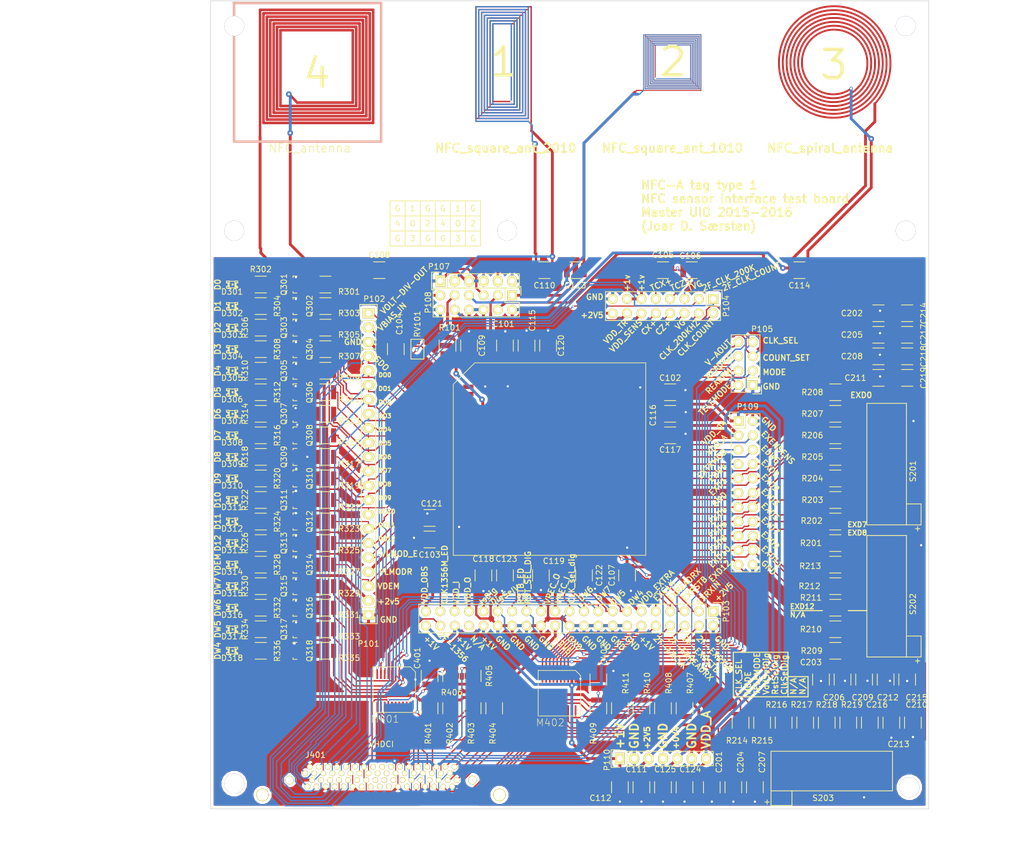
<source format=kicad_pcb>
(kicad_pcb (version 4) (host pcbnew "(2015-08-16 BZR 6097)-product")
  (layers (0 F.Cu signal) (31 B.Cu signal) (34 B.Paste user) (35 F.Paste user) (36 B.SilkS user hide) (37 F.SilkS user) (38 B.Mask user) (39 F.Mask user) (44 Edge.Cuts user))
  (net 0 "")
  (net 1 +2V5)
  (net 2 GND)
  (net 3 "Net-(C104-Pad1)")
  (net 4 +1V2)
  (net 5 /VDD_TR)
  (net 6 /VDD_I)
  (net 7 /VREC_I)
  (net 8 /VDD_SENS)
  (net 9 /VDD_OBS)
  (net 10 /VDD_EXTRA)
  (net 11 /VDD_JS_DIG_ED)
  (net 12 "/Selection switches/CLK_SEL")
  (net 13 /EXD7)
  (net 14 /EXD8)
  (net 15 "/Selection switches/MODE")
  (net 16 /EXD6)
  (net 17 /EXD9)
  (net 18 "/Selection switches/TELEMODE")
  (net 19 /EXD5)
  (net 20 /EXD10)
  (net 21 "/Selection switches/VDD_SEL_DIG")
  (net 22 /EXD4)
  (net 23 /EXD11)
  (net 24 "/Selection switches/RST_SEL_DIG")
  (net 25 /EXD3)
  (net 26 /EXD12)
  (net 27 "/Selection switches/CLK_SEL_DIG")
  (net 28 /EXD2)
  (net 29 /EXD1)
  (net 30 /EXD0)
  (net 31 "/FPGA VHDCI connector/SDO")
  (net 32 "/FPGA VHDCI connector/READ_RZ")
  (net 33 "/FPGA VHDCI connector/COUNT_SET")
  (net 34 "/FPGA VHDCI connector/2VLMOD5_E")
  (net 35 "/FPGA VHDCI connector/2C5_200")
  (net 36 "/FPGA VHDCI connector/2C5_COUNT")
  (net 37 "/FPGA VHDCI connector/READ_RX")
  (net 38 "/Diode indicators/VDEM")
  (net 39 /DO7)
  (net 40 /DO6)
  (net 41 /DO3)
  (net 42 /DO2)
  (net 43 /DO9)
  (net 44 /DO12)
  (net 45 /DO11)
  (net 46 /DO10)
  (net 47 /DO0)
  (net 48 /DO1)
  (net 49 /DO4)
  (net 50 /DO5)
  (net 51 /DO8)
  (net 52 "/FPGA VHDCI connector/CLK2FPGA")
  (net 53 "/FPGA VHDCI connector/CLK1356M")
  (net 54 "/FPGA VHDCI connector/CLK_200K")
  (net 55 "/FPGA VHDCI connector/CLK_COUNT")
  (net 56 "/FPGA VHDCI connector/VLMOD_E")
  (net 57 "/FPGA VHDCI connector/EXCLK")
  (net 58 "/FPGA VHDCI connector/EXREADRX")
  (net 59 "/FPGA VHDCI connector/EXRSTB")
  (net 60 "/FPGA VHDCI connector/EXRXIN")
  (net 61 "/FPGA VHDCI connector/EDW4")
  (net 62 "/FPGA VHDCI connector/EDW5")
  (net 63 "/FPGA VHDCI connector/EXTXMOD")
  (net 64 "/FPGA VHDCI connector/EXENSENS")
  (net 65 /VLMODR)
  (net 66 /VG)
  (net 67 /CZ+)
  (net 68 /CX+)
  (net 69 /VRF-)
  (net 70 /VRF+)
  (net 71 /VBIAS_IN)
  (net 72 "Net-(P103-Pad3)")
  (net 73 "Net-(P103-Pad5)")
  (net 74 "Net-(P103-Pad7)")
  (net 75 "Net-(P103-Pad9)")
  (net 76 /VREC_O)
  (net 77 /RSTB_ED)
  (net 78 /VDD_O)
  (net 79 /CLK1356M_ED)
  (net 80 /V_ANALOG_OUT)
  (net 81 "Net-(R201-Pad2)")
  (net 82 "Net-(R202-Pad2)")
  (net 83 "Net-(R203-Pad2)")
  (net 84 "Net-(R204-Pad2)")
  (net 85 "Net-(R205-Pad2)")
  (net 86 "Net-(R206-Pad2)")
  (net 87 "Net-(R207-Pad2)")
  (net 88 "Net-(R208-Pad2)")
  (net 89 "Net-(R209-Pad2)")
  (net 90 "Net-(R210-Pad2)")
  (net 91 "Net-(R211-Pad2)")
  (net 92 "Net-(R212-Pad2)")
  (net 93 "Net-(R213-Pad2)")
  (net 94 "Net-(R214-Pad2)")
  (net 95 "Net-(R215-Pad2)")
  (net 96 "Net-(R216-Pad2)")
  (net 97 "Net-(R217-Pad2)")
  (net 98 "Net-(R218-Pad2)")
  (net 99 "Net-(R219-Pad2)")
  (net 100 "Net-(P104-Pad2)")
  (net 101 "Net-(P104-Pad4)")
  (net 102 /AZ-)
  (net 103 /AZ+)
  (net 104 /SpC1)
  (net 105 /SpC2)
  (net 106 /SC1)
  (net 107 /SC2)
  (net 108 /LS1)
  (net 109 /LS2)
  (net 110 /TCX+)
  (net 111 /TVG)
  (net 112 /TCZ+)
  (net 113 "Net-(C401-Pad1)")
  (net 114 "Net-(C402-Pad1)")
  (net 115 "Net-(D301-Pad1)")
  (net 116 "Net-(D302-Pad1)")
  (net 117 "Net-(D303-Pad1)")
  (net 118 "Net-(D304-Pad1)")
  (net 119 "Net-(D305-Pad1)")
  (net 120 "Net-(D306-Pad1)")
  (net 121 "Net-(D307-Pad1)")
  (net 122 "Net-(D308-Pad1)")
  (net 123 "Net-(D309-Pad1)")
  (net 124 "Net-(D310-Pad1)")
  (net 125 "Net-(D311-Pad1)")
  (net 126 "Net-(D312-Pad1)")
  (net 127 "Net-(D313-Pad1)")
  (net 128 "Net-(D314-Pad1)")
  (net 129 "Net-(D315-Pad1)")
  (net 130 "Net-(D316-Pad1)")
  (net 131 "Net-(D317-Pad1)")
  (net 132 "Net-(D318-Pad1)")
  (net 133 "Net-(J401-Pad57)")
  (net 134 "Net-(J401-Pad59)")
  (net 135 "Net-(J401-Pad63)")
  (net 136 "/Diode indicators/DW4")
  (net 137 "/Diode indicators/DW5")
  (net 138 "/Diode indicators/DW6")
  (net 139 "/Diode indicators/DW7")
  (net 140 "Net-(Q301-Pad1)")
  (net 141 "Net-(Q301-Pad3)")
  (net 142 "Net-(Q302-Pad1)")
  (net 143 "Net-(Q302-Pad3)")
  (net 144 "Net-(Q303-Pad1)")
  (net 145 "Net-(Q303-Pad3)")
  (net 146 "Net-(Q304-Pad1)")
  (net 147 "Net-(Q304-Pad3)")
  (net 148 "Net-(Q305-Pad1)")
  (net 149 "Net-(Q305-Pad3)")
  (net 150 "Net-(Q306-Pad1)")
  (net 151 "Net-(Q306-Pad3)")
  (net 152 "Net-(Q307-Pad1)")
  (net 153 "Net-(Q307-Pad3)")
  (net 154 "Net-(Q308-Pad1)")
  (net 155 "Net-(Q308-Pad3)")
  (net 156 "Net-(Q309-Pad1)")
  (net 157 "Net-(Q309-Pad3)")
  (net 158 "Net-(Q310-Pad1)")
  (net 159 "Net-(Q310-Pad3)")
  (net 160 "Net-(Q311-Pad1)")
  (net 161 "Net-(Q311-Pad3)")
  (net 162 "Net-(Q312-Pad1)")
  (net 163 "Net-(Q312-Pad3)")
  (net 164 "Net-(Q313-Pad1)")
  (net 165 "Net-(Q313-Pad3)")
  (net 166 "Net-(Q314-Pad1)")
  (net 167 "Net-(Q314-Pad3)")
  (net 168 "Net-(Q315-Pad1)")
  (net 169 "Net-(Q315-Pad3)")
  (net 170 "Net-(Q316-Pad1)")
  (net 171 "Net-(Q316-Pad3)")
  (net 172 "Net-(Q317-Pad1)")
  (net 173 "Net-(Q317-Pad3)")
  (net 174 "Net-(Q318-Pad1)")
  (net 175 "Net-(Q318-Pad3)")
  (net 176 "/FPGA VHDCI connector/HDW4")
  (net 177 "/FPGA VHDCI connector/HDW7")
  (net 178 "/FPGA VHDCI connector/HDW6")
  (net 179 "/FPGA VHDCI connector/HDW5")
  (net 180 /VDD_04)
  (net 181 /VDD_A)
  (net 182 "Net-(J401-Pad65)")
  (net 183 "/FPGA VHDCI connector/FERRX")
  (net 184 "/FPGA VHDCI connector/FECLK")
  (net 185 "/FPGA VHDCI connector/FEDW5")
  (net 186 "/FPGA VHDCI connector/FEDW4")
  (net 187 "Net-(J401-Pad51)")
  (net 188 "Net-(J401-Pad49)")
  (net 189 "Net-(J401-Pad47)")
  (net 190 "Net-(J401-Pad53)")
  (net 191 "Net-(J401-Pad56)")
  (net 192 "Net-(J401-Pad54)")
  (net 193 "Net-(J401-Pad46)")
  (net 194 "Net-(J401-Pad50)")
  (net 195 "Net-(J401-Pad52)")
  (net 196 "Net-(J401-Pad18)")
  (net 197 "Net-(J401-Pad16)")
  (net 198 "Net-(J401-Pad20)")
  (net 199 "Net-(J401-Pad19)")
  (net 200 "Net-(J401-Pad17)")
  (net 201 "Net-(P103-Pad36)")
  (net 202 "Net-(P106-Pad1)")
  (net 203 "Net-(P111-Pad1)")
  (net 204 "Net-(P112-Pad1)")
  (net 205 "Net-(P113-Pad1)")
  (net 206 "Net-(P114-Pad1)")
  (net 207 "Net-(P115-Pad1)")
  (net 208 "Net-(P116-Pad1)")
  (net 209 "Net-(S202-Pad1)")
  (net 210 "Net-(S202-Pad2)")
  (net 211 "Net-(S202-Pad3)")
  (net 212 "Net-(S203-Pad7)")
  (net 213 "Net-(S203-Pad8)")
  (module vhdci:JLCC84 (layer F.Cu) (at 105.41 100.965)
    (fp_text reference U101 hide)
    (fp_text value NFC-SENS-JLCC84 hide)
    (pad 74 smd rect (at -9.8425 -8.382 180) (size 0.762 1.778) (layers F.Cu F.Paste F.Mask) (net 1 +2V5))
    (pad 73 smd rect (at -8.5725 -8.382 180) (size 0.762 1.778) (layers F.Cu F.Paste F.Mask) (net 2 GND))
    (pad 72 smd rect (at -7.3025 -8.382 180) (size 0.762 1.778) (layers F.Cu F.Paste F.Mask) (net 70 /VRF+))
    (pad 71 smd rect (at -6.0325 -8.382 180) (size 0.762 1.778) (layers F.Cu F.Paste F.Mask) (net 69 /VRF-))
    (pad 70 smd rect (at -4.7625 -8.382 180) (size 0.762 1.778) (layers F.Cu F.Paste F.Mask) (net 2 GND))
    (pad 69 smd rect (at -3.4925 -8.382 180) (size 0.762 1.778) (layers F.Cu F.Paste F.Mask) (net 2 GND))
    (pad 68 smd rect (at -2.2225 -8.382 180) (size 0.762 1.778) (layers F.Cu F.Paste F.Mask) (net 1 +2V5))
    (pad 67 smd rect (at -0.9525 -8.382 180) (size 0.762 1.778) (layers F.Cu F.Paste F.Mask) (net 5 /VDD_TR))
    (pad 66 smd rect (at 0.3175 -8.382 180) (size 0.762 1.778) (layers F.Cu F.Paste F.Mask) (net 8 /VDD_SENS))
    (pad 65 smd rect (at 1.5875 -8.382 180) (size 0.762 1.778) (layers F.Cu F.Paste F.Mask) (net 68 /CX+))
    (pad 64 smd rect (at 2.8575 -8.382 180) (size 0.762 1.778) (layers F.Cu F.Paste F.Mask) (net 67 /CZ+))
    (pad 63 smd rect (at 4.1275 -8.382 180) (size 0.762 1.778) (layers F.Cu F.Paste F.Mask) (net 66 /VG))
    (pad 62 smd rect (at 5.3975 -8.382 180) (size 0.762 1.778) (layers F.Cu F.Paste F.Mask) (net 101 "Net-(P104-Pad4)"))
    (pad 61 smd rect (at 6.6675 -8.382 180) (size 0.762 1.778) (layers F.Cu F.Paste F.Mask) (net 12 "/Selection switches/CLK_SEL"))
    (pad 60 smd rect (at 7.9375 -8.382 180) (size 0.762 1.778) (layers F.Cu F.Paste F.Mask) (net 100 "Net-(P104-Pad2)"))
    (pad 59 smd rect (at 9.2075 -8.382 180) (size 0.762 1.778) (layers F.Cu F.Paste F.Mask) (net 33 "/FPGA VHDCI connector/COUNT_SET"))
    (pad 58 smd rect (at 10.4775 -8.382 180) (size 0.762 1.778) (layers F.Cu F.Paste F.Mask) (net 80 /V_ANALOG_OUT))
    (pad 57 smd rect (at 11.7475 -8.382 180) (size 0.762 1.778) (layers F.Cu F.Paste F.Mask) (net 32 "/FPGA VHDCI connector/READ_RZ"))
    (pad 56 smd rect (at 13.0175 -8.382 180) (size 0.762 1.778) (layers F.Cu F.Paste F.Mask) (net 37 "/FPGA VHDCI connector/READ_RX"))
    (pad 55 smd rect (at 14.2875 -8.382 180) (size 0.762 1.778) (layers F.Cu F.Paste F.Mask) (net 15 "/Selection switches/MODE"))
    (pad 54 smd rect (at 15.5575 -8.382 180) (size 0.762 1.778) (layers F.Cu F.Paste F.Mask) (net 18 "/Selection switches/TELEMODE"))
    (pad 53 smd rect (at 17.2593 -6.6802 90) (size 0.762 1.778) (layers F.Cu F.Paste F.Mask) (net 2 GND))
    (pad 52 smd rect (at 17.2593 -5.4102 90) (size 0.762 1.778) (layers F.Cu F.Paste F.Mask) (net 1 +2V5))
    (pad 51 smd rect (at 17.2593 -4.1402 90) (size 0.762 1.778) (layers F.Cu F.Paste F.Mask) (net 180 /VDD_04))
    (pad 50 smd rect (at 17.2593 -2.8702 90) (size 0.762 1.778) (layers F.Cu F.Paste F.Mask) (net 181 /VDD_A))
    (pad 49 smd rect (at 17.2593 -1.6002 90) (size 0.762 1.778) (layers F.Cu F.Paste F.Mask) (net 64 "/FPGA VHDCI connector/EXENSENS"))
    (pad 48 smd rect (at 17.2593 -0.3302 90) (size 0.762 1.778) (layers F.Cu F.Paste F.Mask) (net 63 "/FPGA VHDCI connector/EXTXMOD"))
    (pad 47 smd rect (at 17.2593 0.9398 90) (size 0.762 1.778) (layers F.Cu F.Paste F.Mask) (net 62 "/FPGA VHDCI connector/EDW5"))
    (pad 46 smd rect (at 17.2593 2.2098 90) (size 0.762 1.778) (layers F.Cu F.Paste F.Mask) (net 61 "/FPGA VHDCI connector/EDW4"))
    (pad 45 smd rect (at 17.2593 3.4798 90) (size 0.762 1.778) (layers F.Cu F.Paste F.Mask) (net 30 /EXD0))
    (pad 44 smd rect (at 17.2593 4.7498 90) (size 0.762 1.778) (layers F.Cu F.Paste F.Mask) (net 29 /EXD1))
    (pad 43 smd rect (at 17.2593 6.0198 90) (size 0.762 1.778) (layers F.Cu F.Paste F.Mask) (net 28 /EXD2))
    (pad 42 smd rect (at 17.2593 7.2898 90) (size 0.762 1.778) (layers F.Cu F.Paste F.Mask) (net 25 /EXD3))
    (pad 41 smd rect (at 17.2593 8.5598 90) (size 0.762 1.778) (layers F.Cu F.Paste F.Mask) (net 22 /EXD4))
    (pad 40 smd rect (at 17.2593 9.8298 90) (size 0.762 1.778) (layers F.Cu F.Paste F.Mask) (net 19 /EXD5))
    (pad 39 smd rect (at 17.2593 11.0998 90) (size 0.762 1.778) (layers F.Cu F.Paste F.Mask) (net 16 /EXD6))
    (pad 38 smd rect (at 17.2593 12.3698 90) (size 0.762 1.778) (layers F.Cu F.Paste F.Mask) (net 13 /EXD7))
    (pad 37 smd rect (at 17.2593 13.6398 90) (size 0.762 1.778) (layers F.Cu F.Paste F.Mask) (net 14 /EXD8))
    (pad 36 smd rect (at 17.2593 14.9098 90) (size 0.762 1.778) (layers F.Cu F.Paste F.Mask) (net 17 /EXD9))
    (pad 35 smd rect (at 17.2593 16.1798 90) (size 0.762 1.778) (layers F.Cu F.Paste F.Mask) (net 20 /EXD10))
    (pad 34 smd rect (at 17.2593 17.4498 90) (size 0.762 1.778) (layers F.Cu F.Paste F.Mask) (net 23 /EXD11))
    (pad 33 smd rect (at 17.2593 18.7198 90) (size 0.762 1.778) (layers F.Cu F.Paste F.Mask) (net 26 /EXD12))
    (pad 32 smd rect (at 15.5575 20.4216 180) (size 0.762 1.778) (layers F.Cu F.Paste F.Mask) (net 2 GND))
    (pad 31 smd rect (at 14.2875 20.4216 180) (size 0.762 1.778) (layers F.Cu F.Paste F.Mask) (net 1 +2V5))
    (pad 30 smd rect (at 13.0175 20.4216 180) (size 0.762 1.778) (layers F.Cu F.Paste F.Mask) (net 72 "Net-(P103-Pad3)"))
    (pad 29 smd rect (at 11.7475 20.4216 180) (size 0.762 1.778) (layers F.Cu F.Paste F.Mask) (net 73 "Net-(P103-Pad5)"))
    (pad 28 smd rect (at 10.4775 20.4216 180) (size 0.762 1.778) (layers F.Cu F.Paste F.Mask) (net 74 "Net-(P103-Pad7)"))
    (pad 27 smd rect (at 9.2075 20.4216 180) (size 0.762 1.778) (layers F.Cu F.Paste F.Mask) (net 75 "Net-(P103-Pad9)"))
    (pad 26 smd rect (at 7.9375 20.4216 180) (size 0.762 1.778) (layers F.Cu F.Paste F.Mask) (net 10 /VDD_EXTRA))
    (pad 25 smd rect (at 6.6675 20.4216 180) (size 0.762 1.778) (layers F.Cu F.Paste F.Mask) (net 136 "/Diode indicators/DW4"))
    (pad 24 smd rect (at 5.3975 20.4216 180) (size 0.762 1.778) (layers F.Cu F.Paste F.Mask) (net 137 "/Diode indicators/DW5"))
    (pad 23 smd rect (at 4.1275 20.4216 180) (size 0.762 1.778) (layers F.Cu F.Paste F.Mask) (net 139 "/Diode indicators/DW7"))
    (pad 22 smd rect (at 2.8575 20.4216 180) (size 0.762 1.778) (layers F.Cu F.Paste F.Mask) (net 138 "/Diode indicators/DW6"))
    (pad 21 smd rect (at 1.5875 20.4216 180) (size 0.762 1.778) (layers F.Cu F.Paste F.Mask) (net 27 "/Selection switches/CLK_SEL_DIG"))
    (pad 20 smd rect (at 0.3175 20.4216 180) (size 0.762 1.778) (layers F.Cu F.Paste F.Mask) (net 7 /VREC_I))
    (pad 19 smd rect (at -0.9525 20.4216 180) (size 0.762 1.778) (layers F.Cu F.Paste F.Mask) (net 76 /VREC_O))
    (pad 18 smd rect (at -2.2225 20.4216 180) (size 0.762 1.778) (layers F.Cu F.Paste F.Mask) (net 24 "/Selection switches/RST_SEL_DIG"))
    (pad 17 smd rect (at -3.4925 20.4216 180) (size 0.762 1.778) (layers F.Cu F.Paste F.Mask) (net 77 /RSTB_ED))
    (pad 16 smd rect (at -4.7625 20.4216 180) (size 0.762 1.778) (layers F.Cu F.Paste F.Mask) (net 21 "/Selection switches/VDD_SEL_DIG"))
    (pad 15 smd rect (at -6.0325 20.4216 180) (size 0.762 1.778) (layers F.Cu F.Paste F.Mask) (net 11 /VDD_JS_DIG_ED))
    (pad 14 smd rect (at -7.3025 20.4216 180) (size 0.762 1.778) (layers F.Cu F.Paste F.Mask) (net 78 /VDD_O))
    (pad 13 smd rect (at -8.5725 20.4216 180) (size 0.762 1.778) (layers F.Cu F.Paste F.Mask) (net 6 /VDD_I))
    (pad 12 smd rect (at -9.8425 20.4216 180) (size 0.762 1.778) (layers F.Cu F.Paste F.Mask) (net 79 /CLK1356M_ED))
    (pad 11 smd rect (at -11.5443 18.7198 90) (size 0.762 1.778) (layers F.Cu F.Paste F.Mask) (net 2 GND))
    (pad 10 smd rect (at -11.5443 17.4498 90) (size 0.762 1.778) (layers F.Cu F.Paste F.Mask) (net 1 +2V5))
    (pad 9 smd rect (at -11.5443 16.1798 90) (size 0.762 1.778) (layers F.Cu F.Paste F.Mask) (net 9 /VDD_OBS))
    (pad 8 smd rect (at -11.5443 14.9098 90) (size 0.762 1.778) (layers F.Cu F.Paste F.Mask) (net 38 "/Diode indicators/VDEM"))
    (pad 7 smd rect (at -11.5443 13.6398 90) (size 0.762 1.778) (layers F.Cu F.Paste F.Mask) (net 65 /VLMODR))
    (pad 6 smd rect (at -11.5443 12.3698 90) (size 0.762 1.778) (layers F.Cu F.Paste F.Mask) (net 56 "/FPGA VHDCI connector/VLMOD_E"))
    (pad 5 smd rect (at -11.5443 11.0998 90) (size 0.762 1.778) (layers F.Cu F.Paste F.Mask) (net 44 /DO12))
    (pad 4 smd rect (at -11.5443 9.8298 90) (size 0.762 1.778) (layers F.Cu F.Paste F.Mask) (net 45 /DO11))
    (pad 3 smd rect (at -11.5443 8.5598 90) (size 0.762 1.778) (layers F.Cu F.Paste F.Mask) (net 46 /DO10))
    (pad 2 smd rect (at -11.5443 7.2898 90) (size 0.762 1.778) (layers F.Cu F.Paste F.Mask) (net 43 /DO9))
    (pad 1 smd rect (at -11.5443 6.0198 90) (size 0.762 1.778) (layers F.Cu F.Paste F.Mask) (net 51 /DO8))
    (pad 84 smd rect (at -11.5443 4.7498 90) (size 0.762 1.778) (layers F.Cu F.Paste F.Mask) (net 39 /DO7))
    (pad 83 smd rect (at -11.5443 3.4798 90) (size 0.762 1.778) (layers F.Cu F.Paste F.Mask) (net 40 /DO6))
    (pad 82 smd rect (at -11.5443 2.2098 90) (size 0.762 1.778) (layers F.Cu F.Paste F.Mask) (net 50 /DO5))
    (pad 81 smd rect (at -11.5443 0.9398 90) (size 0.762 1.778) (layers F.Cu F.Paste F.Mask) (net 49 /DO4))
    (pad 80 smd rect (at -11.5443 -0.3302 90) (size 0.762 1.778) (layers F.Cu F.Paste F.Mask) (net 41 /DO3))
    (pad 79 smd rect (at -11.5443 -1.6002 90) (size 0.762 1.778) (layers F.Cu F.Paste F.Mask) (net 42 /DO2))
    (pad 78 smd rect (at -11.5443 -2.8702 90) (size 0.762 1.778) (layers F.Cu F.Paste F.Mask) (net 48 /DO1))
    (pad 77 smd rect (at -11.5443 -4.1402 90) (size 0.762 1.778) (layers F.Cu F.Paste F.Mask) (net 47 /DO0))
    (pad 76 smd rect (at -11.5443 -5.4102 90) (size 0.762 1.778) (layers F.Cu F.Paste F.Mask) (net 31 "/FPGA VHDCI connector/SDO"))
    (pad 75 smd rect (at -11.5443 -6.6802 90) (size 0.762 1.778) (layers F.Cu F.Paste F.Mask) (net 71 /VBIAS_IN))
  )
  (module vhdci:TIMR-08 (layer F.Cu) (at 165.608 132.588 90)
    (fp_text reference S202 (at -0.127 6.858 90) (layer F.SilkS))
    (fp_text value DIL-Switch-SPDT)
    (fp_text user + (at -10.16 7.62 90) (layer F.SilkS))
    (pad 1 smd rect (at -7.62 -2.54 90) (size 1.1 1.3) (layers F.Cu F.Paste F.Mask) (net 209 "Net-(S202-Pad1)"))
    (pad 2 smd rect (at -5.08 -2.54 90) (size 1.1 1.3) (layers F.Cu F.Paste F.Mask) (net 210 "Net-(S202-Pad2)"))
    (pad 3 smd rect (at -2.54 -2.54 90) (size 1.1 1.3) (layers F.Cu F.Paste F.Mask) (net 211 "Net-(S202-Pad3)"))
    (pad 4 smd rect (at 0 -2.54 90) (size 1.1 1.3) (layers F.Cu F.Paste F.Mask) (net 89 "Net-(R209-Pad2)"))
    (pad 5 smd rect (at 2.54 -2.54 90) (size 1.1 1.3) (layers F.Cu F.Paste F.Mask) (net 90 "Net-(R210-Pad2)"))
    (pad 6 smd rect (at 5.08 -2.54 90) (size 1.1 1.3) (layers F.Cu F.Paste F.Mask) (net 91 "Net-(R211-Pad2)"))
    (pad 7 smd rect (at 7.62 -2.54 90) (size 1.1 1.3) (layers F.Cu F.Paste F.Mask) (net 92 "Net-(R212-Pad2)"))
    (pad 8 smd rect (at 10.16 -2.54 90) (size 1.1 1.3) (layers F.Cu F.Paste F.Mask) (net 93 "Net-(R213-Pad2)"))
    (pad 10 smd rect (at 10.16 6.96 90) (size 1.1 1.3) (layers F.Cu F.Paste F.Mask) (net 2 GND))
    (pad 9 smd rect (at -7.62 6.96 90) (size 1.1 1.3) (layers F.Cu F.Paste F.Mask) (net 4 +1V2))
  )
  (module Pin_Headers:Pin_Header_Straight_1x19 (layer F.Cu) (at 76.2 134.62 180)
    (fp_text reference P101 (at 0 -5.1 180) (layer F.SilkS))
    (fp_text value CONN_01X19)
    (pad 1 thru_hole rect (at 0 0 180) (size 2.032 1.7272) (drill 1.016) (layers *.Cu *.Mask F.SilkS) (net 2 GND))
    (pad 2 thru_hole oval (at 0 2.54 180) (size 2.032 1.7272) (drill 1.016) (layers *.Cu *.Mask F.SilkS) (net 1 +2V5))
    (pad 3 thru_hole oval (at 0 5.08 180) (size 2.032 1.7272) (drill 1.016) (layers *.Cu *.Mask F.SilkS) (net 38 "/Diode indicators/VDEM"))
    (pad 4 thru_hole oval (at 0 7.62 180) (size 2.032 1.7272) (drill 1.016) (layers *.Cu *.Mask F.SilkS) (net 65 /VLMODR))
    (pad 5 thru_hole oval (at 0 10.16 180) (size 2.032 1.7272) (drill 1.016) (layers *.Cu *.Mask F.SilkS) (net 56 "/FPGA VHDCI connector/VLMOD_E"))
    (pad 6 thru_hole oval (at 0 12.7 180) (size 2.032 1.7272) (drill 1.016) (layers *.Cu *.Mask F.SilkS) (net 44 /DO12))
    (pad 7 thru_hole oval (at 0 15.24 180) (size 2.032 1.7272) (drill 1.016) (layers *.Cu *.Mask F.SilkS) (net 45 /DO11))
    (pad 8 thru_hole oval (at 0 17.78 180) (size 2.032 1.7272) (drill 1.016) (layers *.Cu *.Mask F.SilkS) (net 46 /DO10))
    (pad 9 thru_hole oval (at 0 20.32 180) (size 2.032 1.7272) (drill 1.016) (layers *.Cu *.Mask F.SilkS) (net 43 /DO9))
    (pad 10 thru_hole oval (at 0 22.86 180) (size 2.032 1.7272) (drill 1.016) (layers *.Cu *.Mask F.SilkS) (net 51 /DO8))
    (pad 11 thru_hole oval (at 0 25.4 180) (size 2.032 1.7272) (drill 1.016) (layers *.Cu *.Mask F.SilkS) (net 39 /DO7))
    (pad 12 thru_hole oval (at 0 27.94 180) (size 2.032 1.7272) (drill 1.016) (layers *.Cu *.Mask F.SilkS) (net 40 /DO6))
    (pad 13 thru_hole oval (at 0 30.48 180) (size 2.032 1.7272) (drill 1.016) (layers *.Cu *.Mask F.SilkS) (net 50 /DO5))
    (pad 14 thru_hole oval (at 0 33.02 180) (size 2.032 1.7272) (drill 1.016) (layers *.Cu *.Mask F.SilkS) (net 49 /DO4))
    (pad 15 thru_hole oval (at 0 35.56 180) (size 2.032 1.7272) (drill 1.016) (layers *.Cu *.Mask F.SilkS) (net 41 /DO3))
    (pad 16 thru_hole oval (at 0 38.1 180) (size 2.032 1.7272) (drill 1.016) (layers *.Cu *.Mask F.SilkS) (net 42 /DO2))
    (pad 17 thru_hole oval (at 0 40.64 180) (size 2.032 1.7272) (drill 1.016) (layers *.Cu *.Mask F.SilkS) (net 48 /DO1))
    (pad 18 thru_hole oval (at 0 43.18 180) (size 2.032 1.7272) (drill 1.016) (layers *.Cu *.Mask F.SilkS) (net 47 /DO0))
    (pad 19 thru_hole oval (at 0 45.72 180) (size 2.032 1.7272) (drill 1.016) (layers *.Cu *.Mask F.SilkS) (net 31 "/FPGA VHDCI connector/SDO"))
  )
  (module Pin_Headers:Pin_Header_Straight_1x06 (layer F.Cu) (at 88.9 75.565 90)
    (fp_text reference P107 (at 2.54 -0.254 180) (layer F.SilkS))
    (fp_text value CONN_01X06)
    (pad 1 thru_hole rect (at 0 0 90) (size 2.032 1.7272) (drill 1.016) (layers *.Cu *.Mask F.SilkS) (net 2 GND))
    (pad 2 thru_hole oval (at 0 2.54 90) (size 2.032 1.7272) (drill 1.016) (layers *.Cu *.Mask F.SilkS) (net 108 /LS1))
    (pad 3 thru_hole oval (at 0 5.08 90) (size 2.032 1.7272) (drill 1.016) (layers *.Cu *.Mask F.SilkS) (net 2 GND))
    (pad 4 thru_hole oval (at 0 7.62 90) (size 2.032 1.7272) (drill 1.016) (layers *.Cu *.Mask F.SilkS) (net 2 GND))
    (pad 5 thru_hole oval (at 0 10.16 90) (size 2.032 1.7272) (drill 1.016) (layers *.Cu *.Mask F.SilkS) (net 109 /LS2))
    (pad 6 thru_hole oval (at 0 12.7 90) (size 2.032 1.7272) (drill 1.016) (layers *.Cu *.Mask F.SilkS) (net 2 GND))
  )
  (module Capacitors_SMD:C_1210 (layer F.Cu) (at 100.33 86.995 90)
    (fp_text reference C101 (at 3.81 -0.254 180) (layer F.SilkS))
    (fp_text value 100n)
    (pad 1 smd rect (at -1.5 0 90) (size 1 2.5) (layers F.Cu F.Paste F.Mask) (net 1 +2V5))
    (pad 2 smd rect (at 1.5 0 90) (size 1 2.5) (layers F.Cu F.Paste F.Mask) (net 2 GND))
  )
  (module Capacitors_SMD:C_1210 (layer F.Cu) (at 129.54 95.25)
    (fp_text reference C102 (at 0 -2.54) (layer F.SilkS))
    (fp_text value 100n)
    (pad 1 smd rect (at -1.5 0) (size 1 2.5) (layers F.Cu F.Paste F.Mask) (net 1 +2V5))
    (pad 2 smd rect (at 1.5 0) (size 1 2.5) (layers F.Cu F.Paste F.Mask) (net 2 GND))
  )
  (module Capacitors_SMD:C_1210 (layer F.Cu) (at 86.995 121.285 180)
    (fp_text reference C103 (at 0 -2.7 180) (layer F.SilkS))
    (fp_text value 100n)
    (pad 1 smd rect (at -1.5 0 180) (size 1 2.5) (layers F.Cu F.Paste F.Mask) (net 1 +2V5))
    (pad 2 smd rect (at 1.5 0 180) (size 1 2.5) (layers F.Cu F.Paste F.Mask) (net 2 GND))
  )
  (module Capacitors_SMD:C_1210 (layer F.Cu) (at 81.026 87.63 270)
    (fp_text reference C104 (at -4.445 -0.635 270) (layer F.SilkS))
    (fp_text value 100n)
    (pad 1 smd rect (at -1.5 0 270) (size 1 2.5) (layers F.Cu F.Paste F.Mask) (net 3 "Net-(C104-Pad1)"))
    (pad 2 smd rect (at 1.5 0 270) (size 1 2.5) (layers F.Cu F.Paste F.Mask) (net 2 GND))
  )
  (module Capacitors_SMD:C_1210 (layer F.Cu) (at 128.27 73.66)
    (fp_text reference C105 (at 0 -2.7) (layer F.SilkS))
    (fp_text value 4p)
    (pad 1 smd rect (at -1.5 0) (size 1 2.5) (layers F.Cu F.Paste F.Mask) (net 110 /TCX+))
    (pad 2 smd rect (at 1.5 0) (size 1 2.5) (layers F.Cu F.Paste F.Mask) (net 111 /TVG))
  )
  (module Capacitors_SMD:C_1210 (layer F.Cu) (at 133.35 73.66 180)
    (fp_text reference C106 (at 0.254 2.54 180) (layer F.SilkS))
    (fp_text value 3p)
    (pad 1 smd rect (at -1.5 0 180) (size 1 2.5) (layers F.Cu F.Paste F.Mask) (net 112 /TCZ+))
    (pad 2 smd rect (at 1.5 0 180) (size 1 2.5) (layers F.Cu F.Paste F.Mask) (net 111 /TVG))
  )
  (module Capacitors_SMD:C_1210 (layer F.Cu) (at 121.92 127.635 90)
    (fp_text reference C107 (at 0 -2.7 90) (layer F.SilkS))
    (fp_text value 100n)
    (pad 1 smd rect (at -1.5 0 90) (size 1 2.5) (layers F.Cu F.Paste F.Mask) (net 2 GND))
    (pad 2 smd rect (at 1.5 0 90) (size 1 2.5) (layers F.Cu F.Paste F.Mask) (net 1 +2V5))
  )
  (module Capacitors_SMD:C_1210 (layer F.Cu) (at 78.105 73.66)
    (fp_text reference C108 (at 0 -2.7) (layer F.SilkS))
    (fp_text value 45.86p)
    (pad 1 smd rect (at -1.5 0) (size 1 2.5) (layers F.Cu F.Paste F.Mask) (net 102 /AZ-))
    (pad 2 smd rect (at 1.5 0) (size 1 2.5) (layers F.Cu F.Paste F.Mask) (net 103 /AZ+))
  )
  (module Capacitors_SMD:C_1210 (layer F.Cu) (at 93.98 86.995 270)
    (fp_text reference C109 (at 0 -2.286 270) (layer F.SilkS))
    (fp_text value 100n)
    (pad 1 smd rect (at -1.5 0 270) (size 1 2.5) (layers F.Cu F.Paste F.Mask) (net 2 GND))
    (pad 2 smd rect (at 1.5 0 270) (size 1 2.5) (layers F.Cu F.Paste F.Mask) (net 1 +2V5))
  )
  (module Capacitors_SMD:C_1210 (layer F.Cu) (at 107.315 73.66 180)
    (fp_text reference C110 (at 0 -2.7 180) (layer F.SilkS))
    (fp_text value 20p)
    (pad 1 smd rect (at -1.5 0 180) (size 1 2.5) (layers F.Cu F.Paste F.Mask) (net 108 /LS1))
    (pad 2 smd rect (at 1.5 0 180) (size 1 2.5) (layers F.Cu F.Paste F.Mask) (net 109 /LS2))
  )
  (module Capacitors_SMD:C_1210 (layer F.Cu) (at 124.46 165.1 270)
    (fp_text reference C111 (at -3.175 0.889 360) (layer F.SilkS))
    (fp_text value 1u)
    (pad 1 smd rect (at -1.5 0 270) (size 1 2.5) (layers F.Cu F.Paste F.Mask) (net 1 +2V5))
    (pad 2 smd rect (at 1.5 0 270) (size 1 2.5) (layers F.Cu F.Paste F.Mask) (net 2 GND))
  )
  (module Capacitors_SMD:C_1210 (layer F.Cu) (at 120.65 165.1 270)
    (fp_text reference C112 (at 1.905 3.429 360) (layer F.SilkS))
    (fp_text value 1u)
    (pad 1 smd rect (at -1.5 0 270) (size 1 2.5) (layers F.Cu F.Paste F.Mask) (net 4 +1V2))
    (pad 2 smd rect (at 1.5 0 270) (size 1 2.5) (layers F.Cu F.Paste F.Mask) (net 2 GND))
  )
  (module Capacitors_SMD:C_1210 (layer F.Cu) (at 112.776 73.66 180)
    (fp_text reference C113 (at 0 -2.7 180) (layer F.SilkS))
    (fp_text value 20p)
    (pad 1 smd rect (at -1.5 0 180) (size 1 2.5) (layers F.Cu F.Paste F.Mask) (net 106 /SC1))
    (pad 2 smd rect (at 1.5 0 180) (size 1 2.5) (layers F.Cu F.Paste F.Mask) (net 107 /SC2))
  )
  (module Capacitors_SMD:C_1210 (layer F.Cu) (at 152.4 73.66 180)
    (fp_text reference C114 (at 0 -2.7 180) (layer F.SilkS))
    (fp_text value 20p)
    (pad 1 smd rect (at -1.5 0 180) (size 1 2.5) (layers F.Cu F.Paste F.Mask) (net 104 /SpC1))
    (pad 2 smd rect (at 1.5 0 180) (size 1 2.5) (layers F.Cu F.Paste F.Mask) (net 105 /SpC2))
  )
  (module Capacitors_SMD:C_1210 (layer F.Cu) (at 104.14 86.995 90)
    (fp_text reference C115 (at 4.445 1.016 90) (layer F.SilkS))
    (fp_text value 9n)
    (pad 1 smd rect (at -1.5 0 90) (size 1 2.5) (layers F.Cu F.Paste F.Mask) (net 5 /VDD_TR))
    (pad 2 smd rect (at 1.5 0 90) (size 1 2.5) (layers F.Cu F.Paste F.Mask) (net 2 GND))
  )
  (module Capacitors_SMD:C_1210 (layer F.Cu) (at 129.54 99.06)
    (fp_text reference C116 (at -3.048 0.254 90) (layer F.SilkS))
    (fp_text value 100n)
    (pad 1 smd rect (at -1.5 0) (size 1 2.5) (layers F.Cu F.Paste F.Mask) (net 180 /VDD_04))
    (pad 2 smd rect (at 1.5 0) (size 1 2.5) (layers F.Cu F.Paste F.Mask) (net 2 GND))
  )
  (module Capacitors_SMD:C_1210 (layer F.Cu) (at 129.54 102.87)
    (fp_text reference C117 (at 0 2.54) (layer F.SilkS))
    (fp_text value 100n)
    (pad 1 smd rect (at -1.5 0) (size 1 2.5) (layers F.Cu F.Paste F.Mask) (net 181 /VDD_A))
    (pad 2 smd rect (at 1.5 0) (size 1 2.5) (layers F.Cu F.Paste F.Mask) (net 2 GND))
  )
  (module Capacitors_SMD:C_1210 (layer F.Cu) (at 96.52 127.635 270)
    (fp_text reference C118 (at -2.921 0 360) (layer F.SilkS))
    (fp_text value 9n)
    (pad 1 smd rect (at -1.5 0 270) (size 1 2.5) (layers F.Cu F.Paste F.Mask) (net 6 /VDD_I))
    (pad 2 smd rect (at 1.5 0 270) (size 1 2.5) (layers F.Cu F.Paste F.Mask) (net 2 GND))
  )
  (module Capacitors_SMD:C_1210 (layer F.Cu) (at 106.68 127.635 270)
    (fp_text reference C119 (at -2.54 -2.286 360) (layer F.SilkS))
    (fp_text value 9n)
    (pad 1 smd rect (at -1.5 0 270) (size 1 2.5) (layers F.Cu F.Paste F.Mask) (net 7 /VREC_I))
    (pad 2 smd rect (at 1.5 0 270) (size 1 2.5) (layers F.Cu F.Paste F.Mask) (net 2 GND))
  )
  (module Capacitors_SMD:C_1210 (layer F.Cu) (at 107.95 86.995 90)
    (fp_text reference C120 (at 0 2.286 90) (layer F.SilkS))
    (fp_text value 9n)
    (pad 1 smd rect (at -1.5 0 90) (size 1 2.5) (layers F.Cu F.Paste F.Mask) (net 8 /VDD_SENS))
    (pad 2 smd rect (at 1.5 0 90) (size 1 2.5) (layers F.Cu F.Paste F.Mask) (net 2 GND))
  )
  (module Capacitors_SMD:C_1210 (layer F.Cu) (at 136.906 165.1 90)
    (fp_text reference C201 (at 4.445 1.27 90) (layer F.SilkS))
    (fp_text value 100n)
    (pad 1 smd rect (at -1.5 0 90) (size 1 2.5) (layers F.Cu F.Paste F.Mask) (net 2 GND))
    (pad 2 smd rect (at 1.5 0 90) (size 1 2.5) (layers F.Cu F.Paste F.Mask) (net 12 "/Selection switches/CLK_SEL"))
  )
  (module Capacitors_SMD:C_1210 (layer F.Cu) (at 166.37 81.28 180)
    (fp_text reference C202 (at 4.699 0 180) (layer F.SilkS))
    (fp_text value 100n)
    (pad 1 smd rect (at -1.5 0 180) (size 1 2.5) (layers F.Cu F.Paste F.Mask) (net 2 GND))
    (pad 2 smd rect (at 1.5 0 180) (size 1 2.5) (layers F.Cu F.Paste F.Mask) (net 30 /EXD0))
  )
  (module Capacitors_SMD:C_1210 (layer F.Cu) (at 156.21 146.05 90)
    (fp_text reference C203 (at 3.048 -1.778 180) (layer F.SilkS))
    (fp_text value 100n)
    (pad 1 smd rect (at -1.5 0 90) (size 1 2.5) (layers F.Cu F.Paste F.Mask) (net 2 GND))
    (pad 2 smd rect (at 1.5 0 90) (size 1 2.5) (layers F.Cu F.Paste F.Mask) (net 26 /EXD12))
  )
  (module Capacitors_SMD:C_1210 (layer F.Cu) (at 140.716 165.1 90)
    (fp_text reference C204 (at 4.445 1.27 90) (layer F.SilkS))
    (fp_text value 100n)
    (pad 1 smd rect (at -1.5 0 90) (size 1 2.5) (layers F.Cu F.Paste F.Mask) (net 2 GND))
    (pad 2 smd rect (at 1.5 0 90) (size 1 2.5) (layers F.Cu F.Paste F.Mask) (net 15 "/Selection switches/MODE"))
  )
  (module Capacitors_SMD:C_1210 (layer F.Cu) (at 166.37 85.09 180)
    (fp_text reference C205 (at 4.699 0 180) (layer F.SilkS))
    (fp_text value 100n)
    (pad 1 smd rect (at -1.5 0 180) (size 1 2.5) (layers F.Cu F.Paste F.Mask) (net 2 GND))
    (pad 2 smd rect (at 1.5 0 180) (size 1 2.5) (layers F.Cu F.Paste F.Mask) (net 29 /EXD1))
  )
  (module Capacitors_SMD:C_1210 (layer F.Cu) (at 160.02 146.05 90)
    (fp_text reference C206 (at -3.175 -1.524 180) (layer F.SilkS))
    (fp_text value 100n)
    (pad 1 smd rect (at -1.5 0 90) (size 1 2.5) (layers F.Cu F.Paste F.Mask) (net 2 GND))
    (pad 2 smd rect (at 1.5 0 90) (size 1 2.5) (layers F.Cu F.Paste F.Mask) (net 23 /EXD11))
  )
  (module Capacitors_SMD:C_1210 (layer F.Cu) (at 144.526 165.1 90)
    (fp_text reference C207 (at 4.445 1.27 90) (layer F.SilkS))
    (fp_text value 100n)
    (pad 1 smd rect (at -1.5 0 90) (size 1 2.5) (layers F.Cu F.Paste F.Mask) (net 2 GND))
    (pad 2 smd rect (at 1.5 0 90) (size 1 2.5) (layers F.Cu F.Paste F.Mask) (net 18 "/Selection switches/TELEMODE"))
  )
  (module Capacitors_SMD:C_1210 (layer F.Cu) (at 166.37 88.9 180)
    (fp_text reference C208 (at 4.699 0 180) (layer F.SilkS))
    (fp_text value 100n)
    (pad 1 smd rect (at -1.5 0 180) (size 1 2.5) (layers F.Cu F.Paste F.Mask) (net 2 GND))
    (pad 2 smd rect (at 1.5 0 180) (size 1 2.5) (layers F.Cu F.Paste F.Mask) (net 28 /EXD2))
  )
  (module Capacitors_SMD:C_1210 (layer F.Cu) (at 163.83 146.05 90)
    (fp_text reference C209 (at -3.175 -0.254 180) (layer F.SilkS))
    (fp_text value 100n)
    (pad 1 smd rect (at -1.5 0 90) (size 1 2.5) (layers F.Cu F.Paste F.Mask) (net 2 GND))
    (pad 2 smd rect (at 1.5 0 90) (size 1 2.5) (layers F.Cu F.Paste F.Mask) (net 20 /EXD10))
  )
  (module Capacitors_SMD:C_1210 (layer F.Cu) (at 172.466 153.67 90)
    (fp_text reference C210 (at 3.175 0.635 180) (layer F.SilkS))
    (fp_text value 100n)
    (pad 1 smd rect (at -1.5 0 90) (size 1 2.5) (layers F.Cu F.Paste F.Mask) (net 2 GND))
    (pad 2 smd rect (at 1.5 0 90) (size 1 2.5) (layers F.Cu F.Paste F.Mask) (net 21 "/Selection switches/VDD_SEL_DIG"))
  )
  (module Capacitors_SMD:C_1210 (layer F.Cu) (at 166.37 92.71 180)
    (fp_text reference C211 (at 4.064 0 180) (layer F.SilkS))
    (fp_text value 100n)
    (pad 1 smd rect (at -1.5 0 180) (size 1 2.5) (layers F.Cu F.Paste F.Mask) (net 2 GND))
    (pad 2 smd rect (at 1.5 0 180) (size 1 2.5) (layers F.Cu F.Paste F.Mask) (net 25 /EXD3))
  )
  (module Capacitors_SMD:C_1210 (layer F.Cu) (at 167.64 146.05 90)
    (fp_text reference C212 (at -3.175 0.381 180) (layer F.SilkS))
    (fp_text value 100n)
    (pad 1 smd rect (at -1.5 0 90) (size 1 2.5) (layers F.Cu F.Paste F.Mask) (net 2 GND))
    (pad 2 smd rect (at 1.5 0 90) (size 1 2.5) (layers F.Cu F.Paste F.Mask) (net 17 /EXD9))
  )
  (module Capacitors_SMD:C_1210 (layer F.Cu) (at 168.656 153.67 90)
    (fp_text reference C213 (at -3.81 1.27 180) (layer F.SilkS))
    (fp_text value 100n)
    (pad 1 smd rect (at -1.5 0 90) (size 1 2.5) (layers F.Cu F.Paste F.Mask) (net 2 GND))
    (pad 2 smd rect (at 1.5 0 90) (size 1 2.5) (layers F.Cu F.Paste F.Mask) (net 24 "/Selection switches/RST_SEL_DIG"))
  )
  (module Capacitors_SMD:C_1210 (layer F.Cu) (at 171.45 81.28)
    (fp_text reference C214 (at 2.921 0 90) (layer F.SilkS))
    (fp_text value 100n)
    (pad 1 smd rect (at -1.5 0) (size 1 2.5) (layers F.Cu F.Paste F.Mask) (net 2 GND))
    (pad 2 smd rect (at 1.5 0) (size 1 2.5) (layers F.Cu F.Paste F.Mask) (net 22 /EXD4))
  )
  (module Capacitors_SMD:C_1210 (layer F.Cu) (at 171.45 146.05 90)
    (fp_text reference C215 (at -3.175 1.651 180) (layer F.SilkS))
    (fp_text value 100n)
    (pad 1 smd rect (at -1.5 0 90) (size 1 2.5) (layers F.Cu F.Paste F.Mask) (net 2 GND))
    (pad 2 smd rect (at 1.5 0 90) (size 1 2.5) (layers F.Cu F.Paste F.Mask) (net 14 /EXD8))
  )
  (module Capacitors_SMD:C_1210 (layer F.Cu) (at 164.846 153.67 90)
    (fp_text reference C216 (at 3.175 1.27 180) (layer F.SilkS))
    (fp_text value 100n)
    (pad 1 smd rect (at -1.5 0 90) (size 1 2.5) (layers F.Cu F.Paste F.Mask) (net 2 GND))
    (pad 2 smd rect (at 1.5 0 90) (size 1 2.5) (layers F.Cu F.Paste F.Mask) (net 27 "/Selection switches/CLK_SEL_DIG"))
  )
  (module Capacitors_SMD:C_1210 (layer F.Cu) (at 171.45 85.09)
    (fp_text reference C217 (at 2.921 0 90) (layer F.SilkS))
    (fp_text value 100n)
    (pad 1 smd rect (at -1.5 0) (size 1 2.5) (layers F.Cu F.Paste F.Mask) (net 2 GND))
    (pad 2 smd rect (at 1.5 0) (size 1 2.5) (layers F.Cu F.Paste F.Mask) (net 19 /EXD5))
  )
  (module Capacitors_SMD:C_1210 (layer F.Cu) (at 171.45 88.9)
    (fp_text reference C218 (at 2.921 0 90) (layer F.SilkS))
    (fp_text value 100n)
    (pad 1 smd rect (at -1.5 0) (size 1 2.5) (layers F.Cu F.Paste F.Mask) (net 2 GND))
    (pad 2 smd rect (at 1.5 0) (size 1 2.5) (layers F.Cu F.Paste F.Mask) (net 16 /EXD6))
  )
  (module Capacitors_SMD:C_1210 (layer F.Cu) (at 171.45 92.71)
    (fp_text reference C219 (at 2.921 0 90) (layer F.SilkS))
    (fp_text value 100n)
    (pad 1 smd rect (at -1.5 0) (size 1 2.5) (layers F.Cu F.Paste F.Mask) (net 2 GND))
    (pad 2 smd rect (at 1.5 0) (size 1 2.5) (layers F.Cu F.Paste F.Mask) (net 13 /EXD7))
  )
  (module Pin_Headers:Pin_Header_Straight_2x21 (layer F.Cu) (at 137.16 133.985 270)
    (fp_text reference P103 (at 0 -2.286 270) (layer F.SilkS))
    (fp_text value CONN_02X21)
    (pad 1 thru_hole rect (at 0 0 270) (size 1.7272 1.7272) (drill 1.016) (layers *.Cu *.Mask F.SilkS) (net 1 +2V5))
    (pad 2 thru_hole oval (at 2.54 0 270) (size 1.7272 1.7272) (drill 1.016) (layers *.Cu *.Mask F.SilkS) (net 2 GND))
    (pad 3 thru_hole oval (at 0 2.54 270) (size 1.7272 1.7272) (drill 1.016) (layers *.Cu *.Mask F.SilkS) (net 72 "Net-(P103-Pad3)"))
    (pad 4 thru_hole oval (at 2.54 2.54 270) (size 1.7272 1.7272) (drill 1.016) (layers *.Cu *.Mask F.SilkS) (net 60 "/FPGA VHDCI connector/EXRXIN"))
    (pad 5 thru_hole oval (at 0 5.08 270) (size 1.7272 1.7272) (drill 1.016) (layers *.Cu *.Mask F.SilkS) (net 73 "Net-(P103-Pad5)"))
    (pad 6 thru_hole oval (at 2.54 5.08 270) (size 1.7272 1.7272) (drill 1.016) (layers *.Cu *.Mask F.SilkS) (net 59 "/FPGA VHDCI connector/EXRSTB"))
    (pad 7 thru_hole oval (at 0 7.62 270) (size 1.7272 1.7272) (drill 1.016) (layers *.Cu *.Mask F.SilkS) (net 74 "Net-(P103-Pad7)"))
    (pad 8 thru_hole oval (at 2.54 7.62 270) (size 1.7272 1.7272) (drill 1.016) (layers *.Cu *.Mask F.SilkS) (net 58 "/FPGA VHDCI connector/EXREADRX"))
    (pad 9 thru_hole oval (at 0 10.16 270) (size 1.7272 1.7272) (drill 1.016) (layers *.Cu *.Mask F.SilkS) (net 75 "Net-(P103-Pad9)"))
    (pad 10 thru_hole oval (at 2.54 10.16 270) (size 1.7272 1.7272) (drill 1.016) (layers *.Cu *.Mask F.SilkS) (net 57 "/FPGA VHDCI connector/EXCLK"))
    (pad 11 thru_hole oval (at 0 12.7 270) (size 1.7272 1.7272) (drill 1.016) (layers *.Cu *.Mask F.SilkS) (net 10 /VDD_EXTRA))
    (pad 12 thru_hole oval (at 2.54 12.7 270) (size 1.7272 1.7272) (drill 1.016) (layers *.Cu *.Mask F.SilkS) (net 4 +1V2))
    (pad 13 thru_hole oval (at 0 15.24 270) (size 1.7272 1.7272) (drill 1.016) (layers *.Cu *.Mask F.SilkS) (net 136 "/Diode indicators/DW4"))
    (pad 14 thru_hole oval (at 2.54 15.24 270) (size 1.7272 1.7272) (drill 1.016) (layers *.Cu *.Mask F.SilkS) (net 2 GND))
    (pad 15 thru_hole oval (at 0 17.78 270) (size 1.7272 1.7272) (drill 1.016) (layers *.Cu *.Mask F.SilkS) (net 137 "/Diode indicators/DW5"))
    (pad 16 thru_hole oval (at 2.54 17.78 270) (size 1.7272 1.7272) (drill 1.016) (layers *.Cu *.Mask F.SilkS) (net 2 GND))
    (pad 17 thru_hole oval (at 0 20.32 270) (size 1.7272 1.7272) (drill 1.016) (layers *.Cu *.Mask F.SilkS) (net 139 "/Diode indicators/DW7"))
    (pad 18 thru_hole oval (at 2.54 20.32 270) (size 1.7272 1.7272) (drill 1.016) (layers *.Cu *.Mask F.SilkS) (net 2 GND))
    (pad 19 thru_hole oval (at 0 22.86 270) (size 1.7272 1.7272) (drill 1.016) (layers *.Cu *.Mask F.SilkS) (net 138 "/Diode indicators/DW6"))
    (pad 20 thru_hole oval (at 2.54 22.86 270) (size 1.7272 1.7272) (drill 1.016) (layers *.Cu *.Mask F.SilkS) (net 2 GND))
    (pad 21 thru_hole oval (at 0 25.4 270) (size 1.7272 1.7272) (drill 1.016) (layers *.Cu *.Mask F.SilkS) (net 27 "/Selection switches/CLK_SEL_DIG"))
    (pad 22 thru_hole oval (at 2.54 25.4 270) (size 1.7272 1.7272) (drill 1.016) (layers *.Cu *.Mask F.SilkS) (net 2 GND))
    (pad 23 thru_hole oval (at 0 27.94 270) (size 1.7272 1.7272) (drill 1.016) (layers *.Cu *.Mask F.SilkS) (net 7 /VREC_I))
    (pad 24 thru_hole oval (at 2.54 27.94 270) (size 1.7272 1.7272) (drill 1.016) (layers *.Cu *.Mask F.SilkS) (net 1 +2V5))
    (pad 25 thru_hole oval (at 0 30.48 270) (size 1.7272 1.7272) (drill 1.016) (layers *.Cu *.Mask F.SilkS) (net 76 /VREC_O))
    (pad 26 thru_hole oval (at 2.54 30.48 270) (size 1.7272 1.7272) (drill 1.016) (layers *.Cu *.Mask F.SilkS) (net 2 GND))
    (pad 27 thru_hole oval (at 0 33.02 270) (size 1.7272 1.7272) (drill 1.016) (layers *.Cu *.Mask F.SilkS) (net 24 "/Selection switches/RST_SEL_DIG"))
    (pad 28 thru_hole oval (at 2.54 33.02 270) (size 1.7272 1.7272) (drill 1.016) (layers *.Cu *.Mask F.SilkS) (net 2 GND))
    (pad 29 thru_hole oval (at 0 35.56 270) (size 1.7272 1.7272) (drill 1.016) (layers *.Cu *.Mask F.SilkS) (net 77 /RSTB_ED))
    (pad 30 thru_hole oval (at 2.54 35.56 270) (size 1.7272 1.7272) (drill 1.016) (layers *.Cu *.Mask F.SilkS) (net 2 GND))
    (pad 31 thru_hole oval (at 0 38.1 270) (size 1.7272 1.7272) (drill 1.016) (layers *.Cu *.Mask F.SilkS) (net 21 "/Selection switches/VDD_SEL_DIG"))
    (pad 32 thru_hole oval (at 2.54 38.1 270) (size 1.7272 1.7272) (drill 1.016) (layers *.Cu *.Mask F.SilkS) (net 2 GND))
    (pad 33 thru_hole oval (at 0 40.64 270) (size 1.7272 1.7272) (drill 1.016) (layers *.Cu *.Mask F.SilkS) (net 11 /VDD_JS_DIG_ED))
    (pad 34 thru_hole oval (at 2.54 40.64 270) (size 1.7272 1.7272) (drill 1.016) (layers *.Cu *.Mask F.SilkS) (net 4 +1V2))
    (pad 35 thru_hole oval (at 0 43.18 270) (size 1.7272 1.7272) (drill 1.016) (layers *.Cu *.Mask F.SilkS) (net 78 /VDD_O))
    (pad 36 thru_hole oval (at 2.54 43.18 270) (size 1.7272 1.7272) (drill 1.016) (layers *.Cu *.Mask F.SilkS) (net 201 "Net-(P103-Pad36)"))
    (pad 37 thru_hole oval (at 0 45.72 270) (size 1.7272 1.7272) (drill 1.016) (layers *.Cu *.Mask F.SilkS) (net 6 /VDD_I))
    (pad 38 thru_hole oval (at 2.54 45.72 270) (size 1.7272 1.7272) (drill 1.016) (layers *.Cu *.Mask F.SilkS) (net 4 +1V2))
    (pad 39 thru_hole oval (at 0 48.26 270) (size 1.7272 1.7272) (drill 1.016) (layers *.Cu *.Mask F.SilkS) (net 79 /CLK1356M_ED))
    (pad 40 thru_hole oval (at 2.54 48.26 270) (size 1.7272 1.7272) (drill 1.016) (layers *.Cu *.Mask F.SilkS) (net 53 "/FPGA VHDCI connector/CLK1356M"))
    (pad 41 thru_hole oval (at 0 50.8 270) (size 1.7272 1.7272) (drill 1.016) (layers *.Cu *.Mask F.SilkS) (net 9 /VDD_OBS))
    (pad 42 thru_hole oval (at 2.54 50.8 270) (size 1.7272 1.7272) (drill 1.016) (layers *.Cu *.Mask F.SilkS) (net 4 +1V2))
  )
  (module Resistors_SMD:R_1210 (layer F.Cu) (at 90.17 86.995 270)
    (fp_text reference R101 (at -3.175 -0.381 360) (layer F.SilkS))
    (fp_text value R)
    (pad 1 smd rect (at -1.45 0 270) (size 0.9 2.5) (layers F.Cu F.Paste F.Mask) (net 70 /VRF+))
    (pad 2 smd rect (at 1.45 0 270) (size 0.9 2.5) (layers F.Cu F.Paste F.Mask) (net 65 /VLMODR))
  )
  (module Resistors_SMD:R_1210 (layer F.Cu) (at 158.75 121.92)
    (fp_text reference R201 (at -4.318 0) (layer F.SilkS))
    (fp_text value 10k)
    (pad 1 smd rect (at -1.45 0) (size 0.9 2.5) (layers F.Cu F.Paste F.Mask) (net 13 /EXD7))
    (pad 2 smd rect (at 1.45 0) (size 0.9 2.5) (layers F.Cu F.Paste F.Mask) (net 81 "Net-(R201-Pad2)"))
  )
  (module Resistors_SMD:R_1210 (layer F.Cu) (at 158.75 118.11)
    (fp_text reference R202 (at -4.191 -0.127) (layer F.SilkS))
    (fp_text value 10k)
    (pad 1 smd rect (at -1.45 0) (size 0.9 2.5) (layers F.Cu F.Paste F.Mask) (net 16 /EXD6))
    (pad 2 smd rect (at 1.45 0) (size 0.9 2.5) (layers F.Cu F.Paste F.Mask) (net 82 "Net-(R202-Pad2)"))
  )
  (module Resistors_SMD:R_1210 (layer F.Cu) (at 158.75 114.3)
    (fp_text reference R203 (at -4.064 0) (layer F.SilkS))
    (fp_text value 10k)
    (pad 1 smd rect (at -1.45 0) (size 0.9 2.5) (layers F.Cu F.Paste F.Mask) (net 19 /EXD5))
    (pad 2 smd rect (at 1.45 0) (size 0.9 2.5) (layers F.Cu F.Paste F.Mask) (net 83 "Net-(R203-Pad2)"))
  )
  (module Resistors_SMD:R_1210 (layer F.Cu) (at 158.75 110.49)
    (fp_text reference R204 (at -4.064 0) (layer F.SilkS))
    (fp_text value 10k)
    (pad 1 smd rect (at -1.45 0) (size 0.9 2.5) (layers F.Cu F.Paste F.Mask) (net 22 /EXD4))
    (pad 2 smd rect (at 1.45 0) (size 0.9 2.5) (layers F.Cu F.Paste F.Mask) (net 84 "Net-(R204-Pad2)"))
  )
  (module Resistors_SMD:R_1210 (layer F.Cu) (at 158.75 106.68)
    (fp_text reference R205 (at -4.064 0) (layer F.SilkS))
    (fp_text value 10k)
    (pad 1 smd rect (at -1.45 0) (size 0.9 2.5) (layers F.Cu F.Paste F.Mask) (net 25 /EXD3))
    (pad 2 smd rect (at 1.45 0) (size 0.9 2.5) (layers F.Cu F.Paste F.Mask) (net 85 "Net-(R205-Pad2)"))
  )
  (module Resistors_SMD:R_1210 (layer F.Cu) (at 158.75 102.87)
    (fp_text reference R206 (at -4.064 0) (layer F.SilkS))
    (fp_text value 10k)
    (pad 1 smd rect (at -1.45 0) (size 0.9 2.5) (layers F.Cu F.Paste F.Mask) (net 28 /EXD2))
    (pad 2 smd rect (at 1.45 0) (size 0.9 2.5) (layers F.Cu F.Paste F.Mask) (net 86 "Net-(R206-Pad2)"))
  )
  (module Resistors_SMD:R_1210 (layer F.Cu) (at 158.75 99.06)
    (fp_text reference R207 (at -4.064 0) (layer F.SilkS))
    (fp_text value 10k)
    (pad 1 smd rect (at -1.45 0) (size 0.9 2.5) (layers F.Cu F.Paste F.Mask) (net 29 /EXD1))
    (pad 2 smd rect (at 1.45 0) (size 0.9 2.5) (layers F.Cu F.Paste F.Mask) (net 87 "Net-(R207-Pad2)"))
  )
  (module Resistors_SMD:R_1210 (layer F.Cu) (at 158.75 95.25)
    (fp_text reference R208 (at -4.064 0) (layer F.SilkS))
    (fp_text value 10k)
    (pad 1 smd rect (at -1.45 0) (size 0.9 2.5) (layers F.Cu F.Paste F.Mask) (net 30 /EXD0))
    (pad 2 smd rect (at 1.45 0) (size 0.9 2.5) (layers F.Cu F.Paste F.Mask) (net 88 "Net-(R208-Pad2)"))
  )
  (module Resistors_SMD:R_1210 (layer F.Cu) (at 158.75 140.97)
    (fp_text reference R209 (at -4.191 0) (layer F.SilkS))
    (fp_text value 10k)
    (pad 1 smd rect (at -1.45 0) (size 0.9 2.5) (layers F.Cu F.Paste F.Mask) (net 26 /EXD12))
    (pad 2 smd rect (at 1.45 0) (size 0.9 2.5) (layers F.Cu F.Paste F.Mask) (net 89 "Net-(R209-Pad2)"))
  )
  (module Resistors_SMD:R_1210 (layer F.Cu) (at 158.75 137.16)
    (fp_text reference R210 (at -4.318 0) (layer F.SilkS))
    (fp_text value 10k)
    (pad 1 smd rect (at -1.45 0) (size 0.9 2.5) (layers F.Cu F.Paste F.Mask) (net 23 /EXD11))
    (pad 2 smd rect (at 1.45 0) (size 0.9 2.5) (layers F.Cu F.Paste F.Mask) (net 90 "Net-(R210-Pad2)"))
  )
  (module Resistors_SMD:R_1210 (layer F.Cu) (at 158.75 133.35)
    (fp_text reference R211 (at -4.318 -1.778) (layer F.SilkS))
    (fp_text value 10k)
    (pad 1 smd rect (at -1.45 0) (size 0.9 2.5) (layers F.Cu F.Paste F.Mask) (net 20 /EXD10))
    (pad 2 smd rect (at 1.45 0) (size 0.9 2.5) (layers F.Cu F.Paste F.Mask) (net 91 "Net-(R211-Pad2)"))
  )
  (module Resistors_SMD:R_1210 (layer F.Cu) (at 158.75 129.54)
    (fp_text reference R212 (at -4.572 0) (layer F.SilkS))
    (fp_text value 10k)
    (pad 1 smd rect (at -1.45 0) (size 0.9 2.5) (layers F.Cu F.Paste F.Mask) (net 17 /EXD9))
    (pad 2 smd rect (at 1.45 0) (size 0.9 2.5) (layers F.Cu F.Paste F.Mask) (net 92 "Net-(R212-Pad2)"))
  )
  (module Resistors_SMD:R_1210 (layer F.Cu) (at 158.75 125.73)
    (fp_text reference R213 (at -4.445 0.254) (layer F.SilkS))
    (fp_text value 10k)
    (pad 1 smd rect (at -1.45 0) (size 0.9 2.5) (layers F.Cu F.Paste F.Mask) (net 14 /EXD8))
    (pad 2 smd rect (at 1.45 0) (size 0.9 2.5) (layers F.Cu F.Paste F.Mask) (net 93 "Net-(R213-Pad2)"))
  )
  (module Resistors_SMD:R_1210 (layer F.Cu) (at 141.986 153.67 270)
    (fp_text reference R214 (at 3.175 0.635 360) (layer F.SilkS))
    (fp_text value 10k)
    (pad 1 smd rect (at -1.45 0 270) (size 0.9 2.5) (layers F.Cu F.Paste F.Mask) (net 12 "/Selection switches/CLK_SEL"))
    (pad 2 smd rect (at 1.45 0 270) (size 0.9 2.5) (layers F.Cu F.Paste F.Mask) (net 94 "Net-(R214-Pad2)"))
  )
  (module Resistors_SMD:R_1210 (layer F.Cu) (at 145.796 153.67 270)
    (fp_text reference R215 (at 3.175 0 360) (layer F.SilkS))
    (fp_text value 10k)
    (pad 1 smd rect (at -1.45 0 270) (size 0.9 2.5) (layers F.Cu F.Paste F.Mask) (net 15 "/Selection switches/MODE"))
    (pad 2 smd rect (at 1.45 0 270) (size 0.9 2.5) (layers F.Cu F.Paste F.Mask) (net 95 "Net-(R215-Pad2)"))
  )
  (module Resistors_SMD:R_1210 (layer F.Cu) (at 149.606 153.67 270)
    (fp_text reference R216 (at -3.175 1.27 360) (layer F.SilkS))
    (fp_text value 10k)
    (pad 1 smd rect (at -1.45 0 270) (size 0.9 2.5) (layers F.Cu F.Paste F.Mask) (net 18 "/Selection switches/TELEMODE"))
    (pad 2 smd rect (at 1.45 0 270) (size 0.9 2.5) (layers F.Cu F.Paste F.Mask) (net 96 "Net-(R216-Pad2)"))
  )
  (module Resistors_SMD:R_1210 (layer F.Cu) (at 153.416 153.67 270)
    (fp_text reference R217 (at -3.175 0.635 360) (layer F.SilkS))
    (fp_text value 10k)
    (pad 1 smd rect (at -1.45 0 270) (size 0.9 2.5) (layers F.Cu F.Paste F.Mask) (net 21 "/Selection switches/VDD_SEL_DIG"))
    (pad 2 smd rect (at 1.45 0 270) (size 0.9 2.5) (layers F.Cu F.Paste F.Mask) (net 97 "Net-(R217-Pad2)"))
  )
  (module Resistors_SMD:R_1210 (layer F.Cu) (at 157.226 153.67 270)
    (fp_text reference R218 (at -3.175 0 360) (layer F.SilkS))
    (fp_text value 10k)
    (pad 1 smd rect (at -1.45 0 270) (size 0.9 2.5) (layers F.Cu F.Paste F.Mask) (net 24 "/Selection switches/RST_SEL_DIG"))
    (pad 2 smd rect (at 1.45 0 270) (size 0.9 2.5) (layers F.Cu F.Paste F.Mask) (net 98 "Net-(R218-Pad2)"))
  )
  (module Resistors_SMD:R_1210 (layer F.Cu) (at 161.036 153.67 270)
    (fp_text reference R219 (at -3.175 -0.635 360) (layer F.SilkS))
    (fp_text value 10k)
    (pad 1 smd rect (at -1.45 0 270) (size 0.9 2.5) (layers F.Cu F.Paste F.Mask) (net 27 "/Selection switches/CLK_SEL_DIG"))
    (pad 2 smd rect (at 1.45 0 270) (size 0.9 2.5) (layers F.Cu F.Paste F.Mask) (net 99 "Net-(R219-Pad2)"))
  )
  (module Resistors_SMD:R_1210 (layer F.Cu) (at 68.58 76.2)
    (fp_text reference R301 (at 4.191 1.27 180) (layer F.SilkS))
    (fp_text value 2k)
    (pad 1 smd rect (at -1.45 0) (size 0.9 2.5) (layers F.Cu F.Paste F.Mask) (net 140 "Net-(Q301-Pad1)"))
    (pad 2 smd rect (at 1.45 0) (size 0.9 2.5) (layers F.Cu F.Paste F.Mask) (net 47 /DO0))
  )
  (module Resistors_SMD:R_1210 (layer F.Cu) (at 57.15 76.2)
    (fp_text reference R302 (at 0 -2.7) (layer F.SilkS))
    (fp_text value 250)
    (pad 1 smd rect (at -1.45 0) (size 0.9 2.5) (layers F.Cu F.Paste F.Mask) (net 115 "Net-(D301-Pad1)"))
    (pad 2 smd rect (at 1.45 0) (size 0.9 2.5) (layers F.Cu F.Paste F.Mask) (net 141 "Net-(Q301-Pad3)"))
  )
  (module Resistors_SMD:R_1210 (layer F.Cu) (at 68.58 80.01)
    (fp_text reference R303 (at 4.191 1.27 180) (layer F.SilkS))
    (fp_text value 2k)
    (pad 1 smd rect (at -1.45 0) (size 0.9 2.5) (layers F.Cu F.Paste F.Mask) (net 142 "Net-(Q302-Pad1)"))
    (pad 2 smd rect (at 1.45 0) (size 0.9 2.5) (layers F.Cu F.Paste F.Mask) (net 48 /DO1))
  )
  (module Resistors_SMD:R_1210 (layer F.Cu) (at 57.15 80.01)
    (fp_text reference R304 (at 2.921 0 90) (layer F.SilkS))
    (fp_text value 250)
    (pad 1 smd rect (at -1.45 0) (size 0.9 2.5) (layers F.Cu F.Paste F.Mask) (net 116 "Net-(D302-Pad1)"))
    (pad 2 smd rect (at 1.45 0) (size 0.9 2.5) (layers F.Cu F.Paste F.Mask) (net 143 "Net-(Q302-Pad3)"))
  )
  (module Resistors_SMD:R_1210 (layer F.Cu) (at 68.58 83.82)
    (fp_text reference R305 (at 4.191 1.27 180) (layer F.SilkS))
    (fp_text value 2k)
    (pad 1 smd rect (at -1.45 0) (size 0.9 2.5) (layers F.Cu F.Paste F.Mask) (net 144 "Net-(Q303-Pad1)"))
    (pad 2 smd rect (at 1.45 0) (size 0.9 2.5) (layers F.Cu F.Paste F.Mask) (net 42 /DO2))
  )
  (module Resistors_SMD:R_1210 (layer F.Cu) (at 57.15 83.82)
    (fp_text reference R306 (at -2.794 0 90) (layer F.SilkS))
    (fp_text value 250)
    (pad 1 smd rect (at -1.45 0) (size 0.9 2.5) (layers F.Cu F.Paste F.Mask) (net 117 "Net-(D303-Pad1)"))
    (pad 2 smd rect (at 1.45 0) (size 0.9 2.5) (layers F.Cu F.Paste F.Mask) (net 145 "Net-(Q303-Pad3)"))
  )
  (module Resistors_SMD:R_1210 (layer F.Cu) (at 68.58 87.63)
    (fp_text reference R307 (at 4.191 1.27) (layer F.SilkS))
    (fp_text value 2k)
    (pad 1 smd rect (at -1.45 0) (size 0.9 2.5) (layers F.Cu F.Paste F.Mask) (net 146 "Net-(Q304-Pad1)"))
    (pad 2 smd rect (at 1.45 0) (size 0.9 2.5) (layers F.Cu F.Paste F.Mask) (net 41 /DO3))
  )
  (module Resistors_SMD:R_1210 (layer F.Cu) (at 57.15 87.63)
    (fp_text reference R308 (at 2.921 0 90) (layer F.SilkS))
    (fp_text value 250)
    (pad 1 smd rect (at -1.45 0) (size 0.9 2.5) (layers F.Cu F.Paste F.Mask) (net 118 "Net-(D304-Pad1)"))
    (pad 2 smd rect (at 1.45 0) (size 0.9 2.5) (layers F.Cu F.Paste F.Mask) (net 147 "Net-(Q304-Pad3)"))
  )
  (module Resistors_SMD:R_1210 (layer F.Cu) (at 68.58 91.44)
    (fp_text reference R309 (at 4.191 1.27) (layer F.SilkS))
    (fp_text value 2k)
    (pad 1 smd rect (at -1.45 0) (size 0.9 2.5) (layers F.Cu F.Paste F.Mask) (net 148 "Net-(Q305-Pad1)"))
    (pad 2 smd rect (at 1.45 0) (size 0.9 2.5) (layers F.Cu F.Paste F.Mask) (net 49 /DO4))
  )
  (module Resistors_SMD:R_1210 (layer F.Cu) (at 57.15 91.44)
    (fp_text reference R310 (at -2.794 0 90) (layer F.SilkS))
    (fp_text value 250)
    (pad 1 smd rect (at -1.45 0) (size 0.9 2.5) (layers F.Cu F.Paste F.Mask) (net 119 "Net-(D305-Pad1)"))
    (pad 2 smd rect (at 1.45 0) (size 0.9 2.5) (layers F.Cu F.Paste F.Mask) (net 149 "Net-(Q305-Pad3)"))
  )
  (module Resistors_SMD:R_1210 (layer F.Cu) (at 68.58 95.25)
    (fp_text reference R311 (at 4.191 1.27) (layer F.SilkS))
    (fp_text value 2k)
    (pad 1 smd rect (at -1.45 0) (size 0.9 2.5) (layers F.Cu F.Paste F.Mask) (net 150 "Net-(Q306-Pad1)"))
    (pad 2 smd rect (at 1.45 0) (size 0.9 2.5) (layers F.Cu F.Paste F.Mask) (net 50 /DO5))
  )
  (module Resistors_SMD:R_1210 (layer F.Cu) (at 86.995 151.13 270)
    (fp_text reference R401 (at 4.445 0.254 270) (layer F.SilkS))
    (fp_text value 200k)
    (pad 1 smd rect (at -1.45 0 270) (size 0.9 2.5) (layers F.Cu F.Paste F.Mask) (net 1 +2V5))
    (pad 2 smd rect (at 1.45 0 270) (size 0.9 2.5) (layers F.Cu F.Paste F.Mask) (net 113 "Net-(C401-Pad1)"))
  )
  (module Resistors_SMD:R_1210 (layer F.Cu) (at 90.805 151.13 270)
    (fp_text reference R402 (at 4.445 0.254 270) (layer F.SilkS))
    (fp_text value 158)
    (pad 1 smd rect (at -1.45 0 270) (size 0.9 2.5) (layers F.Cu F.Paste F.Mask) (net 1 +2V5))
    (pad 2 smd rect (at 1.45 0 270) (size 0.9 2.5) (layers F.Cu F.Paste F.Mask) (net 176 "/FPGA VHDCI connector/HDW4"))
  )
  (module Resistors_SMD:R_1210 (layer F.Cu) (at 94.615 151.13 270)
    (fp_text reference R403 (at 4.445 0.254 270) (layer F.SilkS))
    (fp_text value 158)
    (pad 1 smd rect (at -1.45 0 270) (size 0.9 2.5) (layers F.Cu F.Paste F.Mask) (net 1 +2V5))
    (pad 2 smd rect (at 1.45 0 270) (size 0.9 2.5) (layers F.Cu F.Paste F.Mask) (net 179 "/FPGA VHDCI connector/HDW5"))
  )
  (module Resistors_SMD:R_1210 (layer F.Cu) (at 94.615 145.415 90)
    (fp_text reference R405 (at 0 2.921 90) (layer F.SilkS))
    (fp_text value 158)
    (pad 1 smd rect (at -1.45 0 90) (size 0.9 2.5) (layers F.Cu F.Paste F.Mask) (net 1 +2V5))
    (pad 2 smd rect (at 1.45 0 90) (size 0.9 2.5) (layers F.Cu F.Paste F.Mask) (net 177 "/FPGA VHDCI connector/HDW7"))
  )
  (module Resistors_SMD:R_1210 (layer F.Cu) (at 90.805 145.415 90)
    (fp_text reference R406 (at -2.921 0.127 180) (layer F.SilkS))
    (fp_text value 158)
    (pad 1 smd rect (at -1.45 0 90) (size 0.9 2.5) (layers F.Cu F.Paste F.Mask) (net 1 +2V5))
    (pad 2 smd rect (at 1.45 0 90) (size 0.9 2.5) (layers F.Cu F.Paste F.Mask) (net 52 "/FPGA VHDCI connector/CLK2FPGA"))
  )
  (module Resistors_SMD:R_1210 (layer F.Cu) (at 132.08 151.13 270)
    (fp_text reference R407 (at -4.445 -1.016 270) (layer F.SilkS))
    (fp_text value 158)
    (pad 1 smd rect (at -1.45 0 270) (size 0.9 2.5) (layers F.Cu F.Paste F.Mask) (net 1 +2V5))
    (pad 2 smd rect (at 1.45 0 270) (size 0.9 2.5) (layers F.Cu F.Paste F.Mask) (net 133 "Net-(J401-Pad57)"))
  )
  (module Resistors_SMD:R_1210 (layer F.Cu) (at 128.27 151.13 270)
    (fp_text reference R408 (at -4.445 -1.016 270) (layer F.SilkS))
    (fp_text value 158)
    (pad 1 smd rect (at -1.45 0 270) (size 0.9 2.5) (layers F.Cu F.Paste F.Mask) (net 1 +2V5))
    (pad 2 smd rect (at 1.45 0 270) (size 0.9 2.5) (layers F.Cu F.Paste F.Mask) (net 134 "Net-(J401-Pad59)"))
  )
  (module Resistors_SMD:R_1210 (layer F.Cu) (at 116.84 151.13 270)
    (fp_text reference R409 (at 4.445 0.889 270) (layer F.SilkS))
    (fp_text value 200k)
    (pad 1 smd rect (at -1.45 0 270) (size 0.9 2.5) (layers F.Cu F.Paste F.Mask) (net 1 +2V5))
    (pad 2 smd rect (at 1.45 0 270) (size 0.9 2.5) (layers F.Cu F.Paste F.Mask) (net 114 "Net-(C402-Pad1)"))
  )
  (module Resistors_SMD:R_1210 (layer F.Cu) (at 124.46 151.13 270)
    (fp_text reference R410 (at -4.445 -1.016 270) (layer F.SilkS))
    (fp_text value 158)
    (pad 1 smd rect (at -1.45 0 270) (size 0.9 2.5) (layers F.Cu F.Paste F.Mask) (net 1 +2V5))
    (pad 2 smd rect (at 1.45 0 270) (size 0.9 2.5) (layers F.Cu F.Paste F.Mask) (net 185 "/FPGA VHDCI connector/FEDW5"))
  )
  (module Resistors_SMD:R_1210 (layer F.Cu) (at 120.65 151.13 270)
    (fp_text reference R411 (at -4.445 -1.016 270) (layer F.SilkS))
    (fp_text value 158)
    (pad 1 smd rect (at -1.45 0 270) (size 0.9 2.5) (layers F.Cu F.Paste F.Mask) (net 1 +2V5))
    (pad 2 smd rect (at 1.45 0 270) (size 0.9 2.5) (layers F.Cu F.Paste F.Mask) (net 186 "/FPGA VHDCI connector/FEDW4"))
  )
  (module vhdci:PVZ2A-pot-smd (layer F.Cu) (at 84.836 87.63)
    (fp_text reference RV101 (at 0 -4.445 90) (layer F.SilkS))
    (fp_text value 4k7)
    (pad 1 smd rect (at -0.65 1.2) (size 0.6 0.7) (layers F.Cu F.Paste F.Mask) (net 4 +1V2))
    (pad 2 smd rect (at 0 -1.2) (size 0.9 0.7) (layers F.Cu F.Paste F.Mask) (net 3 "Net-(C104-Pad1)"))
    (pad 3 smd rect (at 0.65 1.2) (size 0.6 0.7) (layers F.Cu F.Paste F.Mask) (net 2 GND))
  )
  (module vhdci:TIMR-08 (layer F.Cu) (at 165.608 109.22 90)
    (fp_text reference S201 (at 0 6.858 90) (layer F.SilkS))
    (fp_text value DIL-Switch-SPDT)
    (fp_text user + (at -10.16 7.62 90) (layer F.SilkS))
    (pad 1 smd rect (at -7.62 -2.54 90) (size 1.1 1.3) (layers F.Cu F.Paste F.Mask) (net 81 "Net-(R201-Pad2)"))
    (pad 2 smd rect (at -5.08 -2.54 90) (size 1.1 1.3) (layers F.Cu F.Paste F.Mask) (net 82 "Net-(R202-Pad2)"))
    (pad 3 smd rect (at -2.54 -2.54 90) (size 1.1 1.3) (layers F.Cu F.Paste F.Mask) (net 83 "Net-(R203-Pad2)"))
    (pad 4 smd rect (at 0 -2.54 90) (size 1.1 1.3) (layers F.Cu F.Paste F.Mask) (net 84 "Net-(R204-Pad2)"))
    (pad 5 smd rect (at 2.54 -2.54 90) (size 1.1 1.3) (layers F.Cu F.Paste F.Mask) (net 85 "Net-(R205-Pad2)"))
    (pad 6 smd rect (at 5.08 -2.54 90) (size 1.1 1.3) (layers F.Cu F.Paste F.Mask) (net 86 "Net-(R206-Pad2)"))
    (pad 7 smd rect (at 7.62 -2.54 90) (size 1.1 1.3) (layers F.Cu F.Paste F.Mask) (net 87 "Net-(R207-Pad2)"))
    (pad 8 smd rect (at 10.16 -2.54 90) (size 1.1 1.3) (layers F.Cu F.Paste F.Mask) (net 88 "Net-(R208-Pad2)"))
    (pad 10 smd rect (at 10.16 6.96 90) (size 1.1 1.3) (layers F.Cu F.Paste F.Mask) (net 2 GND))
    (pad 9 smd rect (at -7.62 6.96 90) (size 1.1 1.3) (layers F.Cu F.Paste F.Mask) (net 4 +1V2))
  )
  (module vhdci:TIMR-08 (layer F.Cu) (at 156.845 160.02)
    (fp_text reference S203 (at -0.254 6.985) (layer F.SilkS))
    (fp_text value DIL-Switch-SPDT)
    (fp_text user + (at -10.16 7.62) (layer F.SilkS))
    (pad 1 smd rect (at -7.62 -2.54) (size 1.1 1.3) (layers F.Cu F.Paste F.Mask) (net 94 "Net-(R214-Pad2)"))
    (pad 2 smd rect (at -5.08 -2.54) (size 1.1 1.3) (layers F.Cu F.Paste F.Mask) (net 95 "Net-(R215-Pad2)"))
    (pad 3 smd rect (at -2.54 -2.54) (size 1.1 1.3) (layers F.Cu F.Paste F.Mask) (net 96 "Net-(R216-Pad2)"))
    (pad 4 smd rect (at 0 -2.54) (size 1.1 1.3) (layers F.Cu F.Paste F.Mask) (net 97 "Net-(R217-Pad2)"))
    (pad 5 smd rect (at 2.54 -2.54) (size 1.1 1.3) (layers F.Cu F.Paste F.Mask) (net 98 "Net-(R218-Pad2)"))
    (pad 6 smd rect (at 5.08 -2.54) (size 1.1 1.3) (layers F.Cu F.Paste F.Mask) (net 99 "Net-(R219-Pad2)"))
    (pad 7 smd rect (at 7.62 -2.54) (size 1.1 1.3) (layers F.Cu F.Paste F.Mask) (net 212 "Net-(S203-Pad7)"))
    (pad 8 smd rect (at 10.16 -2.54) (size 1.1 1.3) (layers F.Cu F.Paste F.Mask) (net 213 "Net-(S203-Pad8)"))
    (pad 10 smd rect (at 10.16 6.96) (size 1.1 1.3) (layers F.Cu F.Paste F.Mask) (net 2 GND))
    (pad 9 smd rect (at -7.62 6.96) (size 1.1 1.3) (layers F.Cu F.Paste F.Mask) (net 4 +1V2))
  )
  (module Capacitors_SMD:C_1210 (layer F.Cu) (at 86.995 117.475 180)
    (fp_text reference C121 (at -0.381 2.54 180) (layer F.SilkS))
    (fp_text value 9n)
    (pad 1 smd rect (at -1.5 0 180) (size 1 2.5) (layers F.Cu F.Paste F.Mask) (net 9 /VDD_OBS))
    (pad 2 smd rect (at 1.5 0 180) (size 1 2.5) (layers F.Cu F.Paste F.Mask) (net 2 GND))
  )
  (module Capacitors_SMD:C_1210 (layer F.Cu) (at 114.3 127.635 270)
    (fp_text reference C122 (at 0 -2.7 270) (layer F.SilkS))
    (fp_text value 9n)
    (pad 1 smd rect (at -1.5 0 270) (size 1 2.5) (layers F.Cu F.Paste F.Mask) (net 10 /VDD_EXTRA))
    (pad 2 smd rect (at 1.5 0 270) (size 1 2.5) (layers F.Cu F.Paste F.Mask) (net 2 GND))
  )
  (module Capacitors_SMD:C_1210 (layer F.Cu) (at 100.33 127.635 270)
    (fp_text reference C123 (at -2.921 -0.254 360) (layer F.SilkS))
    (fp_text value 9n)
    (pad 1 smd rect (at -1.5 0 270) (size 1 2.5) (layers F.Cu F.Paste F.Mask) (net 11 /VDD_JS_DIG_ED))
    (pad 2 smd rect (at 1.5 0 270) (size 1 2.5) (layers F.Cu F.Paste F.Mask) (net 2 GND))
  )
  (module Pin_Headers:Pin_Header_Straight_1x03 (layer F.Cu) (at 76.2 81.28)
    (fp_text reference P102 (at 1.016 -2.54) (layer F.SilkS))
    (fp_text value CONN_01X03)
    (pad 1 thru_hole rect (at 0 0) (size 2.032 1.7272) (drill 1.016) (layers *.Cu *.Mask F.SilkS) (net 3 "Net-(C104-Pad1)"))
    (pad 2 thru_hole oval (at 0 2.54) (size 2.032 1.7272) (drill 1.016) (layers *.Cu *.Mask F.SilkS) (net 71 /VBIAS_IN))
    (pad 3 thru_hole oval (at 0 5.08) (size 2.032 1.7272) (drill 1.016) (layers *.Cu *.Mask F.SilkS) (net 2 GND))
  )
  (module Pin_Headers:Pin_Header_Straight_2x08 (layer F.Cu) (at 137.16 78.74 270)
    (fp_text reference P104 (at 1.27 -2.286 270) (layer F.SilkS))
    (fp_text value CONN_02X08)
    (pad 1 thru_hole rect (at 0 0 270) (size 1.7272 1.7272) (drill 1.016) (layers *.Cu *.Mask F.SilkS) (net 55 "/FPGA VHDCI connector/CLK_COUNT"))
    (pad 2 thru_hole oval (at 2.54 0 270) (size 1.7272 1.7272) (drill 1.016) (layers *.Cu *.Mask F.SilkS) (net 100 "Net-(P104-Pad2)"))
    (pad 3 thru_hole oval (at 0 2.54 270) (size 1.7272 1.7272) (drill 1.016) (layers *.Cu *.Mask F.SilkS) (net 54 "/FPGA VHDCI connector/CLK_200K"))
    (pad 4 thru_hole oval (at 2.54 2.54 270) (size 1.7272 1.7272) (drill 1.016) (layers *.Cu *.Mask F.SilkS) (net 101 "Net-(P104-Pad4)"))
    (pad 5 thru_hole oval (at 0 5.08 270) (size 1.7272 1.7272) (drill 1.016) (layers *.Cu *.Mask F.SilkS) (net 111 /TVG))
    (pad 6 thru_hole oval (at 2.54 5.08 270) (size 1.7272 1.7272) (drill 1.016) (layers *.Cu *.Mask F.SilkS) (net 66 /VG))
    (pad 7 thru_hole oval (at 0 7.62 270) (size 1.7272 1.7272) (drill 1.016) (layers *.Cu *.Mask F.SilkS) (net 112 /TCZ+))
    (pad 8 thru_hole oval (at 2.54 7.62 270) (size 1.7272 1.7272) (drill 1.016) (layers *.Cu *.Mask F.SilkS) (net 67 /CZ+))
    (pad 9 thru_hole oval (at 0 10.16 270) (size 1.7272 1.7272) (drill 1.016) (layers *.Cu *.Mask F.SilkS) (net 110 /TCX+))
    (pad 10 thru_hole oval (at 2.54 10.16 270) (size 1.7272 1.7272) (drill 1.016) (layers *.Cu *.Mask F.SilkS) (net 68 /CX+))
    (pad 11 thru_hole oval (at 0 12.7 270) (size 1.7272 1.7272) (drill 1.016) (layers *.Cu *.Mask F.SilkS) (net 4 +1V2))
    (pad 12 thru_hole oval (at 2.54 12.7 270) (size 1.7272 1.7272) (drill 1.016) (layers *.Cu *.Mask F.SilkS) (net 8 /VDD_SENS))
    (pad 13 thru_hole oval (at 0 15.24 270) (size 1.7272 1.7272) (drill 1.016) (layers *.Cu *.Mask F.SilkS) (net 4 +1V2))
    (pad 14 thru_hole oval (at 2.54 15.24 270) (size 1.7272 1.7272) (drill 1.016) (layers *.Cu *.Mask F.SilkS) (net 5 /VDD_TR))
    (pad 15 thru_hole oval (at 0 17.78 270) (size 1.7272 1.7272) (drill 1.016) (layers *.Cu *.Mask F.SilkS) (net 2 GND))
    (pad 16 thru_hole oval (at 2.54 17.78 270) (size 1.7272 1.7272) (drill 1.016) (layers *.Cu *.Mask F.SilkS) (net 1 +2V5))
  )
  (module Pin_Headers:Pin_Header_Straight_2x06 (layer F.Cu) (at 101.6 78.105 270)
    (fp_text reference P108 (at 1.27 14.859 270) (layer F.SilkS))
    (fp_text value CONN_02X06)
    (pad 1 thru_hole rect (at 0 0 270) (size 1.7272 1.7272) (drill 1.016) (layers *.Cu *.Mask F.SilkS) (net 106 /SC1))
    (pad 2 thru_hole oval (at 2.54 0 270) (size 1.7272 1.7272) (drill 1.016) (layers *.Cu *.Mask F.SilkS) (net 2 GND))
    (pad 3 thru_hole oval (at 0 2.54 270) (size 1.7272 1.7272) (drill 1.016) (layers *.Cu *.Mask F.SilkS) (net 69 /VRF-))
    (pad 4 thru_hole oval (at 2.54 2.54 270) (size 1.7272 1.7272) (drill 1.016) (layers *.Cu *.Mask F.SilkS) (net 104 /SpC1))
    (pad 5 thru_hole oval (at 0 5.08 270) (size 1.7272 1.7272) (drill 1.016) (layers *.Cu *.Mask F.SilkS) (net 103 /AZ+))
    (pad 6 thru_hole oval (at 2.54 5.08 270) (size 1.7272 1.7272) (drill 1.016) (layers *.Cu *.Mask F.SilkS) (net 2 GND))
    (pad 7 thru_hole oval (at 0 7.62 270) (size 1.7272 1.7272) (drill 1.016) (layers *.Cu *.Mask F.SilkS) (net 107 /SC2))
    (pad 8 thru_hole oval (at 2.54 7.62 270) (size 1.7272 1.7272) (drill 1.016) (layers *.Cu *.Mask F.SilkS) (net 2 GND))
    (pad 9 thru_hole oval (at 0 10.16 270) (size 1.7272 1.7272) (drill 1.016) (layers *.Cu *.Mask F.SilkS) (net 70 /VRF+))
    (pad 10 thru_hole oval (at 2.54 10.16 270) (size 1.7272 1.7272) (drill 1.016) (layers *.Cu *.Mask F.SilkS) (net 105 /SpC2))
    (pad 11 thru_hole oval (at 0 12.7 270) (size 1.7272 1.7272) (drill 1.016) (layers *.Cu *.Mask F.SilkS) (net 102 /AZ-))
    (pad 12 thru_hole oval (at 2.54 12.7 270) (size 1.7272 1.7272) (drill 1.016) (layers *.Cu *.Mask F.SilkS) (net 2 GND))
  )
  (module vhdci:NFC-ant-1010-double (layer F.Cu) (at 130.048 36.957 270)
    (fp_text reference U104 hide)
    (fp_text value NFC_square_ant_1010 (at 15.113 0.127 360) (layer F.SilkS) (effects (font (thickness 0.3))))
    (fp_line (start 4.92 5.22) (end 4.92 -4.92) (layer F.Cu) (width 0.15))
    (fp_line (start 4.92 -4.92) (end -4.92 -4.92) (layer F.Cu) (width 0.15))
    (fp_line (start -4.92 -4.92) (end -4.92 4.92) (layer F.Cu) (width 0.15))
    (fp_line (start -4.92 4.92) (end 4.62 4.92) (layer F.Cu) (width 0.15))
    (fp_line (start 4.62 4.92) (end 4.62 -4.62) (layer F.Cu) (width 0.15))
    (fp_line (start 4.62 -4.62) (end -4.62 -4.62) (layer F.Cu) (width 0.15))
    (fp_line (start -4.62 -4.62) (end -4.62 4.62) (layer F.Cu) (width 0.15))
    (fp_line (start -4.62 4.62) (end 4.33 4.62) (layer F.Cu) (width 0.15))
    (fp_line (start 4.33 4.62) (end 4.33 -4.33) (layer F.Cu) (width 0.15))
    (fp_line (start 4.33 -4.33) (end -4.33 -4.33) (layer F.Cu) (width 0.15))
    (fp_line (start -4.33 -4.33) (end -4.33 4.33) (layer F.Cu) (width 0.15))
    (fp_line (start -4.33 4.33) (end 4.03 4.33) (layer F.Cu) (width 0.15))
    (fp_line (start 4.03 4.33) (end 4.03 -4.03) (layer F.Cu) (width 0.15))
    (fp_line (start 4.03 -4.03) (end -4.03 -4.03) (layer F.Cu) (width 0.15))
    (fp_line (start -4.03 -4.03) (end -4.03 4.03) (layer F.Cu) (width 0.15))
    (fp_line (start -4.03 4.03) (end 3.73 4.03) (layer F.Cu) (width 0.15))
    (fp_line (start 3.73 4.03) (end 3.73 -3.73) (layer F.Cu) (width 0.15))
    (fp_line (start 3.73 -3.73) (end -3.73 -3.73) (layer F.Cu) (width 0.15))
    (fp_line (start -3.73 -3.73) (end -3.73 3.73) (layer F.Cu) (width 0.15))
    (fp_line (start -3.73 3.73) (end 3.43 3.73) (layer F.Cu) (width 0.15))
    (fp_line (start 3.43 3.73) (end 3.43 -3.43) (layer F.Cu) (width 0.15))
    (fp_line (start 3.43 -3.43) (end -3.43 -3.43) (layer F.Cu) (width 0.15))
    (fp_line (start -3.43 -3.43) (end -3.43 3.43) (layer F.Cu) (width 0.15))
    (fp_line (start -3.43 3.43) (end 3.13 3.43) (layer F.Cu) (width 0.15))
    (fp_line (start 3.13 3.43) (end 3.13 -3.13) (layer F.Cu) (width 0.15))
    (fp_line (start 3.13 -3.13) (end -3.13 -3.13) (layer F.Cu) (width 0.15))
    (fp_line (start -3.13 -3.13) (end -3.13 3.13) (layer F.Cu) (width 0.15))
    (fp_line (start -3.13 3.13) (end 2.83 3.13) (layer F.Cu) (width 0.15))
    (fp_line (start 2.83 3.12) (end 2.83 -3.12) (layer B.Cu) (width 0.15))
    (fp_line (start 2.83 -3.12) (end -3.12 -3.12) (layer B.Cu) (width 0.15))
    (fp_line (start -3.12 -3.12) (end -3.12 3.42) (layer B.Cu) (width 0.15))
    (fp_line (start -3.12 3.42) (end 3.12 3.42) (layer B.Cu) (width 0.15))
    (fp_line (start 3.12 3.42) (end 3.12 -3.42) (layer B.Cu) (width 0.15))
    (fp_line (start 3.12 -3.42) (end -3.42 -3.42) (layer B.Cu) (width 0.15))
    (fp_line (start -3.42 -3.42) (end -3.42 3.72) (layer B.Cu) (width 0.15))
    (fp_line (start -3.42 3.72) (end 3.42 3.72) (layer B.Cu) (width 0.15))
    (fp_line (start 3.42 3.72) (end 3.42 -3.72) (layer B.Cu) (width 0.15))
    (fp_line (start 3.42 -3.72) (end -3.72 -3.72) (layer B.Cu) (width 0.15))
    (fp_line (start -3.72 -3.72) (end -3.72 4.02) (layer B.Cu) (width 0.15))
    (fp_line (start -3.72 4.02) (end 3.72 4.02) (layer B.Cu) (width 0.15))
    (fp_line (start 3.72 4.02) (end 3.72 -4.02) (layer B.Cu) (width 0.15))
    (fp_line (start 3.72 -4.02) (end -4.02 -4.02) (layer B.Cu) (width 0.15))
    (fp_line (start -4.02 -4.02) (end -4.02 4.32) (layer B.Cu) (width 0.15))
    (fp_line (start -4.02 4.32) (end 4.02 4.32) (layer B.Cu) (width 0.15))
    (fp_line (start 4.02 4.32) (end 4.02 -4.32) (layer B.Cu) (width 0.15))
    (fp_line (start 4.02 -4.32) (end -4.32 -4.32) (layer B.Cu) (width 0.15))
    (fp_line (start -4.32 -4.32) (end -4.32 4.62) (layer B.Cu) (width 0.15))
    (fp_line (start -4.32 4.62) (end 4.32 4.62) (layer B.Cu) (width 0.15))
    (fp_line (start 4.32 4.62) (end 4.32 -4.62) (layer B.Cu) (width 0.15))
    (fp_line (start 4.32 -4.62) (end -4.62 -4.62) (layer B.Cu) (width 0.15))
    (fp_line (start -4.62 -4.62) (end -4.62 4.92) (layer B.Cu) (width 0.15))
    (fp_line (start -4.62 4.92) (end 4.62 4.92) (layer B.Cu) (width 0.15))
    (fp_line (start 4.62 4.92) (end 4.62 -4.92) (layer B.Cu) (width 0.15))
    (fp_line (start 4.62 -4.92) (end -4.92 -4.92) (layer B.Cu) (width 0.15))
    (fp_line (start -4.92 -4.92) (end -4.92 5.22) (layer B.Cu) (width 0.15))
    (fp_line (start -4.92 5.22) (end 4.62 5.22) (layer B.Cu) (width 0.15))
    (pad 1 smd rect (at 4.92 5.22 270) (size 0.15 0.15) (layers F.Cu) (net 106 /SC1))
    (pad "" thru_hole circle (at 2.83 3.12 270) (size 0.4 0.4) (drill 0.3) (layers *.Cu *.Mask F.SilkS))
    (pad 2 smd rect (at 4.62 5.22 270) (size 0.15 0.15) (layers B.Cu) (net 107 /SC2))
  )
  (module Resistors_SMD:R_1210 (layer F.Cu) (at 98.425 151.13 270)
    (fp_text reference R404 (at 4.445 0.254 270) (layer F.SilkS))
    (fp_text value 158)
    (pad 1 smd rect (at -1.45 0 270) (size 0.9 2.5) (layers F.Cu F.Paste F.Mask) (net 1 +2V5))
    (pad 2 smd rect (at 1.45 0 270) (size 0.9 2.5) (layers F.Cu F.Paste F.Mask) (net 178 "/FPGA VHDCI connector/HDW6"))
  )
  (module Capacitors_SMD:C_1210 (layer F.Cu) (at 86.995 145.415 90)
    (fp_text reference C401 (at 3.175 -2.159 90) (layer F.SilkS))
    (fp_text value 100n)
    (pad 1 smd rect (at -1.5 0 90) (size 1 2.5) (layers F.Cu F.Paste F.Mask) (net 113 "Net-(C401-Pad1)"))
    (pad 2 smd rect (at 1.5 0 90) (size 1 2.5) (layers F.Cu F.Paste F.Mask) (net 2 GND))
  )
  (module Capacitors_SMD:C_1210 (layer F.Cu) (at 116.84 146.05 90)
    (fp_text reference C402 (at 4.445 1.016 90) (layer F.SilkS))
    (fp_text value 100n)
    (pad 1 smd rect (at -1.5 0 90) (size 1 2.5) (layers F.Cu F.Paste F.Mask) (net 114 "Net-(C402-Pad1)"))
    (pad 2 smd rect (at 1.5 0 90) (size 1 2.5) (layers F.Cu F.Paste F.Mask) (net 2 GND))
  )
  (module LEDs:LED-0805 (layer F.Cu) (at 52.07 76.2 180)
    (fp_text reference D301 (at 0 -1.27 180) (layer F.SilkS))
    (fp_text value LED)
    (pad 2 smd rect (at 1.04902 0) (size 1.19888 1.19888) (layers F.Cu F.Paste F.Mask) (net 1 +2V5))
    (pad 1 smd rect (at -1.04902 0) (size 1.19888 1.19888) (layers F.Cu F.Paste F.Mask) (net 115 "Net-(D301-Pad1)"))
  )
  (module LEDs:LED-0805 (layer F.Cu) (at 52.07 80.01 180)
    (fp_text reference D302 (at 0 -1.27 180) (layer F.SilkS))
    (fp_text value LED)
    (pad 2 smd rect (at 1.04902 0) (size 1.19888 1.19888) (layers F.Cu F.Paste F.Mask) (net 1 +2V5))
    (pad 1 smd rect (at -1.04902 0) (size 1.19888 1.19888) (layers F.Cu F.Paste F.Mask) (net 116 "Net-(D302-Pad1)"))
  )
  (module LEDs:LED-0805 (layer F.Cu) (at 52.07 83.82 180)
    (fp_text reference D303 (at 0 -1.27 180) (layer F.SilkS))
    (fp_text value LED)
    (pad 2 smd rect (at 1.04902 0) (size 1.19888 1.19888) (layers F.Cu F.Paste F.Mask) (net 1 +2V5))
    (pad 1 smd rect (at -1.04902 0) (size 1.19888 1.19888) (layers F.Cu F.Paste F.Mask) (net 117 "Net-(D303-Pad1)"))
  )
  (module LEDs:LED-0805 (layer F.Cu) (at 52.07 87.63 180)
    (fp_text reference D304 (at 0 -1.27 180) (layer F.SilkS))
    (fp_text value LED)
    (pad 2 smd rect (at 1.04902 0) (size 1.19888 1.19888) (layers F.Cu F.Paste F.Mask) (net 1 +2V5))
    (pad 1 smd rect (at -1.04902 0) (size 1.19888 1.19888) (layers F.Cu F.Paste F.Mask) (net 118 "Net-(D304-Pad1)"))
  )
  (module LEDs:LED-0805 (layer F.Cu) (at 52.07 91.44 180)
    (fp_text reference D305 (at 0 -1.27 180) (layer F.SilkS))
    (fp_text value LED)
    (pad 2 smd rect (at 1.04902 0) (size 1.19888 1.19888) (layers F.Cu F.Paste F.Mask) (net 1 +2V5))
    (pad 1 smd rect (at -1.04902 0) (size 1.19888 1.19888) (layers F.Cu F.Paste F.Mask) (net 119 "Net-(D305-Pad1)"))
  )
  (module LEDs:LED-0805 (layer F.Cu) (at 52.07 95.25 180)
    (fp_text reference D306 (at 0 -1.27 180) (layer F.SilkS))
    (fp_text value LED)
    (pad 2 smd rect (at 1.04902 0) (size 1.19888 1.19888) (layers F.Cu F.Paste F.Mask) (net 1 +2V5))
    (pad 1 smd rect (at -1.04902 0) (size 1.19888 1.19888) (layers F.Cu F.Paste F.Mask) (net 120 "Net-(D306-Pad1)"))
  )
  (module LEDs:LED-0805 (layer F.Cu) (at 52.07 99.06 180)
    (fp_text reference D307 (at 0 -1.27 180) (layer F.SilkS))
    (fp_text value LED)
    (pad 2 smd rect (at 1.04902 0) (size 1.19888 1.19888) (layers F.Cu F.Paste F.Mask) (net 1 +2V5))
    (pad 1 smd rect (at -1.04902 0) (size 1.19888 1.19888) (layers F.Cu F.Paste F.Mask) (net 121 "Net-(D307-Pad1)"))
  )
  (module LEDs:LED-0805 (layer F.Cu) (at 52.07 102.87 180)
    (fp_text reference D308 (at 0 -1.27 180) (layer F.SilkS))
    (fp_text value LED)
    (pad 2 smd rect (at 1.04902 0) (size 1.19888 1.19888) (layers F.Cu F.Paste F.Mask) (net 1 +2V5))
    (pad 1 smd rect (at -1.04902 0) (size 1.19888 1.19888) (layers F.Cu F.Paste F.Mask) (net 122 "Net-(D308-Pad1)"))
  )
  (module LEDs:LED-0805 (layer F.Cu) (at 52.07 106.68 180)
    (fp_text reference D309 (at 0 -1.27 180) (layer F.SilkS))
    (fp_text value LED)
    (pad 2 smd rect (at 1.04902 0) (size 1.19888 1.19888) (layers F.Cu F.Paste F.Mask) (net 1 +2V5))
    (pad 1 smd rect (at -1.04902 0) (size 1.19888 1.19888) (layers F.Cu F.Paste F.Mask) (net 123 "Net-(D309-Pad1)"))
  )
  (module LEDs:LED-0805 (layer F.Cu) (at 52.07 110.49 180)
    (fp_text reference D310 (at 0 -1.27 180) (layer F.SilkS))
    (fp_text value LED)
    (pad 2 smd rect (at 1.04902 0) (size 1.19888 1.19888) (layers F.Cu F.Paste F.Mask) (net 1 +2V5))
    (pad 1 smd rect (at -1.04902 0) (size 1.19888 1.19888) (layers F.Cu F.Paste F.Mask) (net 124 "Net-(D310-Pad1)"))
  )
  (module LEDs:LED-0805 (layer F.Cu) (at 52.07 114.3 180)
    (fp_text reference D311 (at 0 -1.27 180) (layer F.SilkS))
    (fp_text value LED)
    (pad 2 smd rect (at 1.04902 0) (size 1.19888 1.19888) (layers F.Cu F.Paste F.Mask) (net 1 +2V5))
    (pad 1 smd rect (at -1.04902 0) (size 1.19888 1.19888) (layers F.Cu F.Paste F.Mask) (net 125 "Net-(D311-Pad1)"))
  )
  (module LEDs:LED-0805 (layer F.Cu) (at 52.07 118.11 180)
    (fp_text reference D312 (at 0 -1.27 180) (layer F.SilkS))
    (fp_text value LED)
    (pad 2 smd rect (at 1.04902 0) (size 1.19888 1.19888) (layers F.Cu F.Paste F.Mask) (net 1 +2V5))
    (pad 1 smd rect (at -1.04902 0) (size 1.19888 1.19888) (layers F.Cu F.Paste F.Mask) (net 126 "Net-(D312-Pad1)"))
  )
  (module LEDs:LED-0805 (layer F.Cu) (at 52.07 121.92 180)
    (fp_text reference D313 (at 0 -1.27 180) (layer F.SilkS))
    (fp_text value LED)
    (pad 2 smd rect (at 1.04902 0) (size 1.19888 1.19888) (layers F.Cu F.Paste F.Mask) (net 1 +2V5))
    (pad 1 smd rect (at -1.04902 0) (size 1.19888 1.19888) (layers F.Cu F.Paste F.Mask) (net 127 "Net-(D313-Pad1)"))
  )
  (module LEDs:LED-0805 (layer F.Cu) (at 52.07 125.73 180)
    (fp_text reference D314 (at 0 -1.27 180) (layer F.SilkS))
    (fp_text value LED)
    (pad 2 smd rect (at 1.04902 0) (size 1.19888 1.19888) (layers F.Cu F.Paste F.Mask) (net 1 +2V5))
    (pad 1 smd rect (at -1.04902 0) (size 1.19888 1.19888) (layers F.Cu F.Paste F.Mask) (net 128 "Net-(D314-Pad1)"))
  )
  (module LEDs:LED-0805 (layer F.Cu) (at 52.07 129.54 180)
    (fp_text reference D315 (at 0 -1.27 180) (layer F.SilkS))
    (fp_text value LED)
    (pad 2 smd rect (at 1.04902 0) (size 1.19888 1.19888) (layers F.Cu F.Paste F.Mask) (net 1 +2V5))
    (pad 1 smd rect (at -1.04902 0) (size 1.19888 1.19888) (layers F.Cu F.Paste F.Mask) (net 129 "Net-(D315-Pad1)"))
  )
  (module LEDs:LED-0805 (layer F.Cu) (at 52.07 133.35 180)
    (fp_text reference D316 (at 0 -1.27 180) (layer F.SilkS))
    (fp_text value LED)
    (pad 2 smd rect (at 1.04902 0) (size 1.19888 1.19888) (layers F.Cu F.Paste F.Mask) (net 1 +2V5))
    (pad 1 smd rect (at -1.04902 0) (size 1.19888 1.19888) (layers F.Cu F.Paste F.Mask) (net 130 "Net-(D316-Pad1)"))
  )
  (module LEDs:LED-0805 (layer F.Cu) (at 52.07 137.16 180)
    (fp_text reference D317 (at 0 -1.27 180) (layer F.SilkS))
    (fp_text value LED)
    (pad 2 smd rect (at 1.04902 0) (size 1.19888 1.19888) (layers F.Cu F.Paste F.Mask) (net 1 +2V5))
    (pad 1 smd rect (at -1.04902 0) (size 1.19888 1.19888) (layers F.Cu F.Paste F.Mask) (net 131 "Net-(D317-Pad1)"))
  )
  (module LEDs:LED-0805 (layer F.Cu) (at 52.07 140.97 180)
    (fp_text reference D318 (at 0 -1.27 180) (layer F.SilkS))
    (fp_text value LED)
    (pad 2 smd rect (at 1.04902 0) (size 1.19888 1.19888) (layers F.Cu F.Paste F.Mask) (net 1 +2V5))
    (pad 1 smd rect (at -1.04902 0) (size 1.19888 1.19888) (layers F.Cu F.Paste F.Mask) (net 132 "Net-(D318-Pad1)"))
  )
  (module vhdci:VHDCI (layer F.Cu) (at 62.23 163.83)
    (fp_text reference J401 (at 4.59 -4.45) (layer F.SilkS))
    (fp_text value VHDCI (at 16.256 -6.35) (layer F.SilkS))
    (fp_text user "" (at 15.52 3) (layer F.SilkS))
    (pad 51 thru_hole circle (at 15.97 1.15) (size 1 1) (drill 0.65) (layers *.Cu *.Mask F.SilkS) (net 187 "Net-(J401-Pad51)"))
    (pad 49 thru_hole circle (at 14.37 1.15) (size 1 1) (drill 0.65) (layers *.Cu *.Mask F.SilkS) (net 188 "Net-(J401-Pad49)"))
    (pad 47 thru_hole circle (at 12.77 1.15) (size 1 1) (drill 0.65) (layers *.Cu *.Mask F.SilkS) (net 189 "Net-(J401-Pad47)"))
    (pad 45 thru_hole circle (at 11.17 1.15) (size 1 1) (drill 0.65) (layers *.Cu *.Mask F.SilkS) (net 2 GND))
    (pad 43 thru_hole circle (at 9.57 1.15) (size 1 1) (drill 0.65) (layers *.Cu *.Mask F.SilkS) (net 47 /DO0))
    (pad 41 thru_hole circle (at 7.97 1.15) (size 1 1) (drill 0.65) (layers *.Cu *.Mask F.SilkS) (net 48 /DO1))
    (pad 39 thru_hole circle (at 6.37 1.15) (size 1 1) (drill 0.65) (layers *.Cu *.Mask F.SilkS) (net 2 GND))
    (pad 37 thru_hole circle (at 4.77 1.15) (size 1 1) (drill 0.65) (layers *.Cu *.Mask F.SilkS) (net 49 /DO4))
    (pad 35 thru_hole circle (at 3.17 1.15) (size 1 1) (drill 0.65) (layers *.Cu *.Mask F.SilkS) (net 50 /DO5))
    (pad 53 thru_hole circle (at 17.57 1.15) (size 1 1) (drill 0.65) (layers *.Cu *.Mask F.SilkS) (net 190 "Net-(J401-Pad53)"))
    (pad 55 thru_hole circle (at 19.17 1.15) (size 1 1) (drill 0.65) (layers *.Cu *.Mask F.SilkS) (net 2 GND))
    (pad 57 thru_hole circle (at 20.77 1.15) (size 1 1) (drill 0.65) (layers *.Cu *.Mask F.SilkS) (net 133 "Net-(J401-Pad57)"))
    (pad 59 thru_hole circle (at 22.37 1.15) (size 1 1) (drill 0.65) (layers *.Cu *.Mask F.SilkS) (net 134 "Net-(J401-Pad59)"))
    (pad 61 thru_hole circle (at 23.97 1.15) (size 1 1) (drill 0.65) (layers *.Cu *.Mask F.SilkS) (net 2 GND))
    (pad 63 thru_hole circle (at 25.57 1.15) (size 1 1) (drill 0.65) (layers *.Cu *.Mask F.SilkS) (net 135 "Net-(J401-Pad63)"))
    (pad 65 thru_hole circle (at 27.17 1.15) (size 1 1) (drill 0.65) (layers *.Cu *.Mask F.SilkS) (net 182 "Net-(J401-Pad65)"))
    (pad 67 thru_hole circle (at 28.77 1.15) (size 1 1) (drill 0.65) (layers *.Cu *.Mask F.SilkS) (net 2 GND))
    (pad 68 thru_hole circle (at 29.57 0) (size 1 1) (drill 0.65) (layers *.Cu *.Mask F.SilkS) (net 183 "/FPGA VHDCI connector/FERRX"))
    (pad 66 thru_hole circle (at 27.97 0) (size 1 1) (drill 0.65) (layers *.Cu *.Mask F.SilkS) (net 184 "/FPGA VHDCI connector/FECLK"))
    (pad 64 thru_hole circle (at 26.37 0) (size 1 1) (drill 0.65) (layers *.Cu *.Mask F.SilkS) (net 2 GND))
    (pad 62 thru_hole circle (at 24.77 0) (size 1 1) (drill 0.65) (layers *.Cu *.Mask F.SilkS) (net 185 "/FPGA VHDCI connector/FEDW5"))
    (pad 60 thru_hole circle (at 23.17 0) (size 1 1) (drill 0.65) (layers *.Cu *.Mask F.SilkS) (net 186 "/FPGA VHDCI connector/FEDW4"))
    (pad 58 thru_hole circle (at 21.57 0) (size 1 1) (drill 0.65) (layers *.Cu *.Mask F.SilkS) (net 2 GND))
    (pad 56 thru_hole circle (at 19.97 0) (size 1 1) (drill 0.65) (layers *.Cu *.Mask F.SilkS) (net 191 "Net-(J401-Pad56)"))
    (pad 54 thru_hole circle (at 18.37 0) (size 1 1) (drill 0.65) (layers *.Cu *.Mask F.SilkS) (net 192 "Net-(J401-Pad54)"))
    (pad 36 thru_hole circle (at 3.97 0) (size 1 1) (drill 0.65) (layers *.Cu *.Mask F.SilkS) (net 2 GND))
    (pad 38 thru_hole circle (at 5.57 0) (size 1 1) (drill 0.65) (layers *.Cu *.Mask F.SilkS) (net 41 /DO3))
    (pad 40 thru_hole circle (at 7.17 0) (size 1 1) (drill 0.65) (layers *.Cu *.Mask F.SilkS) (net 42 /DO2))
    (pad 42 thru_hole circle (at 8.77 0) (size 1 1) (drill 0.65) (layers *.Cu *.Mask F.SilkS) (net 2 GND))
    (pad 44 thru_hole circle (at 10.37 0) (size 1 1) (drill 0.65) (layers *.Cu *.Mask F.SilkS) (net 31 "/FPGA VHDCI connector/SDO"))
    (pad 46 thru_hole circle (at 11.97 0) (size 1 1) (drill 0.65) (layers *.Cu *.Mask F.SilkS) (net 193 "Net-(J401-Pad46)"))
    (pad 48 thru_hole circle (at 13.57 0) (size 1 1) (drill 0.65) (layers *.Cu *.Mask F.SilkS) (net 2 GND))
    (pad 50 thru_hole circle (at 15.17 0) (size 1 1) (drill 0.65) (layers *.Cu *.Mask F.SilkS) (net 194 "Net-(J401-Pad50)"))
    (pad 52 thru_hole circle (at 16.77 0) (size 1 1) (drill 0.65) (layers *.Cu *.Mask F.SilkS) (net 195 "Net-(J401-Pad52)"))
    (pad 18 thru_hole circle (at 16.37 -2.35) (size 1 1) (drill 0.65) (layers *.Cu *.Mask F.SilkS) (net 196 "Net-(J401-Pad18)"))
    (pad 16 thru_hole circle (at 14.77 -2.35) (size 1 1) (drill 0.65) (layers *.Cu *.Mask F.SilkS) (net 197 "Net-(J401-Pad16)"))
    (pad 14 thru_hole circle (at 13.17 -2.35) (size 1 1) (drill 0.65) (layers *.Cu *.Mask F.SilkS) (net 2 GND))
    (pad 12 thru_hole circle (at 11.57 -2.35) (size 1 1) (drill 0.65) (layers *.Cu *.Mask F.SilkS) (net 38 "/Diode indicators/VDEM"))
    (pad 10 thru_hole circle (at 9.97 -2.35) (size 1 1) (drill 0.65) (layers *.Cu *.Mask F.SilkS) (net 46 /DO10))
    (pad 8 thru_hole circle (at 8.37 -2.35) (size 1 1) (drill 0.65) (layers *.Cu *.Mask F.SilkS) (net 2 GND))
    (pad 6 thru_hole circle (at 6.77 -2.35) (size 1 1) (drill 0.65) (layers *.Cu *.Mask F.SilkS) (net 43 /DO9))
    (pad 4 thru_hole circle (at 5.17 -2.35) (size 1 1) (drill 0.65) (layers *.Cu *.Mask F.SilkS) (net 51 /DO8))
    (pad 2 thru_hole circle (at 3.57 -2.35) (size 1 1) (drill 0.65) (layers *.Cu *.Mask F.SilkS) (net 2 GND))
    (pad 20 thru_hole circle (at 17.97 -2.35) (size 1 1) (drill 0.65) (layers *.Cu *.Mask F.SilkS) (net 198 "Net-(J401-Pad20)"))
    (pad 22 thru_hole circle (at 19.57 -2.35) (size 1 1) (drill 0.65) (layers *.Cu *.Mask F.SilkS) (net 32 "/FPGA VHDCI connector/READ_RZ"))
    (pad 24 thru_hole circle (at 21.17 -2.35) (size 1 1) (drill 0.65) (layers *.Cu *.Mask F.SilkS) (net 2 GND))
    (pad 26 thru_hole circle (at 22.77 -2.35) (size 1 1) (drill 0.65) (layers *.Cu *.Mask F.SilkS) (net 36 "/FPGA VHDCI connector/2C5_COUNT"))
    (pad 28 thru_hole circle (at 24.37 -2.35) (size 1 1) (drill 0.65) (layers *.Cu *.Mask F.SilkS) (net 35 "/FPGA VHDCI connector/2C5_200"))
    (pad 30 thru_hole circle (at 25.97 -2.35) (size 1 1) (drill 0.65) (layers *.Cu *.Mask F.SilkS) (net 2 GND))
    (pad 32 thru_hole circle (at 27.57 -2.35) (size 1 1) (drill 0.65) (layers *.Cu *.Mask F.SilkS) (net 179 "/FPGA VHDCI connector/HDW5"))
    (pad 34 thru_hole circle (at 29.17 -2.35) (size 1 1) (drill 0.65) (layers *.Cu *.Mask F.SilkS) (net 176 "/FPGA VHDCI connector/HDW4"))
    (pad 33 thru_hole circle (at 28.37 -1.2) (size 1 1) (drill 0.65) (layers *.Cu *.Mask F.SilkS) (net 2 GND))
    (pad 31 thru_hole circle (at 26.77 -1.2) (size 1 1) (drill 0.65) (layers *.Cu *.Mask F.SilkS) (net 178 "/FPGA VHDCI connector/HDW6"))
    (pad 29 thru_hole circle (at 25.17 -1.2) (size 1 1) (drill 0.65) (layers *.Cu *.Mask F.SilkS) (net 177 "/FPGA VHDCI connector/HDW7"))
    (pad 27 thru_hole circle (at 23.57 -1.2) (size 1 1) (drill 0.65) (layers *.Cu *.Mask F.SilkS) (net 2 GND))
    (pad 25 thru_hole circle (at 21.97 -1.2) (size 1 1) (drill 0.65) (layers *.Cu *.Mask F.SilkS) (net 34 "/FPGA VHDCI connector/2VLMOD5_E"))
    (pad 23 thru_hole circle (at 20.37 -1.2) (size 1 1) (drill 0.65) (layers *.Cu *.Mask F.SilkS) (net 37 "/FPGA VHDCI connector/READ_RX"))
    (pad 21 thru_hole circle (at 18.77 -1.2) (size 1 1) (drill 0.65) (layers *.Cu *.Mask F.SilkS) (net 2 GND))
    (pad 19 thru_hole circle (at 17.17 -1.2) (size 1 1) (drill 0.65) (layers *.Cu *.Mask F.SilkS) (net 199 "Net-(J401-Pad19)"))
    (pad 1 thru_hole circle (at 2.77 -1.2) (size 1 1) (drill 0.65) (layers *.Cu *.Mask F.SilkS) (net 39 /DO7))
    (pad 3 thru_hole circle (at 4.37 -1.2) (size 1 1) (drill 0.65) (layers *.Cu *.Mask F.SilkS) (net 40 /DO6))
    (pad 5 thru_hole circle (at 5.97 -1.2) (size 1 1) (drill 0.65) (layers *.Cu *.Mask F.SilkS) (net 2 GND))
    (pad 7 thru_hole circle (at 7.57 -1.2) (size 1 1) (drill 0.65) (layers *.Cu *.Mask F.SilkS) (net 45 /DO11))
    (pad 9 thru_hole circle (at 9.17 -1.2) (size 1 1) (drill 0.65) (layers *.Cu *.Mask F.SilkS) (net 44 /DO12))
    (pad 11 thru_hole circle (at 10.77 -1.2) (size 1 1) (drill 0.65) (layers *.Cu *.Mask F.SilkS) (net 2 GND))
    (pad 13 thru_hole circle (at 12.37 -1.2) (size 1 1) (drill 0.65) (layers *.Cu *.Mask F.SilkS) (net 33 "/FPGA VHDCI connector/COUNT_SET"))
    (pad 15 thru_hole circle (at 13.97 -1.2) (size 1 1) (drill 0.65) (layers *.Cu *.Mask F.SilkS) (net 52 "/FPGA VHDCI connector/CLK2FPGA"))
    (pad 17 thru_hole circle (at 15.57 -1.2) (size 1 1) (drill 0.65) (layers *.Cu *.Mask F.SilkS) (net 200 "Net-(J401-Pad17)"))
    (pad "" thru_hole circle (at 0 0) (size 1.5 1.5) (drill 1.2) (layers *.Cu *.Mask F.SilkS))
    (pad "" thru_hole circle (at -4.77 2.62) (size 2.2 2.2) (drill 1.83) (layers *.Cu *.Mask F.SilkS))
    (pad "" thru_hole circle (at 37.13 2.62) (size 2.2 2.2) (drill 1.83) (layers *.Cu *.Mask F.SilkS))
    (pad "" thru_hole circle (at 32.35 0) (size 1.5 1.5) (drill 1.2) (layers *.Cu *.Mask F.SilkS))
  )
  (module vhdci:LSF0108 (layer F.Cu) (at 80.645 147.955 180)
    (fp_text reference M401 (at 1.524 -5.08 180) (layer F.SilkS) (effects (font (size 1.27 1.27) (thickness 0.1016))))
    (fp_text value ALI_LSF0108_small hide)
    (pad 20 smd rect (at -2.94894 -2.79908 270) (size 1.59766 0.29972) (layers F.Cu F.Paste F.Mask) (net 113 "Net-(C401-Pad1)"))
    (pad 19 smd rect (at -2.2987 -2.79908 270) (size 1.59766 0.29972) (layers F.Cu F.Paste F.Mask) (net 113 "Net-(C401-Pad1)"))
    (pad 18 smd rect (at -1.64846 -2.79908 270) (size 1.59766 0.29972) (layers F.Cu F.Paste F.Mask) (net 176 "/FPGA VHDCI connector/HDW4"))
    (pad 17 smd rect (at -0.99822 -2.79908 270) (size 1.59766 0.29972) (layers F.Cu F.Paste F.Mask) (net 179 "/FPGA VHDCI connector/HDW5"))
    (pad 16 smd rect (at -0.34798 -2.79908 270) (size 1.59766 0.29972) (layers F.Cu F.Paste F.Mask) (net 178 "/FPGA VHDCI connector/HDW6"))
    (pad 15 smd rect (at 0.29972 -2.79908 270) (size 1.59766 0.29972) (layers F.Cu F.Paste F.Mask) (net 177 "/FPGA VHDCI connector/HDW7"))
    (pad 14 smd rect (at 0.94996 -2.79908 270) (size 1.59766 0.29972) (layers F.Cu F.Paste F.Mask) (net 52 "/FPGA VHDCI connector/CLK2FPGA"))
    (pad 13 smd rect (at 1.59766 -2.79908 270) (size 1.59766 0.29972) (layers F.Cu F.Paste F.Mask) (net 35 "/FPGA VHDCI connector/2C5_200"))
    (pad 12 smd rect (at 2.2479 -2.79908 270) (size 1.59766 0.29972) (layers F.Cu F.Paste F.Mask) (net 36 "/FPGA VHDCI connector/2C5_COUNT"))
    (pad 11 smd rect (at 2.89814 -2.79908 270) (size 1.59766 0.29972) (layers F.Cu F.Paste F.Mask) (net 34 "/FPGA VHDCI connector/2VLMOD5_E"))
    (pad 1 smd rect (at -2.94894 2.79908 270) (size 1.59766 0.29972) (layers F.Cu F.Paste F.Mask) (net 2 GND))
    (pad 2 smd rect (at -2.2987 2.79908 270) (size 1.59766 0.29972) (layers F.Cu F.Paste F.Mask) (net 4 +1V2))
    (pad 3 smd rect (at -1.64846 2.79908 270) (size 1.59766 0.29972) (layers F.Cu F.Paste F.Mask) (net 136 "/Diode indicators/DW4"))
    (pad 4 smd rect (at -0.99822 2.79908 270) (size 1.59766 0.29972) (layers F.Cu F.Paste F.Mask) (net 137 "/Diode indicators/DW5"))
    (pad 5 smd rect (at -0.34798 2.79908 270) (size 1.59766 0.29972) (layers F.Cu F.Paste F.Mask) (net 138 "/Diode indicators/DW6"))
    (pad 6 smd rect (at 0.29972 2.79908 270) (size 1.59766 0.29972) (layers F.Cu F.Paste F.Mask) (net 139 "/Diode indicators/DW7"))
    (pad 7 smd rect (at 0.94996 2.79908 270) (size 1.59766 0.29972) (layers F.Cu F.Paste F.Mask) (net 53 "/FPGA VHDCI connector/CLK1356M"))
    (pad 8 smd rect (at 1.59766 2.79908 270) (size 1.59766 0.29972) (layers F.Cu F.Paste F.Mask) (net 54 "/FPGA VHDCI connector/CLK_200K"))
    (pad 9 smd rect (at 2.2479 2.79908 270) (size 1.59766 0.29972) (layers F.Cu F.Paste F.Mask) (net 55 "/FPGA VHDCI connector/CLK_COUNT"))
    (pad 10 smd rect (at 2.89814 2.79908 270) (size 1.59766 0.29972) (layers F.Cu F.Paste F.Mask) (net 56 "/FPGA VHDCI connector/VLMOD_E"))
  )
  (module vhdci:LSF0108 (layer F.Cu) (at 109.855 148.59 180)
    (fp_text reference M402 (at 1.524 -5.08 180) (layer F.SilkS) (effects (font (size 1.27 1.27) (thickness 0.1016))))
    (fp_text value ALI_LSF0108_small hide)
    (pad 20 smd rect (at -2.94894 -2.79908 270) (size 1.59766 0.29972) (layers F.Cu F.Paste F.Mask) (net 114 "Net-(C402-Pad1)"))
    (pad 19 smd rect (at -2.2987 -2.79908 270) (size 1.59766 0.29972) (layers F.Cu F.Paste F.Mask) (net 114 "Net-(C402-Pad1)"))
    (pad 18 smd rect (at -1.64846 -2.79908 270) (size 1.59766 0.29972) (layers F.Cu F.Paste F.Mask) (net 186 "/FPGA VHDCI connector/FEDW4"))
    (pad 17 smd rect (at -0.99822 -2.79908 270) (size 1.59766 0.29972) (layers F.Cu F.Paste F.Mask) (net 185 "/FPGA VHDCI connector/FEDW5"))
    (pad 16 smd rect (at -0.34798 -2.79908 270) (size 1.59766 0.29972) (layers F.Cu F.Paste F.Mask) (net 134 "Net-(J401-Pad59)"))
    (pad 15 smd rect (at 0.29972 -2.79908 270) (size 1.59766 0.29972) (layers F.Cu F.Paste F.Mask) (net 133 "Net-(J401-Pad57)"))
    (pad 14 smd rect (at 0.94996 -2.79908 270) (size 1.59766 0.29972) (layers F.Cu F.Paste F.Mask) (net 135 "Net-(J401-Pad63)"))
    (pad 13 smd rect (at 1.59766 -2.79908 270) (size 1.59766 0.29972) (layers F.Cu F.Paste F.Mask) (net 182 "Net-(J401-Pad65)"))
    (pad 12 smd rect (at 2.2479 -2.79908 270) (size 1.59766 0.29972) (layers F.Cu F.Paste F.Mask) (net 183 "/FPGA VHDCI connector/FERRX"))
    (pad 11 smd rect (at 2.89814 -2.79908 270) (size 1.59766 0.29972) (layers F.Cu F.Paste F.Mask) (net 184 "/FPGA VHDCI connector/FECLK"))
    (pad 1 smd rect (at -2.94894 2.79908 270) (size 1.59766 0.29972) (layers F.Cu F.Paste F.Mask) (net 2 GND))
    (pad 2 smd rect (at -2.2987 2.79908 270) (size 1.59766 0.29972) (layers F.Cu F.Paste F.Mask) (net 4 +1V2))
    (pad 3 smd rect (at -1.64846 2.79908 270) (size 1.59766 0.29972) (layers F.Cu F.Paste F.Mask) (net 61 "/FPGA VHDCI connector/EDW4"))
    (pad 4 smd rect (at -0.99822 2.79908 270) (size 1.59766 0.29972) (layers F.Cu F.Paste F.Mask) (net 62 "/FPGA VHDCI connector/EDW5"))
    (pad 5 smd rect (at -0.34798 2.79908 270) (size 1.59766 0.29972) (layers F.Cu F.Paste F.Mask) (net 63 "/FPGA VHDCI connector/EXTXMOD"))
    (pad 6 smd rect (at 0.29972 2.79908 270) (size 1.59766 0.29972) (layers F.Cu F.Paste F.Mask) (net 64 "/FPGA VHDCI connector/EXENSENS"))
    (pad 7 smd rect (at 0.94996 2.79908 270) (size 1.59766 0.29972) (layers F.Cu F.Paste F.Mask) (net 60 "/FPGA VHDCI connector/EXRXIN"))
    (pad 8 smd rect (at 1.59766 2.79908 270) (size 1.59766 0.29972) (layers F.Cu F.Paste F.Mask) (net 59 "/FPGA VHDCI connector/EXRSTB"))
    (pad 9 smd rect (at 2.2479 2.79908 270) (size 1.59766 0.29972) (layers F.Cu F.Paste F.Mask) (net 58 "/FPGA VHDCI connector/EXREADRX"))
    (pad 10 smd rect (at 2.89814 2.79908 270) (size 1.59766 0.29972) (layers F.Cu F.Paste F.Mask) (net 57 "/FPGA VHDCI connector/EXCLK"))
  )
  (module Pin_Headers:Pin_Header_Straight_2x04 (layer F.Cu) (at 144.145 93.98 180)
    (fp_text reference P105 (at -1.651 9.906 180) (layer F.SilkS))
    (fp_text value CONN_02X04)
    (pad 1 thru_hole rect (at 0 0 180) (size 1.7272 1.7272) (drill 1.016) (layers *.Cu *.Mask F.SilkS) (net 2 GND))
    (pad 2 thru_hole oval (at 2.54 0 180) (size 1.7272 1.7272) (drill 1.016) (layers *.Cu *.Mask F.SilkS) (net 18 "/Selection switches/TELEMODE"))
    (pad 3 thru_hole oval (at 0 2.54 180) (size 1.7272 1.7272) (drill 1.016) (layers *.Cu *.Mask F.SilkS) (net 15 "/Selection switches/MODE"))
    (pad 4 thru_hole oval (at 2.54 2.54 180) (size 1.7272 1.7272) (drill 1.016) (layers *.Cu *.Mask F.SilkS) (net 37 "/FPGA VHDCI connector/READ_RX"))
    (pad 5 thru_hole oval (at 0 5.08 180) (size 1.7272 1.7272) (drill 1.016) (layers *.Cu *.Mask F.SilkS) (net 33 "/FPGA VHDCI connector/COUNT_SET"))
    (pad 6 thru_hole oval (at 2.54 5.08 180) (size 1.7272 1.7272) (drill 1.016) (layers *.Cu *.Mask F.SilkS) (net 32 "/FPGA VHDCI connector/READ_RZ"))
    (pad 7 thru_hole oval (at 0 7.62 180) (size 1.7272 1.7272) (drill 1.016) (layers *.Cu *.Mask F.SilkS) (net 12 "/Selection switches/CLK_SEL"))
    (pad 8 thru_hole oval (at 2.54 7.62 180) (size 1.7272 1.7272) (drill 1.016) (layers *.Cu *.Mask F.SilkS) (net 80 /V_ANALOG_OUT))
  )
  (module Pin_Headers:Pin_Header_Straight_2x11 (layer F.Cu) (at 141.605 100.33)
    (fp_text reference P109 (at 1.651 -2.54) (layer F.SilkS))
    (fp_text value CONN_02X11)
    (pad 1 thru_hole rect (at 0 0) (size 1.7272 1.7272) (drill 1.016) (layers *.Cu *.Mask F.SilkS) (net 180 /VDD_04))
    (pad 2 thru_hole oval (at 2.54 0) (size 1.7272 1.7272) (drill 1.016) (layers *.Cu *.Mask F.SilkS) (net 2 GND))
    (pad 3 thru_hole oval (at 0 2.54) (size 1.7272 1.7272) (drill 1.016) (layers *.Cu *.Mask F.SilkS) (net 181 /VDD_A))
    (pad 4 thru_hole oval (at 2.54 2.54) (size 1.7272 1.7272) (drill 1.016) (layers *.Cu *.Mask F.SilkS) (net 64 "/FPGA VHDCI connector/EXENSENS"))
    (pad 5 thru_hole oval (at 0 5.08) (size 1.7272 1.7272) (drill 1.016) (layers *.Cu *.Mask F.SilkS) (net 63 "/FPGA VHDCI connector/EXTXMOD"))
    (pad 6 thru_hole oval (at 2.54 5.08) (size 1.7272 1.7272) (drill 1.016) (layers *.Cu *.Mask F.SilkS) (net 62 "/FPGA VHDCI connector/EDW5"))
    (pad 7 thru_hole oval (at 0 7.62) (size 1.7272 1.7272) (drill 1.016) (layers *.Cu *.Mask F.SilkS) (net 61 "/FPGA VHDCI connector/EDW4"))
    (pad 8 thru_hole oval (at 2.54 7.62) (size 1.7272 1.7272) (drill 1.016) (layers *.Cu *.Mask F.SilkS) (net 30 /EXD0))
    (pad 9 thru_hole oval (at 0 10.16) (size 1.7272 1.7272) (drill 1.016) (layers *.Cu *.Mask F.SilkS) (net 29 /EXD1))
    (pad 10 thru_hole oval (at 2.54 10.16) (size 1.7272 1.7272) (drill 1.016) (layers *.Cu *.Mask F.SilkS) (net 28 /EXD2))
    (pad 11 thru_hole oval (at 0 12.7) (size 1.7272 1.7272) (drill 1.016) (layers *.Cu *.Mask F.SilkS) (net 2 GND))
    (pad 12 thru_hole oval (at 2.54 12.7) (size 1.7272 1.7272) (drill 1.016) (layers *.Cu *.Mask F.SilkS) (net 25 /EXD3))
    (pad 13 thru_hole oval (at 0 15.24) (size 1.7272 1.7272) (drill 1.016) (layers *.Cu *.Mask F.SilkS) (net 22 /EXD4))
    (pad 14 thru_hole oval (at 2.54 15.24) (size 1.7272 1.7272) (drill 1.016) (layers *.Cu *.Mask F.SilkS) (net 19 /EXD5))
    (pad 15 thru_hole oval (at 0 17.78) (size 1.7272 1.7272) (drill 1.016) (layers *.Cu *.Mask F.SilkS) (net 16 /EXD6))
    (pad 16 thru_hole oval (at 2.54 17.78) (size 1.7272 1.7272) (drill 1.016) (layers *.Cu *.Mask F.SilkS) (net 13 /EXD7))
    (pad 17 thru_hole oval (at 0 20.32) (size 1.7272 1.7272) (drill 1.016) (layers *.Cu *.Mask F.SilkS) (net 14 /EXD8))
    (pad 18 thru_hole oval (at 2.54 20.32) (size 1.7272 1.7272) (drill 1.016) (layers *.Cu *.Mask F.SilkS) (net 17 /EXD9))
    (pad 19 thru_hole oval (at 0 22.86) (size 1.7272 1.7272) (drill 1.016) (layers *.Cu *.Mask F.SilkS) (net 20 /EXD10))
    (pad 20 thru_hole oval (at 2.54 22.86) (size 1.7272 1.7272) (drill 1.016) (layers *.Cu *.Mask F.SilkS) (net 23 /EXD11))
    (pad 21 thru_hole oval (at 0 25.4) (size 1.7272 1.7272) (drill 1.016) (layers *.Cu *.Mask F.SilkS) (net 26 /EXD12))
    (pad 22 thru_hole oval (at 2.54 25.4) (size 1.7272 1.7272) (drill 1.016) (layers *.Cu *.Mask F.SilkS) (net 2 GND))
  )
  (module Housings_SOT-23_SOT-143_TSOT-6:SOT-23 (layer F.Cu) (at 63.5 76.2 90)
    (fp_text reference Q301 (at 0 -2.25 90) (layer F.SilkS))
    (fp_text value BC817-40)
    (pad 1 smd rect (at -0.95 1.00076 90) (size 0.8001 0.8001) (layers F.Cu F.Paste F.Mask) (net 140 "Net-(Q301-Pad1)"))
    (pad 2 smd rect (at 0.95 1.00076 90) (size 0.8001 0.8001) (layers F.Cu F.Paste F.Mask) (net 2 GND))
    (pad 3 smd rect (at 0 -0.99822 90) (size 0.8001 0.8001) (layers F.Cu F.Paste F.Mask) (net 141 "Net-(Q301-Pad3)"))
  )
  (module Housings_SOT-23_SOT-143_TSOT-6:SOT-23 (layer F.Cu) (at 63.5 80.01 90)
    (fp_text reference Q302 (at 0 2.286 90) (layer F.SilkS))
    (fp_text value BC817-40)
    (pad 1 smd rect (at -0.95 1.00076 90) (size 0.8001 0.8001) (layers F.Cu F.Paste F.Mask) (net 142 "Net-(Q302-Pad1)"))
    (pad 2 smd rect (at 0.95 1.00076 90) (size 0.8001 0.8001) (layers F.Cu F.Paste F.Mask) (net 2 GND))
    (pad 3 smd rect (at 0 -0.99822 90) (size 0.8001 0.8001) (layers F.Cu F.Paste F.Mask) (net 143 "Net-(Q302-Pad3)"))
  )
  (module Housings_SOT-23_SOT-143_TSOT-6:SOT-23 (layer F.Cu) (at 63.5 83.82 90)
    (fp_text reference Q303 (at 0 -2.25 90) (layer F.SilkS))
    (fp_text value BC817-40)
    (pad 1 smd rect (at -0.95 1.00076 90) (size 0.8001 0.8001) (layers F.Cu F.Paste F.Mask) (net 144 "Net-(Q303-Pad1)"))
    (pad 2 smd rect (at 0.95 1.00076 90) (size 0.8001 0.8001) (layers F.Cu F.Paste F.Mask) (net 2 GND))
    (pad 3 smd rect (at 0 -0.99822 90) (size 0.8001 0.8001) (layers F.Cu F.Paste F.Mask) (net 145 "Net-(Q303-Pad3)"))
  )
  (module Housings_SOT-23_SOT-143_TSOT-6:SOT-23 (layer F.Cu) (at 63.5 87.63 90)
    (fp_text reference Q304 (at 0 2.286 90) (layer F.SilkS))
    (fp_text value BC817-40)
    (pad 1 smd rect (at -0.95 1.00076 90) (size 0.8001 0.8001) (layers F.Cu F.Paste F.Mask) (net 146 "Net-(Q304-Pad1)"))
    (pad 2 smd rect (at 0.95 1.00076 90) (size 0.8001 0.8001) (layers F.Cu F.Paste F.Mask) (net 2 GND))
    (pad 3 smd rect (at 0 -0.99822 90) (size 0.8001 0.8001) (layers F.Cu F.Paste F.Mask) (net 147 "Net-(Q304-Pad3)"))
  )
  (module Housings_SOT-23_SOT-143_TSOT-6:SOT-23 (layer F.Cu) (at 63.5 91.44 90)
    (fp_text reference Q305 (at 0 -2.25 90) (layer F.SilkS))
    (fp_text value BC817-40)
    (pad 1 smd rect (at -0.95 1.00076 90) (size 0.8001 0.8001) (layers F.Cu F.Paste F.Mask) (net 148 "Net-(Q305-Pad1)"))
    (pad 2 smd rect (at 0.95 1.00076 90) (size 0.8001 0.8001) (layers F.Cu F.Paste F.Mask) (net 2 GND))
    (pad 3 smd rect (at 0 -0.99822 90) (size 0.8001 0.8001) (layers F.Cu F.Paste F.Mask) (net 149 "Net-(Q305-Pad3)"))
  )
  (module Housings_SOT-23_SOT-143_TSOT-6:SOT-23 (layer F.Cu) (at 63.5 95.25 90)
    (fp_text reference Q306 (at 0 2.286 90) (layer F.SilkS))
    (fp_text value BC817-40)
    (pad 1 smd rect (at -0.95 1.00076 90) (size 0.8001 0.8001) (layers F.Cu F.Paste F.Mask) (net 150 "Net-(Q306-Pad1)"))
    (pad 2 smd rect (at 0.95 1.00076 90) (size 0.8001 0.8001) (layers F.Cu F.Paste F.Mask) (net 2 GND))
    (pad 3 smd rect (at 0 -0.99822 90) (size 0.8001 0.8001) (layers F.Cu F.Paste F.Mask) (net 151 "Net-(Q306-Pad3)"))
  )
  (module Housings_SOT-23_SOT-143_TSOT-6:SOT-23 (layer F.Cu) (at 63.5 99.06 90)
    (fp_text reference Q307 (at 0 -2.25 90) (layer F.SilkS))
    (fp_text value BC817-40)
    (pad 1 smd rect (at -0.95 1.00076 90) (size 0.8001 0.8001) (layers F.Cu F.Paste F.Mask) (net 152 "Net-(Q307-Pad1)"))
    (pad 2 smd rect (at 0.95 1.00076 90) (size 0.8001 0.8001) (layers F.Cu F.Paste F.Mask) (net 2 GND))
    (pad 3 smd rect (at 0 -0.99822 90) (size 0.8001 0.8001) (layers F.Cu F.Paste F.Mask) (net 153 "Net-(Q307-Pad3)"))
  )
  (module Housings_SOT-23_SOT-143_TSOT-6:SOT-23 (layer F.Cu) (at 63.5 102.87 90)
    (fp_text reference Q308 (at 0 2.286 90) (layer F.SilkS))
    (fp_text value BC817-40)
    (pad 1 smd rect (at -0.95 1.00076 90) (size 0.8001 0.8001) (layers F.Cu F.Paste F.Mask) (net 154 "Net-(Q308-Pad1)"))
    (pad 2 smd rect (at 0.95 1.00076 90) (size 0.8001 0.8001) (layers F.Cu F.Paste F.Mask) (net 2 GND))
    (pad 3 smd rect (at 0 -0.99822 90) (size 0.8001 0.8001) (layers F.Cu F.Paste F.Mask) (net 155 "Net-(Q308-Pad3)"))
  )
  (module Housings_SOT-23_SOT-143_TSOT-6:SOT-23 (layer F.Cu) (at 63.5 106.68 90)
    (fp_text reference Q309 (at 0 -2.25 90) (layer F.SilkS))
    (fp_text value BC817-40)
    (pad 1 smd rect (at -0.95 1.00076 90) (size 0.8001 0.8001) (layers F.Cu F.Paste F.Mask) (net 156 "Net-(Q309-Pad1)"))
    (pad 2 smd rect (at 0.95 1.00076 90) (size 0.8001 0.8001) (layers F.Cu F.Paste F.Mask) (net 2 GND))
    (pad 3 smd rect (at 0 -0.99822 90) (size 0.8001 0.8001) (layers F.Cu F.Paste F.Mask) (net 157 "Net-(Q309-Pad3)"))
  )
  (module Housings_SOT-23_SOT-143_TSOT-6:SOT-23 (layer F.Cu) (at 63.5 110.49 90)
    (fp_text reference Q310 (at 0 2.286 90) (layer F.SilkS))
    (fp_text value BC817-40)
    (pad 1 smd rect (at -0.95 1.00076 90) (size 0.8001 0.8001) (layers F.Cu F.Paste F.Mask) (net 158 "Net-(Q310-Pad1)"))
    (pad 2 smd rect (at 0.95 1.00076 90) (size 0.8001 0.8001) (layers F.Cu F.Paste F.Mask) (net 2 GND))
    (pad 3 smd rect (at 0 -0.99822 90) (size 0.8001 0.8001) (layers F.Cu F.Paste F.Mask) (net 159 "Net-(Q310-Pad3)"))
  )
  (module Housings_SOT-23_SOT-143_TSOT-6:SOT-23 (layer F.Cu) (at 63.5 114.3 90)
    (fp_text reference Q311 (at 0 -2.25 90) (layer F.SilkS))
    (fp_text value BC817-40)
    (pad 1 smd rect (at -0.95 1.00076 90) (size 0.8001 0.8001) (layers F.Cu F.Paste F.Mask) (net 160 "Net-(Q311-Pad1)"))
    (pad 2 smd rect (at 0.95 1.00076 90) (size 0.8001 0.8001) (layers F.Cu F.Paste F.Mask) (net 2 GND))
    (pad 3 smd rect (at 0 -0.99822 90) (size 0.8001 0.8001) (layers F.Cu F.Paste F.Mask) (net 161 "Net-(Q311-Pad3)"))
  )
  (module Housings_SOT-23_SOT-143_TSOT-6:SOT-23 (layer F.Cu) (at 63.5 118.11 90)
    (fp_text reference Q312 (at 0 2.286 90) (layer F.SilkS))
    (fp_text value BC817-40)
    (pad 1 smd rect (at -0.95 1.00076 90) (size 0.8001 0.8001) (layers F.Cu F.Paste F.Mask) (net 162 "Net-(Q312-Pad1)"))
    (pad 2 smd rect (at 0.95 1.00076 90) (size 0.8001 0.8001) (layers F.Cu F.Paste F.Mask) (net 2 GND))
    (pad 3 smd rect (at 0 -0.99822 90) (size 0.8001 0.8001) (layers F.Cu F.Paste F.Mask) (net 163 "Net-(Q312-Pad3)"))
  )
  (module Housings_SOT-23_SOT-143_TSOT-6:SOT-23 (layer F.Cu) (at 63.5 121.92 90)
    (fp_text reference Q313 (at 0 -2.25 90) (layer F.SilkS))
    (fp_text value BC817-40)
    (pad 1 smd rect (at -0.95 1.00076 90) (size 0.8001 0.8001) (layers F.Cu F.Paste F.Mask) (net 164 "Net-(Q313-Pad1)"))
    (pad 2 smd rect (at 0.95 1.00076 90) (size 0.8001 0.8001) (layers F.Cu F.Paste F.Mask) (net 2 GND))
    (pad 3 smd rect (at 0 -0.99822 90) (size 0.8001 0.8001) (layers F.Cu F.Paste F.Mask) (net 165 "Net-(Q313-Pad3)"))
  )
  (module Housings_SOT-23_SOT-143_TSOT-6:SOT-23 (layer F.Cu) (at 63.5 125.73 90)
    (fp_text reference Q314 (at 0 2.286 90) (layer F.SilkS))
    (fp_text value BC817-40)
    (pad 1 smd rect (at -0.95 1.00076 90) (size 0.8001 0.8001) (layers F.Cu F.Paste F.Mask) (net 166 "Net-(Q314-Pad1)"))
    (pad 2 smd rect (at 0.95 1.00076 90) (size 0.8001 0.8001) (layers F.Cu F.Paste F.Mask) (net 2 GND))
    (pad 3 smd rect (at 0 -0.99822 90) (size 0.8001 0.8001) (layers F.Cu F.Paste F.Mask) (net 167 "Net-(Q314-Pad3)"))
  )
  (module Housings_SOT-23_SOT-143_TSOT-6:SOT-23 (layer F.Cu) (at 63.5 129.54 90)
    (fp_text reference Q315 (at 0 -2.25 90) (layer F.SilkS))
    (fp_text value BC817-40)
    (pad 1 smd rect (at -0.95 1.00076 90) (size 0.8001 0.8001) (layers F.Cu F.Paste F.Mask) (net 168 "Net-(Q315-Pad1)"))
    (pad 2 smd rect (at 0.95 1.00076 90) (size 0.8001 0.8001) (layers F.Cu F.Paste F.Mask) (net 2 GND))
    (pad 3 smd rect (at 0 -0.99822 90) (size 0.8001 0.8001) (layers F.Cu F.Paste F.Mask) (net 169 "Net-(Q315-Pad3)"))
  )
  (module Housings_SOT-23_SOT-143_TSOT-6:SOT-23 (layer F.Cu) (at 63.5 133.35 90)
    (fp_text reference Q316 (at 0 2.286 90) (layer F.SilkS))
    (fp_text value BC817-40)
    (pad 1 smd rect (at -0.95 1.00076 90) (size 0.8001 0.8001) (layers F.Cu F.Paste F.Mask) (net 170 "Net-(Q316-Pad1)"))
    (pad 2 smd rect (at 0.95 1.00076 90) (size 0.8001 0.8001) (layers F.Cu F.Paste F.Mask) (net 2 GND))
    (pad 3 smd rect (at 0 -0.99822 90) (size 0.8001 0.8001) (layers F.Cu F.Paste F.Mask) (net 171 "Net-(Q316-Pad3)"))
  )
  (module Housings_SOT-23_SOT-143_TSOT-6:SOT-23 (layer F.Cu) (at 63.5 137.16 90)
    (fp_text reference Q317 (at 0 -2.25 90) (layer F.SilkS))
    (fp_text value BC817-40)
    (pad 1 smd rect (at -0.95 1.00076 90) (size 0.8001 0.8001) (layers F.Cu F.Paste F.Mask) (net 172 "Net-(Q317-Pad1)"))
    (pad 2 smd rect (at 0.95 1.00076 90) (size 0.8001 0.8001) (layers F.Cu F.Paste F.Mask) (net 2 GND))
    (pad 3 smd rect (at 0 -0.99822 90) (size 0.8001 0.8001) (layers F.Cu F.Paste F.Mask) (net 173 "Net-(Q317-Pad3)"))
  )
  (module Housings_SOT-23_SOT-143_TSOT-6:SOT-23 (layer F.Cu) (at 63.5 140.97 90)
    (fp_text reference Q318 (at 0 2.286 90) (layer F.SilkS))
    (fp_text value BC817-40)
    (pad 1 smd rect (at -0.95 1.00076 90) (size 0.8001 0.8001) (layers F.Cu F.Paste F.Mask) (net 174 "Net-(Q318-Pad1)"))
    (pad 2 smd rect (at 0.95 1.00076 90) (size 0.8001 0.8001) (layers F.Cu F.Paste F.Mask) (net 2 GND))
    (pad 3 smd rect (at 0 -0.99822 90) (size 0.8001 0.8001) (layers F.Cu F.Paste F.Mask) (net 175 "Net-(Q318-Pad3)"))
  )
  (module Resistors_SMD:R_1210 (layer F.Cu) (at 57.15 95.25)
    (fp_text reference R312 (at 2.921 0 90) (layer F.SilkS))
    (fp_text value 250)
    (pad 1 smd rect (at -1.45 0) (size 0.9 2.5) (layers F.Cu F.Paste F.Mask) (net 120 "Net-(D306-Pad1)"))
    (pad 2 smd rect (at 1.45 0) (size 0.9 2.5) (layers F.Cu F.Paste F.Mask) (net 151 "Net-(Q306-Pad3)"))
  )
  (module Resistors_SMD:R_1210 (layer F.Cu) (at 68.58 99.06)
    (fp_text reference R313 (at 4.191 1.27) (layer F.SilkS))
    (fp_text value 2k)
    (pad 1 smd rect (at -1.45 0) (size 0.9 2.5) (layers F.Cu F.Paste F.Mask) (net 152 "Net-(Q307-Pad1)"))
    (pad 2 smd rect (at 1.45 0) (size 0.9 2.5) (layers F.Cu F.Paste F.Mask) (net 40 /DO6))
  )
  (module Resistors_SMD:R_1210 (layer F.Cu) (at 57.15 99.06)
    (fp_text reference R314 (at -2.794 0 90) (layer F.SilkS))
    (fp_text value 250)
    (pad 1 smd rect (at -1.45 0) (size 0.9 2.5) (layers F.Cu F.Paste F.Mask) (net 121 "Net-(D307-Pad1)"))
    (pad 2 smd rect (at 1.45 0) (size 0.9 2.5) (layers F.Cu F.Paste F.Mask) (net 153 "Net-(Q307-Pad3)"))
  )
  (module Resistors_SMD:R_1210 (layer F.Cu) (at 68.58 102.87)
    (fp_text reference R315 (at 4.191 1.27) (layer F.SilkS))
    (fp_text value 2k)
    (pad 1 smd rect (at -1.45 0) (size 0.9 2.5) (layers F.Cu F.Paste F.Mask) (net 154 "Net-(Q308-Pad1)"))
    (pad 2 smd rect (at 1.45 0) (size 0.9 2.5) (layers F.Cu F.Paste F.Mask) (net 39 /DO7))
  )
  (module Resistors_SMD:R_1210 (layer F.Cu) (at 57.15 102.87)
    (fp_text reference R316 (at 2.921 0 90) (layer F.SilkS))
    (fp_text value 250)
    (pad 1 smd rect (at -1.45 0) (size 0.9 2.5) (layers F.Cu F.Paste F.Mask) (net 122 "Net-(D308-Pad1)"))
    (pad 2 smd rect (at 1.45 0) (size 0.9 2.5) (layers F.Cu F.Paste F.Mask) (net 155 "Net-(Q308-Pad3)"))
  )
  (module Resistors_SMD:R_1210 (layer F.Cu) (at 68.58 106.68)
    (fp_text reference R317 (at 4.191 1.27) (layer F.SilkS))
    (fp_text value 2k)
    (pad 1 smd rect (at -1.45 0) (size 0.9 2.5) (layers F.Cu F.Paste F.Mask) (net 156 "Net-(Q309-Pad1)"))
    (pad 2 smd rect (at 1.45 0) (size 0.9 2.5) (layers F.Cu F.Paste F.Mask) (net 51 /DO8))
  )
  (module Resistors_SMD:R_1210 (layer F.Cu) (at 57.15 106.68)
    (fp_text reference R318 (at -2.794 0 90) (layer F.SilkS))
    (fp_text value 250)
    (pad 1 smd rect (at -1.45 0) (size 0.9 2.5) (layers F.Cu F.Paste F.Mask) (net 123 "Net-(D309-Pad1)"))
    (pad 2 smd rect (at 1.45 0) (size 0.9 2.5) (layers F.Cu F.Paste F.Mask) (net 157 "Net-(Q309-Pad3)"))
  )
  (module Resistors_SMD:R_1210 (layer F.Cu) (at 68.58 110.49)
    (fp_text reference R319 (at 4.191 1.27) (layer F.SilkS))
    (fp_text value 2k)
    (pad 1 smd rect (at -1.45 0) (size 0.9 2.5) (layers F.Cu F.Paste F.Mask) (net 158 "Net-(Q310-Pad1)"))
    (pad 2 smd rect (at 1.45 0) (size 0.9 2.5) (layers F.Cu F.Paste F.Mask) (net 43 /DO9))
  )
  (module Resistors_SMD:R_1210 (layer F.Cu) (at 57.15 110.49)
    (fp_text reference R320 (at 2.921 0 90) (layer F.SilkS))
    (fp_text value 250)
    (pad 1 smd rect (at -1.45 0) (size 0.9 2.5) (layers F.Cu F.Paste F.Mask) (net 124 "Net-(D310-Pad1)"))
    (pad 2 smd rect (at 1.45 0) (size 0.9 2.5) (layers F.Cu F.Paste F.Mask) (net 159 "Net-(Q310-Pad3)"))
  )
  (module Resistors_SMD:R_1210 (layer F.Cu) (at 68.58 114.3)
    (fp_text reference R321 (at 4.191 1.27) (layer F.SilkS))
    (fp_text value 2k)
    (pad 1 smd rect (at -1.45 0) (size 0.9 2.5) (layers F.Cu F.Paste F.Mask) (net 160 "Net-(Q311-Pad1)"))
    (pad 2 smd rect (at 1.45 0) (size 0.9 2.5) (layers F.Cu F.Paste F.Mask) (net 46 /DO10))
  )
  (module Resistors_SMD:R_1210 (layer F.Cu) (at 57.15 114.3)
    (fp_text reference R322 (at -2.794 0 90) (layer F.SilkS))
    (fp_text value 250)
    (pad 1 smd rect (at -1.45 0) (size 0.9 2.5) (layers F.Cu F.Paste F.Mask) (net 125 "Net-(D311-Pad1)"))
    (pad 2 smd rect (at 1.45 0) (size 0.9 2.5) (layers F.Cu F.Paste F.Mask) (net 161 "Net-(Q311-Pad3)"))
  )
  (module Resistors_SMD:R_1210 (layer F.Cu) (at 68.58 118.11)
    (fp_text reference R323 (at 4.191 1.27) (layer F.SilkS))
    (fp_text value 2k)
    (pad 1 smd rect (at -1.45 0) (size 0.9 2.5) (layers F.Cu F.Paste F.Mask) (net 162 "Net-(Q312-Pad1)"))
    (pad 2 smd rect (at 1.45 0) (size 0.9 2.5) (layers F.Cu F.Paste F.Mask) (net 45 /DO11))
  )
  (module Resistors_SMD:R_1210 (layer F.Cu) (at 57.15 118.11)
    (fp_text reference R324 (at 2.921 0 90) (layer F.SilkS))
    (fp_text value 250)
    (pad 1 smd rect (at -1.45 0) (size 0.9 2.5) (layers F.Cu F.Paste F.Mask) (net 126 "Net-(D312-Pad1)"))
    (pad 2 smd rect (at 1.45 0) (size 0.9 2.5) (layers F.Cu F.Paste F.Mask) (net 163 "Net-(Q312-Pad3)"))
  )
  (module Resistors_SMD:R_1210 (layer F.Cu) (at 68.58 121.92)
    (fp_text reference R325 (at 4.191 1.27) (layer F.SilkS))
    (fp_text value 2k)
    (pad 1 smd rect (at -1.45 0) (size 0.9 2.5) (layers F.Cu F.Paste F.Mask) (net 164 "Net-(Q313-Pad1)"))
    (pad 2 smd rect (at 1.45 0) (size 0.9 2.5) (layers F.Cu F.Paste F.Mask) (net 44 /DO12))
  )
  (module Resistors_SMD:R_1210 (layer F.Cu) (at 57.15 121.92)
    (fp_text reference R326 (at -2.794 0 90) (layer F.SilkS))
    (fp_text value 250)
    (pad 1 smd rect (at -1.45 0) (size 0.9 2.5) (layers F.Cu F.Paste F.Mask) (net 127 "Net-(D313-Pad1)"))
    (pad 2 smd rect (at 1.45 0) (size 0.9 2.5) (layers F.Cu F.Paste F.Mask) (net 165 "Net-(Q313-Pad3)"))
  )
  (module Resistors_SMD:R_1210 (layer F.Cu) (at 68.58 125.73)
    (fp_text reference R327 (at 4.191 1.27) (layer F.SilkS))
    (fp_text value 2k)
    (pad 1 smd rect (at -1.45 0) (size 0.9 2.5) (layers F.Cu F.Paste F.Mask) (net 166 "Net-(Q314-Pad1)"))
    (pad 2 smd rect (at 1.45 0) (size 0.9 2.5) (layers F.Cu F.Paste F.Mask) (net 38 "/Diode indicators/VDEM"))
  )
  (module Resistors_SMD:R_1210 (layer F.Cu) (at 57.15 125.73)
    (fp_text reference R328 (at 2.921 0 90) (layer F.SilkS))
    (fp_text value 250)
    (pad 1 smd rect (at -1.45 0) (size 0.9 2.5) (layers F.Cu F.Paste F.Mask) (net 128 "Net-(D314-Pad1)"))
    (pad 2 smd rect (at 1.45 0) (size 0.9 2.5) (layers F.Cu F.Paste F.Mask) (net 167 "Net-(Q314-Pad3)"))
  )
  (module Resistors_SMD:R_1210 (layer F.Cu) (at 68.58 129.54)
    (fp_text reference R329 (at 4.191 1.27) (layer F.SilkS))
    (fp_text value 2k)
    (pad 1 smd rect (at -1.45 0) (size 0.9 2.5) (layers F.Cu F.Paste F.Mask) (net 168 "Net-(Q315-Pad1)"))
    (pad 2 smd rect (at 1.45 0) (size 0.9 2.5) (layers F.Cu F.Paste F.Mask) (net 139 "/Diode indicators/DW7"))
  )
  (module Resistors_SMD:R_1210 (layer F.Cu) (at 57.15 129.54)
    (fp_text reference R330 (at -2.794 0 90) (layer F.SilkS))
    (fp_text value 250)
    (pad 1 smd rect (at -1.45 0) (size 0.9 2.5) (layers F.Cu F.Paste F.Mask) (net 129 "Net-(D315-Pad1)"))
    (pad 2 smd rect (at 1.45 0) (size 0.9 2.5) (layers F.Cu F.Paste F.Mask) (net 169 "Net-(Q315-Pad3)"))
  )
  (module Resistors_SMD:R_1210 (layer F.Cu) (at 68.58 133.35)
    (fp_text reference R331 (at 4.191 1.27) (layer F.SilkS))
    (fp_text value 2k)
    (pad 1 smd rect (at -1.45 0) (size 0.9 2.5) (layers F.Cu F.Paste F.Mask) (net 170 "Net-(Q316-Pad1)"))
    (pad 2 smd rect (at 1.45 0) (size 0.9 2.5) (layers F.Cu F.Paste F.Mask) (net 138 "/Diode indicators/DW6"))
  )
  (module Resistors_SMD:R_1210 (layer F.Cu) (at 57.15 133.35)
    (fp_text reference R332 (at 2.921 0 90) (layer F.SilkS))
    (fp_text value 250)
    (pad 1 smd rect (at -1.45 0) (size 0.9 2.5) (layers F.Cu F.Paste F.Mask) (net 130 "Net-(D316-Pad1)"))
    (pad 2 smd rect (at 1.45 0) (size 0.9 2.5) (layers F.Cu F.Paste F.Mask) (net 171 "Net-(Q316-Pad3)"))
  )
  (module Resistors_SMD:R_1210 (layer F.Cu) (at 68.58 137.16)
    (fp_text reference R333 (at 4.191 1.27) (layer F.SilkS))
    (fp_text value 2k)
    (pad 1 smd rect (at -1.45 0) (size 0.9 2.5) (layers F.Cu F.Paste F.Mask) (net 172 "Net-(Q317-Pad1)"))
    (pad 2 smd rect (at 1.45 0) (size 0.9 2.5) (layers F.Cu F.Paste F.Mask) (net 137 "/Diode indicators/DW5"))
  )
  (module Resistors_SMD:R_1210 (layer F.Cu) (at 57.15 137.16)
    (fp_text reference R334 (at -2.794 0 90) (layer F.SilkS))
    (fp_text value 250)
    (pad 1 smd rect (at -1.45 0) (size 0.9 2.5) (layers F.Cu F.Paste F.Mask) (net 131 "Net-(D317-Pad1)"))
    (pad 2 smd rect (at 1.45 0) (size 0.9 2.5) (layers F.Cu F.Paste F.Mask) (net 173 "Net-(Q317-Pad3)"))
  )
  (module Resistors_SMD:R_1210 (layer F.Cu) (at 68.58 140.97)
    (fp_text reference R335 (at 4.191 1.27) (layer F.SilkS))
    (fp_text value 2k)
    (pad 1 smd rect (at -1.45 0) (size 0.9 2.5) (layers F.Cu F.Paste F.Mask) (net 174 "Net-(Q318-Pad1)"))
    (pad 2 smd rect (at 1.45 0) (size 0.9 2.5) (layers F.Cu F.Paste F.Mask) (net 136 "/Diode indicators/DW4"))
  )
  (module Resistors_SMD:R_1210 (layer F.Cu) (at 57.15 140.97)
    (fp_text reference R336 (at 2.921 0 90) (layer F.SilkS))
    (fp_text value 250)
    (pad 1 smd rect (at -1.45 0) (size 0.9 2.5) (layers F.Cu F.Paste F.Mask) (net 132 "Net-(D318-Pad1)"))
    (pad 2 smd rect (at 1.45 0) (size 0.9 2.5) (layers F.Cu F.Paste F.Mask) (net 175 "Net-(Q318-Pad3)"))
  )
  (module vhdci:NFC-ant-square-2010-double (layer F.Cu) (at 100.076 36.957)
    (fp_text reference U103 hide)
    (fp_text value NFC_square_ant_2010 (at 0.381 15.113 180) (layer F.SilkS) (effects (font (thickness 0.3))))
    (fp_line (start 4.88 10.38) (end 4.88 -9.88) (layer F.Cu) (width 0.25))
    (fp_line (start 4.88 -9.88) (end -4.88 -9.88) (layer F.Cu) (width 0.25))
    (fp_line (start -4.88 -9.88) (end -4.88 9.88) (layer F.Cu) (width 0.25))
    (fp_line (start -4.88 9.88) (end 4.38 9.88) (layer F.Cu) (width 0.25))
    (fp_line (start 4.38 9.88) (end 4.38 -9.38) (layer F.Cu) (width 0.25))
    (fp_line (start 4.38 -9.38) (end -4.38 -9.38) (layer F.Cu) (width 0.25))
    (fp_line (start -4.38 -9.38) (end -4.38 9.38) (layer F.Cu) (width 0.25))
    (fp_line (start -4.38 9.38) (end 3.88 9.38) (layer F.Cu) (width 0.25))
    (fp_line (start 3.88 9.38) (end 3.88 -8.88) (layer F.Cu) (width 0.25))
    (fp_line (start 3.88 -8.88) (end -3.88 -8.88) (layer F.Cu) (width 0.25))
    (fp_line (start -3.88 -8.88) (end -3.88 8.88) (layer F.Cu) (width 0.25))
    (fp_line (start -3.88 8.88) (end 3.38 8.88) (layer F.Cu) (width 0.25))
    (fp_line (start 3.38 8.88) (end 3.38 -8.38) (layer F.Cu) (width 0.25))
    (fp_line (start 3.38 -8.38) (end -3.38 -8.38) (layer F.Cu) (width 0.25))
    (fp_line (start -3.38 -8.38) (end -3.38 8.38) (layer F.Cu) (width 0.25))
    (fp_line (start -3.38 8.38) (end 2.88 8.38) (layer F.Cu) (width 0.25))
    (fp_line (start 2.88 8.38) (end 2.88 -7.88) (layer F.Cu) (width 0.25))
    (fp_line (start 2.88 -7.88) (end -2.88 -7.88) (layer F.Cu) (width 0.25))
    (fp_line (start -2.88 -7.88) (end -2.88 7.88) (layer F.Cu) (width 0.25))
    (fp_line (start -2.88 7.88) (end 2.38 7.88) (layer F.Cu) (width 0.25))
    (fp_line (start 2.38 7.88) (end 2.38 -7.38) (layer F.Cu) (width 0.25))
    (fp_line (start 2.38 -7.38) (end -2.38 -7.38) (layer F.Cu) (width 0.25))
    (fp_line (start -2.38 -7.38) (end -2.38 7.38) (layer F.Cu) (width 0.25))
    (fp_line (start -2.38 7.38) (end 1.88 7.38) (layer F.Cu) (width 0.25))
    (fp_line (start 1.88 7.38) (end 1.88 -6.88) (layer F.Cu) (width 0.25))
    (fp_line (start 1.88 -6.88) (end -1.88 -6.88) (layer F.Cu) (width 0.25))
    (fp_line (start -1.88 -6.88) (end -1.88 6.88) (layer F.Cu) (width 0.25))
    (fp_line (start -1.88 6.88) (end 1.38 6.88) (layer F.Cu) (width 0.25))
    (fp_line (start 1.38 6.88) (end 1.38 -6.88) (layer B.Cu) (width 0.25))
    (fp_line (start 1.38 -6.88) (end -1.88 -6.88) (layer B.Cu) (width 0.25))
    (fp_line (start -1.88 -6.88) (end -1.88 7.38) (layer B.Cu) (width 0.25))
    (fp_line (start -1.88 7.38) (end 1.88 7.38) (layer B.Cu) (width 0.25))
    (fp_line (start 1.88 7.38) (end 1.88 -7.38) (layer B.Cu) (width 0.25))
    (fp_line (start 1.88 -7.38) (end -2.38 -7.38) (layer B.Cu) (width 0.25))
    (fp_line (start -2.38 -7.38) (end -2.38 7.88) (layer B.Cu) (width 0.25))
    (fp_line (start -2.38 7.88) (end 2.38 7.88) (layer B.Cu) (width 0.25))
    (fp_line (start 2.38 7.88) (end 2.38 -7.88) (layer B.Cu) (width 0.25))
    (fp_line (start 2.38 -7.88) (end -2.88 -7.88) (layer B.Cu) (width 0.25))
    (fp_line (start -2.88 -7.88) (end -2.88 8.38) (layer B.Cu) (width 0.25))
    (fp_line (start -2.88 8.38) (end 2.88 8.38) (layer B.Cu) (width 0.25))
    (fp_line (start 2.88 8.38) (end 2.88 -8.38) (layer B.Cu) (width 0.25))
    (fp_line (start 2.88 -8.38) (end -3.38 -8.38) (layer B.Cu) (width 0.25))
    (fp_line (start -3.38 -8.38) (end -3.38 8.88) (layer B.Cu) (width 0.25))
    (fp_line (start -3.38 8.88) (end 3.38 8.88) (layer B.Cu) (width 0.25))
    (fp_line (start 3.38 8.88) (end 3.38 -8.88) (layer B.Cu) (width 0.25))
    (fp_line (start 3.38 -8.88) (end -3.88 -8.88) (layer B.Cu) (width 0.25))
    (fp_line (start -3.88 -8.88) (end -3.88 9.38) (layer B.Cu) (width 0.25))
    (fp_line (start -3.88 9.38) (end 3.88 9.38) (layer B.Cu) (width 0.25))
    (fp_line (start 3.88 9.38) (end 3.88 -9.38) (layer B.Cu) (width 0.25))
    (fp_line (start 3.88 -9.38) (end -4.38 -9.38) (layer B.Cu) (width 0.25))
    (fp_line (start -4.38 -9.38) (end -4.38 9.88) (layer B.Cu) (width 0.25))
    (fp_line (start -4.38 9.88) (end 4.38 9.88) (layer B.Cu) (width 0.25))
    (fp_line (start 4.38 9.88) (end 4.38 -9.88) (layer B.Cu) (width 0.25))
    (fp_line (start 4.38 -9.88) (end -4.88 -9.88) (layer B.Cu) (width 0.25))
    (fp_line (start -4.88 -9.88) (end -4.88 10.38) (layer B.Cu) (width 0.25))
    (fp_line (start -4.88 10.38) (end 4.38 10.38) (layer B.Cu) (width 0.25))
    (pad 1 smd rect (at 4.88 10.38) (size 0.25 0.25) (layers F.Cu) (net 108 /LS1))
    (pad "" thru_hole circle (at 1.38 6.88) (size 0.4 0.4) (drill 0.3) (layers *.Cu *.Mask F.SilkS))
    (pad 2 smd rect (at 4.38 10.38) (size 0.25 0.25) (layers B.Cu) (net 109 /LS2))
  )
  (module vhdci:Spiral-NFC-antenna (layer F.Cu) (at 158.496 36.83)
    (fp_text reference U105 hide)
    (fp_text value NFC_spiral_antenna (at -0.635 15.24) (layer F.SilkS) (effects (font (thickness 0.3))))
    (fp_poly (pts (xy 10.114732 0.006109) (xy 10.1112 0.654889) (xy 10.068629 1.305665) (xy 9.986661 1.956524) (xy 9.86494 2.605554) (xy 9.762933 3.030907) (xy 9.589089 3.619498) (xy 9.376087 4.205932) (xy 9.126601 4.784503) (xy 8.843306 5.349502) (xy 8.528876 5.895222) (xy 8.185987 6.415957) (xy 8.158083 6.455414) (xy 8.063838 6.583883) (xy 7.95197 6.729775) (xy 7.829628 6.884292) (xy 7.703966 7.038632) (xy 7.582133 7.183998) (xy 7.471281 7.31159) (xy 7.389529 7.401088) (xy 7.281719 7.51508) (xy 7.198959 7.448573) (xy 7.151633 7.408284) (xy 7.12168 7.378448) (xy 7.116199 7.36959) (xy 7.129543 7.349977) (xy 7.165676 7.306514) (xy 7.218751 7.246049) (xy 7.270041 7.189426) (xy 7.652735 6.742669) (xy 8.011402 6.263936) (xy 8.344052 5.756982) (xy 8.6487 5.225562) (xy 8.923357 4.673434) (xy 9.166036 4.104353) (xy 9.374749 3.522075) (xy 9.547508 2.930355) (xy 9.569359 2.84438) (xy 9.661937 2.447027) (xy 9.736006 2.067958) (xy 9.79285 1.696497) (xy 9.833753 1.321965) (xy 9.859998 0.933684) (xy 9.87287 0.520976) (xy 9.874688 0.30438) (xy 9.874108 0.054116) (xy 9.871043 -0.163312) (xy 9.864924 -0.357008) (xy 9.855183 -0.536076) (xy 9.841253 -0.709619) (xy 9.822566 -0.886743) (xy 9.798553 -1.076549) (xy 9.780393 -1.207025) (xy 9.668297 -1.848677) (xy 9.51798 -2.475873) (xy 9.330333 -3.087191) (xy 9.106243 -3.681207) (xy 8.846601 -4.256498) (xy 8.552294 -4.811641) (xy 8.224213 -5.345213) (xy 7.863245 -5.855791) (xy 7.470281 -6.341951) (xy 7.046209 -6.802271) (xy 6.591918 -7.235327) (xy 6.108297 -7.639697) (xy 5.596236 -8.013956) (xy 5.478843 -8.09278) (xy 4.934332 -8.427952) (xy 4.372883 -8.7255) (xy 3.79644 -8.985142) (xy 3.206949 -9.206599) (xy 2.606354 -9.389587) (xy 1.996601 -9.533827) (xy 1.379634 -9.639036) (xy 0.757398 -9.704934) (xy 0.131838 -9.731239) (xy -0.495101 -9.71767) (xy -1.121474 -9.663946) (xy -1.745337 -9.569786) (xy -2.364744 -9.434907) (xy -2.85448 -9.297892) (xy -3.433884 -9.09803) (xy -3.997992 -8.859948) (xy -4.54766 -8.583182) (xy -5.083746 -8.267269) (xy -5.607105 -7.911746) (xy -6.06391 -7.560808) (xy -6.169357 -7.471015) (xy -6.296461 -7.355954) (xy -6.439043 -7.221788) (xy -6.590926 -7.074679) (xy -6.745932 -6.920791) (xy -6.897885 -6.766286) (xy -7.040605 -6.617327) (xy -7.167917 -6.480077) (xy -7.273642 -6.360698) (xy -7.309181 -6.318512) (xy -7.705272 -5.806974) (xy -8.064195 -5.276014) (xy -8.386281 -4.725033) (xy -8.671859 -4.153437) (xy -8.921259 -3.560628) (xy -9.078152 -3.121718) (xy -9.217774 -2.673604) (xy -9.333168 -2.239739) (xy -9.426233 -1.809874) (xy -9.498868 -1.373759) (xy -9.552974 -0.921144) (xy -9.590448 -0.441778) (xy -9.597239 -0.320455) (xy -9.608851 0.300693) (xy -9.579813 0.923913) (xy -9.510865 1.545781) (xy -9.402745 2.162875) (xy -9.25619 2.771769) (xy -9.071941 3.369043) (xy -8.850736 3.95127) (xy -8.593312 4.515029) (xy -8.524946 4.64967) (xy -8.21504 5.202998) (xy -7.872336 5.730627) (xy -7.497653 6.23162) (xy -7.091813 6.705036) (xy -6.655635 7.149937) (xy -6.18994 7.565384) (xy -5.695548 7.950438) (xy -5.552314 8.05252) (xy -5.311647 8.21319) (xy -5.045926 8.377342) (xy -4.764692 8.539799) (xy -4.477483 8.695389) (xy -4.193841 8.838937) (xy -3.923304 8.965268) (xy -3.684049 9.065831) (xy -3.08972 9.280052) (xy -2.500436 9.453846) (xy -1.912578 9.58787) (xy -1.322532 9.682777) (xy -0.726678 9.739222) (xy -0.121402 9.757859) (xy 0.123608 9.754887) (xy 0.408194 9.745383) (xy 0.664845 9.73057) (xy 0.907415 9.709137) (xy 1.149764 9.679772) (xy 1.405746 9.641162) (xy 1.511405 9.623462) (xy 2.113734 9.499225) (xy 2.702004 9.336065) (xy 3.274691 9.135128) (xy 3.83027 8.897557) (xy 4.367217 8.624499) (xy 4.884009 8.317099) (xy 5.379121 7.976502) (xy 5.851028 7.603854) (xy 6.298208 7.200299) (xy 6.719135 6.766983) (xy 7.112286 6.305051) (xy 7.476137 5.815649) (xy 7.809163 5.299922) (xy 8.10984 4.759014) (xy 8.185479 4.608393) (xy 8.434795 4.061108) (xy 8.647841 3.507249) (xy 8.82614 2.941674) (xy 8.971217 2.359237) (xy 9.084594 1.754794) (xy 9.135156 1.402055) (xy 9.147945 1.297517) (xy 9.158226 1.199919) (xy 9.166273 1.102795) (xy 9.172358 0.99968) (xy 9.176755 0.884107) (xy 9.179735 0.74961) (xy 9.181572 0.589724) (xy 9.182539 0.397982) (xy 9.182804 0.272893) (xy 9.182761 0.049618) (xy 9.181633 -0.139121) (xy 9.178945 -0.300768) (xy 9.174224 -0.442767) (xy 9.166997 -0.572562) (xy 9.15679 -0.697595) (xy 9.143131 -0.825311) (xy 9.125546 -0.963152) (xy 9.103561 -1.118564) (xy 9.087362 -1.228016) (xy 8.975083 -1.837845) (xy 8.822639 -2.43697) (xy 8.630917 -3.023475) (xy 8.400806 -3.595445) (xy 8.133194 -4.150964) (xy 7.828967 -4.688117) (xy 7.489016 -5.204989) (xy 7.114227 -5.699664) (xy 6.892313 -5.96301) (xy 6.485719 -6.396171) (xy 6.048769 -6.801685) (xy 5.583899 -7.178122) (xy 5.093545 -7.524052) (xy 4.58014 -7.838048) (xy 4.046121 -8.11868) (xy 3.493923 -8.364519) (xy 2.92598 -8.574136) (xy 2.344728 -8.746101) (xy 2.015207 -8.825227) (xy 1.414461 -8.936908) (xy 0.811544 -9.008271) (xy 0.208605 -9.039703) (xy -0.392207 -9.031594) (xy -0.98874 -8.984333) (xy -1.578846 -8.898309) (xy -2.160375 -8.77391) (xy -2.731177 -8.611526) (xy -3.289103 -8.411545) (xy -3.832003 -8.174357) (xy -4.357727 -7.900349) (xy -4.864125 -7.589912) (xy -4.883096 -7.57731) (xy -5.178443 -7.373447) (xy -5.449487 -7.170417) (xy -5.707115 -6.959235) (xy -5.962214 -6.730917) (xy -6.225672 -6.476478) (xy -6.266066 -6.436025) (xy -6.609796 -6.073742) (xy -6.920367 -5.710061) (xy -7.203942 -5.336479) (xy -7.466683 -4.944492) (xy -7.714753 -4.525597) (xy -7.895296 -4.187851) (xy -8.154029 -3.638835) (xy -8.375935 -3.073847) (xy -8.560806 -2.495606) (xy -8.708433 -1.906835) (xy -8.81861 -1.310256) (xy -8.891127 -0.70859) (xy -8.925777 -0.104558) (xy -8.922353 0.499117) (xy -8.880645 1.099715) (xy -8.800447 1.694513) (xy -8.68155 2.280791) (xy -8.523746 2.855827) (xy -8.450526 3.079629) (xy -8.255642 3.598394) (xy -8.03196 4.103252) (xy -7.783061 4.58692) (xy -7.512528 5.042114) (xy -7.404904 5.205951) (xy -7.067084 5.671427) (xy -6.697554 6.116025) (xy -6.300199 6.535896) (xy -5.878906 6.927193) (xy -5.43756 7.286069) (xy -4.980047 7.608677) (xy -4.974541 7.612269) (xy -4.459073 7.926028) (xy -3.934987 8.200421) (xy -3.399332 8.436531) (xy -2.849157 8.635439) (xy -2.281509 8.798228) (xy -1.693437 8.925981) (xy -1.165041 9.009186) (xy -1.000559 9.026594) (xy -0.804544 9.040421) (xy -0.585293 9.050624) (xy -0.351103 9.057159) (xy -0.110271 9.059984) (xy 0.128906 9.059054) (xy 0.358133 9.054328) (xy 0.569112 9.045761) (xy 0.753546 9.03331) (xy 0.881653 9.019849) (xy 1.464968 8.928316) (xy 2.020244 8.808425) (xy 2.55164 8.658765) (xy 3.063311 8.477923) (xy 3.559416 8.264486) (xy 4.044113 8.017042) (xy 4.34529 7.843175) (xy 4.744095 7.583842) (xy 5.141013 7.289541) (xy 5.528798 6.966825) (xy 5.900208 6.622247) (xy 6.247998 6.262361) (xy 6.564925 5.893719) (xy 6.718593 5.696112) (xy 7.065426 5.198432) (xy 7.375932 4.681804) (xy 7.64985 4.148337) (xy 7.886917 3.60014) (xy 8.086871 3.039324) (xy 8.24945 2.467998) (xy 8.374391 1.888272) (xy 8.461432 1.302257) (xy 8.510312 0.712061) (xy 8.520768 0.119795) (xy 8.492537 -0.472431) (xy 8.425357 -1.062507) (xy 8.318967 -1.648324) (xy 8.173105 -2.227771) (xy 7.987506 -2.798739) (xy 7.825618 -3.211735) (xy 7.787283 -3.298576) (xy 7.734867 -3.411552) (xy 7.673662 -3.539551) (xy 7.608958 -3.67146) (xy 7.56467 -3.759677) (xy 7.277849 -4.27895) (xy 6.957481 -4.773225) (xy 6.604379 -5.241623) (xy 6.219355 -5.683269) (xy 5.803225 -6.097287) (xy 5.356802 -6.482798) (xy 4.880898 -6.838928) (xy 4.439752 -7.126474) (xy 4.325628 -7.19278) (xy 4.182287 -7.27097) (xy 4.018662 -7.356608) (xy 3.843687 -7.445259) (xy 3.666293 -7.532489) (xy 3.495413 -7.613862) (xy 3.339981 -7.684944) (xy 3.208928 -7.741301) (xy 3.169752 -7.757007) (xy 2.654775 -7.938158) (xy 2.114305 -8.089899) (xy 1.554108 -8.210846) (xy 0.979952 -8.299616) (xy 0.83967 -8.316095) (xy 0.723769 -8.325663) (xy 0.5748 -8.333078) (xy 0.401237 -8.338338) (xy 0.211556 -8.341441) (xy 0.014229 -8.342387) (xy -0.182267 -8.341174) (xy -0.369458 -8.337802) (xy -0.538871 -8.332268) (xy -0.682029 -8.324571) (xy -0.776694 -8.316334) (xy -1.115288 -8.274137) (xy -1.424401 -8.225982) (xy -1.716405 -8.169234) (xy -2.00367 -8.101256) (xy -2.298567 -8.019413) (xy -2.578216 -7.932534) (xy -3.112274 -7.737877) (xy -3.627737 -7.506523) (xy -4.123257 -7.240053) (xy -4.597484 -6.940047) (xy -5.049069 -6.608089) (xy -5.476664 -6.245757) (xy -5.878918 -5.854633) (xy -6.254483 -5.436298) (xy -6.602011 -4.992334) (xy -6.920151 -4.524321) (xy -7.207554 -4.03384) (xy -7.462873 -3.522473) (xy -7.684757 -2.9918) (xy -7.871857 -2.443402) (xy -8.022825 -1.87886) (xy -8.11106 -1.448429) (xy -8.145942 -1.246979) (xy -8.173989 -1.067924) (xy -8.195904 -0.902579) (xy -8.212386 -0.742259) (xy -8.224137 -0.578281) (xy -8.231859 -0.401959) (xy -8.236251 -0.204609) (xy -8.238015 0.022453) (xy -8.238141 0.125951) (xy -8.237171 0.366222) (xy -8.233886 0.573135) (xy -8.22758 0.755284) (xy -8.217552 0.921265) (xy -8.203097 1.079671) (xy -8.183512 1.239097) (xy -8.158093 1.408137) (xy -8.126138 1.595386) (xy -8.110997 1.679339) (xy -7.985569 2.253553) (xy -7.822645 2.810715) (xy -7.623541 3.349483) (xy -7.389571 3.868516) (xy -7.122052 4.366473) (xy -6.822299 4.842012) (xy -6.491626 5.293794) (xy -6.13135 5.720475) (xy -5.742785 6.120715) (xy -5.327247 6.493173) (xy -4.886052 6.836508) (xy -4.420513 7.149377) (xy -3.931948 7.430441) (xy -3.421671 7.678357) (xy -2.890998 7.891785) (xy -2.341243 8.069384) (xy -1.773722 8.209811) (xy -1.689834 8.227048) (xy -1.488909 8.265506) (xy -1.305067 8.296362) (xy -1.129661 8.320377) (xy -0.954044 8.338309) (xy -0.769571 8.350917) (xy -0.567595 8.35896) (xy -0.339469 8.363199) (xy -0.12595 8.364368) (xy 0.093539 8.364065) (xy 0.278914 8.362227) (xy 0.438031 8.358341) (xy 0.578748 8.351898) (xy 0.708921 8.342385) (xy 0.836406 8.329291) (xy 0.969061 8.312105) (xy 1.114743 8.290316) (xy 1.186033 8.27897) (xy 1.745505 8.167858) (xy 2.290784 8.017876) (xy 2.820266 7.830209) (xy 3.332344 7.606038) (xy 3.825416 7.346547) (xy 4.297875 7.052918) (xy 4.748119 6.726335) (xy 5.174541 6.367979) (xy 5.575537 5.979035) (xy 5.949503 5.560684) (xy 6.294833 5.11411) (xy 6.609924 4.640496) (xy 6.893171 4.141023) (xy 6.949735 4.030413) (xy 7.18422 3.523887) (xy 7.381785 3.011093) (xy 7.543827 2.487144) (xy 7.671743 1.947156) (xy 7.76693 1.386241) (xy 7.810906 1.018099) (xy 7.822872 0.861352) (xy 7.830987 0.672732) (xy 7.835319 0.462166) (xy 7.835937 0.239581) (xy 7.832906 0.014905) (xy 7.826294 -0.201934) (xy 7.81617 -0.40101) (xy 7.802599 -0.572395) (xy 7.799933 -0.598264) (xy 7.717304 -1.184371) (xy 7.597129 -1.751909) (xy 7.439157 -2.301592) (xy 7.243134 -2.834133) (xy 7.008809 -3.350244) (xy 6.735929 -3.850638) (xy 6.538385 -4.166859) (xy 6.207489 -4.633042) (xy 5.847233 -5.069706) (xy 5.458995 -5.475928) (xy 5.044153 -5.850783) (xy 4.604085 -6.193351) (xy 4.14017 -6.502705) (xy 3.653787 -6.777925) (xy 3.146314 -7.018086) (xy 2.619129 -7.222265) (xy 2.073611 -7.389539) (xy 1.542893 -7.512785) (xy 1.329926 -7.553152) (xy 1.139372 -7.585106) (xy 0.961476 -7.609534) (xy 0.786483 -7.627321) (xy 0.604639 -7.639353) (xy 0.40619 -7.646517) (xy 0.181381 -7.649697) (xy 0.031488 -7.650064) (xy -0.295405 -7.64595) (xy -0.5911 -7.633312) (xy -0.865742 -7.610934) (xy -1.129475 -7.5776) (xy -1.392444 -7.532092) (xy -1.664794 -7.473194) (xy -1.873066 -7.421638) (xy -2.408818 -7.2619) (xy -2.925725 -7.065441) (xy -3.422487 -6.833679) (xy -3.897804 -6.568035) (xy -4.350375 -6.26993) (xy -4.778899 -5.940783) (xy -5.182076 -5.582014) (xy -5.558605 -5.195044) (xy -5.907186 -4.781293) (xy -6.226518 -4.342181) (xy -6.5153 -3.879128) (xy -6.772232 -3.393554) (xy -6.996013 -2.886879) (xy -7.185342 -2.360524) (xy -7.338919 -1.815908) (xy -7.439688 -1.343471) (xy -7.481064 -1.103623) (xy -7.512906 -0.885211) (xy -7.536244 -0.676402) (xy -7.552109 -0.465362) (xy -7.561533 -0.240258) (xy -7.565546 0.010743) (xy -7.565861 0.104959) (xy -7.564703 0.336707) (xy -7.560295 0.537352) (xy -7.55179 0.717704) (xy -7.538346 0.888575) (xy -7.519117 1.060775) (xy -7.493257 1.245116) (xy -7.461134 1.445193) (xy -7.34827 1.995147) (xy -7.196898 2.531018) (xy -7.008123 3.050988) (xy -6.783051 3.553242) (xy -6.522788 4.035962) (xy -6.22844 4.497333) (xy -5.901111 4.935538) (xy -5.541908 5.34876) (xy -5.151937 5.735185) (xy -4.732302 6.092994) (xy -4.54471 6.236349) (xy -4.092098 6.544848) (xy -3.616376 6.81867) (xy -3.118852 7.057294) (xy -2.600831 7.260196) (xy -2.063622 7.426854) (xy -1.50853 7.556745) (xy -1.049587 7.63424) (xy -0.921858 7.648002) (xy -0.760301 7.658847) (xy -0.572934 7.666774) (xy -0.367774 7.671785) (xy -0.152839 7.673878) (xy 0.063853 7.673056) (xy 0.274285 7.669317) (xy 0.470441 7.662663) (xy 0.644301 7.653095) (xy 0.787848 7.640611) (xy 0.83967 7.634148) (xy 1.399647 7.535239) (xy 1.94018 7.399375) (xy 2.460875 7.226748) (xy 2.961338 7.017552) (xy 3.441176 6.77198) (xy 3.899995 6.490225) (xy 4.337402 6.17248) (xy 4.753003 5.818938) (xy 4.976155 5.605302) (xy 5.356714 5.196401) (xy 5.702343 4.764411) (xy 6.012711 4.310025) (xy 6.287487 3.833934) (xy 6.526341 3.336828) (xy 6.728942 2.819401) (xy 6.89496 2.282343) (xy 7.024063 1.726346) (xy 7.115921 1.152101) (xy 7.119513 1.123058) (xy 7.130405 1.003848) (xy 7.138702 0.85147) (xy 7.144448 0.673724) (xy 7.147689 0.478414) (xy 7.148469 0.27334) (xy 7.146833 0.066304) (xy 7.142826 -0.134893) (xy 7.136491 -0.322448) (xy 7.127875 -0.488561) (xy 7.117021 -0.62543) (xy 7.109111 -0.692727) (xy 7.010283 -1.261109) (xy 6.876441 -1.806448) (xy 6.707383 -2.329168) (xy 6.502907 -2.829693) (xy 6.262813 -3.308445) (xy 5.986898 -3.765848) (xy 5.674961 -4.202326) (xy 5.326802 -4.618302) (xy 5.153471 -4.803875) (xy 4.756666 -5.185354) (xy 4.338239 -5.530881) (xy 3.898498 -5.840305) (xy 3.437749 -6.113475) (xy 2.956301 -6.350241) (xy 2.454459 -6.550452) (xy 1.932531 -6.713956) (xy 1.390824 -6.840605) (xy 0.829645 -6.930245) (xy 0.818678 -6.931604) (xy 0.696387 -6.942768) (xy 0.541017 -6.950948) (xy 0.361139 -6.956204) (xy 0.165328 -6.958596) (xy -0.037843 -6.958186) (xy -0.2398 -6.955033) (xy -0.43197 -6.9492) (xy -0.60578 -6.940745) (xy -0.752655 -6.929731) (xy -0.839669 -6.919869) (xy -1.389555 -6.823765) (xy -1.918699 -6.691172) (xy -2.427079 -6.522104) (xy -2.914673 -6.316569) (xy -3.381459 -6.074578) (xy -3.827414 -5.796143) (xy -4.252517 -5.481274) (xy -4.656744 -5.129982) (xy -4.751402 -5.039522) (xy -5.125185 -4.646864) (xy -5.465053 -4.229481) (xy -5.770866 -3.787581) (xy -6.042486 -3.321376) (xy -6.279773 -2.831074) (xy -6.387652 -2.571487) (xy -6.561858 -2.080878) (xy -6.697996 -1.589168) (xy -6.797104 -1.090788) (xy -6.860218 -0.580169) (xy -6.888377 -0.051741) (xy -6.890176 0.125951) (xy -6.872097 0.663461) (xy -6.817305 1.182911) (xy -6.724919 1.688116) (xy -6.59406 2.182888) (xy -6.423849 2.671043) (xy -6.213406 3.156395) (xy -6.171446 3.243223) (xy -5.919001 3.710568) (xy -5.6325 4.153552) (xy -5.312752 4.57121) (xy -4.960564 4.962574) (xy -4.576742 5.326679) (xy -4.162094 5.662558) (xy -4.133177 5.684068) (xy -3.701409 5.977528) (xy -3.247523 6.235786) (xy -2.773285 6.458168) (xy -2.280463 6.643999) (xy -1.770822 6.792604) (xy -1.24613 6.90331) (xy -0.766198 6.969597) (xy -0.610742 6.981661) (xy -0.424628 6.989352) (xy -0.218946 6.992757) (xy -0.004784 6.991961) (xy 0.206769 6.987051) (xy 0.404625 6.978112) (xy 0.577694 6.965232) (xy 0.640248 6.958676) (xy 1.16615 6.876998) (xy 1.676822 6.756643) (xy 2.171097 6.59817) (xy 2.647807 6.402139) (xy 3.105785 6.16911) (xy 3.543865 5.899642) (xy 3.96088 5.594296) (xy 4.355662 5.253631) (xy 4.51372 5.100992) (xy 4.865796 4.720122) (xy 5.186755 4.311682) (xy 5.475544 3.877407) (xy 5.731112 3.41903) (xy 5.952407 2.938287) (xy 6.138376 2.436911) (xy 6.148104 2.407085) (xy 6.292926 1.892036) (xy 6.397441 1.367643) (xy 6.46148 0.836883) (xy 6.484871 0.302733) (xy 6.467443 -0.231828) (xy 6.409026 -0.763824) (xy 6.349748 -1.103075) (xy 6.229883 -1.595603) (xy 6.070142 -2.081107) (xy 5.872549 -2.555232) (xy 5.639127 -3.013624) (xy 5.371899 -3.451929) (xy 5.072888 -3.865793) (xy 5.056265 -3.886871) (xy 4.961247 -4.000478) (xy 4.842561 -4.132562) (xy 4.707811 -4.27546) (xy 4.564601 -4.421506) (xy 4.420534 -4.563037) (xy 4.283215 -4.692389) (xy 4.160247 -4.801897) (xy 4.093389 -4.857392) (xy 3.703103 -5.144147) (xy 3.285473 -5.404509) (xy 2.846875 -5.63541) (xy 2.393687 -5.833778) (xy 1.932285 -5.996546) (xy 1.469422 -6.120558) (xy 1.015856 -6.204317) (xy 0.548186 -6.256217) (xy 0.075513 -6.276002) (xy -0.393066 -6.263417) (xy -0.848452 -6.218206) (xy -1.026965 -6.190571) (xy -1.525108 -6.08399) (xy -2.00874 -5.938568) (xy -2.476007 -5.755493) (xy -2.925054 -5.535953) (xy -3.354025 -5.281138) (xy -3.761067 -4.992236) (xy -4.144324 -4.670435) (xy -4.501941 -4.316926) (xy -4.832064 -3.932895) (xy -5.085394 -3.589587) (xy -5.353706 -3.162353) (xy -5.586581 -2.714841) (xy -5.783551 -2.250003) (xy -5.944148 -1.770793) (xy -6.067906 -1.280162) (xy -6.154356 -0.781065) (xy -6.203032 -0.276454) (xy -6.213465 0.230718) (xy -6.185189 0.737497) (xy -6.117735 1.24093) (xy -6.010636 1.738066) (xy -5.958754 1.927087) (xy -5.797246 2.407474) (xy -5.598434 2.868798) (xy -5.362934 3.31001) (xy -5.091365 3.730064) (xy -4.784344 4.127911) (xy -4.442488 4.502502) (xy -4.439752 4.505263) (xy -4.08337 4.840604) (xy -3.71641 5.137203) (xy -3.33434 5.397863) (xy -2.932627 5.625388) (xy -2.506741 5.822581) (xy -2.05215 5.992247) (xy -2.017979 6.003545) (xy -1.537988 6.13968) (xy -1.052788 6.235771) (xy -0.56492 6.292108) (xy -0.076925 6.30898) (xy 0.408654 6.286677) (xy 0.889276 6.225489) (xy 1.362398 6.125707) (xy 1.825479 5.98762) (xy 2.275978 5.811518) (xy 2.711352 5.597691) (xy 2.996334 5.431595) (xy 3.204721 5.2968) (xy 3.394137 5.162379) (xy 3.574337 5.02048) (xy 3.755078 4.863251) (xy 3.946115 4.682841) (xy 4.031935 4.598101) (xy 4.356877 4.250529) (xy 4.643819 3.893176) (xy 4.896549 3.520285) (xy 5.118856 3.126099) (xy 5.31453 2.704862) (xy 5.373504 2.559951) (xy 5.52943 2.11967) (xy 5.648745 1.681043) (xy 5.732827 1.236689) (xy 5.783056 0.779227) (xy 5.80081 0.301277) (xy 5.800873 0.272893) (xy 5.78494 -0.212561) (xy 5.735932 -0.675882) (xy 5.65259 -1.122329) (xy 5.533658 -1.55716) (xy 5.377877 -1.985634) (xy 5.18399 -2.413009) (xy 5.135524 -2.508512) (xy 4.893103 -2.932512) (xy 4.618489 -3.330291) (xy 4.313247 -3.700584) (xy 3.978945 -4.042125) (xy 3.61715 -4.353649) (xy 3.229428 -4.633892) (xy 2.817346 -4.881589) (xy 2.382472 -5.095473) (xy 1.926371 -5.274281) (xy 1.57438 -5.383754) (xy 1.18849 -5.474188) (xy 0.780165 -5.538753) (xy 0.360757 -5.576492) (xy -0.058377 -5.586452) (xy -0.465883 -5.567679) (xy -0.536891 -5.561197) (xy -0.984396 -5.496933) (xy -1.431733 -5.39345) (xy -1.872224 -5.253007) (xy -2.299192 -5.077861) (xy -2.705961 -4.870268) (xy -2.873867 -4.771054) (xy -3.270513 -4.502005) (xy -3.639029 -4.202497) (xy -3.978404 -3.874122) (xy -4.287625 -3.518474) (xy -4.565681 -3.137143) (xy -4.811559 -2.731722) (xy -5.024247 -2.303804) (xy -5.202733 -1.854979) (xy -5.346006 -1.386842) (xy -5.453053 -0.900983) (xy -5.492837 -0.650744) (xy -5.511828 -0.472038) (xy -5.524412 -0.263076) (xy -5.530667 -0.034847) (xy -5.530669 0.201659) (xy -5.524495 0.435453) (xy -5.512223 0.655545) (xy -5.493929 0.850944) (xy -5.481686 0.941597) (xy -5.395884 1.390631) (xy -5.279199 1.817675) (xy -5.12865 2.232107) (xy -4.941258 2.643306) (xy -4.94043 2.644959) (xy -4.709261 3.063493) (xy -4.450988 3.450399) (xy -4.164281 3.807187) (xy -3.847816 4.135366) (xy -3.500265 4.436444) (xy -3.127768 4.706969) (xy -2.728178 4.948751) (xy -2.312742 5.153637) (xy -1.884231 5.321435) (xy -1.445419 5.45195) (xy -0.999076 5.54499) (xy -0.547975 5.600362) (xy -0.094888 5.617872) (xy 0.357413 5.597326) (xy 0.806156 5.538532) (xy 1.24857 5.441297) (xy 1.681882 5.305426) (xy 2.103321 5.130727) (xy 2.210123 5.079162) (xy 2.372929 4.994081) (xy 2.541895 4.898527) (xy 2.706506 4.798914) (xy 2.85625 4.701658) (xy 2.980612 4.613175) (xy 3.006171 4.593439) (xy 3.083994 4.532106) (xy 3.147865 4.620277) (xy 3.184004 4.672483) (xy 3.206996 4.710156) (xy 3.211393 4.721042) (xy 3.194555 4.739549) (xy 3.148756 4.776141) (xy 3.080413 4.826301) (xy 2.995944 4.885511) (xy 2.901767 4.949256) (xy 2.804301 5.013017) (xy 2.728926 5.060599) (xy 2.6031 5.133789) (xy 2.449588 5.215698) (xy 2.280141 5.300637) (xy 2.106507 5.382918) (xy 1.940434 5.456851) (xy 1.793672 5.516747) (xy 1.763306 5.528153) (xy 1.362493 5.655767) (xy 0.940539 5.752899) (xy 0.50635 5.818386) (xy 0.068834 5.851068) (xy -0.363102 5.849781) (xy -0.587768 5.834835) (xy -1.075393 5.770767) (xy -1.547518 5.668536) (xy -2.002676 5.529552) (xy -2.439395 5.355221) (xy -2.856208 5.146953) (xy -3.251645 4.906154) (xy -3.624237 4.634232) (xy -3.972514 4.332596) (xy -4.295008 4.002654) (xy -4.590249 3.645813) (xy -4.856769 3.263481) (xy -5.093097 2.857066) (xy -5.297765 2.427977) (xy -5.469303 1.97762) (xy -5.606243 1.507405) (xy -5.707115 1.018738) (xy -5.723692 0.913141) (xy -5.741255 0.758405) (xy -5.753748 0.571633) (xy -5.761226 0.362456) (xy -5.763747 0.140508) (xy -5.761364 -0.084579) (xy -5.754135 -0.303172) (xy -5.742114 -0.505639) (xy -5.725358 -0.682347) (xy -5.713968 -0.766198) (xy -5.614978 -1.276019) (xy -5.480068 -1.764381) (xy -5.308963 -2.232005) (xy -5.101389 -2.679613) (xy -4.85707 -3.107927) (xy -4.773707 -3.237081) (xy -4.651788 -3.416253) (xy -4.538012 -3.57256) (xy -4.423426 -3.717034) (xy -4.299074 -3.86071) (xy -4.156004 -4.014622) (xy -4.072972 -4.100586) (xy -3.716395 -4.436554) (xy -3.335861 -4.738464) (xy -2.933111 -5.00537) (xy -2.509884 -5.236325) (xy -2.067922 -5.430383) (xy -1.608966 -5.586597) (xy -1.134757 -5.704021) (xy -1.117562 -5.707485) (xy -0.870908 -5.752655) (xy -0.641542 -5.785054) (xy -0.414561 -5.806086) (xy -0.175064 -5.817155) (xy 0.073471 -5.819735) (xy 0.561043 -5.799906) (xy 1.033787 -5.742663) (xy 1.496559 -5.646975) (xy 1.954212 -5.511813) (xy 2.411599 -5.336147) (xy 2.468412 -5.311545) (xy 2.908598 -5.095998) (xy 3.326679 -4.845813) (xy 3.72106 -4.562991) (xy 4.090143 -4.249527) (xy 4.43233 -3.907421) (xy 4.746024 -3.538671) (xy 5.029628 -3.145274) (xy 5.281544 -2.729229) (xy 5.500175 -2.292534) (xy 5.683923 -1.837186) (xy 5.831192 -1.365184) (xy 5.917623 -0.997107) (xy 5.955151 -0.800633) (xy 5.984046 -0.621122) (xy 6.005272 -0.447971) (xy 6.019794 -0.270575) (xy 6.028575 -0.078327) (xy 6.032581 0.139375) (xy 6.033097 0.272893) (xy 6.0289 0.577727) (xy 6.015325 0.852761) (xy 5.990898 1.109425) (xy 5.954144 1.359152) (xy 5.903588 1.613373) (xy 5.837756 1.88352) (xy 5.81376 1.973223) (xy 5.661209 2.457069) (xy 5.472985 2.922402) (xy 5.250752 3.367494) (xy 4.996169 3.790621) (xy 4.710898 4.190056) (xy 4.396602 4.564073) (xy 4.05494 4.910944) (xy 3.687574 5.228944) (xy 3.296165 5.516347) (xy 2.882376 5.771426) (xy 2.447866 5.992455) (xy 1.994298 6.177708) (xy 1.663358 6.286056) (xy 1.460392 6.343037) (xy 1.267697 6.390506) (xy 1.070322 6.431728) (xy 0.853318 6.469964) (xy 0.734711 6.488686) (xy 0.558129 6.509978) (xy 0.351047 6.525513) (xy 0.124237 6.535214) (xy -0.111532 6.539) (xy -0.34549 6.536792) (xy -0.566866 6.528511) (xy -0.76489 6.514078) (xy -0.881653 6.500578) (xy -1.288456 6.434234) (xy -1.666405 6.351264) (xy -2.026473 6.24833) (xy -2.379631 6.122093) (xy -2.736851 5.969216) (xy -2.928347 5.87784) (xy -3.379835 5.633669) (xy -3.801426 5.36041) (xy -4.194698 5.056761) (xy -4.561228 4.721417) (xy -4.902593 4.353077) (xy -5.155265 4.038234) (xy -5.448584 3.614561) (xy -5.705814 3.170016) (xy -5.926351 2.706165) (xy -6.109594 2.224572) (xy -6.25494 1.726804) (xy -6.361784 1.214423) (xy -6.424193 0.74548) (xy -6.434324 0.608076) (xy -6.441328 0.440739) (xy -6.445211 0.254371) (xy -6.445981 0.059876) (xy -6.443647 -0.131842) (xy -6.438215 -0.309882) (xy -6.429695 -0.463338) (xy -6.423274 -0.537424) (xy -6.348674 -1.068687) (xy -6.237101 -1.583738) (xy -6.089911 -2.081194) (xy -5.908461 -2.559674) (xy -5.694104 -3.017796) (xy -5.448197 -3.454177) (xy -5.172096 -3.867436) (xy -4.867155 -4.25619) (xy -4.534731 -4.619059) (xy -4.176179 -4.954659) (xy -3.792855 -5.26161) (xy -3.386114 -5.538529) (xy -2.957312 -5.784033) (xy -2.507805 -5.996742) (xy -2.038947 -6.175273) (xy -1.552094 -6.318245) (xy -1.048603 -6.424275) (xy -0.587768 -6.486435) (xy -0.457507 -6.4961) (xy -0.296308 -6.50286) (xy -0.115115 -6.506715) (xy 0.075128 -6.507665) (xy 0.263475 -6.505709) (xy 0.438982 -6.500849) (xy 0.590705 -6.493083) (xy 0.671736 -6.486442) (xy 1.198213 -6.413383) (xy 1.710494 -6.301723) (xy 2.207004 -6.152824) (xy 2.686169 -5.968052) (xy 3.146413 -5.748771) (xy 3.586164 -5.496346) (xy 4.003845 -5.212139) (xy 4.397882 -4.897516) (xy 4.766701 -4.553841) (xy 5.108727 -4.182479) (xy 5.422386 -3.784792) (xy 5.706103 -3.362147) (xy 5.958303 -2.915906) (xy 6.177412 -2.447435) (xy 6.361855 -1.958097) (xy 6.510057 -1.449257) (xy 6.516785 -1.422118) (xy 6.604665 -1.017839) (xy 6.666185 -0.62244) (xy 6.703057 -0.221529) (xy 6.716994 0.199286) (xy 6.717212 0.262397) (xy 6.697244 0.806941) (xy 6.638086 1.34122) (xy 6.540859 1.863533) (xy 6.40668 2.372181) (xy 6.236671 2.865462) (xy 6.03195 3.341677) (xy 5.793637 3.799125) (xy 5.522852 4.236105) (xy 5.220714 4.650918) (xy 4.888343 5.041863) (xy 4.526859 5.40724) (xy 4.13738 5.745348) (xy 3.721027 6.054486) (xy 3.278919 6.332956) (xy 2.812175 6.579056) (xy 2.452968 6.738761) (xy 2.082814 6.877537) (xy 1.700837 6.993609) (xy 1.299535 7.088854) (xy 0.871405 7.165148) (xy 0.598265 7.202642) (xy 0.487727 7.212656) (xy 0.344416 7.220199) (xy 0.177473 7.225267) (xy -0.003964 7.227854) (xy -0.190757 7.227956) (xy -0.373766 7.225566) (xy -0.543852 7.220679) (xy -0.691877 7.213291) (xy -0.808182 7.203455) (xy -1.363611 7.120656) (xy -1.901504 7.000159) (xy -2.421155 6.842298) (xy -2.921861 6.647405) (xy -3.402915 6.415815) (xy -3.863614 6.147861) (xy -4.303251 5.843877) (xy -4.721122 5.504196) (xy -5.050183 5.196124) (xy -5.422165 4.796444) (xy -5.75873 4.374283) (xy -6.059614 3.930113) (xy -6.324554 3.464405) (xy -6.553286 2.97763) (xy -6.745547 2.470261) (xy -6.901073 1.942769) (xy -6.927296 1.836777) (xy -7.035696 1.2958) (xy -7.103177 0.750518) (xy -7.130207 0.203392) (xy -7.117251 -0.343119) (xy -7.064778 -0.886554) (xy -6.973254 -1.424454) (xy -6.843148 -1.954356) (xy -6.674926 -2.473802) (xy -6.469055 -2.98033) (xy -6.226004 -3.471481) (xy -5.946238 -3.944794) (xy -5.783045 -4.187851) (xy -5.631051 -4.398141) (xy -5.482694 -4.588558) (xy -5.328309 -4.770546) (xy -5.158232 -4.955553) (xy -4.985537 -5.132318) (xy -4.582832 -5.506634) (xy -4.159162 -5.844642) (xy -3.71507 -6.146091) (xy -3.2511 -6.410729) (xy -2.767795 -6.638304) (xy -2.265699 -6.828563) (xy -1.745356 -6.981255) (xy -1.207308 -7.096127) (xy -0.652101 -7.172927) (xy -0.566777 -7.181203) (xy -0.438483 -7.189501) (xy -0.278719 -7.194439) (xy -0.096516 -7.196206) (xy 0.099099 -7.194991) (xy 0.299095 -7.190982) (xy 0.494444 -7.184369) (xy 0.676116 -7.175341) (xy 0.835082 -7.164086) (xy 0.962313 -7.150794) (xy 0.976116 -7.148917) (xy 1.538329 -7.049637) (xy 2.08371 -6.912777) (xy 2.611022 -6.739075) (xy 3.119027 -6.52927) (xy 3.606487 -6.284101) (xy 4.072164 -6.004308) (xy 4.514821 -5.690628) (xy 4.933221 -5.343801) (xy 5.326124 -4.964567) (xy 5.692295 -4.553663) (xy 6.006238 -4.145867) (xy 6.30349 -3.695873) (xy 6.568715 -3.221105) (xy 6.79956 -2.726489) (xy 6.993673 -2.216951) (xy 7.114431 -1.825473) (xy 7.246629 -1.271958) (xy 7.33777 -0.713959) (xy 7.38825 -0.153649) (xy 7.398463 0.406797) (xy 7.368805 0.965204) (xy 7.299672 1.519397) (xy 7.191458 2.067203) (xy 7.044559 2.606448) (xy 6.85937 3.134955) (xy 6.636286 3.650552) (xy 6.375703 4.151064) (xy 6.078016 4.634316) (xy 5.891623 4.901571) (xy 5.730827 5.10984) (xy 5.54373 5.331229) (xy 5.338277 5.557528) (xy 5.122414 5.780528) (xy 4.904088 5.99202) (xy 4.691244 6.183796) (xy 4.491829 6.347647) (xy 4.491812 6.347661) (xy 4.032778 6.678561) (xy 3.561277 6.969742) (xy 3.075908 7.221772) (xy 2.575269 7.435221) (xy 2.057958 7.610656) (xy 1.522573 7.748647) (xy 0.967712 7.849761) (xy 0.703223 7.884315) (xy 0.520895 7.900557) (xy 0.307896 7.911733) (xy 0.075229 7.91784) (xy -0.166099 7.918875) (xy -0.405083 7.914833) (xy -0.630718 7.905709) (xy -0.831998 7.891501) (xy -0.898548 7.884905) (xy -1.466062 7.802801) (xy -2.019634 7.68203) (xy -2.557724 7.523657) (xy -3.078789 7.328746) (xy -3.581287 7.098361) (xy -4.063676 6.833566) (xy -4.524414 6.535425) (xy -4.961957 6.205002) (xy -5.374766 5.843362) (xy -5.761296 5.451568) (xy -6.120006 5.030684) (xy -6.449354 4.581775) (xy -6.747798 4.105904) (xy -6.9681 3.696876) (xy -7.172518 3.258347) (xy -7.346269 2.818148) (xy -7.491588 2.368807) (xy -7.610709 1.902851) (xy -7.705865 1.412807) (xy -7.759757 1.048816) (xy -7.774227 0.906127) (xy -7.785405 0.730183) (xy -7.793283 0.529585) (xy -7.797854 0.312932) (xy -7.799113 0.088826) (xy -7.797051 -0.134134) (xy -7.791662 -0.347348) (xy -7.782939 -0.542216) (xy -7.770875 -0.710137) (xy -7.761226 -0.800872) (xy -7.665933 -1.404794) (xy -7.534407 -1.987688) (xy -7.366401 -2.550151) (xy -7.161667 -3.092779) (xy -6.919959 -3.61617) (xy -6.641028 -4.120921) (xy -6.324628 -4.607627) (xy -6.010189 -5.02752) (xy -5.82988 -5.24064) (xy -5.620772 -5.465747) (xy -5.391094 -5.695049) (xy -5.149077 -5.92075) (xy -4.902951 -6.135056) (xy -4.660946 -6.330173) (xy -4.534215 -6.425295) (xy -4.081728 -6.729646) (xy -3.603905 -7.002389) (xy -3.104891 -7.241803) (xy -2.588832 -7.446171) (xy -2.059872 -7.613772) (xy -1.522159 -7.742887) (xy -1.228016 -7.79626) (xy -1.070769 -7.820677) (xy -0.930825 -7.840079) (xy -0.800023 -7.855002) (xy -0.670198 -7.865982) (xy -0.533189 -7.873557) (xy -0.38083 -7.878263) (xy -0.20496 -7.880637) (xy 0.002584 -7.881215) (xy 0.062975 -7.881137) (xy 0.28386 -7.88004) (xy 0.471454 -7.877172) (xy 0.634437 -7.871785) (xy 0.78149 -7.863136) (xy 0.921291 -7.85048) (xy 1.062522 -7.833073) (xy 1.213861 -7.810168) (xy 1.38399 -7.781022) (xy 1.521901 -7.755956) (xy 2.080707 -7.631721) (xy 2.626526 -7.468286) (xy 3.157406 -7.266932) (xy 3.671396 -7.028938) (xy 4.166547 -6.755587) (xy 4.640907 -6.448157) (xy 5.092524 -6.107931) (xy 5.519449 -5.736187) (xy 5.919729 -5.334208) (xy 6.291415 -4.903274) (xy 6.632556 -4.444664) (xy 6.685857 -4.366296) (xy 6.988919 -3.878445) (xy 7.257388 -3.370105) (xy 7.488889 -2.846144) (xy 7.664867 -2.36157) (xy 7.82651 -1.799459) (xy 7.947852 -1.229438) (xy 8.029267 -0.653868) (xy 8.071131 -0.075111) (xy 8.073819 0.504473) (xy 8.037706 1.08252) (xy 7.963167 1.65667) (xy 7.850579 2.224561) (xy 7.700316 2.783832) (xy 7.512754 3.33212) (xy 7.288267 3.867065) (xy 7.027232 4.386304) (xy 6.730024 4.887476) (xy 6.447111 5.300413) (xy 6.087372 5.757589) (xy 5.698722 6.185034) (xy 5.282855 6.581665) (xy 4.841465 6.9464) (xy 4.376246 7.278155) (xy 3.888892 7.575848) (xy 3.381097 7.838394) (xy 2.854555 8.064711) (xy 2.310962 8.253715) (xy 1.75201 8.404323) (xy 1.511405 8.456203) (xy 0.946804 8.548014) (xy 0.371932 8.600333) (xy -0.209068 8.613103) (xy -0.79205 8.586262) (xy -1.372871 8.519751) (xy -1.500909 8.499631) (xy -1.835989 8.435105) (xy -2.191911 8.349669) (xy -2.555495 8.247019) (xy -2.913564 8.13085) (xy -3.222231 8.017001) (xy -3.356707 7.960713) (xy -3.517859 7.887722) (xy -3.696266 7.802765) (xy -3.882506 7.710579) (xy -4.067161 7.615901) (xy -4.240808 7.523469) (xy -4.394027 7.438019) (xy -4.505591 7.371671) (xy -5.000329 7.040061) (xy -5.466342 6.678347) (xy -5.902714 6.287878) (xy -6.308534 5.87) (xy -6.682886 5.426061) (xy -7.024858 4.957409) (xy -7.333534 4.465389) (xy -7.608001 3.951351) (xy -7.847346 3.41664) (xy -8.050654 2.862605) (xy -8.217011 2.290592) (xy -8.343285 1.714013) (xy -8.376227 1.530137) (xy -8.403027 1.365806) (xy -8.424293 1.213341) (xy -8.440633 1.065061) (xy -8.452654 0.913283) (xy -8.460963 0.750328) (xy -8.466168 0.568515) (xy -8.468877 0.360162) (xy -8.469696 0.117588) (xy -8.469696 0.115455) (xy -8.4693 -0.102775) (xy -8.467841 -0.285152) (xy -8.465094 -0.4378) (xy -8.460831 -0.56684) (xy -8.454829 -0.678395) (xy -8.446859 -0.778589) (xy -8.436698 -0.873542) (xy -8.431747 -0.91314) (xy -8.333207 -1.531556) (xy -8.200828 -2.126368) (xy -8.033847 -2.69983) (xy -7.831499 -3.254197) (xy -7.593021 -3.791724) (xy -7.317648 -4.314664) (xy -7.225516 -4.472751) (xy -7.022764 -4.797944) (xy -6.814726 -5.100317) (xy -6.594252 -5.388974) (xy -6.354196 -5.673016) (xy -6.087408 -5.961547) (xy -5.931144 -6.120987) (xy -5.539437 -6.492727) (xy -5.142431 -6.826893) (xy -4.734018 -7.127888) (xy -4.308084 -7.400115) (xy -3.858519 -7.647975) (xy -3.705041 -7.724634) (xy -3.161118 -7.968031) (xy -2.611513 -8.170333) (xy -2.05453 -8.331905) (xy -1.48847 -8.453116) (xy -0.911637 -8.534334) (xy -0.322331 -8.575926) (xy 0.241405 -8.579295) (xy 0.824333 -8.547361) (xy 1.390545 -8.479297) (xy 1.946494 -8.373981) (xy 2.498635 -8.230293) (xy 2.802397 -8.134713) (xy 3.366005 -7.925127) (xy 3.907998 -7.680338) (xy 4.427287 -7.401767) (xy 4.922781 -7.090837) (xy 5.393387 -6.74897) (xy 5.838017 -6.377587) (xy 6.255578 -5.978111) (xy 6.644981 -5.551964) (xy 7.005135 -5.100567) (xy 7.334948 -4.625342) (xy 7.63333 -4.127712) (xy 7.89919 -3.609097) (xy 8.131437 -3.070922) (xy 8.328981 -2.514606) (xy 8.490731 -1.941573) (xy 8.615595 -1.353244) (xy 8.702484 -0.751041) (xy 8.734659 -0.40132) (xy 8.750917 -0.061018) (xy 8.752865 0.305936) (xy 8.741116 0.686953) (xy 8.716286 1.069444) (xy 8.678989 1.440821) (xy 8.629841 1.788494) (xy 8.626842 1.806467) (xy 8.504285 2.412674) (xy 8.343553 3.004755) (xy 8.145685 3.581042) (xy 7.911721 4.139867) (xy 7.642698 4.679562) (xy 7.339657 5.198458) (xy 7.003637 5.694887) (xy 6.635677 6.167181) (xy 6.236815 6.613673) (xy 5.808091 7.032694) (xy 5.350545 7.422575) (xy 4.934871 7.733241) (xy 4.43869 8.056399) (xy 3.924675 8.342521) (xy 3.39487 8.591548) (xy 2.851321 8.803424) (xy 2.29607 8.97809) (xy 1.731164 9.115491) (xy 1.158644 9.215568) (xy 0.580557 9.278265) (xy -0.001054 9.303523) (xy -0.584145 9.291286) (xy -1.166671 9.241497) (xy -1.746589 9.154097) (xy -2.321853 9.02903) (xy -2.89042 8.866238) (xy -3.450246 8.665665) (xy -3.999285 8.427252) (xy -4.535495 8.150942) (xy -4.786115 8.005799) (xy -5.294372 7.676287) (xy -5.776985 7.314297) (xy -6.232711 6.921516) (xy -6.660308 6.49963) (xy -7.058532 6.050324) (xy -7.426141 5.575286) (xy -7.761892 5.076202) (xy -8.064542 4.554758) (xy -8.332849 4.01264) (xy -8.56557 3.451534) (xy -8.761461 2.873127) (xy -8.87701 2.454859) (xy -9.011227 1.834612) (xy -9.103888 1.210185) (xy -9.15505 0.582971) (xy -9.164767 -0.045637) (xy -9.133097 -0.674246) (xy -9.060095 -1.301462) (xy -8.945817 -1.925893) (xy -8.79032 -2.546146) (xy -8.658683 -2.971977) (xy -8.442802 -3.555461) (xy -8.19129 -4.119353) (xy -7.905448 -4.662138) (xy -7.586577 -5.182298) (xy -7.235977 -5.678316) (xy -6.85495 -6.148675) (xy -6.444795 -6.59186) (xy -6.006815 -7.006353) (xy -5.542309 -7.390637) (xy -5.052578 -7.743196) (xy -4.538924 -8.062513) (xy -4.082892 -8.307457) (xy -3.552974 -8.552796) (xy -3.017422 -8.761043) (xy -2.471316 -8.933619) (xy -1.909737 -9.071947) (xy -1.327765 -9.17745) (xy -0.871157 -9.236301) (xy -0.711279 -9.250052) (xy -0.520241 -9.260857) (xy -0.308771 -9.268556) (xy -0.087599 -9.272986) (xy 0.132545 -9.273986) (xy 0.340931 -9.271395) (xy 0.526829 -9.265051) (xy 0.629752 -9.258895) (xy 1.241241 -9.197168) (xy 1.829335 -9.102949) (xy 2.398694 -8.974979) (xy 2.953977 -8.812) (xy 3.499845 -8.612753) (xy 4.040957 -8.37598) (xy 4.219339 -8.289363) (xy 4.777683 -7.989486) (xy 5.30646 -7.659856) (xy 5.806075 -7.300116) (xy 6.276935 -6.909911) (xy 6.719444 -6.488884) (xy 7.13401 -6.036679) (xy 7.521038 -5.552941) (xy 7.818148 -5.132479) (xy 8.155414 -4.590959) (xy 8.453142 -4.035386) (xy 8.711358 -3.465681) (xy 8.930087 -2.881764) (xy 9.109355 -2.283557) (xy 9.249187 -1.67098) (xy 9.34961 -1.043954) (xy 9.410649 -0.402399) (xy 9.423327 -0.159578) (xy 9.429281 0.492419) (xy 9.393987 1.139203) (xy 9.317761 1.7793) (xy 9.200918 2.411234) (xy 9.043773 3.033532) (xy 8.846641 3.644719) (xy 8.609836 4.243321) (xy 8.376095 4.744132) (xy 8.137886 5.195241) (xy 7.890024 5.614116) (xy 7.626705 6.008784) (xy 7.342126 6.387271) (xy 7.030484 6.757602) (xy 6.685977 7.127804) (xy 6.561496 7.253902) (xy 6.193706 7.605688) (xy 5.827527 7.922896) (xy 5.454724 8.211428) (xy 5.067065 8.477184) (xy 4.656314 8.726066) (xy 4.214239 8.963975) (xy 4.084986 9.028802) (xy 3.588514 9.257332) (xy 3.08828 9.45309) (xy 2.577825 9.61799) (xy 2.05069 9.753951) (xy 1.500414 9.862887) (xy 1.042337 9.931458) (xy 0.928607 9.945134) (xy 0.815829 9.956053) (xy 0.696817 9.964567) (xy 0.564383 9.971029) (xy 0.41134 9.975791) (xy 0.230499 9.979207) (xy 0.020992 9.981573) (xy -0.148218 9.982782) (xy -0.307377 9.983395) (xy -0.450716 9.98343) (xy -0.572462 9.982905) (xy -0.666844 9.981839) (xy -0.728092 9.980248) (xy -0.745206 9.979193) (xy -1.085617 9.943294) (xy -1.391115 9.906478) (xy -1.668767 9.867366) (xy -1.925643 9.824579) (xy -2.168811 9.77674) (xy -2.405338 9.722469) (xy -2.642292 9.660388) (xy -2.886742 9.589118) (xy -3.117272 9.516538) (xy -3.717383 9.30035) (xy -4.297827 9.047517) (xy -4.857338 8.759125) (xy -5.39465 8.436266) (xy -5.908497 8.080029) (xy -6.397612 7.691503) (xy -6.860731 7.271778) (xy -7.296585 6.821943) (xy -7.703911 6.343087) (xy -8.08144 5.836301) (xy -8.427908 5.302673) (xy -8.742049 4.743293) (xy -8.803285 4.623662) (xy -8.870453 4.483722) (xy -8.946558 4.314199) (xy -9.027367 4.125374) (xy -9.108645 3.92753) (xy -9.186158 3.730946) (xy -9.255673 3.545905) (xy -9.306908 3.400661) (xy -9.469806 2.877886) (xy -9.601135 2.362037) (xy -9.702366 1.844566) (xy -9.774969 1.316928) (xy -9.820418 0.770577) (xy -9.838202 0.314876) (xy -9.831222 -0.340906) (xy -9.78289 -0.992849) (xy -9.693734 -1.638976) (xy -9.564281 -2.277308) (xy -9.395059 -2.905865) (xy -9.186598 -3.52267) (xy -8.939423 -4.125744) (xy -8.654064 -4.713108) (xy -8.355183 -5.243013) (xy -8.003721 -5.785182) (xy -7.620941 -6.299523) (xy -7.207436 -6.785422) (xy -6.763803 -7.242266) (xy -6.290637 -7.669442) (xy -5.788532 -8.066337) (xy -5.258429 -8.432116) (xy -4.721719 -8.752758) (xy -4.165847 -9.036847) (xy -3.593001 -9.283982) (xy -3.005368 -9.49376) (xy -2.405134 -9.66578) (xy -1.794487 -9.79964) (xy -1.175615 -9.894937) (xy -0.550703 -9.951271) (xy 0.078061 -9.968238) (xy 0.708489 -9.945437) (xy 1.338396 -9.882466) (xy 1.965593 -9.778922) (xy 2.015207 -9.768951) (xy 2.65588 -9.617496) (xy 3.280885 -9.427468) (xy 3.889073 -9.199428) (xy 4.479294 -8.933932) (xy 5.0504 -8.63154) (xy 5.601239 -8.29281) (xy 6.130663 -7.9183) (xy 6.596436 -7.54382) (xy 6.84977 -7.316843) (xy 7.113034 -7.061061) (xy 7.377854 -6.785456) (xy 7.635856 -6.499004) (xy 7.878667 -6.210688) (xy 8.081701 -5.951157) (xy 8.448864 -5.427526) (xy 8.780568 -4.882773) (xy 9.076455 -4.318812) (xy 9.336168 -3.737554) (xy 9.559348 -3.140913) (xy 9.745638 -2.530801) (xy 9.894679 -1.90913) (xy 10.006114 -1.277813) (xy 10.079585 -0.638762) (xy 10.114732 0.006109) (xy 10.114732 0.006109)) (layer F.Cu) (width 0.1))
    (pad 1 connect circle (at 3.048 4.699) (size 0.3 0.3) (layers F.Cu) (net 104 /SpC1))
    (pad 2 connect circle (at 7.2644 7.366) (size 0.3 0.3) (layers F.Cu) (net 105 /SpC2))
  )
  (module Capacitors_SMD:C_1210 (layer F.Cu) (at 132.08 165.1 270)
    (fp_text reference C124 (at -3.175 -1.016 360) (layer F.SilkS))
    (fp_text value 1u)
    (pad 1 smd rect (at -1.5 0 270) (size 1 2.5) (layers F.Cu F.Paste F.Mask) (net 181 /VDD_A))
    (pad 2 smd rect (at 1.5 0 270) (size 1 2.5) (layers F.Cu F.Paste F.Mask) (net 2 GND))
  )
  (module Capacitors_SMD:C_1210 (layer F.Cu) (at 128.27 165.1 270)
    (fp_text reference C125 (at -3.175 -0.381 360) (layer F.SilkS))
    (fp_text value 1u)
    (pad 1 smd rect (at -1.5 0 270) (size 1 2.5) (layers F.Cu F.Paste F.Mask) (net 180 /VDD_04))
    (pad 2 smd rect (at 1.5 0 270) (size 1 2.5) (layers F.Cu F.Paste F.Mask) (net 2 GND))
  )
  (module Pin_Headers:Pin_Header_Straight_1x07 (layer F.Cu) (at 120.65 160.02 90)
    (fp_text reference P110 (at -0.254 -2.286 270) (layer F.SilkS))
    (fp_text value CONN_01X07)
    (pad 1 thru_hole rect (at 0 0 90) (size 2.032 1.7272) (drill 1.016) (layers *.Cu *.Mask F.SilkS) (net 4 +1V2))
    (pad 2 thru_hole oval (at 0 2.54 90) (size 2.032 1.7272) (drill 1.016) (layers *.Cu *.Mask F.SilkS) (net 2 GND))
    (pad 3 thru_hole oval (at 0 5.08 90) (size 2.032 1.7272) (drill 1.016) (layers *.Cu *.Mask F.SilkS) (net 1 +2V5))
    (pad 4 thru_hole oval (at 0 7.62 90) (size 2.032 1.7272) (drill 1.016) (layers *.Cu *.Mask F.SilkS) (net 2 GND))
    (pad 5 thru_hole oval (at 0 10.16 90) (size 2.032 1.7272) (drill 1.016) (layers *.Cu *.Mask F.SilkS) (net 180 /VDD_04))
    (pad 6 thru_hole oval (at 0 12.7 90) (size 2.032 1.7272) (drill 1.016) (layers *.Cu *.Mask F.SilkS) (net 2 GND))
    (pad 7 thru_hole oval (at 0 15.24 90) (size 2.032 1.7272) (drill 1.016) (layers *.Cu *.Mask F.SilkS) (net 181 /VDD_A))
  )
  (module Mounting_Holes:MountingHole_3-5mm (layer F.Cu) (at 52.451 164.465)
    (fp_text reference P106 hide)
    (fp_text value CONN_01X01)
    (pad 1 thru_hole circle (at 0 0) (size 3.5 3.5) (drill 3.5) (layers) (net 202 "Net-(P106-Pad1)"))
  )
  (module Mounting_Holes:MountingHole_3-5mm (layer F.Cu) (at 52.451 30.48)
    (fp_text reference P111 hide)
    (fp_text value CONN_01X01)
    (pad 1 thru_hole circle (at 0 0) (size 3.5 3.5) (drill 3.5) (layers) (net 203 "Net-(P111-Pad1)"))
  )
  (module Mounting_Holes:MountingHole_3-5mm (layer F.Cu) (at 171.196 30.48)
    (fp_text reference P112 hide)
    (fp_text value CONN_01X01)
    (pad 1 thru_hole circle (at 0 0) (size 3.5 3.5) (drill 3.5) (layers) (net 204 "Net-(P112-Pad1)"))
  )
  (module Mounting_Holes:MountingHole_3-5mm (layer F.Cu) (at 171.831 165.1)
    (fp_text reference P113 hide)
    (fp_text value CONN_01X01)
    (pad 1 thru_hole circle (at 0 0) (size 3.5 3.5) (drill 3.5) (layers) (net 205 "Net-(P113-Pad1)"))
  )
  (module Mounting_Holes:MountingHole_3-5mm (layer F.Cu) (at 52.451 66.675)
    (fp_text reference P114 hide)
    (fp_text value CONN_01X01)
    (pad 1 thru_hole circle (at 0 0) (size 3.5 3.5) (drill 3.5) (layers) (net 206 "Net-(P114-Pad1)"))
  )
  (module Mounting_Holes:MountingHole_3-5mm (layer F.Cu) (at 171.196 66.675)
    (fp_text reference P115 hide)
    (fp_text value CONN_01X01)
    (pad 1 thru_hole circle (at 0 0) (size 3.5 3.5) (drill 3.5) (layers) (net 207 "Net-(P115-Pad1)"))
  )
  (module Mounting_Holes:MountingHole_3-5mm (layer F.Cu) (at 100.711 66.675)
    (fp_text reference P116 hide)
    (fp_text value CONN_01X01)
    (pad 1 thru_hole circle (at 0 0) (size 3.5 3.5) (drill 3.5) (layers) (net 208 "Net-(P116-Pad1)"))
  )
  (module vhdci:Antenna-pins (layer F.Cu) (at 88.011 65.405)
    (fp_text reference REF** hide)
    (fp_text value "Antenna connections")
    (fp_text user G (at -6.66667 -2.66667) (layer F.SilkS))
    (fp_text user 1 (at -4 -2.66667) (layer F.SilkS))
    (fp_text user G (at -1.33333 -2.66667) (layer F.SilkS))
    (fp_text user G (at 1.33333 -2.66667) (layer F.SilkS))
    (fp_text user 1 (at 4 -2.66667) (layer F.SilkS))
    (fp_text user G (at 6.66667 -2.66667) (layer F.SilkS))
    (fp_text user 4 (at -6.66667 0) (layer F.SilkS))
    (fp_text user O (at -4 0) (layer F.SilkS))
    (fp_text user 2 (at -1.33333 0) (layer F.SilkS))
    (fp_text user 4 (at 1.33333 0) (layer F.SilkS))
    (fp_text user O (at 4 0) (layer F.SilkS))
    (fp_text user 2 (at 6.66667 0) (layer F.SilkS))
    (fp_text user G (at -6.66667 2.66667) (layer F.SilkS))
    (fp_text user 3 (at -4 2.66667) (layer F.SilkS))
    (fp_text user G (at -1.33333 2.66667) (layer F.SilkS))
    (fp_text user G (at 1.33333 2.66667) (layer F.SilkS))
    (fp_text user 3 (at 4 2.66667) (layer F.SilkS))
    (fp_text user G (at 6.66667 2.66667) (layer F.SilkS))
  )
  (module vhdci:NFC_ANT (layer F.Cu) (at 57.023 47.625)
    (fp_text reference U102 hide)
    (fp_text value NFC_antenna (at 8.763 4.445) (layer F.SilkS))
    (fp_line (start 0 2.39776) (end 0 -19.99996) (layer F.Cu) (width 0.44958))
    (fp_line (start 0 -19.99996) (end 19.99996 -19.99996) (layer F.Cu) (width 0.44958))
    (fp_line (start 19.99996 0) (end 19.99996 -19.99996) (layer F.Cu) (width 0.44958))
    (fp_line (start 19.99996 0) (end 0.59944 0) (layer F.Cu) (width 0.44958))
    (fp_line (start 0.59944 -19.39798) (end 0.59944 0) (layer F.Cu) (width 0.44958))
    (fp_line (start 0.59944 -19.39798) (end 19.39798 -19.39798) (layer F.Cu) (width 0.44958))
    (fp_line (start 19.39798 -19.39798) (end 19.39798 -0.59944) (layer F.Cu) (width 0.44958))
    (fp_line (start 19.39798 -0.59944) (end 1.19888 -0.59944) (layer F.Cu) (width 0.44958))
    (fp_line (start 1.19888 -0.59944) (end 1.19888 -18.79854) (layer F.Cu) (width 0.44958))
    (fp_line (start 1.19888 -18.79854) (end 18.79854 -18.79854) (layer F.Cu) (width 0.44958))
    (fp_line (start 18.79854 -18.79854) (end 18.79854 -1.19888) (layer F.Cu) (width 0.44958))
    (fp_line (start 18.79854 -1.19888) (end 1.79832 -1.19888) (layer F.Cu) (width 0.44958))
    (fp_line (start 1.79832 -1.19888) (end 1.79832 -18.1991) (layer F.Cu) (width 0.44958))
    (fp_line (start 1.79832 -18.1991) (end 18.1991 -18.1991) (layer F.Cu) (width 0.44958))
    (fp_line (start 18.1991 -18.1991) (end 18.1991 -1.79832) (layer F.Cu) (width 0.44958))
    (fp_line (start 18.1991 -1.79832) (end 2.39776 -1.79832) (layer F.Cu) (width 0.44958))
    (fp_line (start 2.39776 -1.79832) (end 2.39776 -17.59966) (layer F.Cu) (width 0.44958))
    (fp_line (start 2.39776 -17.59966) (end 17.59966 -17.59966) (layer F.Cu) (width 0.44958))
    (fp_line (start 17.59966 -17.59966) (end 17.59966 -2.39776) (layer F.Cu) (width 0.44958))
    (fp_line (start 17.59966 -2.39776) (end 2.99974 -2.39776) (layer F.Cu) (width 0.44958))
    (fp_line (start 2.99974 -2.39776) (end 2.99974 -16.99768) (layer F.Cu) (width 0.44958))
    (fp_line (start 2.99974 -16.99768) (end 16.99768 -16.99768) (layer F.Cu) (width 0.44958))
    (fp_line (start 16.99768 -16.99768) (end 16.99768 -2.99974) (layer F.Cu) (width 0.44958))
    (fp_line (start 16.99768 -2.99974) (end 3.59918 -2.99974) (layer F.Cu) (width 0.44958))
    (fp_line (start 3.59918 -2.99974) (end 3.59918 -16.39824) (layer F.Cu) (width 0.44958))
    (fp_line (start 3.59918 -16.39824) (end 16.39824 -16.39824) (layer F.Cu) (width 0.44958))
    (fp_line (start 16.39824 -16.39824) (end 16.39824 -3.59918) (layer F.Cu) (width 0.44958))
    (fp_line (start 16.39824 -3.59918) (end 6.54812 -3.59918) (layer F.Cu) (width 0.44958))
    (fp_line (start 6.54812 -3.59918) (end 5.11302 -5.16128) (layer F.Cu) (width 0.44958))
    (pad AC- smd rect (at 0 2.54) (size 0.5 0.5) (layers F.Cu) (net 102 /AZ-))
    (pad AC+ smd oval (at 5.08 -5.08) (size 0.5 0.5) (layers F.Cu) (net 103 /AZ+))
  )
  (gr_line (start 153.924 145.542) (end 150.368 145.542) (angle 90) (layer F.SilkS) (width 0.2))
  (gr_line (start 153.924 149.098) (end 153.924 145.542) (angle 90) (layer F.SilkS) (width 0.2))
  (gr_line (start 150.368 149.098) (end 153.924 149.098) (angle 90) (layer F.SilkS) (width 0.2))
  (gr_text "EXD12\nN/A" (at 150.622 133.858) (layer F.SilkS) (effects (font (size 0.9 0.9) (thickness 0.2)) (justify left)))
  (gr_line (start 156.464 133.858) (end 150.876 133.858) (angle 90) (layer F.SilkS) (width 0.2))
  (gr_line (start 164.338 133.858) (end 161.036 133.858) (angle 90) (layer F.SilkS) (width 0.2))
  (gr_text "EXD7\nEXD8" (at 160.782 119.38) (layer F.SilkS) (effects (font (size 0.9 0.9) (thickness 0.2)) (justify left)))
  (gr_text EXD0 (at 161.29 95.758) (layer F.SilkS) (effects (font (size 1 1) (thickness 0.2)) (justify left)))
  (gr_line (start 140.716 141.224) (end 140.716 149.098) (angle 90) (layer F.SilkS) (width 0.2))
  (gr_line (start 150.368 149.098) (end 150.368 141.224) (angle 90) (layer F.SilkS) (width 0.2))
  (gr_line (start 150.368 141.224) (end 140.716 141.224) (angle 90) (layer F.SilkS) (width 0.2))
  (gr_line (start 140.716 149.098) (end 150.368 149.098) (angle 90) (layer F.SilkS) (width 0.2))
  (gr_text "CLK_SEL\nMODE\nTELEMODE\nVddSelDig\nRstSelDig\nClkSelDig\nN/A\nN/A" (at 147.32 148.844 90) (layer F.SilkS) (effects (font (size 1 1) (thickness 0.2)) (justify left)))
  (gr_text DW4 (at 49.53 140.97 90) (layer F.SilkS) (effects (font (size 1 1) (thickness 0.2))))
  (gr_text DW5 (at 49.53 137.16 90) (layer F.SilkS) (effects (font (size 1 1) (thickness 0.2))))
  (gr_text DW6 (at 49.53 133.35 90) (layer F.SilkS) (effects (font (size 1 1) (thickness 0.2))))
  (gr_text DW7 (at 49.53 129.54 90) (layer F.SilkS) (effects (font (size 1 1) (thickness 0.2))))
  (gr_text VDEM (at 49.53 125.73 90) (layer F.SilkS) (effects (font (size 1 1) (thickness 0.2))))
  (gr_text D12 (at 49.53 121.92 90) (layer F.SilkS) (effects (font (size 1 1) (thickness 0.2))))
  (gr_text D11 (at 49.53 118.11 90) (layer F.SilkS) (effects (font (size 1 1) (thickness 0.2))))
  (gr_text D10 (at 49.53 114.3 90) (layer F.SilkS) (effects (font (size 1 1) (thickness 0.2))))
  (gr_text D9 (at 49.53 110.49 90) (layer F.SilkS) (effects (font (size 1 1) (thickness 0.2))))
  (gr_text D8 (at 49.53 106.68 90) (layer F.SilkS) (effects (font (size 1 1) (thickness 0.2))))
  (gr_text D7 (at 49.53 102.87 90) (layer F.SilkS) (effects (font (size 1 1) (thickness 0.2))))
  (gr_text D6 (at 49.53 99.06 90) (layer F.SilkS) (effects (font (size 1 1) (thickness 0.2))))
  (gr_text D5 (at 49.53 95.25 90) (layer F.SilkS) (effects (font (size 1 1) (thickness 0.2))))
  (gr_text D4 (at 49.53 91.44 90) (layer F.SilkS) (effects (font (size 1 1) (thickness 0.2))))
  (gr_text D3 (at 49.53 87.63 90) (layer F.SilkS) (effects (font (size 1 1) (thickness 0.2))))
  (gr_text D2 (at 49.53 83.82 90) (layer F.SilkS) (effects (font (size 1 1) (thickness 0.2))))
  (gr_text D1 (at 49.53 80.01 90) (layer F.SilkS) (effects (font (size 1 1) (thickness 0.2))))
  (gr_text D0 (at 49.53 76.2 90) (layer F.SilkS) (effects (font (size 1 1) (thickness 0.2))))
  (gr_text GND (at 133.35 158.496 90) (layer F.SilkS) (effects (font (size 1.5 1.5) (thickness 0.3)) (justify left)))
  (gr_text GND (at 128.27 158.496 90) (layer F.SilkS) (effects (font (size 1.5 1.5) (thickness 0.3)) (justify left)))
  (gr_text VDD_A (at 135.89 158.496 90) (layer F.SilkS) (effects (font (size 1.5 1.5) (thickness 0.3)) (justify left)))
  (gr_text +0V4 (at 130.556 158.496 90) (layer F.SilkS) (effects (font (size 1 1) (thickness 0.25)) (justify left)))
  (gr_text +2V5 (at 125.476 158.496 90) (layer F.SilkS) (effects (font (size 1 1) (thickness 0.25)) (justify left)))
  (gr_text GND (at 123.19 158.496 90) (layer F.SilkS) (effects (font (size 1.5 1.5) (thickness 0.3)) (justify left)))
  (gr_text +1V (at 120.65 158.496 90) (layer F.SilkS) (effects (font (size 1.5 1.5) (thickness 0.3)) (justify left)))
  (gr_text VDD_OBS (at 86.106 132.715 90) (layer F.SilkS) (effects (font (size 1 1) (thickness 0.2)) (justify left)))
  (gr_text CLK1356M_ED (at 89.662 132.842 90) (layer F.SilkS) (effects (font (size 1 1) (thickness 0.2)) (justify left)))
  (gr_text VDD_I (at 91.694 132.842 90) (layer F.SilkS) (effects (font (size 1 1) (thickness 0.2)) (justify left)))
  (gr_text VDD_O (at 93.726 132.715 90) (layer F.SilkS) (effects (font (size 1 1) (thickness 0.2)) (justify left)))
  (gr_text JsDig (at 95.758 132.842 45) (layer F.SilkS) (effects (font (size 1 1) (thickness 0.2)) (justify left)))
  (gr_text DigSelV (at 97.79 132.588 30) (layer F.SilkS) (effects (font (size 1 1) (thickness 0.2)) (justify left)))
  (gr_text RSTB_ED (at 103.124 132.842 90) (layer F.SilkS) (effects (font (size 1 1) (thickness 0.2)) (justify left)))
  (gr_text RST_SEL_DIG (at 104.394 132.842 90) (layer F.SilkS) (effects (font (size 1 1) (thickness 0.2)) (justify left)))
  (gr_text VREC_O (at 107.696 132.715 70) (layer F.SilkS) (effects (font (size 1 1) (thickness 0.2)) (justify left)))
  (gr_text VREC_I (at 109.601 132.715 70) (layer F.SilkS) (effects (font (size 1 1) (thickness 0.2)) (justify left)))
  (gr_text CLK_sel_dig (at 112.141 132.715 90) (layer F.SilkS) (effects (font (size 1 1) (thickness 0.2)) (justify left)))
  (gr_text DW6 (at 113.411 132.08 45) (layer F.SilkS) (effects (font (size 1 1) (thickness 0.2)) (justify left)))
  (gr_text DW7 (at 116.586 132.08 45) (layer F.SilkS) (effects (font (size 1 1) (thickness 0.2)) (justify left)))
  (gr_text DW5 (at 119.126 132.715 45) (layer F.SilkS) (effects (font (size 1 1) (thickness 0.2)) (justify left)))
  (gr_text DW4 (at 122.301 132.715 45) (layer F.SilkS) (effects (font (size 1 1) (thickness 0.2)) (justify left)))
  (gr_text VDD_EXTRA (at 124.206 132.715 45) (layer F.SilkS) (effects (font (size 1 1) (thickness 0.2)) (justify left)))
  (gr_text EXCLK (at 126.746 132.08 45) (layer F.SilkS) (effects (font (size 1 1) (thickness 0.2)) (justify left)))
  (gr_text EXREADRX (at 129.286 132.08 45) (layer F.SilkS) (effects (font (size 1 1) (thickness 0.2)) (justify left)))
  (gr_text EXRSTB (at 131.826 132.08 45) (layer F.SilkS) (effects (font (size 1 1) (thickness 0.2)) (justify left)))
  (gr_text +2V5 (at 137.541 132.08 45) (layer F.SilkS) (effects (font (size 1 1) (thickness 0.2)) (justify left)))
  (gr_text EXRXIN (at 134.366 132.715 45) (layer F.SilkS) (effects (font (size 1 1) (thickness 0.2)) (justify left)))
  (gr_text N/A (at 94.361 138.43 315) (layer F.SilkS) (effects (font (size 1 1) (thickness 0.2)) (justify left)))
  (gr_text 2F-1356 (at 88.646 137.795 315) (layer F.SilkS) (effects (font (size 1 1) (thickness 0.2)) (justify left)))
  (gr_text +1V (at 86.106 138.43 315) (layer F.SilkS) (effects (font (size 1 1) (thickness 0.2)) (justify left)))
  (gr_text +1V (at 91.821 138.43 315) (layer F.SilkS) (effects (font (size 1 1) (thickness 0.2)) (justify left)))
  (gr_text +1V (at 96.266 138.43 315) (layer F.SilkS) (effects (font (size 1 1) (thickness 0.2)) (justify left)))
  (gr_text +2V5 (at 108.966 138.43 315) (layer F.SilkS) (effects (font (size 1 1) (thickness 0.2)) (justify left)))
  (gr_text +1V (at 124.206 138.43 315) (layer F.SilkS) (effects (font (size 1 1) (thickness 0.2)) (justify left)))
  (gr_text 2F-EXCLK (at 126.746 138.43 315) (layer F.SilkS) (effects (font (size 1 1) (thickness 0.2)) (justify left)))
  (gr_text 2F-EXREADRX (at 129.286 138.43 315) (layer F.SilkS) (effects (font (size 1 1) (thickness 0.2)) (justify left)))
  (gr_text 2F-EXRSTB (at 131.826 138.43 315) (layer F.SilkS) (effects (font (size 1 1) (thickness 0.2)) (justify left)))
  (gr_text "GND\n" (at 98.806 138.43 315) (layer F.SilkS) (effects (font (size 1 1) (thickness 0.2)) (justify left)))
  (gr_text "GND\n" (at 101.346 138.43 315) (layer F.SilkS) (effects (font (size 1 1) (thickness 0.2)) (justify left)))
  (gr_text "GND\n" (at 103.886 138.43 315) (layer F.SilkS) (effects (font (size 1 1) (thickness 0.2)) (justify left)))
  (gr_text "GND\n" (at 106.426 138.43 315) (layer F.SilkS) (effects (font (size 1 1) (thickness 0.2)) (justify left)))
  (gr_text "GND\n" (at 111.506 138.43 315) (layer F.SilkS) (effects (font (size 1 1) (thickness 0.2)) (justify left)))
  (gr_text "GND\n" (at 114.046 138.43 315) (layer F.SilkS) (effects (font (size 1 1) (thickness 0.2)) (justify left)))
  (gr_text "GND\n" (at 116.586 138.43 315) (layer F.SilkS) (effects (font (size 1 1) (thickness 0.2)) (justify left)))
  (gr_text "GND\n" (at 119.126 138.43 315) (layer F.SilkS) (effects (font (size 1 1) (thickness 0.2)) (justify left)))
  (gr_text "GND\n" (at 121.666 138.43 315) (layer F.SilkS) (effects (font (size 1 1) (thickness 0.2)) (justify left)))
  (gr_text 2F-EXRXIN (at 134.366 138.43 315) (layer F.SilkS) (effects (font (size 1 1) (thickness 0.2)) (justify left)))
  (gr_text "GND\n" (at 137.541 138.43 315) (layer F.SilkS) (effects (font (size 1 1) (thickness 0.2)) (justify left)))
  (gr_text GND (at 145.796 125.095 315) (layer F.SilkS) (effects (font (size 1 1) (thickness 0.2)) (justify left)))
  (gr_text EXD11 (at 145.796 122.555 315) (layer F.SilkS) (effects (font (size 1 1) (thickness 0.2)) (justify left)))
  (gr_text EXD9 (at 145.796 120.015 315) (layer F.SilkS) (effects (font (size 1 1) (thickness 0.2)) (justify left)))
  (gr_text EXD7 (at 145.796 117.475 315) (layer F.SilkS) (effects (font (size 1 1) (thickness 0.2)) (justify left)))
  (gr_text EXD5 (at 145.796 114.935 315) (layer F.SilkS) (effects (font (size 1 1) (thickness 0.2)) (justify left)))
  (gr_text EXD3 (at 145.796 112.395 315) (layer F.SilkS) (effects (font (size 1 1) (thickness 0.2)) (justify left)))
  (gr_text EXD2 (at 145.796 109.855 315) (layer F.SilkS) (effects (font (size 1 1) (thickness 0.2)) (justify left)))
  (gr_text EXD0 (at 145.796 107.315 315) (layer F.SilkS) (effects (font (size 1 1) (thickness 0.2)) (justify left)))
  (gr_text EDW5 (at 145.796 104.775 315) (layer F.SilkS) (effects (font (size 1 1) (thickness 0.2)) (justify left)))
  (gr_text EXENSENS (at 145.796 102.235 315) (layer F.SilkS) (effects (font (size 1 1) (thickness 0.2)) (justify left)))
  (gr_text GND (at 145.796 99.695 315) (layer F.SilkS) (effects (font (size 1 1) (thickness 0.2)) (justify left)))
  (gr_text EXD12 (at 140.081 125.095 45) (layer F.SilkS) (effects (font (size 1 1) (thickness 0.2)) (justify right)))
  (gr_text EXD10 (at 140.081 122.555 45) (layer F.SilkS) (effects (font (size 1 1) (thickness 0.2)) (justify right)))
  (gr_text EXD8 (at 139.446 120.65 45) (layer F.SilkS) (effects (font (size 1 1) (thickness 0.2)) (justify right)))
  (gr_text EXD6 (at 139.446 118.11 45) (layer F.SilkS) (effects (font (size 1 1) (thickness 0.2)) (justify right)))
  (gr_text EXD4 (at 139.446 115.57 45) (layer F.SilkS) (effects (font (size 1 1) (thickness 0.2)) (justify right)))
  (gr_text GND (at 139.446 113.03 45) (layer F.SilkS) (effects (font (size 1 1) (thickness 0.2)) (justify right)))
  (gr_text EXD1 (at 139.446 110.49 45) (layer F.SilkS) (effects (font (size 1 1) (thickness 0.2)) (justify right)))
  (gr_text EDW4 (at 139.446 107.95 45) (layer F.SilkS) (effects (font (size 1 1) (thickness 0.2)) (justify right)))
  (gr_text EXTXMOD (at 139.446 105.41 45) (layer F.SilkS) (effects (font (size 1 1) (thickness 0.2)) (justify right)))
  (gr_text VDD_A (at 139.446 102.87 45) (layer F.SilkS) (effects (font (size 1 1) (thickness 0.2)) (justify right)))
  (gr_text VDD_04 (at 139.446 100.33 45) (layer F.SilkS) (effects (font (size 1 1) (thickness 0.2)) (justify right)))
  (gr_text 3 (at 158.496 37.338) (layer F.SilkS) (effects (font (size 5 5) (thickness 0.6))))
  (gr_text 2 (at 130.048 36.83) (layer F.SilkS) (effects (font (size 5 5) (thickness 0.6))))
  (gr_text 1 (at 100.076 36.83) (layer F.SilkS) (effects (font (size 5 5) (thickness 0.6))))
  (gr_text 4 (at 67.056 38.862) (layer F.SilkS) (effects (font (size 5 5) (thickness 0.6))))
  (gr_text CLK_SEL (at 145.796 86.106) (layer F.SilkS) (effects (font (size 1 1) (thickness 0.2)) (justify left)))
  (gr_text COUNT_SET (at 145.796 89.154) (layer F.SilkS) (effects (font (size 1 1) (thickness 0.2)) (justify left)))
  (gr_text MODE (at 145.796 91.694) (layer F.SilkS) (effects (font (size 1 1) (thickness 0.2)) (justify left)))
  (gr_text GND (at 145.796 94.234) (layer F.SilkS) (effects (font (size 1 1) (thickness 0.2)) (justify left)))
  (gr_text TELEMODE (at 140.208 93.726 45) (layer F.SilkS) (effects (font (size 1 1) (thickness 0.2)) (justify right)))
  (gr_text READRX (at 140.208 91.186 45) (layer F.SilkS) (effects (font (size 1 1) (thickness 0.2)) (justify right)))
  (gr_text READRZ (at 140.208 88.646 45) (layer F.SilkS) (effects (font (size 1 1) (thickness 0.2)) (justify right)))
  (gr_text V-AOUT (at 140.208 86.106 45) (layer F.SilkS) (effects (font (size 1 1) (thickness 0.2)) (justify right)))
  (gr_text 2F_CLK_COUNT (at 138.684 76.962 22.5) (layer F.SilkS) (effects (font (size 1 1) (thickness 0.2)) (justify left)))
  (gr_text 2F_CLK_200K (at 135.128 76.962 22.5) (layer F.SilkS) (effects (font (size 1 1) (thickness 0.2)) (justify left)))
  (gr_text TVG (at 132.588 76.962 22.5) (layer F.SilkS) (effects (font (size 1 1) (thickness 0.2)) (justify left)))
  (gr_text TCZ+ (at 129.54 76.962 22.5) (layer F.SilkS) (effects (font (size 1 1) (thickness 0.2)) (justify left)))
  (gr_text TCX+ (at 125.984 76.962 22.5) (layer F.SilkS) (effects (font (size 1 1) (thickness 0.2)) (justify left)))
  (gr_text +1v (at 124.46 75.946 90) (layer F.SilkS) (effects (font (size 1 1) (thickness 0.2))))
  (gr_text +1v (at 121.92 75.946 90) (layer F.SilkS) (effects (font (size 1 1) (thickness 0.2))))
  (gr_text CLK_COUNT (at 137.16 82.55 45) (layer F.SilkS) (effects (font (size 1 1) (thickness 0.2)) (justify right)))
  (gr_text CLK_200KHZ (at 134.62 82.55 45) (layer F.SilkS) (effects (font (size 1 1) (thickness 0.2)) (justify right)))
  (gr_text VG (at 132.08 82.55 45) (layer F.SilkS) (effects (font (size 1 1) (thickness 0.2)) (justify right)))
  (gr_text CX+ (at 127 82.55 45) (layer F.SilkS) (effects (font (size 1 1) (thickness 0.2)) (justify right)))
  (gr_text VDD_SENS (at 124.46 82.55 45) (layer F.SilkS) (effects (font (size 1 1) (thickness 0.2)) (justify right)))
  (gr_text CZ+ (at 129.54 82.55 45) (layer F.SilkS) (effects (font (size 1 1) (thickness 0.2)) (justify right)))
  (gr_text VDD_TR (at 121.92 82.55 45) (layer F.SilkS) (effects (font (size 1 1) (thickness 0.2)) (justify right)))
  (gr_text "GND\n\n+2V5" (at 117.856 80.01) (layer F.SilkS) (effects (font (size 1 1) (thickness 0.2)) (justify right)))
  (gr_text "+2v5\n\nGND" (at 79.756 133.858) (layer F.SilkS) (effects (font (size 1 1) (thickness 0.2))))
  (gr_text VDEM (at 79.756 129.54) (layer F.SilkS) (effects (font (size 1 1) (thickness 0.2))))
  (gr_text VLMODR (at 81.026 127) (layer F.SilkS) (effects (font (size 1 1) (thickness 0.2))))
  (gr_text VLMOD_E (at 81.661 123.825) (layer F.SilkS) (effects (font (size 1 1) (thickness 0.2))))
  (gr_text "DO0\n\nDO1\n\nDO2\n\nDO3\n\nDO4\n\nDO5\n\nDO6\n\nDO7\n\nDO8\n\nDO9\n\nDO10\n\nDO11\n\nDO12" (at 77.851 106.68) (layer F.SilkS) (effects (font (size 0.75 0.75) (thickness 0.1875)) (justify left)))
  (gr_text SDO (at 78.486 90.17 315) (layer F.SilkS) (effects (font (size 1 1) (thickness 0.2))))
  (gr_text GND (at 73.406 86.36) (layer F.SilkS) (effects (font (size 1 1) (thickness 0.2))))
  (gr_text VBIAS_IN (at 80.391 81.915 45) (layer F.SilkS) (effects (font (size 1 1) (thickness 0.2))))
  (gr_text VOLT-DIV-OUT (at 78.486 81.28 45) (layer F.SilkS) (effects (font (size 1 1) (thickness 0.2)) (justify left)))
  (gr_text "NFC-A tag type 1\nNFC sensor interface test board\nMaster UIO 2015-2016\n(Joar D. Særsten)\n" (at 124.206 62.23) (layer F.SilkS) (effects (font (size 1.5 1.5) (thickness 0.3)) (justify left)))
  (gr_line (start 175.26 26.035) (end 175.26 168.91) (angle 90) (layer Edge.Cuts) (width 0.1))
  (gr_line (start 48.26 26.035) (end 175.26 26.035) (angle 90) (layer Edge.Cuts) (width 0.1))
  (gr_line (start 48.26 168.91) (end 48.26 26.035) (angle 90) (layer Edge.Cuts) (width 0.1))
  (gr_line (start 175.26 168.91) (end 48.26 168.91) (angle 90) (layer Edge.Cuts) (width 0.1))
  (segment (start 98.425 149.68) (end 100.175 149.68) (width 0.5) (layer F.Cu) (net 1))
  (segment (start 100.175 149.68) (end 101.138 148.717) (width 0.5) (layer F.Cu) (net 1))
  (segment (start 101.138 148.717) (end 102.6361 148.717) (width 0.5) (layer F.Cu) (net 1))
  (segment (start 51.02098 137.16) (end 51.02098 140.97) (width 0.5) (layer F.Cu) (net 1))
  (segment (start 51.02098 137.16) (end 51.02098 133.35) (width 0.5) (layer F.Cu) (net 1))
  (segment (start 51.02098 129.54) (end 51.02098 133.35) (width 0.5) (layer F.Cu) (net 1))
  (segment (start 51.02098 129.54) (end 51.02098 128.44056) (width 0.5) (layer F.Cu) (net 1))
  (segment (start 51.02098 128.44056) (end 51.021 128.44054) (width 0.5) (layer F.Cu) (net 1))
  (segment (start 51.021 128.44054) (end 51.021 127.4688) (width 0.5) (layer F.Cu) (net 1))
  (segment (start 125.73 160.02) (end 125.73 159.8676) (width 0.5) (layer B.Cu) (net 1))
  (segment (start 138.473601 147.123999) (end 138.473601 135.298601) (width 0.5) (layer B.Cu) (net 1))
  (segment (start 125.73 159.8676) (end 138.473601 147.123999) (width 0.5) (layer B.Cu) (net 1))
  (segment (start 138.473601 135.298601) (end 137.16 133.985) (width 0.5) (layer B.Cu) (net 1))
  (segment (start 79.333298 149.0547) (end 59.1057 149.0547) (width 0.5) (layer F.Cu) (net 1))
  (segment (start 59.1057 149.0547) (end 51.021 140.97) (width 0.5) (layer F.Cu) (net 1))
  (segment (start 79.476988 148.91101) (end 79.333298 149.0547) (width 0.5) (layer F.Cu) (net 1))
  (segment (start 85.245 149.68) (end 84.47601 148.91101) (width 0.5) (layer F.Cu) (net 1))
  (segment (start 84.47601 148.91101) (end 79.476988 148.91101) (width 0.5) (layer F.Cu) (net 1))
  (segment (start 86.995 149.68) (end 85.245 149.68) (width 0.5) (layer F.Cu) (net 1))
  (segment (start 114.127 148.717) (end 102.6361 148.717) (width 0.5) (layer F.Cu) (net 1))
  (segment (start 102.6361 148.717) (end 100.7841 146.865) (width 0.5) (layer F.Cu) (net 1))
  (segment (start 116.84 149.68) (end 115.09 149.68) (width 0.5) (layer F.Cu) (net 1))
  (segment (start 115.09 149.68) (end 114.127 148.717) (width 0.5) (layer F.Cu) (net 1))
  (segment (start 118.158686 81.28) (end 119.38 81.28) (width 0.5) (layer F.Cu) (net 1))
  (segment (start 117.527076 81.28) (end 118.158686 81.28) (width 0.5) (layer F.Cu) (net 1))
  (segment (start 112.362075 86.445001) (end 117.527076 81.28) (width 0.5) (layer F.Cu) (net 1))
  (segment (start 103.129999 86.445001) (end 112.362075 86.445001) (width 0.5) (layer F.Cu) (net 1))
  (segment (start 101.08 88.495) (end 103.129999 86.445001) (width 0.5) (layer F.Cu) (net 1))
  (segment (start 100.33 88.495) (end 101.08 88.495) (width 0.5) (layer F.Cu) (net 1))
  (segment (start 101.08 88.495) (end 103.1875 90.6025) (width 0.5) (layer F.Cu) (net 1))
  (segment (start 103.1875 90.6025) (end 103.1875 91.194) (width 0.5) (layer F.Cu) (net 1))
  (segment (start 103.1875 91.194) (end 103.1875 92.583) (width 0.5) (layer F.Cu) (net 1))
  (segment (start 120.65 149.68) (end 116.84 149.68) (width 0.5) (layer F.Cu) (net 1))
  (segment (start 124.46 149.68) (end 120.65 149.68) (width 0.5) (layer F.Cu) (net 1))
  (segment (start 128.27 149.68) (end 124.46 149.68) (width 0.5) (layer F.Cu) (net 1))
  (segment (start 132.08 149.68) (end 128.27 149.68) (width 0.5) (layer F.Cu) (net 1))
  (segment (start 134.62 152.550002) (end 134.62 151.42) (width 0.5) (layer F.Cu) (net 1))
  (segment (start 134.62 151.42) (end 132.88 149.68) (width 0.5) (layer F.Cu) (net 1))
  (segment (start 132.88 149.68) (end 132.08 149.68) (width 0.5) (layer F.Cu) (net 1))
  (segment (start 131.5466 154.051) (end 133.119002 154.051) (width 0.5) (layer F.Cu) (net 1))
  (segment (start 133.119002 154.051) (end 134.62 152.550002) (width 0.5) (layer F.Cu) (net 1))
  (segment (start 125.73 160.02) (end 125.73 159.8676) (width 0.5) (layer F.Cu) (net 1))
  (segment (start 125.73 159.8676) (end 131.5466 154.051) (width 0.5) (layer F.Cu) (net 1))
  (segment (start 124.46 163.6) (end 124.46 161.29) (width 0.5) (layer F.Cu) (net 1))
  (segment (start 124.46 161.29) (end 125.73 160.02) (width 0.5) (layer F.Cu) (net 1))
  (segment (start 88.495 121.285) (end 89.4453 121.285) (width 0.5) (layer F.Cu) (net 1))
  (segment (start 89.4453 120.4899) (end 89.4453 121.285) (width 0.5) (layer F.Cu) (net 1))
  (segment (start 91.8251 118.1101) (end 89.4453 120.4899) (width 0.5) (layer F.Cu) (net 1))
  (segment (start 93.561 118.1101) (end 91.8251 118.1101) (width 0.5) (layer F.Cu) (net 1))
  (segment (start 93.8657 118.4148) (end 93.561 118.1101) (width 0.5) (layer F.Cu) (net 1))
  (segment (start 128.04 95.25) (end 127.0897 95.25) (width 0.5) (layer F.Cu) (net 1))
  (segment (start 51.021 125.73) (end 51.021 121.92) (width 0.5) (layer F.Cu) (net 1))
  (segment (start 51.021 121.92) (end 51.021 118.11) (width 0.5) (layer F.Cu) (net 1))
  (segment (start 51.021 118.11) (end 51.021 114.3) (width 0.5) (layer F.Cu) (net 1))
  (segment (start 51.021 114.3) (end 51.021 110.49) (width 0.5) (layer F.Cu) (net 1))
  (segment (start 51.021 110.49) (end 51.021 106.68) (width 0.5) (layer F.Cu) (net 1))
  (segment (start 51.021 106.68) (end 51.021 102.87) (width 0.5) (layer F.Cu) (net 1))
  (segment (start 51.021 102.87) (end 51.021 99.06) (width 0.5) (layer F.Cu) (net 1))
  (segment (start 51.021 99.06) (end 51.021 95.25) (width 0.5) (layer F.Cu) (net 1))
  (segment (start 51.021 95.25) (end 51.021 91.44) (width 0.5) (layer F.Cu) (net 1))
  (segment (start 51.021 91.44) (end 51.021 87.63) (width 0.5) (layer F.Cu) (net 1))
  (segment (start 51.021 87.63) (end 51.021 83.82) (width 0.5) (layer F.Cu) (net 1))
  (segment (start 51.021 83.82) (end 51.021 80.01) (width 0.5) (layer F.Cu) (net 1))
  (segment (start 51.021 80.01) (end 51.021 76.2) (width 0.5) (layer F.Cu) (net 1))
  (segment (start 71.7862 127.6662) (end 76.2 132.08) (width 0.5) (layer F.Cu) (net 1))
  (segment (start 64.0311 127.6662) (end 71.7862 127.6662) (width 0.5) (layer F.Cu) (net 1))
  (segment (start 63.7133 127.3484) (end 64.0311 127.6662) (width 0.5) (layer F.Cu) (net 1))
  (segment (start 62.9514 127.3484) (end 63.7133 127.3484) (width 0.5) (layer F.Cu) (net 1))
  (segment (start 62.831 127.4688) (end 62.9514 127.3484) (width 0.5) (layer F.Cu) (net 1))
  (segment (start 51.021 127.4688) (end 62.831 127.4688) (width 0.5) (layer F.Cu) (net 1))
  (segment (start 51.021 127.4688) (end 51.021 125.73) (width 0.5) (layer F.Cu) (net 1))
  (segment (start 98.425 149.68) (end 94.615 149.68) (width 0.5) (layer F.Cu) (net 1))
  (segment (start 90.805 146.865) (end 94.615 146.865) (width 0.5) (layer F.Cu) (net 1))
  (segment (start 94.615 149.68) (end 94.615 149.2298) (width 0.5) (layer F.Cu) (net 1))
  (segment (start 94.615 149.2298) (end 94.615 148.7797) (width 0.5) (layer F.Cu) (net 1))
  (segment (start 92.9555 149.2298) (end 92.5053 149.68) (width 0.5) (layer F.Cu) (net 1))
  (segment (start 94.615 149.2298) (end 92.9555 149.2298) (width 0.5) (layer F.Cu) (net 1))
  (segment (start 91.6552 149.68) (end 92.5053 149.68) (width 0.5) (layer F.Cu) (net 1))
  (segment (start 91.6552 149.68) (end 90.805 149.68) (width 0.5) (layer F.Cu) (net 1))
  (segment (start 90.805 149.68) (end 86.995 149.68) (width 0.5) (layer F.Cu) (net 1))
  (segment (start 94.615 146.865) (end 94.615 148.7797) (width 0.5) (layer F.Cu) (net 1))
  (segment (start 95.5675 91.0328) (end 93.98 89.4453) (width 0.5) (layer F.Cu) (net 1))
  (segment (start 95.5675 91.2437) (end 95.5675 91.0328) (width 0.5) (layer F.Cu) (net 1))
  (segment (start 93.98 88.495) (end 93.98 89.4453) (width 0.5) (layer F.Cu) (net 1))
  (segment (start 109.22 136.525) (end 109.22 137.8389) (width 0.5) (layer F.Cu) (net 1))
  (segment (start 95.5675 92.0884) (end 95.5675 91.2437) (width 0.5) (layer F.Cu) (net 1))
  (segment (start 95.5675 92.0884) (end 95.5675 92.583) (width 0.5) (layer F.Cu) (net 1))
  (segment (start 103.1875 92.583) (end 103.1875 93.9223) (width 0.5) (layer F.Cu) (net 1))
  (segment (start 129.31 126.135) (end 137.16 133.985) (width 0.5) (layer F.Cu) (net 1))
  (segment (start 121.92 126.135) (end 129.31 126.135) (width 0.5) (layer F.Cu) (net 1))
  (segment (start 119.6975 120.7169) (end 119.6975 120.0473) (width 0.5) (layer F.Cu) (net 1))
  (segment (start 119.6975 120.7169) (end 119.6975 121.3866) (width 0.5) (layer F.Cu) (net 1))
  (segment (start 121.92 126.135) (end 121.92 125.1847) (width 0.5) (layer F.Cu) (net 1))
  (segment (start 126.7849 95.5548) (end 122.6693 95.5548) (width 0.5) (layer F.Cu) (net 1))
  (segment (start 127.0897 95.25) (end 126.7849 95.5548) (width 0.5) (layer F.Cu) (net 1))
  (segment (start 101.9314 95.1784) (end 103.1875 93.9223) (width 0.5) (layer F.Cu) (net 1))
  (segment (start 96.4213 95.1784) (end 101.9314 95.1784) (width 0.5) (layer F.Cu) (net 1))
  (segment (start 95.5675 94.3246) (end 96.4213 95.1784) (width 0.5) (layer F.Cu) (net 1))
  (segment (start 95.5675 92.583) (end 95.5675 94.3246) (width 0.5) (layer F.Cu) (net 1))
  (segment (start 122.6693 95.5548) (end 111.8643 95.5548) (width 0.5) (layer F.Cu) (net 1))
  (segment (start 104.82 95.5548) (end 103.1875 93.9223) (width 0.5) (layer F.Cu) (net 1))
  (segment (start 111.8643 95.5548) (end 104.82 95.5548) (width 0.5) (layer F.Cu) (net 1))
  (segment (start 100.7841 146.865) (end 103.5931 144.056) (width 0.5) (layer F.Cu) (net 1))
  (segment (start 94.615 146.865) (end 100.7841 146.865) (width 0.5) (layer F.Cu) (net 1))
  (segment (start 109.22 138.4291) (end 109.22 137.8389) (width 0.5) (layer F.Cu) (net 1))
  (segment (start 103.5931 144.056) (end 109.22 138.4291) (width 0.5) (layer F.Cu) (net 1))
  (segment (start 94.0372 118.2433) (end 93.8657 118.4148) (width 0.5) (layer F.Cu) (net 1))
  (segment (start 111.8643 118.2433) (end 94.0372 118.2433) (width 0.5) (layer F.Cu) (net 1))
  (segment (start 111.8643 95.5548) (end 111.8643 118.2433) (width 0.5) (layer F.Cu) (net 1))
  (segment (start 113.6683 120.0473) (end 119.6975 120.0473) (width 0.5) (layer F.Cu) (net 1))
  (segment (start 111.8643 118.2433) (end 113.6683 120.0473) (width 0.5) (layer F.Cu) (net 1))
  (segment (start 119.6975 122.566) (end 119.6975 121.3866) (width 0.5) (layer F.Cu) (net 1))
  (segment (start 121.1655 124.034) (end 119.6975 122.566) (width 0.5) (layer F.Cu) (net 1))
  (segment (start 121.2975 124.034) (end 121.1655 124.034) (width 0.5) (layer F.Cu) (net 1))
  (segment (start 121.92 124.6565) (end 121.2975 124.034) (width 0.5) (layer F.Cu) (net 1))
  (segment (start 121.92 125.1847) (end 121.92 124.6565) (width 0.5) (layer F.Cu) (net 1))
  (segment (start 163.932 166.98) (end 163.83 166.878) (width 0.5) (layer F.Cu) (net 2))
  (segment (start 167.005 166.98) (end 163.932 166.98) (width 0.5) (layer F.Cu) (net 2))
  (via (at 163.83 166.878) (size 1) (drill 0.4) (layers F.Cu B.Cu) (net 2))
  (segment (start 168.656 155.17) (end 168.656 156.337) (width 0.5) (layer F.Cu) (net 2))
  (via (at 168.656 156.337) (size 1) (drill 0.4) (layers F.Cu B.Cu) (net 2))
  (segment (start 172.466 155.17) (end 172.466 156.21) (width 0.5) (layer F.Cu) (net 2))
  (via (at 172.466 156.21) (size 1) (drill 0.4) (layers F.Cu B.Cu) (net 2))
  (segment (start 168.656 155.17) (end 172.466 155.17) (width 0.5) (layer F.Cu) (net 2))
  (segment (start 164.846 155.17) (end 168.656 155.17) (width 0.5) (layer F.Cu) (net 2))
  (segment (start 144.526 166.6) (end 144.526 167.64) (width 0.5) (layer F.Cu) (net 2))
  (via (at 144.526 167.64) (size 1) (drill 0.4) (layers F.Cu B.Cu) (net 2))
  (segment (start 140.716 166.6) (end 140.716 167.64) (width 0.5) (layer F.Cu) (net 2))
  (via (at 140.716 167.64) (size 1) (drill 0.4) (layers F.Cu B.Cu) (net 2))
  (segment (start 136.906 166.6) (end 136.906 167.64) (width 0.5) (layer F.Cu) (net 2))
  (via (at 136.906 167.64) (size 1) (drill 0.4) (layers F.Cu B.Cu) (net 2))
  (segment (start 116.84 144.55) (end 119.483 144.55) (width 0.5) (layer F.Cu) (net 2))
  (segment (start 119.483 144.55) (end 119.507 144.526) (width 0.5) (layer F.Cu) (net 2))
  (via (at 119.507 144.526) (size 1) (drill 0.4) (layers F.Cu B.Cu) (net 2))
  (via (at 93.98 84.47904) (size 1) (drill 0.4) (layers F.Cu B.Cu) (net 2))
  (via (at 100.385108 84.47904) (size 1) (drill 0.4) (layers F.Cu B.Cu) (net 2))
  (segment (start 100.33 84.495) (end 100.34596 84.47904) (width 0.5) (layer F.Cu) (net 2))
  (segment (start 93.98 85.495) (end 93.98 84.47904) (width 0.5) (layer F.Cu) (net 2))
  (segment (start 100.33 85.495) (end 100.33 84.495) (width 0.5) (layer F.Cu) (net 2))
  (segment (start 104.14 84.353977) (end 104.141937 84.35204) (width 0.5) (layer F.Cu) (net 2))
  (via (at 104.141937 84.35204) (size 1) (drill 0.4) (layers F.Cu B.Cu) (net 2))
  (segment (start 100.34596 84.47904) (end 100.385108 84.47904) (width 0.5) (layer F.Cu) (net 2))
  (segment (start 104.14 85.495) (end 104.14 84.353977) (width 0.5) (layer F.Cu) (net 2))
  (segment (start 85.486 88.83) (end 85.486 88.88) (width 0.5) (layer F.Cu) (net 2))
  (segment (start 85.486 88.88) (end 84.236 90.13) (width 0.5) (layer F.Cu) (net 2))
  (segment (start 84.236 90.13) (end 82.776 90.13) (width 0.5) (layer F.Cu) (net 2))
  (segment (start 82.776 90.13) (end 81.776 89.13) (width 0.5) (layer F.Cu) (net 2))
  (segment (start 81.776 89.13) (end 81.026 89.13) (width 0.5) (layer F.Cu) (net 2))
  (segment (start 81.026 89.13) (end 78.97 89.13) (width 0.5) (layer F.Cu) (net 2))
  (segment (start 77.716 87.876) (end 77.716 87.7236) (width 0.5) (layer F.Cu) (net 2))
  (segment (start 78.97 89.13) (end 77.716 87.876) (width 0.5) (layer F.Cu) (net 2))
  (segment (start 77.716 87.7236) (end 76.3524 86.36) (width 0.5) (layer F.Cu) (net 2))
  (segment (start 76.3524 86.36) (end 76.2 86.36) (width 0.5) (layer F.Cu) (net 2))
  (segment (start 93.98 75.565) (end 93.450125 75.565) (width 0.5) (layer F.Cu) (net 2))
  (segment (start 93.450125 75.565) (end 91.984115 74.09899) (width 0.5) (layer F.Cu) (net 2))
  (segment (start 91.984115 74.09899) (end 90.36601 74.09899) (width 0.5) (layer F.Cu) (net 2))
  (segment (start 90.36601 74.09899) (end 88.9 75.565) (width 0.5) (layer F.Cu) (net 2))
  (segment (start 95.25 131.6791) (end 95.25 134.58513) (width 0.4) (layer F.Cu) (net 2))
  (segment (start 95.926269 135.261399) (end 97.796399 135.261399) (width 0.4) (layer F.Cu) (net 2))
  (segment (start 98.196401 135.661401) (end 99.06 136.525) (width 0.4) (layer F.Cu) (net 2))
  (segment (start 95.25 134.58513) (end 95.926269 135.261399) (width 0.4) (layer F.Cu) (net 2))
  (segment (start 97.796399 135.261399) (end 98.196401 135.661401) (width 0.4) (layer F.Cu) (net 2))
  (segment (start 96.52 130.4091) (end 95.25 131.6791) (width 0.4) (layer F.Cu) (net 2))
  (segment (start 106.68 131.191) (end 107.943601 132.454601) (width 0.4) (layer F.Cu) (net 2))
  (segment (start 107.943601 132.454601) (end 107.943601 135.261399) (width 0.4) (layer F.Cu) (net 2))
  (segment (start 106.68 130.227961) (end 106.68 131.191) (width 0.4) (layer F.Cu) (net 2))
  (segment (start 98.196401 135.153401) (end 97.796399 134.753399) (width 0.4) (layer F.Cu) (net 2))
  (segment (start 97.796399 132.413601) (end 99.325901 130.884099) (width 0.4) (layer F.Cu) (net 2))
  (segment (start 97.796399 134.753399) (end 97.796399 132.413601) (width 0.4) (layer F.Cu) (net 2))
  (segment (start 99.325901 130.884099) (end 99.8259 130.3841) (width 0.4) (layer F.Cu) (net 2))
  (segment (start 98.196401 135.661401) (end 98.196401 135.153401) (width 0.4) (layer F.Cu) (net 2))
  (segment (start 106.68 136.525) (end 107.943601 135.261399) (width 0.4) (layer F.Cu) (net 2))
  (segment (start 107.943601 135.261399) (end 110.496399 135.261399) (width 0.4) (layer F.Cu) (net 2))
  (segment (start 110.496399 135.261399) (end 110.896401 135.661401) (width 0.4) (layer F.Cu) (net 2))
  (segment (start 110.896401 135.661401) (end 111.76 136.525) (width 0.4) (layer F.Cu) (net 2))
  (segment (start 66.2 163.83) (end 66.630798 163.83) (width 0.18) (layer B.Cu) (net 2))
  (segment (start 66.630798 163.83) (end 67.830798 162.63) (width 0.18) (layer B.Cu) (net 2))
  (segment (start 67.830798 162.63) (end 68.2 162.63) (width 0.18) (layer B.Cu) (net 2))
  (segment (start 90.049999 165.930001) (end 88.551723 165.930001) (width 0.5) (layer B.Cu) (net 2))
  (segment (start 88.551723 165.930001) (end 87.150001 165.930001) (width 0.5) (layer B.Cu) (net 2))
  (segment (start 88.6 163.83) (end 88.6 165.881724) (width 0.18) (layer B.Cu) (net 2))
  (segment (start 88.6 165.881724) (end 88.551723 165.930001) (width 0.18) (layer B.Cu) (net 2))
  (segment (start 87.056001 160.529999) (end 85.698262 160.529999) (width 0.5) (layer B.Cu) (net 2))
  (segment (start 85.698262 160.529999) (end 84.350001 160.529999) (width 0.5) (layer B.Cu) (net 2))
  (segment (start 85.8 160.631737) (end 85.698262 160.529999) (width 0.18) (layer B.Cu) (net 2))
  (segment (start 85.8 162.63) (end 85.8 160.631737) (width 0.18) (layer B.Cu) (net 2))
  (segment (start 83.8 163.83) (end 83.4 163.43) (width 0.18) (layer B.Cu) (net 2))
  (segment (start 83.4 163.43) (end 83.4 161.48) (width 0.18) (layer B.Cu) (net 2))
  (segment (start 85.249999 165.930001) (end 83.719249 165.930001) (width 0.5) (layer B.Cu) (net 2))
  (segment (start 83.719249 165.930001) (end 82.350001 165.930001) (width 0.5) (layer B.Cu) (net 2))
  (segment (start 83.8 163.83) (end 83.8 165.84925) (width 0.18) (layer B.Cu) (net 2))
  (segment (start 83.8 165.84925) (end 83.719249 165.930001) (width 0.18) (layer B.Cu) (net 2))
  (segment (start 80.110928 160.451379) (end 80.818034 160.451379) (width 0.5) (layer B.Cu) (net 2))
  (segment (start 76.428621 160.451379) (end 80.110928 160.451379) (width 0.5) (layer B.Cu) (net 2))
  (segment (start 75.4 161.48) (end 76.428621 160.451379) (width 0.5) (layer B.Cu) (net 2))
  (via (at 80.818034 160.451379) (size 1) (drill 0.4) (layers F.Cu B.Cu) (net 2))
  (segment (start 83.4 161.48) (end 82.449999 160.529999) (width 0.5) (layer F.Cu) (net 2))
  (segment (start 82.449999 160.529999) (end 81.278001 160.529999) (width 0.5) (layer F.Cu) (net 2))
  (segment (start 81.278001 160.529999) (end 81.026 160.782) (width 0.5) (layer F.Cu) (net 2))
  (segment (start 81.026 161.084798) (end 81.026 160.782) (width 0.18) (layer F.Cu) (net 2))
  (segment (start 81 162.63) (end 81 161.110798) (width 0.18) (layer F.Cu) (net 2))
  (segment (start 81 161.110798) (end 81.026 161.084798) (width 0.18) (layer F.Cu) (net 2))
  (segment (start 83.899999 160.980001) (end 83.4 161.48) (width 0.5) (layer B.Cu) (net 2))
  (segment (start 84.350001 160.529999) (end 83.899999 160.980001) (width 0.5) (layer B.Cu) (net 2))
  (segment (start 88.2 161.48) (end 88.006002 161.48) (width 0.5) (layer B.Cu) (net 2))
  (segment (start 88.006002 161.48) (end 87.056001 160.529999) (width 0.5) (layer B.Cu) (net 2))
  (segment (start 88.699999 160.980001) (end 88.2 161.48) (width 0.5) (layer B.Cu) (net 2))
  (segment (start 91.656002 162.63) (end 92.350001 161.936001) (width 0.5) (layer B.Cu) (net 2))
  (segment (start 91.856001 160.529999) (end 89.343999 160.529999) (width 0.5) (layer B.Cu) (net 2))
  (segment (start 90.6 162.63) (end 91.656002 162.63) (width 0.5) (layer B.Cu) (net 2))
  (segment (start 92.350001 161.936001) (end 92.350001 161.023999) (width 0.5) (layer B.Cu) (net 2))
  (segment (start 89.343999 160.529999) (end 88.893997 160.980001) (width 0.5) (layer B.Cu) (net 2))
  (segment (start 92.350001 161.023999) (end 91.856001 160.529999) (width 0.5) (layer B.Cu) (net 2))
  (segment (start 88.893997 160.980001) (end 88.699999 160.980001) (width 0.5) (layer B.Cu) (net 2))
  (segment (start 86.2 164.98) (end 85.249999 165.930001) (width 0.5) (layer B.Cu) (net 2))
  (segment (start 82.350001 165.930001) (end 81.899999 165.479999) (width 0.5) (layer B.Cu) (net 2))
  (segment (start 81.899999 165.479999) (end 81.4 164.98) (width 0.5) (layer B.Cu) (net 2))
  (segment (start 91 164.98) (end 90.049999 165.930001) (width 0.5) (layer B.Cu) (net 2))
  (segment (start 87.150001 165.930001) (end 86.699999 165.479999) (width 0.5) (layer B.Cu) (net 2))
  (segment (start 86.699999 165.479999) (end 86.2 164.98) (width 0.5) (layer B.Cu) (net 2))
  (segment (start 90.6 162.63) (end 92.006002 162.63) (width 0.5) (layer B.Cu) (net 2))
  (segment (start 92.750001 164.286001) (end 92.056002 164.98) (width 0.5) (layer B.Cu) (net 2))
  (segment (start 92.006002 162.63) (end 92.750001 163.373999) (width 0.5) (layer B.Cu) (net 2))
  (segment (start 92.750001 163.373999) (end 92.750001 164.286001) (width 0.5) (layer B.Cu) (net 2))
  (segment (start 92.056002 164.98) (end 91.707106 164.98) (width 0.5) (layer B.Cu) (net 2))
  (segment (start 91.707106 164.98) (end 91 164.98) (width 0.5) (layer B.Cu) (net 2))
  (segment (start 88.6 163.83) (end 89.030798 163.83) (width 0.18) (layer B.Cu) (net 2))
  (segment (start 89.030798 163.83) (end 90.230798 162.63) (width 0.18) (layer B.Cu) (net 2))
  (segment (start 90.230798 162.63) (end 90.6 162.63) (width 0.18) (layer B.Cu) (net 2))
  (segment (start 88.6 163.83) (end 88.2 163.43) (width 0.18) (layer B.Cu) (net 2))
  (segment (start 88.2 163.43) (end 88.2 161.48) (width 0.18) (layer B.Cu) (net 2))
  (segment (start 85.8 162.63) (end 86.2 163.03) (width 0.18) (layer B.Cu) (net 2))
  (segment (start 86.2 163.03) (end 86.2 164.98) (width 0.18) (layer B.Cu) (net 2))
  (segment (start 83.8 163.83) (end 84.169202 163.83) (width 0.18) (layer B.Cu) (net 2))
  (segment (start 84.169202 163.83) (end 85.369202 162.63) (width 0.18) (layer B.Cu) (net 2))
  (segment (start 85.369202 162.63) (end 85.8 162.63) (width 0.18) (layer B.Cu) (net 2))
  (segment (start 81.4 164.98) (end 81.4 163.03) (width 0.18) (layer F.Cu) (net 2))
  (segment (start 81.4 163.03) (end 81 162.63) (width 0.18) (layer F.Cu) (net 2))
  (segment (start 80.449999 165.930001) (end 75.75804 165.930001) (width 0.5) (layer F.Cu) (net 2))
  (segment (start 75.75804 165.930001) (end 74.350001 165.930001) (width 0.5) (layer F.Cu) (net 2))
  (segment (start 75.8 163.83) (end 75.8 165.888041) (width 0.18) (layer F.Cu) (net 2))
  (segment (start 75.8 165.888041) (end 75.75804 165.930001) (width 0.18) (layer F.Cu) (net 2))
  (segment (start 75.8 163.83) (end 75.4 163.43) (width 0.18) (layer F.Cu) (net 2))
  (segment (start 75.4 163.43) (end 75.4 161.48) (width 0.18) (layer F.Cu) (net 2))
  (segment (start 73 162.63) (end 73.4 163.03) (width 0.18) (layer F.Cu) (net 2))
  (segment (start 73.4 163.03) (end 73.4 164.98) (width 0.18) (layer F.Cu) (net 2))
  (segment (start 74.449999 160.529999) (end 73.03008 160.529999) (width 0.5) (layer F.Cu) (net 2))
  (segment (start 73.03008 160.529999) (end 71.550001 160.529999) (width 0.5) (layer F.Cu) (net 2))
  (segment (start 73 162.63) (end 73 160.560079) (width 0.18) (layer F.Cu) (net 2))
  (segment (start 73 160.560079) (end 73.03008 160.529999) (width 0.18) (layer F.Cu) (net 2))
  (segment (start 66.750001 160.529999) (end 68.15328 160.529999) (width 0.5) (layer F.Cu) (net 2))
  (segment (start 68.15328 160.529999) (end 69.649999 160.529999) (width 0.5) (layer F.Cu) (net 2))
  (segment (start 68.2 162.63) (end 68.2 160.576719) (width 0.18) (layer F.Cu) (net 2))
  (segment (start 68.2 160.576719) (end 68.15328 160.529999) (width 0.18) (layer F.Cu) (net 2))
  (segment (start 69.550001 165.930001) (end 71.0184 165.930001) (width 0.5) (layer F.Cu) (net 2))
  (segment (start 71.0184 165.930001) (end 74.350001 165.930001) (width 0.5) (layer F.Cu) (net 2))
  (segment (start 71 165.911601) (end 71.0184 165.930001) (width 0.18) (layer F.Cu) (net 2))
  (segment (start 71 163.83) (end 71 165.911601) (width 0.18) (layer F.Cu) (net 2))
  (segment (start 68.6 164.98) (end 67.649999 165.930001) (width 0.5) (layer F.Cu) (net 2))
  (segment (start 67.649999 165.930001) (end 64.943999 165.930001) (width 0.5) (layer F.Cu) (net 2))
  (segment (start 64.943999 165.930001) (end 64.049999 165.036001) (width 0.5) (layer F.Cu) (net 2))
  (segment (start 64.049999 165.036001) (end 64.049999 163.086001) (width 0.5) (layer F.Cu) (net 2))
  (segment (start 66.2 163.83) (end 64.793998 163.83) (width 0.5) (layer F.Cu) (net 2))
  (segment (start 64.793998 163.83) (end 64.049999 163.086001) (width 0.5) (layer F.Cu) (net 2))
  (segment (start 64.049999 163.086001) (end 64.049999 162.173999) (width 0.5) (layer F.Cu) (net 2))
  (segment (start 64.049999 162.173999) (end 64.743998 161.48) (width 0.5) (layer F.Cu) (net 2))
  (segment (start 64.743998 161.48) (end 65.092894 161.48) (width 0.5) (layer F.Cu) (net 2))
  (segment (start 65.092894 161.48) (end 65.8 161.48) (width 0.5) (layer F.Cu) (net 2))
  (segment (start 68.6 164.98) (end 69.550001 165.930001) (width 0.5) (layer F.Cu) (net 2))
  (segment (start 81.4 164.98) (end 80.449999 165.930001) (width 0.5) (layer F.Cu) (net 2))
  (segment (start 74.350001 165.930001) (end 73.899999 165.479999) (width 0.5) (layer F.Cu) (net 2))
  (segment (start 73.899999 165.479999) (end 73.4 164.98) (width 0.5) (layer F.Cu) (net 2))
  (segment (start 75.4 161.48) (end 74.449999 160.529999) (width 0.5) (layer F.Cu) (net 2))
  (segment (start 71.550001 160.529999) (end 71.099999 160.980001) (width 0.5) (layer F.Cu) (net 2))
  (segment (start 71.099999 160.980001) (end 70.6 161.48) (width 0.5) (layer F.Cu) (net 2))
  (segment (start 65.8 161.48) (end 66.750001 160.529999) (width 0.5) (layer F.Cu) (net 2))
  (segment (start 69.649999 160.529999) (end 70.100001 160.980001) (width 0.5) (layer F.Cu) (net 2))
  (segment (start 70.100001 160.980001) (end 70.6 161.48) (width 0.5) (layer F.Cu) (net 2))
  (via (at 106.68 130.227961) (size 1) (drill 0.4) (layers F.Cu B.Cu) (net 2))
  (segment (start 106.68 129.135) (end 106.68 130.227961) (width 0.5) (layer F.Cu) (net 2))
  (segment (start 64.169542 139.688742) (end 63.818948 139.688742) (width 0.5) (layer F.Cu) (net 2))
  (segment (start 64.5008 140.02) (end 64.169542 139.688742) (width 0.5) (layer F.Cu) (net 2))
  (segment (start 63.818948 139.688742) (end 63.111842 139.688742) (width 0.5) (layer F.Cu) (net 2))
  (via (at 63.111842 139.688742) (size 1) (drill 0.4) (layers F.Cu B.Cu) (net 2))
  (via (at 92.2188 119.0604) (size 1) (layers F.Cu B.Cu) (net 2))
  (via (at 121.9432 122.7259) (size 1) (layers F.Cu B.Cu) (net 2))
  (via (at 124.2587 94.3949) (size 1) (layers F.Cu B.Cu) (net 2))
  (via (at 100.8288 94.2005) (size 1) (layers F.Cu B.Cu) (net 2))
  (via (at 96.8375 94.2275) (size 1) (layers F.Cu B.Cu) (net 2))
  (segment (start 92.5264 119.368) (end 92.5264 119.6848) (width 0.5) (layer F.Cu) (net 2))
  (segment (start 92.2188 119.0604) (end 92.5264 119.368) (width 0.5) (layer F.Cu) (net 2))
  (segment (start 93.8657 119.6848) (end 92.5264 119.6848) (width 0.5) (layer F.Cu) (net 2))
  (segment (start 122.6693 94.2848) (end 124.0086 94.2848) (width 0.5) (layer F.Cu) (net 2))
  (segment (start 124.1187 94.3949) (end 124.0086 94.2848) (width 0.5) (layer F.Cu) (net 2))
  (segment (start 124.2587 94.3949) (end 124.1187 94.3949) (width 0.5) (layer F.Cu) (net 2))
  (segment (start 100.6475 92.583) (end 100.6475 93.9223) (width 0.5) (layer F.Cu) (net 2))
  (segment (start 101.9175 92.583) (end 101.9175 93.9223) (width 0.5) (layer F.Cu) (net 2))
  (segment (start 100.6475 93.9223) (end 100.8288 93.9223) (width 0.5) (layer F.Cu) (net 2))
  (segment (start 100.8288 93.9223) (end 101.9175 93.9223) (width 0.5) (layer F.Cu) (net 2))
  (segment (start 100.8288 94.2005) (end 100.8288 93.9223) (width 0.5) (layer F.Cu) (net 2))
  (segment (start 96.8375 94.2275) (end 96.8375 92.583) (width 0.5) (layer F.Cu) (net 2))
  (segment (start 120.9675 121.3866) (end 120.9675 122.7259) (width 0.5) (layer F.Cu) (net 2))
  (segment (start 120.9675 122.7259) (end 121.9432 122.7259) (width 0.5) (layer F.Cu) (net 2))
  (segment (start 107.95 85.495) (end 107.95 84.328) (width 0.5) (layer F.Cu) (net 2))
  (via (at 107.95 84.328) (size 1) (drill 0.4) (layers F.Cu B.Cu) (net 2))
  (segment (start 107.95 85.495) (end 104.14 85.495) (width 0.5) (layer F.Cu) (net 2))
  (segment (start 100.33 85.495) (end 104.14 85.495) (width 0.5) (layer F.Cu) (net 2))
  (segment (start 86.495 117.475) (end 86.606606 117.363394) (width 0.5) (layer F.Cu) (net 2))
  (segment (start 86.606606 117.363394) (end 86.606606 116.69982) (width 0.5) (layer F.Cu) (net 2))
  (segment (start 85.495 117.475) (end 86.495 117.475) (width 0.5) (layer F.Cu) (net 2))
  (via (at 86.606606 116.69982) (size 1) (drill 0.4) (layers F.Cu B.Cu) (net 2))
  (segment (start 120.65 166.6) (end 120.65 167.64) (width 0.5) (layer F.Cu) (net 2))
  (via (at 120.65 167.64) (size 1) (drill 0.4) (layers F.Cu B.Cu) (net 2))
  (segment (start 124.46 166.6) (end 124.46 167.64) (width 0.5) (layer F.Cu) (net 2))
  (via (at 124.46 167.64) (size 1) (drill 0.4) (layers F.Cu B.Cu) (net 2))
  (segment (start 128.27 166.6) (end 128.27 167.64) (width 0.5) (layer F.Cu) (net 2))
  (via (at 128.27 167.64) (size 1) (drill 0.4) (layers F.Cu B.Cu) (net 2))
  (segment (start 132.08 166.6) (end 132.08 167.64) (width 0.5) (layer F.Cu) (net 2))
  (via (at 132.08 167.64) (size 1) (drill 0.4) (layers F.Cu B.Cu) (net 2))
  (segment (start 169.95 85.09) (end 167.87 85.09) (width 0.5) (layer F.Cu) (net 2))
  (segment (start 169.95 81.28) (end 167.87 81.28) (width 0.5) (layer F.Cu) (net 2))
  (segment (start 169.95 92.71) (end 167.87 92.71) (width 0.5) (layer F.Cu) (net 2))
  (segment (start 169.95 88.9) (end 167.87 88.9) (width 0.5) (layer F.Cu) (net 2))
  (via (at 63.386 135.9456) (size 1) (layers F.Cu B.Cu) (net 2))
  (via (at 63.3491 132.0987) (size 1) (layers F.Cu B.Cu) (net 2))
  (via (at 63.3428 128.322) (size 1) (layers F.Cu B.Cu) (net 2))
  (via (at 63.3449 124.4745) (size 1) (layers F.Cu B.Cu) (net 2))
  (via (at 63.3584 120.6082) (size 1) (layers F.Cu B.Cu) (net 2))
  (via (at 63.3584 116.6332) (size 1) (layers F.Cu B.Cu) (net 2))
  (via (at 63.3584 112.6582) (size 1) (layers F.Cu B.Cu) (net 2))
  (via (at 63.4314 108.7563) (size 1) (layers F.Cu B.Cu) (net 2))
  (via (at 65.3825 106.672) (size 1) (layers F.Cu B.Cu) (net 2))
  (via (at 63.6106 100.9918) (size 1) (layers F.Cu B.Cu) (net 2))
  (via (at 63.3068 98.0599) (size 1) (layers F.Cu B.Cu) (net 2))
  (via (at 63.3068 94.1674) (size 1) (layers F.Cu B.Cu) (net 2))
  (via (at 63.3893 90.2289) (size 1) (layers F.Cu B.Cu) (net 2))
  (via (at 63.3528 86.3824) (size 1) (layers F.Cu B.Cu) (net 2))
  (via (at 63.3653 82.5849) (size 1) (layers F.Cu B.Cu) (net 2))
  (via (at 63.3496 78.7592) (size 1) (layers F.Cu B.Cu) (net 2))
  (via (at 63.3584 74.8957) (size 1) (layers F.Cu B.Cu) (net 2))
  (via (at 113.6734 145.9336) (size 1) (layers F.Cu B.Cu) (net 2))
  (via (at 84.4883 146.0503) (size 1) (layers F.Cu B.Cu) (net 2))
  (via (at 173.9223 122.3037) (size 1) (layers F.Cu B.Cu) (net 2))
  (via (at 172.568 100.3333) (size 1) (layers F.Cu B.Cu) (net 2))
  (via (at 86.995 142.7127) (size 1) (layers F.Cu B.Cu) (net 2))
  (via (at 99.8259 130.3841) (size 1) (layers F.Cu B.Cu) (net 2))
  (via (at 116.2464 129.9737) (size 1) (layers F.Cu B.Cu) (net 2))
  (via (at 156.21 146.3066) (size 1) (layers F.Cu B.Cu) (net 2))
  (via (at 160.4538 146.2751) (size 1) (layers F.Cu B.Cu) (net 2))
  (via (at 166.658 80.8279) (size 1) (layers F.Cu B.Cu) (net 2))
  (via (at 164.4288 146.2751) (size 1) (layers F.Cu B.Cu) (net 2))
  (via (at 166.658 84.8029) (size 1) (layers F.Cu B.Cu) (net 2))
  (via (at 168.4038 146.2751) (size 1) (layers F.Cu B.Cu) (net 2))
  (via (at 166.6319 88.6122) (size 1) (layers F.Cu B.Cu) (net 2))
  (via (at 171.45 146.3051) (size 1) (layers F.Cu B.Cu) (net 2))
  (via (at 166.6629 92.4532) (size 1) (layers F.Cu B.Cu) (net 2))
  (via (at 96.52 130.4091) (size 1) (layers F.Cu B.Cu) (net 2))
  (via (at 132.2661 102.5942) (size 1) (layers F.Cu B.Cu) (net 2))
  (via (at 132.2935 98.7568) (size 1) (layers F.Cu B.Cu) (net 2))
  (via (at 122.6023 130.3522) (size 1) (layers F.Cu B.Cu) (net 2))
  (via (at 84.242 120.9823) (size 1) (layers F.Cu B.Cu) (net 2))
  (via (at 132.2453 94.8622) (size 1) (layers F.Cu B.Cu) (net 2))
  (segment (start 64.5008 136.21) (end 63.6504 136.21) (width 0.5) (layer F.Cu) (net 2))
  (segment (start 63.6504 136.21) (end 63.386 135.9456) (width 0.5) (layer F.Cu) (net 2))
  (segment (start 64.5008 132.4) (end 63.6504 132.4) (width 0.5) (layer F.Cu) (net 2))
  (segment (start 63.3491 132.0987) (end 63.6504 132.4) (width 0.5) (layer F.Cu) (net 2))
  (segment (start 64.5008 128.59) (end 63.6504 128.59) (width 0.5) (layer F.Cu) (net 2))
  (segment (start 64.5008 124.78) (end 63.6504 124.78) (width 0.5) (layer F.Cu) (net 2))
  (segment (start 63.3449 124.4745) (end 63.6504 124.78) (width 0.5) (layer F.Cu) (net 2))
  (segment (start 64.5008 120.97) (end 63.6504 120.97) (width 0.5) (layer F.Cu) (net 2))
  (segment (start 63.6504 120.9002) (end 63.3584 120.6082) (width 0.5) (layer F.Cu) (net 2))
  (segment (start 63.6504 120.97) (end 63.6504 120.9002) (width 0.5) (layer F.Cu) (net 2))
  (segment (start 64.5008 117.16) (end 63.6504 117.16) (width 0.5) (layer F.Cu) (net 2))
  (segment (start 63.6504 116.9252) (end 63.3584 116.6332) (width 0.5) (layer F.Cu) (net 2))
  (segment (start 63.6504 117.16) (end 63.6504 116.9252) (width 0.5) (layer F.Cu) (net 2))
  (segment (start 64.5008 113.35) (end 63.6504 113.35) (width 0.5) (layer F.Cu) (net 2))
  (segment (start 63.6504 112.9502) (end 63.3584 112.6582) (width 0.5) (layer F.Cu) (net 2))
  (segment (start 63.6504 113.35) (end 63.6504 112.9502) (width 0.5) (layer F.Cu) (net 2))
  (segment (start 64.5008 109.54) (end 63.6504 109.54) (width 0.5) (layer F.Cu) (net 2))
  (segment (start 63.6504 108.9753) (end 63.6504 109.54) (width 0.5) (layer F.Cu) (net 2))
  (segment (start 63.4314 108.7563) (end 63.6504 108.9753) (width 0.5) (layer F.Cu) (net 2))
  (segment (start 64.5008 105.73) (end 64.5008 106.5803) (width 0.5) (layer F.Cu) (net 2))
  (segment (start 65.2908 106.5803) (end 64.5008 106.5803) (width 0.5) (layer F.Cu) (net 2))
  (segment (start 65.3825 106.672) (end 65.2908 106.5803) (width 0.5) (layer F.Cu) (net 2))
  (segment (start 64.5008 101.92) (end 64.5008 101.0696) (width 0.5) (layer F.Cu) (net 2))
  (segment (start 63.6884 101.0696) (end 64.5008 101.0696) (width 0.5) (layer F.Cu) (net 2))
  (segment (start 63.6106 100.9918) (end 63.6884 101.0696) (width 0.5) (layer F.Cu) (net 2))
  (segment (start 63.6003 98.0599) (end 63.6504 98.11) (width 0.5) (layer F.Cu) (net 2))
  (segment (start 63.3068 98.0599) (end 63.6003 98.0599) (width 0.5) (layer F.Cu) (net 2))
  (segment (start 64.5008 98.11) (end 63.6504 98.11) (width 0.5) (layer F.Cu) (net 2))
  (segment (start 63.5178 94.1674) (end 63.6504 94.3) (width 0.5) (layer F.Cu) (net 2))
  (segment (start 63.3068 94.1674) (end 63.5178 94.1674) (width 0.5) (layer F.Cu) (net 2))
  (segment (start 64.5008 94.3) (end 63.6504 94.3) (width 0.5) (layer F.Cu) (net 2))
  (segment (start 64.5008 90.49) (end 63.6504 90.49) (width 0.5) (layer F.Cu) (net 2))
  (segment (start 63.6504 90.49) (end 63.3893 90.2289) (width 0.5) (layer F.Cu) (net 2))
  (segment (start 64.5008 86.68) (end 63.6504 86.68) (width 0.5) (layer F.Cu) (net 2))
  (segment (start 63.3528 86.3824) (end 63.6504 86.68) (width 0.5) (layer F.Cu) (net 2))
  (segment (start 64.5008 82.87) (end 63.6504 82.87) (width 0.5) (layer F.Cu) (net 2))
  (segment (start 63.3653 82.5849) (end 63.6504 82.87) (width 0.5) (layer F.Cu) (net 2))
  (segment (start 64.5008 79.06) (end 63.6504 79.06) (width 0.5) (layer F.Cu) (net 2))
  (segment (start 63.3496 78.7592) (end 63.6504 79.06) (width 0.5) (layer F.Cu) (net 2))
  (segment (start 64.5008 75.25) (end 63.6504 75.25) (width 0.5) (layer F.Cu) (net 2))
  (segment (start 63.6504 75.1877) (end 63.3584 74.8957) (width 0.5) (layer F.Cu) (net 2))
  (segment (start 63.6504 75.25) (end 63.6504 75.1877) (width 0.5) (layer F.Cu) (net 2))
  (segment (start 112.9466 145.9336) (end 112.8039 145.7909) (width 0.2996) (layer F.Cu) (net 2))
  (segment (start 83.7642 145.3262) (end 83.5939 145.1559) (width 0.2996) (layer F.Cu) (net 2))
  (segment (start 84.4883 146.0503) (end 83.7642 145.3262) (width 0.5) (layer F.Cu) (net 2))
  (segment (start 63.3824 128.322) (end 63.3428 128.322) (width 0.5) (layer F.Cu) (net 2))
  (segment (start 63.6504 128.59) (end 63.3824 128.322) (width 0.5) (layer F.Cu) (net 2))
  (segment (start 172.568 122.428) (end 173.6683 122.428) (width 0.5) (layer F.Cu) (net 2))
  (segment (start 173.7926 122.3037) (end 173.6683 122.428) (width 0.5) (layer F.Cu) (net 2))
  (segment (start 173.9223 122.3037) (end 173.7926 122.3037) (width 0.5) (layer F.Cu) (net 2))
  (segment (start 172.568 100.3333) (end 172.568 99.06) (width 0.5) (layer F.Cu) (net 2))
  (segment (start 86.995 142.7127) (end 86.995 143.915) (width 0.5) (layer F.Cu) (net 2))
  (segment (start 100.33 129.135) (end 100.33 130.0853) (width 0.5) (layer F.Cu) (net 2))
  (segment (start 100.1247 130.0853) (end 100.33 130.0853) (width 0.5) (layer F.Cu) (net 2))
  (segment (start 99.8259 130.3841) (end 100.1247 130.0853) (width 0.5) (layer F.Cu) (net 2))
  (segment (start 115.4077 129.135) (end 114.3 129.135) (width 0.5) (layer F.Cu) (net 2))
  (segment (start 116.2464 129.9737) (end 115.4077 129.135) (width 0.5) (layer F.Cu) (net 2))
  (segment (start 112.9466 145.9336) (end 113.6734 145.9336) (width 0.5) (layer F.Cu) (net 2))
  (segment (start 156.21 147.55) (end 156.21 146.3066) (width 0.5) (layer F.Cu) (net 2))
  (segment (start 160.1292 146.5997) (end 160.02 146.5997) (width 0.5) (layer F.Cu) (net 2))
  (segment (start 160.4538 146.2751) (end 160.1292 146.5997) (width 0.5) (layer F.Cu) (net 2))
  (segment (start 160.02 147.55) (end 160.02 146.5997) (width 0.5) (layer F.Cu) (net 2))
  (segment (start 167.87 81.28) (end 166.9197 81.28) (width 0.5) (layer F.Cu) (net 2))
  (segment (start 166.9197 81.0896) (end 166.9197 81.28) (width 0.5) (layer F.Cu) (net 2))
  (segment (start 166.658 80.8279) (end 166.9197 81.0896) (width 0.5) (layer F.Cu) (net 2))
  (segment (start 164.1042 146.5997) (end 163.83 146.5997) (width 0.5) (layer F.Cu) (net 2))
  (segment (start 164.4288 146.2751) (end 164.1042 146.5997) (width 0.5) (layer F.Cu) (net 2))
  (segment (start 163.83 147.55) (end 163.83 146.5997) (width 0.5) (layer F.Cu) (net 2))
  (segment (start 167.87 85.09) (end 166.9197 85.09) (width 0.5) (layer F.Cu) (net 2))
  (segment (start 166.9197 85.0646) (end 166.9197 85.09) (width 0.5) (layer F.Cu) (net 2))
  (segment (start 166.658 84.8029) (end 166.9197 85.0646) (width 0.5) (layer F.Cu) (net 2))
  (segment (start 168.0792 146.5997) (end 167.64 146.5997) (width 0.5) (layer F.Cu) (net 2))
  (segment (start 168.4038 146.2751) (end 168.0792 146.5997) (width 0.5) (layer F.Cu) (net 2))
  (segment (start 167.64 147.55) (end 167.64 146.5997) (width 0.5) (layer F.Cu) (net 2))
  (segment (start 167.87 88.9) (end 166.9197 88.9) (width 0.5) (layer F.Cu) (net 2))
  (segment (start 166.9197 88.9) (end 166.6319 88.6122) (width 0.5) (layer F.Cu) (net 2))
  (segment (start 171.45 146.3051) (end 171.45 147.55) (width 0.5) (layer F.Cu) (net 2))
  (segment (start 167.87 92.71) (end 166.9197 92.71) (width 0.5) (layer F.Cu) (net 2))
  (segment (start 166.9197 92.71) (end 166.6629 92.4532) (width 0.5) (layer F.Cu) (net 2))
  (segment (start 96.52 129.135) (end 96.52 130.4091) (width 0.5) (layer F.Cu) (net 2))
  (segment (start 131.04 102.87) (end 131.9903 102.87) (width 0.5) (layer F.Cu) (net 2))
  (segment (start 132.2661 102.5942) (end 131.9903 102.87) (width 0.5) (layer F.Cu) (net 2))
  (segment (start 131.04 99.06) (end 131.9903 99.06) (width 0.5) (layer F.Cu) (net 2))
  (segment (start 132.2935 98.7568) (end 131.9903 99.06) (width 0.5) (layer F.Cu) (net 2))
  (segment (start 121.92 129.135) (end 121.92 130.0853) (width 0.5) (layer F.Cu) (net 2))
  (segment (start 122.3354 130.0853) (end 121.92 130.0853) (width 0.5) (layer F.Cu) (net 2))
  (segment (start 122.6023 130.3522) (end 122.3354 130.0853) (width 0.5) (layer F.Cu) (net 2))
  (segment (start 85.495 121.285) (end 84.5447 121.285) (width 0.5) (layer F.Cu) (net 2))
  (segment (start 131.04 95.25) (end 131.9903 95.25) (width 0.5) (layer F.Cu) (net 2))
  (segment (start 131.9903 95.1172) (end 131.9903 95.25) (width 0.5) (layer F.Cu) (net 2))
  (segment (start 132.2453 94.8622) (end 131.9903 95.1172) (width 0.5) (layer F.Cu) (net 2))
  (segment (start 84.5447 121.285) (end 84.242 120.9823) (width 0.5) (layer F.Cu) (net 2))
  (segment (start 84.836 86.43) (end 81.326 86.43) (width 0.25) (layer F.Cu) (net 3))
  (segment (start 81.326 86.43) (end 81.026 86.13) (width 0.25) (layer F.Cu) (net 3))
  (segment (start 81.026 86.13) (end 81.026 85.38) (width 0.25) (layer F.Cu) (net 3))
  (segment (start 81.026 85.38) (end 76.926 81.28) (width 0.25) (layer F.Cu) (net 3))
  (segment (start 76.926 81.28) (end 76.2 81.28) (width 0.25) (layer F.Cu) (net 3))
  (segment (start 149.225 166.98) (end 150.275 166.98) (width 0.5) (layer F.Cu) (net 4))
  (segment (start 174.5354 156.6806) (end 174.5354 143.1757) (width 0.5) (layer F.Cu) (net 4))
  (segment (start 150.275 166.98) (end 155.822043 161.432957) (width 0.5) (layer F.Cu) (net 4))
  (segment (start 155.822043 161.423957) (end 157.226 160.02) (width 0.5) (layer F.Cu) (net 4))
  (segment (start 155.822043 161.432957) (end 155.822043 161.423957) (width 0.5) (layer F.Cu) (net 4))
  (segment (start 157.226 160.02) (end 171.196 160.02) (width 0.5) (layer F.Cu) (net 4))
  (segment (start 171.196 160.02) (end 174.5354 156.6806) (width 0.5) (layer F.Cu) (net 4))
  (segment (start 174.5354 143.1757) (end 172.568 141.2083) (width 0.5) (layer F.Cu) (net 4))
  (segment (start 172.568 141.2083) (end 172.568 140.208) (width 0.5) (layer F.Cu) (net 4))
  (segment (start 149.225 166.98) (end 149.225 165.738998) (width 0.5) (layer F.Cu) (net 4))
  (segment (start 149.225 165.738998) (end 148.459002 164.973) (width 0.5) (layer F.Cu) (net 4))
  (segment (start 148.459002 164.973) (end 122.773 164.973) (width 0.5) (layer F.Cu) (net 4))
  (segment (start 122.773 164.973) (end 121.4 163.6) (width 0.5) (layer F.Cu) (net 4))
  (segment (start 121.4 163.6) (end 120.65 163.6) (width 0.5) (layer F.Cu) (net 4))
  (segment (start 121.539 75.819) (end 123.596401 77.876401) (width 0.25) (layer B.Cu) (net 4))
  (segment (start 108.26258 82.61701) (end 115.06059 75.819) (width 0.25) (layer B.Cu) (net 4))
  (segment (start 123.596401 77.876401) (end 124.46 78.74) (width 0.25) (layer B.Cu) (net 4))
  (segment (start 84.709 87.757) (end 89.84899 82.61701) (width 0.25) (layer B.Cu) (net 4))
  (segment (start 115.06059 75.819) (end 121.539 75.819) (width 0.25) (layer B.Cu) (net 4))
  (segment (start 89.84899 82.61701) (end 108.26258 82.61701) (width 0.25) (layer B.Cu) (net 4))
  (segment (start 84.186 88.83) (end 84.186 88.28) (width 0.25) (layer F.Cu) (net 4))
  (segment (start 84.186 88.28) (end 84.709 87.757) (width 0.25) (layer F.Cu) (net 4))
  (via (at 84.709 87.757) (size 0.6) (drill 0.4) (layers F.Cu B.Cu) (net 4))
  (segment (start 136.779 71.755) (end 126.114998 71.755) (width 0.5) (layer F.Cu) (net 4))
  (segment (start 126.114998 71.755) (end 124.46 73.409998) (width 0.5) (layer F.Cu) (net 4))
  (segment (start 124.46 73.409998) (end 124.46 77.518686) (width 0.5) (layer F.Cu) (net 4))
  (segment (start 124.46 77.518686) (end 124.46 78.74) (width 0.5) (layer F.Cu) (net 4))
  (segment (start 143.256 78.232) (end 136.779 71.755) (width 0.5) (layer F.Cu) (net 4))
  (segment (start 173.355 78.232) (end 143.256 78.232) (width 0.5) (layer F.Cu) (net 4))
  (segment (start 173.900001 78.777001) (end 173.355 78.232) (width 0.5) (layer F.Cu) (net 4))
  (segment (start 170.561 98.425) (end 173.900001 95.085999) (width 0.5) (layer F.Cu) (net 4))
  (segment (start 173.900001 95.085999) (end 173.900001 78.777001) (width 0.5) (layer F.Cu) (net 4))
  (segment (start 170.561 113.783) (end 170.561 98.425) (width 0.5) (layer F.Cu) (net 4))
  (segment (start 172.568 116.84) (end 172.568 115.79) (width 0.5) (layer F.Cu) (net 4))
  (segment (start 172.568 115.79) (end 170.561 113.783) (width 0.5) (layer F.Cu) (net 4))
  (segment (start 91.44 136.525) (end 91.44 137.746314) (width 0.5) (layer F.Cu) (net 4))
  (segment (start 82.994079 143.997089) (end 82.994079 145.105521) (width 0.5) (layer F.Cu) (net 4))
  (segment (start 91.44 137.746314) (end 87.737414 141.4489) (width 0.5) (layer F.Cu) (net 4))
  (segment (start 87.737414 141.4489) (end 85.542268 141.4489) (width 0.5) (layer F.Cu) (net 4))
  (segment (start 82.994079 145.105521) (end 82.9437 145.1559) (width 0.5) (layer F.Cu) (net 4))
  (segment (start 91.44 137.746314) (end 91.44 136.525) (width 0.5) (layer B.Cu) (net 4))
  (segment (start 91.44 138.016002) (end 91.44 137.746314) (width 0.5) (layer B.Cu) (net 4))
  (segment (start 88.634001 138.799001) (end 90.657001 138.799001) (width 0.5) (layer B.Cu) (net 4))
  (segment (start 90.657001 138.799001) (end 91.44 138.016002) (width 0.5) (layer B.Cu) (net 4))
  (segment (start 85.542268 141.4489) (end 82.994079 143.997089) (width 0.5) (layer F.Cu) (net 4))
  (segment (start 86.36 136.525) (end 88.634001 138.799001) (width 0.5) (layer B.Cu) (net 4))
  (segment (start 112.153699 157.213307) (end 112.141 157.226006) (width 0.5) (layer B.Cu) (net 4))
  (segment (start 112.153699 147.079262) (end 112.153699 157.213307) (width 0.5) (layer B.Cu) (net 4))
  (segment (start 112.640999 157.726005) (end 112.141 157.226006) (width 0.5) (layer F.Cu) (net 4))
  (segment (start 114.934994 160.02) (end 112.640999 157.726005) (width 0.5) (layer F.Cu) (net 4))
  (via (at 112.141 157.226006) (size 1) (drill 0.4) (layers F.Cu B.Cu) (net 4))
  (segment (start 120.65 160.02) (end 114.934994 160.02) (width 0.5) (layer F.Cu) (net 4))
  (segment (start 117.376848 146.9143) (end 112.174421 146.9143) (width 0.5) (layer B.Cu) (net 4))
  (segment (start 117.376848 146.9143) (end 117.376848 143.608152) (width 0.5) (layer B.Cu) (net 4))
  (segment (start 117.376848 143.608152) (end 124.46 136.525) (width 0.5) (layer B.Cu) (net 4))
  (segment (start 112.153699 147.079262) (end 112.153699 145.790921) (width 0.5) (layer F.Cu) (net 4))
  (segment (start 112.153699 145.790921) (end 112.1537 145.79092) (width 0.5) (layer F.Cu) (net 4))
  (segment (start 112.174421 146.9143) (end 112.174421 147.05854) (width 0.5) (layer B.Cu) (net 4))
  (segment (start 112.174421 147.05854) (end 112.153699 147.079262) (width 0.5) (layer B.Cu) (net 4))
  (via (at 112.153699 147.079262) (size 1) (drill 0.4) (layers F.Cu B.Cu) (net 4))
  (segment (start 112.174421 146.9143) (end 105.5954 146.9143) (width 0.5) (layer B.Cu) (net 4))
  (segment (start 120.65 163.6) (end 120.65 160.02) (width 0.5) (layer F.Cu) (net 4))
  (segment (start 121.92 78.74) (end 124.46 78.74) (width 0.5) (layer F.Cu) (net 4))
  (segment (start 171.4676 118.9407) (end 172.568 117.8403) (width 0.5) (layer F.Cu) (net 4))
  (segment (start 171.4676 138.1073) (end 171.4676 118.9407) (width 0.5) (layer F.Cu) (net 4))
  (segment (start 172.568 139.2077) (end 171.4676 138.1073) (width 0.5) (layer F.Cu) (net 4))
  (segment (start 172.568 116.84) (end 172.568 117.8403) (width 0.5) (layer F.Cu) (net 4))
  (segment (start 172.568 140.208) (end 172.568 139.2077) (width 0.5) (layer F.Cu) (net 4))
  (segment (start 95.1559 137.8891) (end 96.52 136.525) (width 0.5) (layer B.Cu) (net 4))
  (segment (start 92.8041 137.8891) (end 95.1559 137.8891) (width 0.5) (layer B.Cu) (net 4))
  (segment (start 91.44 136.525) (end 92.8041 137.8891) (width 0.5) (layer B.Cu) (net 4))
  (segment (start 96.52 136.525) (end 96.52 137.8389) (width 0.5) (layer B.Cu) (net 4))
  (segment (start 105.5954 146.9143) (end 96.52 137.8389) (width 0.5) (layer B.Cu) (net 4))
  (segment (start 120.010529 82.593601) (end 120.460531 82.143599) (width 0.5) (layer F.Cu) (net 5))
  (segment (start 117.203437 82.593601) (end 120.010529 82.593601) (width 0.5) (layer F.Cu) (net 5))
  (segment (start 121.056401 82.143599) (end 121.92 81.28) (width 0.5) (layer F.Cu) (net 5))
  (segment (start 104.89 88.495) (end 105.882 87.503) (width 0.5) (layer F.Cu) (net 5))
  (segment (start 112.294038 87.503) (end 117.203437 82.593601) (width 0.5) (layer F.Cu) (net 5))
  (segment (start 120.460531 82.143599) (end 121.056401 82.143599) (width 0.5) (layer F.Cu) (net 5))
  (segment (start 105.882 87.503) (end 112.294038 87.503) (width 0.5) (layer F.Cu) (net 5))
  (segment (start 104.14 88.495) (end 104.89 88.495) (width 0.5) (layer F.Cu) (net 5))
  (segment (start 104.14 88.495) (end 104.14 92.2655) (width 0.5) (layer F.Cu) (net 5))
  (segment (start 104.14 92.2655) (end 104.4575 92.583) (width 0.5) (layer F.Cu) (net 5))
  (segment (start 96.8375 124.8672) (end 96.52 125.1847) (width 0.5) (layer F.Cu) (net 6))
  (segment (start 96.8375 121.3866) (end 96.8375 124.8672) (width 0.5) (layer F.Cu) (net 6))
  (segment (start 96.52 126.135) (end 96.52 125.1847) (width 0.5) (layer F.Cu) (net 6))
  (segment (start 96.52 126.135) (end 96.52 127.0853) (width 0.5) (layer F.Cu) (net 6))
  (segment (start 91.44 130.8184) (end 91.44 133.985) (width 0.5) (layer F.Cu) (net 6))
  (segment (start 95.1731 127.0853) (end 91.44 130.8184) (width 0.5) (layer F.Cu) (net 6))
  (segment (start 96.52 127.0853) (end 95.1731 127.0853) (width 0.5) (layer F.Cu) (net 6))
  (segment (start 105.7275 124.2322) (end 106.68 125.1847) (width 0.5) (layer F.Cu) (net 7))
  (segment (start 105.7275 121.3866) (end 105.7275 124.2322) (width 0.5) (layer F.Cu) (net 7))
  (segment (start 106.68 126.135) (end 106.68 125.1847) (width 0.5) (layer F.Cu) (net 7))
  (segment (start 107.0364 127.0853) (end 106.68 127.0853) (width 0.5) (layer F.Cu) (net 7))
  (segment (start 109.22 129.2689) (end 107.0364 127.0853) (width 0.5) (layer F.Cu) (net 7))
  (segment (start 109.22 133.985) (end 109.22 129.2689) (width 0.5) (layer F.Cu) (net 7))
  (segment (start 106.68 126.135) (end 106.68 127.0853) (width 0.5) (layer F.Cu) (net 7))
  (segment (start 107.95 88.495) (end 112.621814 88.495) (width 0.5) (layer F.Cu) (net 8))
  (segment (start 123.596401 82.143599) (end 124.46 81.28) (width 0.5) (layer F.Cu) (net 8))
  (segment (start 120.349103 83.24499) (end 122.49501 83.24499) (width 0.5) (layer F.Cu) (net 8))
  (segment (start 120.300482 83.293611) (end 120.349103 83.24499) (width 0.5) (layer F.Cu) (net 8))
  (segment (start 117.823203 83.293611) (end 120.300482 83.293611) (width 0.5) (layer F.Cu) (net 8))
  (segment (start 112.621814 88.495) (end 117.823203 83.293611) (width 0.5) (layer F.Cu) (net 8))
  (segment (start 122.49501 83.24499) (end 123.596401 82.143599) (width 0.5) (layer F.Cu) (net 8))
  (segment (start 107.95 88.495) (end 107.95 89.495) (width 0.5) (layer F.Cu) (net 8))
  (segment (start 107.95 89.495) (end 105.7275 91.7175) (width 0.5) (layer F.Cu) (net 8))
  (segment (start 105.7275 91.7175) (end 105.7275 92.583) (width 0.5) (layer F.Cu) (net 8))
  (segment (start 89.7755 117.1448) (end 89.4453 117.475) (width 0.5) (layer F.Cu) (net 9))
  (segment (start 93.8657 117.1448) (end 89.7755 117.1448) (width 0.5) (layer F.Cu) (net 9))
  (segment (start 88.495 117.475) (end 89.4453 117.475) (width 0.5) (layer F.Cu) (net 9))
  (segment (start 87.5447 131.4864) (end 87.5447 117.475) (width 0.5) (layer F.Cu) (net 9))
  (segment (start 86.36 132.6711) (end 87.5447 131.4864) (width 0.5) (layer F.Cu) (net 9))
  (segment (start 86.36 133.985) (end 86.36 132.6711) (width 0.5) (layer F.Cu) (net 9))
  (segment (start 88.495 117.475) (end 87.5447 117.475) (width 0.5) (layer F.Cu) (net 9))
  (segment (start 113.3475 124.2322) (end 114.3 125.1847) (width 0.5) (layer F.Cu) (net 10))
  (segment (start 113.3475 121.3866) (end 113.3475 124.2322) (width 0.5) (layer F.Cu) (net 10))
  (segment (start 114.3 126.135) (end 114.3 125.1847) (width 0.5) (layer F.Cu) (net 10))
  (segment (start 116.2011 126.135) (end 114.3 126.135) (width 0.5) (layer F.Cu) (net 10))
  (segment (start 124.0511 133.985) (end 116.2011 126.135) (width 0.5) (layer F.Cu) (net 10))
  (segment (start 124.46 133.985) (end 124.0511 133.985) (width 0.5) (layer F.Cu) (net 10))
  (segment (start 99.3775 124.2322) (end 100.33 125.1847) (width 0.5) (layer F.Cu) (net 11))
  (segment (start 99.3775 121.3866) (end 99.3775 124.2322) (width 0.5) (layer F.Cu) (net 11))
  (segment (start 100.33 126.135) (end 100.33 125.1847) (width 0.5) (layer F.Cu) (net 11))
  (segment (start 96.52 133.985) (end 96.52 132.6711) (width 0.5) (layer F.Cu) (net 11))
  (segment (start 100.33 126.135) (end 100.33 127.0853) (width 0.5) (layer F.Cu) (net 11))
  (segment (start 98.3775 130.8136) (end 96.52 132.6711) (width 0.5) (layer F.Cu) (net 11))
  (segment (start 98.3775 128.6814) (end 98.3775 130.8136) (width 0.5) (layer F.Cu) (net 11))
  (segment (start 99.9736 127.0853) (end 98.3775 128.6814) (width 0.5) (layer F.Cu) (net 11))
  (segment (start 100.33 127.0853) (end 99.9736 127.0853) (width 0.5) (layer F.Cu) (net 11))
  (segment (start 141.986 152.22) (end 141.986 149.733) (width 0.25) (layer F.Cu) (net 12))
  (segment (start 141.986 149.733) (end 135.89 143.637) (width 0.25) (layer F.Cu) (net 12))
  (segment (start 136.906 163.6) (end 136.906 162.85) (width 0.25) (layer F.Cu) (net 12))
  (segment (start 136.906 162.85) (end 138.049 161.707) (width 0.25) (layer F.Cu) (net 12))
  (segment (start 138.049 161.707) (end 138.049 154.432) (width 0.25) (layer F.Cu) (net 12))
  (segment (start 138.049 154.432) (end 140.261 152.22) (width 0.25) (layer F.Cu) (net 12))
  (segment (start 140.261 152.22) (end 141.986 152.22) (width 0.25) (layer F.Cu) (net 12))
  (segment (start 142.793601 92.154989) (end 142.793601 87.711399) (width 0.25) (layer B.Cu) (net 12))
  (via (at 135.89 143.637) (size 0.6) (drill 0.4) (layers F.Cu B.Cu) (net 12))
  (segment (start 143.281401 87.223599) (end 144.145 86.36) (width 0.25) (layer B.Cu) (net 12))
  (segment (start 135.69399 97.952064) (end 140.858971 92.787083) (width 0.25) (layer B.Cu) (net 12))
  (segment (start 140.858971 92.787083) (end 142.161507 92.787083) (width 0.25) (layer B.Cu) (net 12))
  (segment (start 135.89 143.637) (end 135.89 128.65241) (width 0.25) (layer B.Cu) (net 12))
  (segment (start 135.89 128.65241) (end 135.69399 128.4564) (width 0.25) (layer B.Cu) (net 12))
  (segment (start 142.793601 87.711399) (end 143.281401 87.223599) (width 0.25) (layer B.Cu) (net 12))
  (segment (start 135.69399 128.4564) (end 135.69399 97.952064) (width 0.25) (layer B.Cu) (net 12))
  (segment (start 142.161507 92.787083) (end 142.793601 92.154989) (width 0.25) (layer B.Cu) (net 12))
  (segment (start 113.7756 90.95404) (end 118.8556 85.87404) (width 0.25) (layer F.Cu) (net 12))
  (segment (start 124.9516 85.87404) (end 126.306999 84.518641) (width 0.25) (layer F.Cu) (net 12))
  (segment (start 143.281401 85.496401) (end 144.145 86.36) (width 0.25) (layer F.Cu) (net 12))
  (segment (start 135.971399 80.709471) (end 136.67087 80.01) (width 0.25) (layer F.Cu) (net 12))
  (segment (start 135.971399 81.687731) (end 135.971399 80.709471) (width 0.25) (layer F.Cu) (net 12))
  (segment (start 126.306999 84.518641) (end 133.140489 84.518641) (width 0.25) (layer F.Cu) (net 12))
  (segment (start 118.8556 85.87404) (end 124.9516 85.87404) (width 0.25) (layer F.Cu) (net 12))
  (segment (start 112.0775 92.583) (end 112.0775 92.075) (width 0.25) (layer F.Cu) (net 12))
  (segment (start 112.0775 92.075) (end 113.19846 90.95404) (width 0.25) (layer F.Cu) (net 12))
  (segment (start 113.19846 90.95404) (end 113.7756 90.95404) (width 0.25) (layer F.Cu) (net 12))
  (segment (start 136.67087 80.01) (end 137.795 80.01) (width 0.25) (layer F.Cu) (net 12))
  (segment (start 137.795 80.01) (end 143.281401 85.496401) (width 0.25) (layer F.Cu) (net 12))
  (segment (start 133.140489 84.518641) (end 135.971399 81.687731) (width 0.25) (layer F.Cu) (net 12))
  (segment (start 143.281401 118.973599) (end 144.145 118.11) (width 0.25) (layer F.Cu) (net 13))
  (segment (start 142.644991 118.973599) (end 143.281401 118.973599) (width 0.25) (layer F.Cu) (net 13))
  (segment (start 129.141101 119.298601) (end 142.319989 119.298601) (width 0.25) (layer F.Cu) (net 13))
  (segment (start 123.1773 113.3348) (end 129.141101 119.298601) (width 0.25) (layer F.Cu) (net 13))
  (segment (start 122.6693 113.3348) (end 123.1773 113.3348) (width 0.25) (layer F.Cu) (net 13))
  (segment (start 142.319989 119.298601) (end 142.644991 118.973599) (width 0.25) (layer F.Cu) (net 13))
  (segment (start 145.366314 118.11) (end 144.145 118.11) (width 0.25) (layer F.Cu) (net 13))
  (segment (start 149.61641 118.11) (end 145.366314 118.11) (width 0.25) (layer F.Cu) (net 13))
  (segment (start 153.42641 121.92) (end 149.61641 118.11) (width 0.25) (layer F.Cu) (net 13))
  (segment (start 157.3 121.92) (end 153.42641 121.92) (width 0.25) (layer F.Cu) (net 13))
  (segment (start 160.910001 119.685001) (end 160.234999 119.685001) (width 0.25) (layer F.Cu) (net 13))
  (segment (start 162.092999 118.502003) (end 160.910001 119.685001) (width 0.25) (layer F.Cu) (net 13))
  (segment (start 168.148 99.012) (end 168.148 114.990075) (width 0.25) (layer F.Cu) (net 13))
  (segment (start 160.234999 119.685001) (end 158 121.92) (width 0.25) (layer F.Cu) (net 13))
  (segment (start 162.157999 115.964999) (end 162.092999 116.029999) (width 0.25) (layer F.Cu) (net 13))
  (segment (start 158 121.92) (end 157.3 121.92) (width 0.25) (layer F.Cu) (net 13))
  (segment (start 162.092999 116.029999) (end 162.092999 118.502003) (width 0.25) (layer F.Cu) (net 13))
  (segment (start 168.148 114.990075) (end 167.173076 115.964999) (width 0.25) (layer F.Cu) (net 13))
  (segment (start 167.173076 115.964999) (end 162.157999 115.964999) (width 0.25) (layer F.Cu) (net 13))
  (segment (start 172.95 92.71) (end 172.95 94.21) (width 0.25) (layer F.Cu) (net 13))
  (segment (start 172.95 94.21) (end 168.148 99.012) (width 0.25) (layer F.Cu) (net 13))
  (segment (start 165.227 122.801998) (end 165.227 137.577) (width 0.25) (layer F.Cu) (net 14))
  (segment (start 165.227 137.577) (end 171.45 143.8) (width 0.25) (layer F.Cu) (net 14))
  (segment (start 171.45 143.8) (end 171.45 144.55) (width 0.25) (layer F.Cu) (net 14))
  (segment (start 157.3 125.73) (end 158 125.73) (width 0.25) (layer F.Cu) (net 14))
  (segment (start 158 125.73) (end 160.234999 123.495001) (width 0.25) (layer F.Cu) (net 14))
  (segment (start 160.234999 123.495001) (end 160.910001 123.495001) (width 0.25) (layer F.Cu) (net 14))
  (segment (start 160.910001 123.495001) (end 162.092999 122.312003) (width 0.25) (layer F.Cu) (net 14))
  (segment (start 162.092999 122.312003) (end 162.092999 121.617999) (width 0.25) (layer F.Cu) (net 14))
  (segment (start 162.157999 121.552999) (end 163.978001 121.552999) (width 0.25) (layer F.Cu) (net 14))
  (segment (start 162.092999 121.617999) (end 162.157999 121.552999) (width 0.25) (layer F.Cu) (net 14))
  (segment (start 163.978001 121.552999) (end 165.227 122.801998) (width 0.25) (layer F.Cu) (net 14))
  (segment (start 157.3 125.73) (end 156.6 125.73) (width 0.25) (layer F.Cu) (net 14))
  (segment (start 156.6 125.73) (end 150.331399 119.461399) (width 0.25) (layer F.Cu) (net 14))
  (segment (start 150.331399 119.461399) (end 142.793601 119.461399) (width 0.25) (layer F.Cu) (net 14))
  (segment (start 142.793601 119.461399) (end 142.468599 119.786401) (width 0.25) (layer F.Cu) (net 14))
  (segment (start 142.468599 119.786401) (end 141.605 120.65) (width 0.25) (layer F.Cu) (net 14))
  (segment (start 122.6693 114.6048) (end 123.1773 114.6048) (width 0.25) (layer F.Cu) (net 14))
  (segment (start 123.1773 114.6048) (end 129.2225 120.65) (width 0.25) (layer F.Cu) (net 14))
  (segment (start 129.2225 120.65) (end 140.383686 120.65) (width 0.25) (layer F.Cu) (net 14))
  (segment (start 140.383686 120.65) (end 141.605 120.65) (width 0.25) (layer F.Cu) (net 14))
  (segment (start 170.7 144.55) (end 171.45 144.55) (width 0.25) (layer F.Cu) (net 14))
  (segment (start 145.796 152.22) (end 145.489 152.22) (width 0.25) (layer F.Cu) (net 15))
  (segment (start 145.489 152.22) (end 139.827 146.558) (width 0.25) (layer F.Cu) (net 15))
  (segment (start 139.827 146.558) (end 139.827 144.145) (width 0.25) (layer F.Cu) (net 15))
  (segment (start 140.716 163.6) (end 140.716 162.687) (width 0.25) (layer F.Cu) (net 15))
  (segment (start 140.247999 152.995001) (end 143.520999 152.995001) (width 0.25) (layer F.Cu) (net 15))
  (segment (start 140.716 162.687) (end 138.557 160.528) (width 0.25) (layer F.Cu) (net 15))
  (segment (start 138.557 160.528) (end 138.557 154.686) (width 0.25) (layer F.Cu) (net 15))
  (segment (start 138.557 154.686) (end 140.247999 152.995001) (width 0.25) (layer F.Cu) (net 15))
  (segment (start 143.520999 152.995001) (end 144.296 152.22) (width 0.25) (layer F.Cu) (net 15))
  (segment (start 144.296 152.22) (end 145.796 152.22) (width 0.25) (layer F.Cu) (net 15))
  (segment (start 139.872999 143.107376) (end 139.872999 143.845001) (width 0.25) (layer B.Cu) (net 15))
  (segment (start 139.573 142.807377) (end 139.872999 143.107376) (width 0.25) (layer B.Cu) (net 15))
  (segment (start 139.573 130.795739) (end 139.573 142.807377) (width 0.25) (layer B.Cu) (net 15))
  (segment (start 136.652 127.874739) (end 139.573 130.795739) (width 0.25) (layer B.Cu) (net 15))
  (segment (start 136.652 100.711) (end 136.652 103.997994) (width 0.25) (layer B.Cu) (net 15))
  (segment (start 136.652 103.997994) (end 136.634995 104.014999) (width 0.25) (layer B.Cu) (net 15))
  (segment (start 136.652 104.663002) (end 136.652 127.874739) (width 0.25) (layer B.Cu) (net 15))
  (segment (start 142.956399 94.406601) (end 136.652 100.711) (width 0.25) (layer B.Cu) (net 15))
  (segment (start 144.145 91.44) (end 142.956399 92.628601) (width 0.25) (layer B.Cu) (net 15))
  (segment (start 136.634995 104.645997) (end 136.652 104.663002) (width 0.25) (layer B.Cu) (net 15))
  (segment (start 136.634995 104.014999) (end 136.634995 104.645997) (width 0.25) (layer B.Cu) (net 15))
  (segment (start 139.872999 143.845001) (end 139.827 144.145) (width 0.25) (layer B.Cu) (net 15))
  (segment (start 142.956399 92.628601) (end 142.956399 94.406601) (width 0.25) (layer B.Cu) (net 15))
  (segment (start 139.997264 144.145) (end 139.827 144.145) (width 0.25) (layer F.Cu) (net 15))
  (via (at 139.827 144.145) (size 0.6) (drill 0.4) (layers F.Cu B.Cu) (net 15))
  (segment (start 143.281401 92.303599) (end 144.145 91.44) (width 0.25) (layer F.Cu) (net 15))
  (segment (start 140.890011 92.628601) (end 142.956399 92.628601) (width 0.25) (layer F.Cu) (net 15))
  (segment (start 139.63011 91.3687) (end 140.890011 92.628601) (width 0.25) (layer F.Cu) (net 15))
  (segment (start 120.4038 91.3687) (end 139.63011 91.3687) (width 0.25) (layer F.Cu) (net 15))
  (segment (start 119.6975 92.583) (end 119.6975 92.075) (width 0.25) (layer F.Cu) (net 15))
  (segment (start 142.956399 92.628601) (end 143.281401 92.303599) (width 0.25) (layer F.Cu) (net 15))
  (segment (start 119.6975 92.075) (end 120.4038 91.3687) (width 0.25) (layer F.Cu) (net 15))
  (segment (start 156.6 118.11) (end 155.411399 116.921399) (width 0.25) (layer F.Cu) (net 16))
  (segment (start 157.3 118.11) (end 156.6 118.11) (width 0.25) (layer F.Cu) (net 16))
  (segment (start 155.411399 116.921399) (end 142.793601 116.921399) (width 0.25) (layer F.Cu) (net 16))
  (segment (start 142.793601 116.921399) (end 142.468599 117.246401) (width 0.25) (layer F.Cu) (net 16))
  (segment (start 142.468599 117.246401) (end 141.605 118.11) (width 0.25) (layer F.Cu) (net 16))
  (segment (start 122.6693 112.0648) (end 123.1773 112.0648) (width 0.25) (layer F.Cu) (net 16))
  (segment (start 123.1773 112.0648) (end 129.2225 118.11) (width 0.25) (layer F.Cu) (net 16))
  (segment (start 140.383686 118.11) (end 141.605 118.11) (width 0.25) (layer F.Cu) (net 16))
  (segment (start 129.2225 118.11) (end 140.383686 118.11) (width 0.25) (layer F.Cu) (net 16))
  (segment (start 172.95 88.9) (end 172.95 90.4) (width 0.25) (layer F.Cu) (net 16))
  (segment (start 171.900009 94.420401) (end 167.64 98.68041) (width 0.25) (layer F.Cu) (net 16))
  (segment (start 171.900009 91.449991) (end 171.900009 94.420401) (width 0.25) (layer F.Cu) (net 16))
  (segment (start 161.036 115.82118) (end 160.77918 116.078) (width 0.25) (layer F.Cu) (net 16))
  (segment (start 162.157999 113.424999) (end 161.036 114.546998) (width 0.25) (layer F.Cu) (net 16))
  (segment (start 158 118.11) (end 157.3 118.11) (width 0.25) (layer F.Cu) (net 16))
  (segment (start 172.95 90.4) (end 171.900009 91.449991) (width 0.25) (layer F.Cu) (net 16))
  (segment (start 167.64 98.68041) (end 167.64 108.966) (width 0.25) (layer F.Cu) (net 16))
  (segment (start 167.64 108.966) (end 163.181001 113.424999) (width 0.25) (layer F.Cu) (net 16))
  (segment (start 163.181001 113.424999) (end 162.157999 113.424999) (width 0.25) (layer F.Cu) (net 16))
  (segment (start 160.032 116.078) (end 158 118.11) (width 0.25) (layer F.Cu) (net 16))
  (segment (start 161.036 114.546998) (end 161.036 115.82118) (width 0.25) (layer F.Cu) (net 16))
  (segment (start 160.77918 116.078) (end 160.032 116.078) (width 0.25) (layer F.Cu) (net 16))
  (segment (start 167.64 144.55) (end 166.89 144.55) (width 0.25) (layer F.Cu) (net 17))
  (segment (start 157.3 131.04) (end 157.3 129.54) (width 0.25) (layer F.Cu) (net 17))
  (segment (start 166.89 144.55) (end 164.885001 142.545001) (width 0.25) (layer F.Cu) (net 17))
  (segment (start 164.885001 142.545001) (end 159.489999 142.545001) (width 0.25) (layer F.Cu) (net 17))
  (segment (start 159.489999 142.545001) (end 159.20001 142.255012) (width 0.25) (layer F.Cu) (net 17))
  (segment (start 159.20001 142.255012) (end 159.20001 132.94001) (width 0.25) (layer F.Cu) (net 17))
  (segment (start 159.20001 132.94001) (end 157.3 131.04) (width 0.25) (layer F.Cu) (net 17))
  (segment (start 157.3 129.54) (end 153.035 129.54) (width 0.25) (layer F.Cu) (net 17))
  (segment (start 153.035 129.54) (end 144.145 120.65) (width 0.25) (layer F.Cu) (net 17))
  (segment (start 122.6693 115.8748) (end 123.1773 115.8748) (width 0.25) (layer F.Cu) (net 17))
  (segment (start 123.1773 115.8748) (end 129.141101 121.838601) (width 0.25) (layer F.Cu) (net 17))
  (segment (start 129.141101 121.838601) (end 142.956399 121.838601) (width 0.25) (layer F.Cu) (net 17))
  (segment (start 142.956399 121.838601) (end 143.281401 121.513599) (width 0.25) (layer F.Cu) (net 17))
  (segment (start 143.281401 121.513599) (end 144.145 120.65) (width 0.25) (layer F.Cu) (net 17))
  (segment (start 144.526 163.6) (end 144.526 162.687) (width 0.25) (layer F.Cu) (net 18))
  (segment (start 144.526 162.687) (end 143.891 162.052) (width 0.25) (layer F.Cu) (net 18))
  (segment (start 143.891 162.052) (end 141.224 162.052) (width 0.25) (layer F.Cu) (net 18))
  (segment (start 141.224 162.052) (end 139.319 160.147) (width 0.25) (layer F.Cu) (net 18))
  (segment (start 139.319 160.147) (end 139.319 154.686) (width 0.25) (layer F.Cu) (net 18))
  (segment (start 139.319 154.686) (end 140.559989 153.445011) (width 0.25) (layer F.Cu) (net 18))
  (segment (start 140.559989 153.445011) (end 146.880989 153.445011) (width 0.25) (layer F.Cu) (net 18))
  (segment (start 146.880989 153.445011) (end 148.106 152.22) (width 0.25) (layer F.Cu) (net 18))
  (segment (start 148.106 152.22) (end 149.606 152.22) (width 0.25) (layer F.Cu) (net 18))
  (segment (start 149.606 152.22) (end 149.606 147.828) (width 0.25) (layer F.Cu) (net 18))
  (segment (start 145.27802 143.50002) (end 139.647885 143.50002) (width 0.25) (layer F.Cu) (net 18))
  (segment (start 139.647885 143.50002) (end 139.223621 143.50002) (width 0.25) (layer F.Cu) (net 18))
  (segment (start 149.606 147.828) (end 145.27802 143.50002) (width 0.25) (layer F.Cu) (net 18))
  (segment (start 139.05302 143.329419) (end 139.223621 143.50002) (width 0.25) (layer B.Cu) (net 18))
  (segment (start 139.05302 131.17902) (end 139.05302 143.329419) (width 0.25) (layer B.Cu) (net 18))
  (segment (start 136.144 128.27) (end 139.05302 131.17902) (width 0.25) (layer B.Cu) (net 18))
  (segment (start 136.144 99.441) (end 136.144 128.27) (width 0.25) (layer B.Cu) (net 18))
  (segment (start 141.605 93.98) (end 136.144 99.441) (width 0.25) (layer B.Cu) (net 18))
  (via (at 139.223621 143.50002) (size 0.6) (drill 0.4) (layers F.Cu B.Cu) (net 18))
  (segment (start 140.208 92.583) (end 141.605 93.98) (width 0.25) (layer F.Cu) (net 18))
  (segment (start 120.9675 92.583) (end 140.208 92.583) (width 0.25) (layer F.Cu) (net 18))
  (segment (start 143.281401 116.433599) (end 144.145 115.57) (width 0.25) (layer F.Cu) (net 19))
  (segment (start 129.141101 116.758601) (end 142.319989 116.758601) (width 0.25) (layer F.Cu) (net 19))
  (segment (start 123.1773 110.7948) (end 129.141101 116.758601) (width 0.25) (layer F.Cu) (net 19))
  (segment (start 142.319989 116.758601) (end 142.644991 116.433599) (width 0.25) (layer F.Cu) (net 19))
  (segment (start 122.6693 110.7948) (end 123.1773 110.7948) (width 0.25) (layer F.Cu) (net 19))
  (segment (start 142.644991 116.433599) (end 143.281401 116.433599) (width 0.25) (layer F.Cu) (net 19))
  (segment (start 157.3 114.3) (end 145.415 114.3) (width 0.25) (layer F.Cu) (net 19))
  (segment (start 145.415 114.3) (end 144.145 115.57) (width 0.25) (layer F.Cu) (net 19))
  (segment (start 158 114.3) (end 157.3 114.3) (width 0.25) (layer F.Cu) (net 19))
  (segment (start 162.090003 110.884999) (end 160.250003 112.724999) (width 0.25) (layer F.Cu) (net 19))
  (segment (start 159.575001 112.724999) (end 158 114.3) (width 0.25) (layer F.Cu) (net 19))
  (segment (start 172.95 85.09) (end 172.95 86.59) (width 0.25) (layer F.Cu) (net 19))
  (segment (start 166.058009 108.014993) (end 163.188003 110.884999) (width 0.25) (layer F.Cu) (net 19))
  (segment (start 166.058009 99.625991) (end 166.058009 108.014993) (width 0.25) (layer F.Cu) (net 19))
  (segment (start 171.45 88.09) (end 171.45 94.234) (width 0.25) (layer F.Cu) (net 19))
  (segment (start 172.95 86.59) (end 171.45 88.09) (width 0.25) (layer F.Cu) (net 19))
  (segment (start 163.188003 110.884999) (end 162.090003 110.884999) (width 0.25) (layer F.Cu) (net 19))
  (segment (start 171.45 94.234) (end 166.058009 99.625991) (width 0.25) (layer F.Cu) (net 19))
  (segment (start 160.250003 112.724999) (end 159.575001 112.724999) (width 0.25) (layer F.Cu) (net 19))
  (segment (start 157.3 133.35) (end 156.06413 133.35) (width 0.25) (layer F.Cu) (net 20))
  (segment (start 156.06413 133.35) (end 144.715529 122.001399) (width 0.25) (layer F.Cu) (net 20))
  (segment (start 144.715529 122.001399) (end 143.574471 122.001399) (width 0.25) (layer F.Cu) (net 20))
  (segment (start 143.574471 122.001399) (end 143.249469 122.326401) (width 0.25) (layer F.Cu) (net 20))
  (segment (start 143.249469 122.326401) (end 142.468599 122.326401) (width 0.25) (layer F.Cu) (net 20))
  (segment (start 142.468599 122.326401) (end 141.605 123.19) (width 0.25) (layer F.Cu) (net 20))
  (segment (start 122.6693 117.1448) (end 123.1773 117.1448) (width 0.25) (layer F.Cu) (net 20))
  (segment (start 123.1773 117.1448) (end 129.2225 123.19) (width 0.25) (layer F.Cu) (net 20))
  (segment (start 129.2225 123.19) (end 140.383686 123.19) (width 0.25) (layer F.Cu) (net 20))
  (segment (start 140.383686 123.19) (end 141.605 123.19) (width 0.25) (layer F.Cu) (net 20))
  (segment (start 157.3 134.85) (end 157.3 133.35) (width 0.25) (layer F.Cu) (net 20))
  (segment (start 158.75 136.3) (end 157.3 134.85) (width 0.25) (layer F.Cu) (net 20))
  (segment (start 160.97801 143.19801) (end 159.3256 143.19801) (width 0.25) (layer F.Cu) (net 20))
  (segment (start 162.33 144.55) (end 160.97801 143.19801) (width 0.25) (layer F.Cu) (net 20))
  (segment (start 158.75 142.62241) (end 158.75 136.3) (width 0.25) (layer F.Cu) (net 20))
  (segment (start 159.3256 143.19801) (end 158.75 142.62241) (width 0.25) (layer F.Cu) (net 20))
  (segment (start 163.83 144.55) (end 162.33 144.55) (width 0.25) (layer F.Cu) (net 20))
  (segment (start 172.466 152.17) (end 172.466 152.92) (width 0.25) (layer F.Cu) (net 21))
  (segment (start 172.466 152.92) (end 171.940989 153.445011) (width 0.25) (layer F.Cu) (net 21))
  (segment (start 171.940989 153.445011) (end 154.641011 153.445011) (width 0.25) (layer F.Cu) (net 21))
  (segment (start 154.641011 153.445011) (end 153.416 152.22) (width 0.25) (layer F.Cu) (net 21))
  (segment (start 153.416 152.22) (end 153.416 150.749) (width 0.25) (layer F.Cu) (net 21))
  (segment (start 153.416 150.749) (end 145.542 142.875) (width 0.25) (layer F.Cu) (net 21))
  (segment (start 145.542 142.875) (end 112.565264 142.875) (width 0.25) (layer F.Cu) (net 21))
  (segment (start 112.565264 142.875) (end 112.141 142.875) (width 0.25) (layer F.Cu) (net 21))
  (segment (start 111.716736 142.875) (end 112.141 142.875) (width 0.25) (layer B.Cu) (net 21))
  (segment (start 106.2594 142.875) (end 111.716736 142.875) (width 0.25) (layer B.Cu) (net 21))
  (segment (start 100.2489 136.8645) (end 106.2594 142.875) (width 0.25) (layer B.Cu) (net 21))
  (segment (start 100.2489 135.1739) (end 100.2489 136.8645) (width 0.25) (layer B.Cu) (net 21))
  (segment (start 99.06 133.985) (end 100.2489 135.1739) (width 0.25) (layer B.Cu) (net 21))
  (via (at 112.141 142.875) (size 0.6) (drill 0.4) (layers F.Cu B.Cu) (net 21))
  (segment (start 99.06 133.985) (end 99.06 132.7961) (width 0.25) (layer F.Cu) (net 21))
  (segment (start 101.9054 129.9507) (end 99.06 132.7961) (width 0.25) (layer F.Cu) (net 21))
  (segment (start 101.9054 124.5921) (end 101.9054 129.9507) (width 0.25) (layer F.Cu) (net 21))
  (segment (start 100.6475 123.3342) (end 101.9054 124.5921) (width 0.25) (layer F.Cu) (net 21))
  (segment (start 100.6475 121.3866) (end 100.6475 123.3342) (width 0.25) (layer F.Cu) (net 21))
  (segment (start 142.468599 114.706401) (end 141.605 115.57) (width 0.25) (layer F.Cu) (net 22))
  (segment (start 143.249469 114.706401) (end 142.468599 114.706401) (width 0.25) (layer F.Cu) (net 22))
  (segment (start 143.574471 114.381399) (end 143.249469 114.706401) (width 0.25) (layer F.Cu) (net 22))
  (segment (start 144.697191 114.381399) (end 143.574471 114.381399) (width 0.25) (layer F.Cu) (net 22))
  (segment (start 148.58859 110.49) (end 144.697191 114.381399) (width 0.25) (layer F.Cu) (net 22))
  (segment (start 157.3 110.49) (end 148.58859 110.49) (width 0.25) (layer F.Cu) (net 22))
  (segment (start 122.6693 109.5248) (end 123.1773 109.5248) (width 0.25) (layer F.Cu) (net 22))
  (segment (start 123.1773 109.5248) (end 129.2225 115.57) (width 0.25) (layer F.Cu) (net 22))
  (segment (start 129.2225 115.57) (end 140.383686 115.57) (width 0.25) (layer F.Cu) (net 22))
  (segment (start 140.383686 115.57) (end 141.605 115.57) (width 0.25) (layer F.Cu) (net 22))
  (segment (start 165.427002 106.352998) (end 163.435001 108.344999) (width 0.25) (layer F.Cu) (net 22))
  (segment (start 163.435001 108.344999) (end 160.145001 108.344999) (width 0.25) (layer F.Cu) (net 22))
  (segment (start 160.145001 108.344999) (end 158 110.49) (width 0.25) (layer F.Cu) (net 22))
  (segment (start 158 110.49) (end 157.3 110.49) (width 0.25) (layer F.Cu) (net 22))
  (segment (start 165.427002 99.568) (end 165.427002 106.352998) (width 0.25) (layer F.Cu) (net 22))
  (segment (start 170.942 82.538) (end 170.942 94.053002) (width 0.25) (layer F.Cu) (net 22))
  (segment (start 170.942 94.053002) (end 165.427002 99.568) (width 0.25) (layer F.Cu) (net 22))
  (segment (start 172.95 81.28) (end 172.2 81.28) (width 0.25) (layer F.Cu) (net 22))
  (segment (start 172.2 81.28) (end 170.942 82.538) (width 0.25) (layer F.Cu) (net 22))
  (segment (start 157.3 137.16) (end 157.3 136.345) (width 0.25) (layer F.Cu) (net 23))
  (segment (start 145.008599 124.053599) (end 144.145 123.19) (width 0.25) (layer F.Cu) (net 23))
  (segment (start 157.3 136.345) (end 145.008599 124.053599) (width 0.25) (layer F.Cu) (net 23))
  (segment (start 122.6693 118.4148) (end 123.1773 118.4148) (width 0.25) (layer F.Cu) (net 23))
  (segment (start 123.1773 118.4148) (end 129.141101 124.378601) (width 0.25) (layer F.Cu) (net 23))
  (segment (start 129.141101 124.378601) (end 142.956399 124.378601) (width 0.25) (layer F.Cu) (net 23))
  (segment (start 142.956399 124.378601) (end 143.281401 124.053599) (width 0.25) (layer F.Cu) (net 23))
  (segment (start 143.281401 124.053599) (end 144.145 123.19) (width 0.25) (layer F.Cu) (net 23))
  (segment (start 157.3 138.66) (end 157.3 137.16) (width 0.25) (layer F.Cu) (net 23))
  (segment (start 158.075001 139.435001) (end 157.3 138.66) (width 0.25) (layer F.Cu) (net 23))
  (segment (start 158.075001 143.355001) (end 158.075001 139.435001) (width 0.25) (layer F.Cu) (net 23))
  (segment (start 159.27 144.55) (end 158.075001 143.355001) (width 0.25) (layer F.Cu) (net 23))
  (segment (start 160.02 144.55) (end 159.27 144.55) (width 0.25) (layer F.Cu) (net 23))
  (segment (start 157.3 138.048588) (end 157.3 137.16) (width 0.25) (layer F.Cu) (net 23))
  (segment (start 168.656 152.17) (end 167.156 152.17) (width 0.25) (layer F.Cu) (net 24))
  (segment (start 167.156 152.17) (end 166.330999 152.995001) (width 0.25) (layer F.Cu) (net 24))
  (segment (start 166.330999 152.995001) (end 159.525999 152.995001) (width 0.25) (layer F.Cu) (net 24))
  (segment (start 159.525999 152.995001) (end 158.750998 152.22) (width 0.25) (layer F.Cu) (net 24))
  (segment (start 158.750998 152.22) (end 158.726 152.22) (width 0.25) (layer F.Cu) (net 24))
  (segment (start 158.726 152.22) (end 157.226 152.22) (width 0.25) (layer F.Cu) (net 24))
  (segment (start 157.226 152.22) (end 155.776 152.22) (width 0.25) (layer F.Cu) (net 24))
  (segment (start 155.776 152.22) (end 145.796006 142.240006) (width 0.25) (layer F.Cu) (net 24))
  (segment (start 145.796006 142.240006) (end 113.581264 142.240006) (width 0.25) (layer F.Cu) (net 24))
  (segment (start 113.581264 142.240006) (end 113.157 142.240006) (width 0.25) (layer F.Cu) (net 24))
  (segment (start 112.732736 142.240006) (end 113.157 142.240006) (width 0.25) (layer B.Cu) (net 24))
  (segment (start 105.3289 135.1739) (end 105.3289 136.9651) (width 0.25) (layer B.Cu) (net 24))
  (segment (start 104.14 133.985) (end 105.3289 135.1739) (width 0.25) (layer B.Cu) (net 24))
  (segment (start 110.603806 142.240006) (end 112.732736 142.240006) (width 0.25) (layer B.Cu) (net 24))
  (segment (start 105.3289 136.9651) (end 110.603806 142.240006) (width 0.25) (layer B.Cu) (net 24))
  (via (at 113.157 142.240006) (size 0.6) (drill 0.4) (layers F.Cu B.Cu) (net 24))
  (segment (start 103.1875 131.8436) (end 104.14 132.7961) (width 0.25) (layer F.Cu) (net 24))
  (segment (start 103.1875 121.3866) (end 103.1875 131.8436) (width 0.25) (layer F.Cu) (net 24))
  (segment (start 104.14 133.985) (end 104.14 132.7961) (width 0.25) (layer F.Cu) (net 24))
  (segment (start 157.3 106.68) (end 150.495 106.68) (width 0.25) (layer F.Cu) (net 25))
  (segment (start 150.495 106.68) (end 144.145 113.03) (width 0.25) (layer F.Cu) (net 25))
  (segment (start 122.6693 108.2548) (end 123.8083 108.2548) (width 0.25) (layer F.Cu) (net 25))
  (segment (start 123.8083 108.2548) (end 129.772101 114.218601) (width 0.25) (layer F.Cu) (net 25))
  (segment (start 129.772101 114.218601) (end 142.956399 114.218601) (width 0.25) (layer F.Cu) (net 25))
  (segment (start 142.956399 114.218601) (end 143.281401 113.893599) (width 0.25) (layer F.Cu) (net 25))
  (segment (start 143.281401 113.893599) (end 144.145 113.03) (width 0.25) (layer F.Cu) (net 25))
  (segment (start 164.64999 105.041699) (end 159.638301 105.041699) (width 0.25) (layer F.Cu) (net 25))
  (segment (start 164.649991 99.889599) (end 164.64999 105.041699) (width 0.25) (layer F.Cu) (net 25))
  (segment (start 164.87 92.71) (end 164.87 99.66959) (width 0.25) (layer F.Cu) (net 25))
  (segment (start 159.638301 105.041699) (end 158 106.68) (width 0.25) (layer F.Cu) (net 25))
  (segment (start 158 106.68) (end 157.3 106.68) (width 0.25) (layer F.Cu) (net 25))
  (segment (start 164.87 99.66959) (end 164.649991 99.889599) (width 0.25) (layer F.Cu) (net 25))
  (segment (start 157.3 140.97) (end 156.6 140.97) (width 0.25) (layer F.Cu) (net 26))
  (segment (start 156.6 140.97) (end 141.605 125.975) (width 0.25) (layer F.Cu) (net 26))
  (segment (start 141.605 125.975) (end 141.605 125.73) (width 0.25) (layer F.Cu) (net 26))
  (segment (start 128.4605 124.968) (end 128.562099 124.866401) (width 0.25) (layer F.Cu) (net 26))
  (segment (start 128.562099 124.866401) (end 140.741401 124.866401) (width 0.25) (layer F.Cu) (net 26))
  (segment (start 140.741401 124.866401) (end 141.605 125.73) (width 0.25) (layer F.Cu) (net 26))
  (segment (start 122.6693 119.6848) (end 123.1773 119.6848) (width 0.25) (layer F.Cu) (net 26))
  (segment (start 123.1773 119.6848) (end 128.4605 124.968) (width 0.25) (layer F.Cu) (net 26))
  (segment (start 156.21 144.55) (end 156.21 141.36) (width 0.25) (layer F.Cu) (net 26))
  (segment (start 156.21 141.36) (end 156.6 140.97) (width 0.25) (layer F.Cu) (net 26))
  (segment (start 157.3 140.97) (end 157.3 141.77) (width 0.25) (layer F.Cu) (net 26))
  (segment (start 161.036 152.22) (end 159.536 152.22) (width 0.25) (layer F.Cu) (net 27))
  (segment (start 159.536 152.22) (end 158.319 151.003) (width 0.25) (layer F.Cu) (net 27))
  (segment (start 158.319 151.003) (end 155.575 151.003) (width 0.25) (layer F.Cu) (net 27))
  (segment (start 155.575 151.003) (end 146.177 141.605) (width 0.25) (layer F.Cu) (net 27))
  (segment (start 146.177 141.605) (end 114.724264 141.605) (width 0.25) (layer F.Cu) (net 27))
  (segment (start 114.724264 141.605) (end 114.3 141.605) (width 0.25) (layer F.Cu) (net 27))
  (segment (start 114.000001 141.305001) (end 114.3 141.605) (width 0.25) (layer B.Cu) (net 27))
  (segment (start 110.470173 137.775173) (end 114.000001 141.305001) (width 0.25) (layer B.Cu) (net 27))
  (segment (start 111.76 133.985) (end 110.470173 135.274827) (width 0.25) (layer B.Cu) (net 27))
  (segment (start 110.470173 135.274827) (end 110.470173 137.775173) (width 0.25) (layer B.Cu) (net 27))
  (via (at 114.3 141.605) (size 0.6) (drill 0.4) (layers F.Cu B.Cu) (net 27))
  (segment (start 164.846 152.17) (end 161.086 152.17) (width 0.25) (layer F.Cu) (net 27))
  (segment (start 161.086 152.17) (end 161.036 152.22) (width 0.25) (layer F.Cu) (net 27))
  (segment (start 111.76 133.985) (end 111.76 132.7961) (width 0.25) (layer F.Cu) (net 27))
  (segment (start 110.8596 131.8957) (end 111.76 132.7961) (width 0.25) (layer F.Cu) (net 27))
  (segment (start 110.8596 127.1963) (end 110.8596 131.8957) (width 0.25) (layer F.Cu) (net 27))
  (segment (start 106.9975 123.3342) (end 110.8596 127.1963) (width 0.25) (layer F.Cu) (net 27))
  (segment (start 106.9975 121.3866) (end 106.9975 123.3342) (width 0.25) (layer F.Cu) (net 27))
  (segment (start 145.366314 110.49) (end 144.145 110.49) (width 0.25) (layer F.Cu) (net 28))
  (segment (start 146.04859 110.49) (end 145.366314 110.49) (width 0.25) (layer F.Cu) (net 28))
  (segment (start 153.66859 102.87) (end 146.04859 110.49) (width 0.25) (layer F.Cu) (net 28))
  (segment (start 157.3 102.87) (end 153.66859 102.87) (width 0.25) (layer F.Cu) (net 28))
  (segment (start 122.6693 106.9848) (end 123.1773 106.9848) (width 0.25) (layer F.Cu) (net 28))
  (segment (start 142.956399 111.678601) (end 143.281401 111.353599) (width 0.25) (layer F.Cu) (net 28))
  (segment (start 123.1773 106.9848) (end 127.871101 111.678601) (width 0.25) (layer F.Cu) (net 28))
  (segment (start 127.871101 111.678601) (end 142.956399 111.678601) (width 0.25) (layer F.Cu) (net 28))
  (segment (start 143.281401 111.353599) (end 144.145 110.49) (width 0.25) (layer F.Cu) (net 28))
  (segment (start 164.87 88.9) (end 164.12 88.9) (width 0.25) (layer F.Cu) (net 28))
  (segment (start 164.12 88.9) (end 164.044999 88.975001) (width 0.25) (layer F.Cu) (net 28))
  (segment (start 164.044999 88.975001) (end 164.044999 102.717599) (width 0.25) (layer F.Cu) (net 28))
  (segment (start 164.044999 102.717599) (end 162.400597 102.717599) (width 0.25) (layer F.Cu) (net 28))
  (segment (start 162.400597 102.717599) (end 160.977997 101.294999) (width 0.25) (layer F.Cu) (net 28))
  (segment (start 160.977997 101.294999) (end 159.575001 101.294999) (width 0.25) (layer F.Cu) (net 28))
  (segment (start 159.575001 101.294999) (end 158 102.87) (width 0.25) (layer F.Cu) (net 28))
  (segment (start 158 102.87) (end 157.3 102.87) (width 0.25) (layer F.Cu) (net 28))
  (segment (start 157.3 99.06) (end 156.6 99.06) (width 0.25) (layer F.Cu) (net 29))
  (segment (start 156.6 99.06) (end 146.358601 109.301399) (width 0.25) (layer F.Cu) (net 29))
  (segment (start 146.358601 109.301399) (end 143.574471 109.301399) (width 0.25) (layer F.Cu) (net 29))
  (segment (start 143.574471 109.301399) (end 143.249469 109.626401) (width 0.25) (layer F.Cu) (net 29))
  (segment (start 143.249469 109.626401) (end 142.468599 109.626401) (width 0.25) (layer F.Cu) (net 29))
  (segment (start 142.468599 109.626401) (end 141.605 110.49) (width 0.25) (layer F.Cu) (net 29))
  (segment (start 122.6693 105.7148) (end 123.1773 105.7148) (width 0.25) (layer F.Cu) (net 29))
  (segment (start 123.1773 105.7148) (end 127.9525 110.49) (width 0.25) (layer F.Cu) (net 29))
  (segment (start 140.383686 110.49) (end 141.605 110.49) (width 0.25) (layer F.Cu) (net 29))
  (segment (start 127.9525 110.49) (end 140.383686 110.49) (width 0.25) (layer F.Cu) (net 29))
  (segment (start 157.3 97.56) (end 157.3 99.06) (width 0.25) (layer F.Cu) (net 29))
  (segment (start 161.52501 91.6614) (end 159.004 94.18241) (width 0.25) (layer F.Cu) (net 29))
  (segment (start 161.52501 89.93499) (end 161.52501 91.6614) (width 0.25) (layer F.Cu) (net 29))
  (segment (start 159.004 94.18241) (end 159.004 95.856) (width 0.25) (layer F.Cu) (net 29))
  (segment (start 164.87 86.59) (end 161.52501 89.93499) (width 0.25) (layer F.Cu) (net 29))
  (segment (start 164.87 85.09) (end 164.87 86.59) (width 0.25) (layer F.Cu) (net 29))
  (segment (start 159.004 95.856) (end 157.3 97.56) (width 0.25) (layer F.Cu) (net 29))
  (segment (start 157.3 95.25) (end 157.3 96.05) (width 0.25) (layer F.Cu) (net 30))
  (segment (start 157.3 96.05) (end 145.4 107.95) (width 0.25) (layer F.Cu) (net 30))
  (segment (start 145.4 107.95) (end 145.366314 107.95) (width 0.25) (layer F.Cu) (net 30))
  (segment (start 145.366314 107.95) (end 144.145 107.95) (width 0.25) (layer F.Cu) (net 30))
  (segment (start 122.6693 104.4448) (end 123.1773 104.4448) (width 0.25) (layer F.Cu) (net 30))
  (segment (start 123.1773 104.4448) (end 127.871101 109.138601) (width 0.25) (layer F.Cu) (net 30))
  (segment (start 127.871101 109.138601) (end 142.956399 109.138601) (width 0.25) (layer F.Cu) (net 30))
  (segment (start 142.956399 109.138601) (end 143.281401 108.813599) (width 0.25) (layer F.Cu) (net 30))
  (segment (start 143.281401 108.813599) (end 144.145 107.95) (width 0.25) (layer F.Cu) (net 30))
  (segment (start 161.075001 86.574999) (end 161.075001 90.674999) (width 0.25) (layer F.Cu) (net 30))
  (segment (start 164.87 81.28) (end 164.87 82.78) (width 0.25) (layer F.Cu) (net 30))
  (segment (start 164.87 82.78) (end 161.075001 86.574999) (width 0.25) (layer F.Cu) (net 30))
  (segment (start 161.075001 90.674999) (end 157.3 94.45) (width 0.25) (layer F.Cu) (net 30))
  (segment (start 157.3 94.45) (end 157.3 95.25) (width 0.25) (layer F.Cu) (net 30))
  (segment (start 157.6877 95.25) (end 157.3 95.25) (width 0.25) (layer F.Cu) (net 30))
  (segment (start 72.64259 165.354) (end 72.644 165.354) (width 0.25) (layer B.Cu) (net 31))
  (segment (start 58.858991 165.667401) (end 61.5356 168.34401) (width 0.25) (layer B.Cu) (net 31))
  (segment (start 61.5356 168.34401) (end 69.65258 168.34401) (width 0.25) (layer B.Cu) (net 31))
  (segment (start 67.62199 95.64411) (end 67.62199 150.9436) (width 0.25) (layer B.Cu) (net 31))
  (segment (start 73.1772 90.0889) (end 67.62199 95.64411) (width 0.25) (layer B.Cu) (net 31))
  (segment (start 74.8587 90.0889) (end 73.1772 90.0889) (width 0.25) (layer B.Cu) (net 31))
  (segment (start 76.2 88.9) (end 76.0476 88.9) (width 0.25) (layer B.Cu) (net 31))
  (segment (start 67.62199 150.9436) (end 58.85899 159.7066) (width 0.25) (layer B.Cu) (net 31))
  (segment (start 58.85899 159.7066) (end 58.858991 165.667401) (width 0.25) (layer B.Cu) (net 31))
  (segment (start 76.0476 88.9) (end 74.8587 90.0889) (width 0.25) (layer B.Cu) (net 31))
  (segment (start 69.65258 168.34401) (end 72.64259 165.354) (width 0.25) (layer B.Cu) (net 31))
  (segment (start 72.6 163.83) (end 72.6 165.31) (width 0.18) (layer B.Cu) (net 31))
  (segment (start 72.6 165.31) (end 72.644 165.354) (width 0.18) (layer B.Cu) (net 31))
  (segment (start 76.2 88.9) (end 76.2 90.0889) (width 0.25) (layer F.Cu) (net 31))
  (segment (start 77.4657 90.0889) (end 76.2 90.0889) (width 0.25) (layer F.Cu) (net 31))
  (segment (start 82.9316 95.5548) (end 77.4657 90.0889) (width 0.25) (layer F.Cu) (net 31))
  (segment (start 93.8657 95.5548) (end 82.9316 95.5548) (width 0.25) (layer F.Cu) (net 31))
  (segment (start 81.8 161.007751) (end 81.8 161.48) (width 0.25) (layer B.Cu) (net 32))
  (segment (start 82.856761 159.95099) (end 81.8 161.007751) (width 0.25) (layer B.Cu) (net 32))
  (segment (start 83.925424 159.50498) (end 83.479414 159.95099) (width 0.25) (layer B.Cu) (net 32))
  (segment (start 92.280577 159.504979) (end 83.925424 159.50498) (width 0.25) (layer B.Cu) (net 32))
  (segment (start 92.726588 159.95099) (end 92.280577 159.504979) (width 0.25) (layer B.Cu) (net 32))
  (segment (start 130.7597 143.5603) (end 114.36901 159.95099) (width 0.25) (layer B.Cu) (net 32))
  (segment (start 134.702 127.4055) (end 130.7597 131.3478) (width 0.25) (layer B.Cu) (net 32))
  (segment (start 130.7597 131.3478) (end 130.7597 143.5603) (width 0.25) (layer B.Cu) (net 32))
  (segment (start 134.702 95.803) (end 134.702 127.4055) (width 0.25) (layer B.Cu) (net 32))
  (segment (start 141.605 88.9) (end 134.702 95.803) (width 0.25) (layer B.Cu) (net 32))
  (segment (start 83.479414 159.95099) (end 82.856761 159.95099) (width 0.25) (layer B.Cu) (net 32))
  (segment (start 114.36901 159.95099) (end 92.726588 159.95099) (width 0.25) (layer B.Cu) (net 32))
  (segment (start 117.1575 92.583) (end 117.1575 91.3687) (width 0.25) (layer F.Cu) (net 32))
  (segment (start 117.1575 91.3687) (end 118.1022 90.424) (width 0.25) (layer F.Cu) (net 32))
  (segment (start 118.1022 90.424) (end 140.081 90.424) (width 0.25) (layer F.Cu) (net 32))
  (segment (start 140.081 90.424) (end 141.605 88.9) (width 0.25) (layer F.Cu) (net 32))
  (segment (start 142.8423 86.8095) (end 142.0218 87.63) (width 0.25) (layer B.Cu) (net 33))
  (segment (start 144.145 88.9) (end 145.3788 87.6662) (width 0.25) (layer B.Cu) (net 33))
  (segment (start 145.3788 87.6662) (end 145.3788 85.8969) (width 0.25) (layer B.Cu) (net 33))
  (segment (start 145.3788 85.8969) (end 144.6037 85.1218) (width 0.25) (layer B.Cu) (net 33))
  (segment (start 144.6037 85.1218) (end 143.6451 85.1218) (width 0.25) (layer B.Cu) (net 33))
  (segment (start 134.239 94.5056) (end 134.239 125.222) (width 0.25) (layer B.Cu) (net 33))
  (segment (start 128.283134 131.177866) (end 128.27 131.177866) (width 0.25) (layer B.Cu) (net 33))
  (segment (start 143.6451 85.1218) (end 142.8423 85.9246) (width 0.25) (layer B.Cu) (net 33))
  (segment (start 142.8423 85.9246) (end 142.8423 86.8095) (width 0.25) (layer B.Cu) (net 33))
  (segment (start 142.0218 87.63) (end 141.1146 87.63) (width 0.25) (layer B.Cu) (net 33))
  (segment (start 141.1146 87.63) (end 134.239 94.5056) (width 0.25) (layer B.Cu) (net 33))
  (segment (start 134.239 125.222) (end 128.283134 131.177866) (width 0.25) (layer B.Cu) (net 33))
  (segment (start 92.912988 159.50098) (end 92.466976 159.05497) (width 0.25) (layer B.Cu) (net 33))
  (segment (start 128.27 131.177866) (end 128.27 145.161) (width 0.25) (layer B.Cu) (net 33))
  (segment (start 76.08402 159.50098) (end 74.676 160.909) (width 0.25) (layer B.Cu) (net 33))
  (segment (start 113.93002 159.50098) (end 92.912988 159.50098) (width 0.25) (layer B.Cu) (net 33))
  (segment (start 128.27 145.161) (end 113.93002 159.50098) (width 0.25) (layer B.Cu) (net 33))
  (segment (start 92.466976 159.05497) (end 83.739023 159.054971) (width 0.25) (layer B.Cu) (net 33))
  (segment (start 83.739023 159.054971) (end 83.293014 159.50098) (width 0.25) (layer B.Cu) (net 33))
  (segment (start 83.293014 159.50098) (end 76.08402 159.50098) (width 0.25) (layer B.Cu) (net 33))
  (segment (start 143.281401 88.036401) (end 144.145 88.9) (width 0.25) (layer F.Cu) (net 33))
  (segment (start 142.9561 87.7111) (end 143.281401 88.036401) (width 0.25) (layer F.Cu) (net 33))
  (segment (start 142.793601 85.863401) (end 142.9561 86.0259) (width 0.25) (layer F.Cu) (net 33))
  (segment (start 142.175529 85.171399) (end 142.793601 85.789471) (width 0.25) (layer F.Cu) (net 33))
  (segment (start 140.76817 85.4377) (end 141.034471 85.171399) (width 0.25) (layer F.Cu) (net 33))
  (segment (start 126.66076 85.4377) (end 140.76817 85.4377) (width 0.25) (layer F.Cu) (net 33))
  (segment (start 114.6175 92.583) (end 114.6175 92.075) (width 0.25) (layer F.Cu) (net 33))
  (segment (start 142.793601 85.789471) (end 142.793601 85.863401) (width 0.25) (layer F.Cu) (net 33))
  (segment (start 141.034471 85.171399) (end 142.175529 85.171399) (width 0.25) (layer F.Cu) (net 33))
  (segment (start 142.9561 86.0259) (end 142.9561 87.7111) (width 0.25) (layer F.Cu) (net 33))
  (segment (start 114.6175 92.075) (end 119.91844 86.77406) (width 0.25) (layer F.Cu) (net 33))
  (segment (start 125.3244 86.77406) (end 126.66076 85.4377) (width 0.25) (layer F.Cu) (net 33))
  (segment (start 119.91844 86.77406) (end 125.3244 86.77406) (width 0.25) (layer F.Cu) (net 33))
  (segment (start 74.6 162.63) (end 74.6 160.985) (width 0.18) (layer B.Cu) (net 33))
  (segment (start 74.6 160.985) (end 74.676 160.909) (width 0.18) (layer B.Cu) (net 33))
  (segment (start 84.201 161.057998) (end 84.2 161.058998) (width 0.18) (layer F.Cu) (net 34))
  (segment (start 84.2 161.058998) (end 84.2 162.63) (width 0.18) (layer F.Cu) (net 34))
  (segment (start 84.201 158.25705) (end 84.201 161.057998) (width 0.25) (layer F.Cu) (net 34))
  (segment (start 77.74686 150.75408) (end 77.74686 151.80291) (width 0.25) (layer F.Cu) (net 34))
  (segment (start 77.74686 151.80291) (end 84.201 158.25705) (width 0.25) (layer F.Cu) (net 34))
  (segment (start 79.04734 150.75408) (end 79.04734 151.80291) (width 0.25) (layer F.Cu) (net 35))
  (segment (start 79.04734 151.80291) (end 86.6 159.35557) (width 0.25) (layer F.Cu) (net 35))
  (segment (start 86.6 159.35557) (end 86.6 160.772894) (width 0.25) (layer F.Cu) (net 35))
  (segment (start 86.6 160.772894) (end 86.6 161.48) (width 0.25) (layer F.Cu) (net 35))
  (segment (start 78.3971 150.75408) (end 78.3971 151.80291) (width 0.25) (layer F.Cu) (net 36))
  (segment (start 85 158.40581) (end 85 160.772894) (width 0.25) (layer F.Cu) (net 36))
  (segment (start 78.3971 151.80291) (end 85 158.40581) (width 0.25) (layer F.Cu) (net 36))
  (segment (start 85 160.772894) (end 85 161.48) (width 0.25) (layer F.Cu) (net 36))
  (segment (start 133.35 142.24) (end 133.223 142.24) (width 0.25) (layer B.Cu) (net 37))
  (segment (start 115.062 160.401) (end 92.540188 160.401) (width 0.25) (layer B.Cu) (net 37))
  (segment (start 133.223 142.24) (end 115.062 160.401) (width 0.25) (layer B.Cu) (net 37))
  (segment (start 92.540188 160.401) (end 92.094177 159.954989) (width 0.25) (layer B.Cu) (net 37))
  (segment (start 92.094177 159.954989) (end 84.111825 159.954989) (width 0.25) (layer B.Cu) (net 37))
  (segment (start 84.111825 159.954989) (end 83.665814 160.401) (width 0.25) (layer B.Cu) (net 37))
  (segment (start 83.665814 160.401) (end 83.058 160.401) (width 0.25) (layer B.Cu) (net 37))
  (segment (start 83.058 160.401) (end 82.55 160.909) (width 0.25) (layer B.Cu) (net 37))
  (segment (start 82.6 162.63) (end 82.6 160.959) (width 0.18) (layer B.Cu) (net 37))
  (segment (start 82.6 160.959) (end 82.55 160.909) (width 0.18) (layer B.Cu) (net 37))
  (segment (start 135.2273 99.9954) (end 135.2273 130.1556) (width 0.18) (layer B.Cu) (net 37))
  (segment (start 135.2273 130.1556) (end 133.35 132.0329) (width 0.18) (layer B.Cu) (net 37))
  (segment (start 133.35 132.0329) (end 133.35 142.24) (width 0.18) (layer B.Cu) (net 37))
  (segment (start 135.2273 99.9954) (end 135.2273 97.8177) (width 0.2) (layer B.Cu) (net 37))
  (segment (start 135.2273 97.8177) (end 141.605 91.44) (width 0.2) (layer B.Cu) (net 37))
  (segment (start 139.9251 90.924) (end 140.4411 91.44) (width 0.2) (layer F.Cu) (net 37))
  (segment (start 118.8972 90.924) (end 139.9251 90.924) (width 0.2) (layer F.Cu) (net 37))
  (segment (start 118.4275 91.3937) (end 118.8972 90.924) (width 0.2) (layer F.Cu) (net 37))
  (segment (start 118.4275 92.583) (end 118.4275 91.3937) (width 0.2) (layer F.Cu) (net 37))
  (segment (start 141.605 91.44) (end 140.4411 91.44) (width 0.2) (layer F.Cu) (net 37))
  (segment (start 80.581802 138.73784) (end 80.640041 138.679601) (width 0.25) (layer B.Cu) (net 38))
  (segment (start 80.640041 138.679601) (end 80.640041 124.870401) (width 0.25) (layer B.Cu) (net 38))
  (segment (start 73.8 160.772894) (end 78.359 156.213894) (width 0.25) (layer B.Cu) (net 38))
  (segment (start 80.581802 146.25661) (end 80.581802 138.73784) (width 0.25) (layer B.Cu) (net 38))
  (segment (start 78.359 156.213894) (end 78.359 148.479412) (width 0.25) (layer B.Cu) (net 38))
  (segment (start 78.359 148.479412) (end 80.581802 146.25661) (width 0.25) (layer B.Cu) (net 38))
  (segment (start 80.781801 124.728641) (end 80.781801 124.445799) (width 0.25) (layer B.Cu) (net 38))
  (segment (start 80.640041 124.870401) (end 80.781801 124.728641) (width 0.25) (layer B.Cu) (net 38))
  (segment (start 73.8 161.48) (end 73.8 160.772894) (width 0.25) (layer B.Cu) (net 38))
  (segment (start 93.8657 115.8748) (end 84.760198 115.8748) (width 0.25) (layer F.Cu) (net 38))
  (segment (start 82.8114 117.823598) (end 84.709625 115.925373) (width 0.25) (layer F.Cu) (net 38))
  (segment (start 84.760198 115.8748) (end 84.709625 115.925373) (width 0.25) (layer F.Cu) (net 38))
  (segment (start 82.8114 122.4162) (end 82.8114 117.823598) (width 0.25) (layer F.Cu) (net 38))
  (segment (start 76.2 129.0276) (end 80.781801 124.445799) (width 0.2) (layer F.Cu) (net 38))
  (segment (start 80.781801 124.445799) (end 82.8114 122.4162) (width 0.2) (layer F.Cu) (net 38))
  (via (at 80.781801 124.445799) (size 0.4) (drill 0.3) (layers F.Cu B.Cu) (net 38))
  (segment (start 76.2 129.54) (end 76.2 129.0276) (width 0.2) (layer F.Cu) (net 38))
  (segment (start 76.2 129.0276) (end 76.2 128.3761) (width 0.2) (layer F.Cu) (net 38))
  (segment (start 75.0361 128.3761) (end 76.2 128.3761) (width 0.2) (layer F.Cu) (net 38))
  (segment (start 72.39 125.73) (end 75.0361 128.3761) (width 0.2) (layer F.Cu) (net 38))
  (segment (start 70.1876 125.73) (end 72.39 125.73) (width 0.2) (layer F.Cu) (net 38))
  (segment (start 70.1876 125.73) (end 70.03 125.73) (width 0.18) (layer F.Cu) (net 38))
  (segment (start 76.2 109.22) (end 76.0476 109.22) (width 0.25) (layer B.Cu) (net 39))
  (segment (start 76.0476 109.22) (end 73.20999 112.05761) (width 0.25) (layer B.Cu) (net 39))
  (segment (start 73.20999 112.05761) (end 73.20999 152.849008) (width 0.25) (layer B.Cu) (net 39))
  (segment (start 73.20999 152.849008) (end 64.500001 161.558997) (width 0.25) (layer B.Cu) (net 39))
  (segment (start 64.500001 162.130001) (end 65 162.63) (width 0.25) (layer B.Cu) (net 39))
  (segment (start 64.500001 161.558997) (end 64.500001 162.130001) (width 0.25) (layer B.Cu) (net 39))
  (segment (start 77.3889 108.0311) (end 76.2 108.0311) (width 0.25) (layer F.Cu) (net 39))
  (segment (start 79.7052 105.7148) (end 77.3889 108.0311) (width 0.25) (layer F.Cu) (net 39))
  (segment (start 93.8657 105.7148) (end 79.7052 105.7148) (width 0.25) (layer F.Cu) (net 39))
  (segment (start 76.2 109.22) (end 76.2 108.0311) (width 0.25) (layer F.Cu) (net 39))
  (segment (start 75.6757 108.0311) (end 76.2 108.0311) (width 0.25) (layer F.Cu) (net 39))
  (segment (start 70.8053 103.1607) (end 75.6757 108.0311) (width 0.25) (layer F.Cu) (net 39))
  (segment (start 70.8053 102.87) (end 70.8053 103.1607) (width 0.25) (layer F.Cu) (net 39))
  (segment (start 70.03 102.87) (end 70.8053 102.87) (width 0.25) (layer F.Cu) (net 39))
  (segment (start 64.9024 162.5324) (end 65 162.63) (width 0.25) (layer B.Cu) (net 39))
  (segment (start 63.52204 161.39919) (end 67.39003 157.5312) (width 0.25) (layer B.Cu) (net 40))
  (segment (start 66.221002 162.63) (end 65.396001 163.455001) (width 0.25) (layer B.Cu) (net 40))
  (segment (start 67.39003 157.39997) (end 72.2 152.59) (width 0.25) (layer B.Cu) (net 40))
  (segment (start 64.603999 163.455001) (end 64.205021 163.056023) (width 0.25) (layer B.Cu) (net 40))
  (segment (start 63.52204 162.258218) (end 63.52204 161.39919) (width 0.25) (layer B.Cu) (net 40))
  (segment (start 65.396001 163.455001) (end 64.603999 163.455001) (width 0.25) (layer B.Cu) (net 40))
  (segment (start 67.39003 157.5312) (end 67.39003 157.39997) (width 0.25) (layer B.Cu) (net 40))
  (segment (start 72.2 152.59) (end 72.2 110.5276) (width 0.25) (layer B.Cu) (net 40))
  (segment (start 64.205021 162.941199) (end 63.52204 162.258218) (width 0.25) (layer B.Cu) (net 40))
  (segment (start 66.6 162.63) (end 66.221002 162.63) (width 0.25) (layer B.Cu) (net 40))
  (segment (start 64.205021 163.056023) (end 64.205021 162.941199) (width 0.25) (layer B.Cu) (net 40))
  (segment (start 72.2 110.5276) (end 76.0476 106.68) (width 0.25) (layer B.Cu) (net 40))
  (segment (start 76.0476 106.68) (end 76.2 106.68) (width 0.25) (layer B.Cu) (net 40))
  (segment (start 66.2 162.63) (end 66.6 162.63) (width 0.2) (layer B.Cu) (net 40))
  (segment (start 77.3889 105.4911) (end 76.2 105.4911) (width 0.25) (layer F.Cu) (net 40))
  (segment (start 78.4352 104.4448) (end 77.3889 105.4911) (width 0.25) (layer F.Cu) (net 40))
  (segment (start 93.8657 104.4448) (end 78.4352 104.4448) (width 0.25) (layer F.Cu) (net 40))
  (segment (start 76.2 106.68) (end 76.2 105.4911) (width 0.25) (layer F.Cu) (net 40))
  (segment (start 70.03 99.06) (end 70.03 100.6353) (width 0.25) (layer F.Cu) (net 40))
  (segment (start 70.667 100.6353) (end 70.03 100.6353) (width 0.25) (layer F.Cu) (net 40))
  (segment (start 75.5228 105.4911) (end 70.667 100.6353) (width 0.25) (layer F.Cu) (net 40))
  (segment (start 76.2 105.4911) (end 75.5228 105.4911) (width 0.25) (layer F.Cu) (net 40))
  (segment (start 72.129301 103.799499) (end 72.4293 103.4995) (width 0.25) (layer B.Cu) (net 41))
  (segment (start 63.51102 158.9958) (end 63.51102 158.86739) (width 0.25) (layer B.Cu) (net 41))
  (segment (start 67.818 165.354) (end 66.87101 166.30099) (width 0.25) (layer B.Cu) (net 41))
  (segment (start 62.17201 162.296988) (end 62.17201 160.33481) (width 0.25) (layer B.Cu) (net 41))
  (segment (start 63.51102 158.86739) (end 70.231 152.14741) (width 0.25) (layer B.Cu) (net 41))
  (segment (start 70.231 152.14741) (end 70.231 105.6978) (width 0.25) (layer B.Cu) (net 41))
  (segment (start 66.87101 166.30099) (end 63.1784 166.30099) (width 0.25) (layer B.Cu) (net 41))
  (segment (start 61.154999 163.313999) (end 62.17201 162.296988) (width 0.25) (layer B.Cu) (net 41))
  (segment (start 63.1784 166.30099) (end 61.154999 164.277589) (width 0.25) (layer B.Cu) (net 41))
  (segment (start 61.154999 164.277589) (end 61.154999 163.313999) (width 0.25) (layer B.Cu) (net 41))
  (segment (start 70.231 105.6978) (end 72.129301 103.799499) (width 0.25) (layer B.Cu) (net 41))
  (segment (start 62.17201 160.33481) (end 63.51102 158.9958) (width 0.25) (layer B.Cu) (net 41))
  (segment (start 67.8 163.83) (end 67.8 165.336) (width 0.18) (layer B.Cu) (net 41))
  (segment (start 67.8 165.336) (end 67.818 165.354) (width 0.18) (layer B.Cu) (net 41))
  (via (at 72.4293 103.4995) (size 0.6) (layers F.Cu B.Cu) (net 41))
  (segment (start 92.2655 100.2489) (end 76.2 100.2489) (width 0.25) (layer F.Cu) (net 41))
  (segment (start 92.6514 100.6348) (end 92.2655 100.2489) (width 0.25) (layer F.Cu) (net 41))
  (segment (start 93.8657 100.6348) (end 92.6514 100.6348) (width 0.25) (layer F.Cu) (net 41))
  (segment (start 76.2 99.5303) (end 76.2 100.2489) (width 0.25) (layer F.Cu) (net 41))
  (segment (start 76.2 99.5303) (end 76.2 99.06) (width 0.25) (layer F.Cu) (net 41))
  (segment (start 76.2 99.06) (end 76.2 100.2489) (width 0.25) (layer B.Cu) (net 41))
  (segment (start 75.6799 100.2489) (end 72.4293 103.4995) (width 0.25) (layer B.Cu) (net 41))
  (segment (start 76.2 100.2489) (end 75.6799 100.2489) (width 0.25) (layer B.Cu) (net 41))
  (segment (start 70.03 87.63) (end 69.2547 87.63) (width 0.25) (layer F.Cu) (net 41))
  (segment (start 72.4293 103.0345) (end 72.4293 103.4995) (width 0.25) (layer F.Cu) (net 41))
  (segment (start 70.6783 101.2835) (end 72.4293 103.0345) (width 0.25) (layer F.Cu) (net 41))
  (segment (start 69.9664 101.2835) (end 70.6783 101.2835) (width 0.25) (layer F.Cu) (net 41))
  (segment (start 69.2547 100.5718) (end 69.9664 101.2835) (width 0.25) (layer F.Cu) (net 41))
  (segment (start 69.2547 87.63) (end 69.2547 100.5718) (width 0.25) (layer F.Cu) (net 41))
  (segment (start 70.03 83.82) (end 70.8053 83.82) (width 0.25) (layer F.Cu) (net 42))
  (segment (start 70.8053 83.82) (end 70.8053 93.1573) (width 0.25) (layer F.Cu) (net 42))
  (segment (start 70.8053 93.1573) (end 71.755 94.107) (width 0.25) (layer F.Cu) (net 42))
  (segment (start 71.755 94.107) (end 71.755 95.25) (width 0.25) (layer F.Cu) (net 42))
  (segment (start 71.755 95.25) (end 72.898 96.393) (width 0.25) (layer F.Cu) (net 42))
  (segment (start 72.898 96.393) (end 75.4786 96.393) (width 0.25) (layer F.Cu) (net 42))
  (segment (start 75.4786 96.393) (end 76.2 97.1144) (width 0.25) (layer F.Cu) (net 42))
  (segment (start 67.96704 166.85596) (end 69.342 165.481) (width 0.25) (layer B.Cu) (net 42))
  (segment (start 60.77501 160.83999) (end 60.77501 163.057578) (width 0.25) (layer B.Cu) (net 42))
  (segment (start 76.0476 96.52) (end 69.226019 103.341581) (width 0.25) (layer B.Cu) (net 42))
  (segment (start 62.5004 166.85596) (end 67.96704 166.85596) (width 0.25) (layer B.Cu) (net 42))
  (segment (start 76.2 96.52) (end 76.0476 96.52) (width 0.25) (layer B.Cu) (net 42))
  (segment (start 69.226019 103.341581) (end 69.226019 126.864801) (width 0.25) (layer B.Cu) (net 42))
  (segment (start 60.77501 163.057578) (end 60.704989 163.127599) (width 0.25) (layer B.Cu) (net 42))
  (segment (start 69.1415 152.4735) (end 60.77501 160.83999) (width 0.25) (layer B.Cu) (net 42))
  (segment (start 69.1415 126.94932) (end 69.1415 152.4735) (width 0.25) (layer B.Cu) (net 42))
  (segment (start 69.226019 126.864801) (end 69.1415 126.94932) (width 0.25) (layer B.Cu) (net 42))
  (segment (start 60.704989 163.127599) (end 60.704989 165.060549) (width 0.25) (layer B.Cu) (net 42))
  (segment (start 60.704989 165.060549) (end 62.5004 166.85596) (width 0.25) (layer B.Cu) (net 42))
  (segment (start 69.4 163.83) (end 69.4 165.423) (width 0.18) (layer B.Cu) (net 42))
  (segment (start 69.4 165.423) (end 69.342 165.481) (width 0.18) (layer B.Cu) (net 42))
  (segment (start 77.4657 97.7089) (end 76.2 97.7089) (width 0.25) (layer F.Cu) (net 42))
  (segment (start 79.1216 99.3648) (end 77.4657 97.7089) (width 0.25) (layer F.Cu) (net 42))
  (segment (start 93.8657 99.3648) (end 79.1216 99.3648) (width 0.25) (layer F.Cu) (net 42))
  (segment (start 76.2 96.52) (end 76.2 97.1144) (width 0.25) (layer F.Cu) (net 42))
  (segment (start 76.2 97.1144) (end 76.2 97.7089) (width 0.25) (layer F.Cu) (net 42))
  (segment (start 74.676 153.01039) (end 74.676 136.197012) (width 0.25) (layer B.Cu) (net 43))
  (segment (start 74.676 136.197012) (end 74.40898 135.929992) (width 0.25) (layer B.Cu) (net 43))
  (segment (start 74.40898 135.929992) (end 74.40898 115.93862) (width 0.25) (layer B.Cu) (net 43))
  (segment (start 74.40898 115.93862) (end 76.0476 114.3) (width 0.25) (layer B.Cu) (net 43))
  (segment (start 76.0476 114.3) (end 76.2 114.3) (width 0.25) (layer B.Cu) (net 43))
  (segment (start 69 161.48) (end 69 160.772894) (width 0.25) (layer B.Cu) (net 43))
  (segment (start 69 160.772894) (end 74.676 155.096894) (width 0.25) (layer B.Cu) (net 43))
  (segment (start 74.676 155.096894) (end 74.676 153.035) (width 0.25) (layer B.Cu) (net 43))
  (segment (start 77.3889 113.1111) (end 76.2 113.1111) (width 0.25) (layer F.Cu) (net 43))
  (segment (start 82.2452 108.2548) (end 77.3889 113.1111) (width 0.25) (layer F.Cu) (net 43))
  (segment (start 93.8657 108.2548) (end 82.2452 108.2548) (width 0.25) (layer F.Cu) (net 43))
  (segment (start 76.2 114.3) (end 76.2 113.7296) (width 0.25) (layer F.Cu) (net 43))
  (segment (start 76.2 113.7296) (end 76.2 113.1111) (width 0.25) (layer F.Cu) (net 43))
  (segment (start 74.0449 113.7296) (end 70.8053 110.49) (width 0.25) (layer F.Cu) (net 43))
  (segment (start 76.2 113.7296) (end 74.0449 113.7296) (width 0.25) (layer F.Cu) (net 43))
  (segment (start 70.03 110.49) (end 70.8053 110.49) (width 0.25) (layer F.Cu) (net 43))
  (segment (start 76.2 121.92) (end 76.3524 121.92) (width 0.25) (layer B.Cu) (net 44))
  (segment (start 76.3524 121.92) (end 77.541001 123.108601) (width 0.25) (layer B.Cu) (net 44))
  (segment (start 77.541001 123.108601) (end 77.541001 143.367943) (width 0.25) (layer B.Cu) (net 44))
  (segment (start 77.541001 143.367943) (end 76.690999 144.217945) (width 0.25) (layer B.Cu) (net 44))
  (segment (start 76.690999 144.217945) (end 76.690999 155.771001) (width 0.25) (layer B.Cu) (net 44))
  (segment (start 76.690999 155.771001) (end 71.4 161.062) (width 0.25) (layer B.Cu) (net 44))
  (segment (start 84.930315 112.0648) (end 92.7267 112.0648) (width 0.25) (layer F.Cu) (net 44))
  (segment (start 77.466 121.92) (end 80.68568 118.70032) (width 0.25) (layer F.Cu) (net 44))
  (segment (start 76.2 121.92) (end 77.466 121.92) (width 0.25) (layer F.Cu) (net 44))
  (segment (start 80.68568 118.70032) (end 80.68568 116.309435) (width 0.25) (layer F.Cu) (net 44))
  (segment (start 80.68568 116.309435) (end 84.930315 112.0648) (width 0.25) (layer F.Cu) (net 44))
  (segment (start 92.7267 112.0648) (end 93.8657 112.0648) (width 0.25) (layer F.Cu) (net 44))
  (segment (start 71.4 162.63) (end 71.4 161.062) (width 0.18) (layer B.Cu) (net 44))
  (segment (start 70.03 121.92) (end 76.2 121.92) (width 0.25) (layer F.Cu) (net 44))
  (segment (start 75.946 136.830602) (end 75.946 139.0007) (width 0.25) (layer B.Cu) (net 45))
  (segment (start 76.2 120.086652) (end 74.85899 121.427662) (width 0.25) (layer B.Cu) (net 45))
  (segment (start 76.2 119.38) (end 76.2 120.086652) (width 0.25) (layer B.Cu) (net 45))
  (segment (start 74.85899 121.427662) (end 74.85899 133.49639) (width 0.25) (layer B.Cu) (net 45))
  (segment (start 74.85899 133.49639) (end 74.858999 133.496399) (width 0.25) (layer B.Cu) (net 45))
  (segment (start 74.858999 133.496399) (end 74.858999 135.743601) (width 0.25) (layer B.Cu) (net 45))
  (segment (start 74.858999 135.743601) (end 75.946 136.830602) (width 0.25) (layer B.Cu) (net 45))
  (segment (start 76.2 119.38) (end 77.466 119.38) (width 0.25) (layer F.Cu) (net 45))
  (segment (start 77.466 119.38) (end 78.994 117.852) (width 0.25) (layer F.Cu) (net 45))
  (segment (start 78.994 117.852) (end 78.994 117.400061) (width 0.25) (layer F.Cu) (net 45))
  (segment (start 78.994 117.475) (end 78.994 117.400061) (width 0.2) (layer F.Cu) (net 45))
  (segment (start 78.994 117.400061) (end 85.599261 110.7948) (width 0.2) (layer F.Cu) (net 45))
  (segment (start 85.599261 110.7948) (end 92.7767 110.7948) (width 0.2) (layer F.Cu) (net 45))
  (segment (start 92.7767 110.7948) (end 93.8657 110.7948) (width 0.2) (layer F.Cu) (net 45))
  (segment (start 69.8 160.959) (end 70.104001 160.654999) (width 0.25) (layer B.Cu) (net 45))
  (segment (start 70.104001 160.654999) (end 70.734001 160.654999) (width 0.25) (layer B.Cu) (net 45))
  (segment (start 70.734001 160.654999) (end 75.946 155.443) (width 0.25) (layer B.Cu) (net 45))
  (segment (start 75.946 155.443) (end 75.946 154.813) (width 0.25) (layer B.Cu) (net 45))
  (segment (start 75.946 139.0007) (end 75.946 154.813) (width 0.18) (layer B.Cu) (net 45))
  (segment (start 69.8 160.959) (end 69.85 160.909) (width 0.18) (layer B.Cu) (net 45))
  (segment (start 69.8 162.63) (end 69.8 160.959) (width 0.18) (layer B.Cu) (net 45))
  (segment (start 76.2 119.38) (end 76.2 118.2161) (width 0.2) (layer F.Cu) (net 45))
  (segment (start 76.0939 118.11) (end 76.2 118.2161) (width 0.2) (layer F.Cu) (net 45))
  (segment (start 70.03 118.11) (end 76.0939 118.11) (width 0.2) (layer F.Cu) (net 45))
  (segment (start 79.487399 116.016599) (end 79.2874 115.8166) (width 0.25) (layer B.Cu) (net 46))
  (segment (start 77.90899 148.293012) (end 79.94099 146.261012) (width 0.25) (layer B.Cu) (net 46))
  (segment (start 80.190031 138.493201) (end 80.190031 124.601554) (width 0.25) (layer B.Cu) (net 46))
  (segment (start 79.94099 138.742242) (end 80.190031 138.493201) (width 0.25) (layer B.Cu) (net 46))
  (segment (start 80.190031 124.601554) (end 80.137 124.548523) (width 0.25) (layer B.Cu) (net 46))
  (segment (start 80.137 116.6662) (end 79.487399 116.016599) (width 0.25) (layer B.Cu) (net 46))
  (segment (start 79.94099 146.261012) (end 79.94099 138.742242) (width 0.25) (layer B.Cu) (net 46))
  (segment (start 77.90899 155.77101) (end 77.90899 148.293012) (width 0.25) (layer B.Cu) (net 46))
  (segment (start 72.2 161.48) (end 77.90899 155.77101) (width 0.25) (layer B.Cu) (net 46))
  (segment (start 80.137 124.548523) (end 80.137 116.6662) (width 0.25) (layer B.Cu) (net 46))
  (via (at 79.2874 115.8166) (size 0.4) (drill 0.3) (layers F.Cu B.Cu) (net 46))
  (segment (start 76.2 116.84) (end 76.2 115.6761) (width 0.2) (layer F.Cu) (net 46))
  (segment (start 72.1564 115.6761) (end 76.2 115.6761) (width 0.2) (layer F.Cu) (net 46))
  (segment (start 70.7803 114.3) (end 72.1564 115.6761) (width 0.2) (layer F.Cu) (net 46))
  (segment (start 70.03 114.3) (end 70.7803 114.3) (width 0.2) (layer F.Cu) (net 46))
  (segment (start 76.782 115.6761) (end 76.2 115.6761) (width 0.2) (layer F.Cu) (net 46))
  (segment (start 79.1469 115.6761) (end 79.2874 115.8166) (width 0.18) (layer F.Cu) (net 46))
  (segment (start 76.782 115.6761) (end 79.1469 115.6761) (width 0.18) (layer F.Cu) (net 46))
  (segment (start 85.5792 109.5248) (end 79.2874 115.8166) (width 0.2) (layer F.Cu) (net 46))
  (segment (start 93.8657 109.5248) (end 85.5792 109.5248) (width 0.2) (layer F.Cu) (net 46))
  (segment (start 76.2 91.44) (end 76.0476 91.44) (width 0.25) (layer B.Cu) (net 47))
  (segment (start 76.0476 91.44) (end 74.69621 92.79139) (width 0.25) (layer B.Cu) (net 47))
  (segment (start 74.69621 92.79139) (end 71.67361 92.79139) (width 0.25) (layer B.Cu) (net 47))
  (segment (start 71.67361 92.79139) (end 68.072 96.393) (width 0.25) (layer B.Cu) (net 47))
  (segment (start 68.072 96.393) (end 68.072 151.257) (width 0.25) (layer B.Cu) (net 47))
  (segment (start 59.309 165.481) (end 61.722 167.894) (width 0.25) (layer B.Cu) (net 47))
  (segment (start 68.072 151.257) (end 59.309 160.02) (width 0.25) (layer B.Cu) (net 47))
  (segment (start 59.309 160.02) (end 59.309 165.481) (width 0.25) (layer B.Cu) (net 47))
  (segment (start 61.722 167.894) (end 68.886 167.894) (width 0.25) (layer B.Cu) (net 47))
  (segment (start 68.886 167.894) (end 71.8 164.98) (width 0.25) (layer B.Cu) (net 47))
  (segment (start 77.3889 92.6289) (end 76.2 92.6289) (width 0.25) (layer F.Cu) (net 47))
  (segment (start 81.5848 96.8248) (end 77.3889 92.6289) (width 0.25) (layer F.Cu) (net 47))
  (segment (start 93.8657 96.8248) (end 81.5848 96.8248) (width 0.25) (layer F.Cu) (net 47))
  (segment (start 76.2 91.44) (end 76.2 92.5163) (width 0.25) (layer F.Cu) (net 47))
  (segment (start 76.2 92.5163) (end 76.2 92.6289) (width 0.25) (layer F.Cu) (net 47))
  (segment (start 71.8295 77.2242) (end 70.8053 76.2) (width 0.25) (layer F.Cu) (net 47))
  (segment (start 71.8295 91.5343) (end 71.8295 77.2242) (width 0.25) (layer F.Cu) (net 47))
  (segment (start 72.9241 92.6289) (end 71.8295 91.5343) (width 0.25) (layer F.Cu) (net 47))
  (segment (start 76.2 92.6289) (end 72.9241 92.6289) (width 0.25) (layer F.Cu) (net 47))
  (segment (start 70.03 76.2) (end 70.8053 76.2) (width 0.25) (layer F.Cu) (net 47))
  (segment (start 71.25531 92.71831) (end 71.25531 82.73531) (width 0.25) (layer F.Cu) (net 48))
  (segment (start 71.25531 82.73531) (end 70.03 81.51) (width 0.25) (layer F.Cu) (net 48))
  (segment (start 70.03 81.51) (end 70.03 80.01) (width 0.25) (layer F.Cu) (net 48))
  (segment (start 72.263 94.742) (end 72.263 93.726) (width 0.25) (layer F.Cu) (net 48))
  (segment (start 72.263 93.726) (end 71.25531 92.71831) (width 0.25) (layer F.Cu) (net 48))
  (segment (start 73.025 95.504) (end 72.263 94.742) (width 0.25) (layer F.Cu) (net 48))
  (segment (start 74.5236 95.504) (end 73.025 95.504) (width 0.25) (layer F.Cu) (net 48))
  (segment (start 76.2 93.98) (end 76.0476 93.98) (width 0.25) (layer F.Cu) (net 48))
  (segment (start 76.0476 93.98) (end 74.5236 95.504) (width 0.25) (layer F.Cu) (net 48))
  (segment (start 63.940401 156.533009) (end 63.938991 156.533009) (width 0.25) (layer B.Cu) (net 48))
  (segment (start 68.52201 101.50559) (end 68.522009 151.951401) (width 0.25) (layer B.Cu) (net 48))
  (segment (start 76.2 93.98) (end 76.0476 93.98) (width 0.25) (layer B.Cu) (net 48))
  (segment (start 70.2 165.687106) (end 70.2 164.98) (width 0.25) (layer B.Cu) (net 48))
  (segment (start 68.522009 151.951401) (end 63.940401 156.533009) (width 0.25) (layer B.Cu) (net 48))
  (segment (start 76.0476 93.98) (end 68.52201 101.50559) (width 0.25) (layer B.Cu) (net 48))
  (segment (start 63.938991 156.533009) (end 59.944 160.528) (width 0.25) (layer B.Cu) (net 48))
  (segment (start 68.443116 167.44399) (end 70.2 165.687106) (width 0.25) (layer B.Cu) (net 48))
  (segment (start 59.944 164.97159) (end 62.4164 167.44399) (width 0.25) (layer B.Cu) (net 48))
  (segment (start 59.944 160.528) (end 59.944 164.97159) (width 0.25) (layer B.Cu) (net 48))
  (segment (start 62.4164 167.44399) (end 68.443116 167.44399) (width 0.25) (layer B.Cu) (net 48))
  (segment (start 77.3639 95.1439) (end 76.2 95.1439) (width 0.2) (layer F.Cu) (net 48))
  (segment (start 80.3148 98.0948) (end 77.3639 95.1439) (width 0.2) (layer F.Cu) (net 48))
  (segment (start 93.8657 98.0948) (end 80.3148 98.0948) (width 0.2) (layer F.Cu) (net 48))
  (segment (start 76.2 93.98) (end 76.2 95.1439) (width 0.2) (layer F.Cu) (net 48))
  (segment (start 70.03 91.44) (end 70.03 92.9903) (width 0.2) (layer F.Cu) (net 49))
  (segment (start 71.247 94.2073) (end 71.247 96.647) (width 0.2) (layer F.Cu) (net 49))
  (segment (start 70.03 92.9903) (end 71.247 94.2073) (width 0.2) (layer F.Cu) (net 49))
  (segment (start 71.247 96.647) (end 76.2 101.6) (width 0.2) (layer F.Cu) (net 49))
  (segment (start 65.98201 157.15699) (end 65.98201 157.5394) (width 0.25) (layer B.Cu) (net 49))
  (segment (start 66.174999 165.805001) (end 66.500001 165.479999) (width 0.25) (layer B.Cu) (net 49))
  (segment (start 66.500001 165.479999) (end 67 164.98) (width 0.25) (layer B.Cu) (net 49))
  (segment (start 62.62202 162.631018) (end 63.305001 163.313999) (width 0.25) (layer B.Cu) (net 49))
  (segment (start 65.003999 165.805001) (end 66.174999 165.805001) (width 0.25) (layer B.Cu) (net 49))
  (segment (start 62.62202 160.89939) (end 62.62202 162.631018) (width 0.25) (layer B.Cu) (net 49))
  (segment (start 63.305001 164.106003) (end 65.003999 165.805001) (width 0.25) (layer B.Cu) (net 49))
  (segment (start 70.9883 152.1507) (end 65.98201 157.15699) (width 0.25) (layer B.Cu) (net 49))
  (segment (start 65.98201 157.5394) (end 62.62202 160.89939) (width 0.25) (layer B.Cu) (net 49))
  (segment (start 63.305001 163.313999) (end 63.305001 164.106003) (width 0.25) (layer B.Cu) (net 49))
  (segment (start 70.9883 150.7443) (end 70.9883 152.1507) (width 0.25) (layer B.Cu) (net 49))
  (segment (start 76.2 101.6) (end 76.2 102.7539) (width 0.18) (layer B.Cu) (net 49))
  (segment (start 76.2 102.7539) (end 75.7673 102.7539) (width 0.18) (layer B.Cu) (net 49))
  (segment (start 75.7673 102.7539) (end 70.9883 107.5329) (width 0.18) (layer B.Cu) (net 49))
  (segment (start 70.9883 107.5329) (end 70.9883 150.7443) (width 0.18) (layer B.Cu) (net 49))
  (segment (start 77.8211 101.9048) (end 77.5163 101.6) (width 0.2) (layer F.Cu) (net 49))
  (segment (start 93.8657 101.9048) (end 77.8211 101.9048) (width 0.2) (layer F.Cu) (net 49))
  (segment (start 76.2 101.6) (end 77.5163 101.6) (width 0.2) (layer F.Cu) (net 49))
  (segment (start 63.755011 163.127599) (end 63.755011 163.335011) (width 0.25) (layer B.Cu) (net 50))
  (segment (start 63.07203 161.21279) (end 63.07203 162.444618) (width 0.25) (layer B.Cu) (net 50))
  (segment (start 63.755011 163.335011) (end 64.900001 164.480001) (width 0.25) (layer B.Cu) (net 50))
  (segment (start 66.94002 157.3448) (end 63.07203 161.21279) (width 0.25) (layer B.Cu) (net 50))
  (segment (start 66.94002 156.96098) (end 66.94002 157.3448) (width 0.25) (layer B.Cu) (net 50))
  (segment (start 71.5291 152.3719) (end 66.94002 156.96098) (width 0.25) (layer B.Cu) (net 50))
  (segment (start 64.900001 164.480001) (end 65.4 164.98) (width 0.25) (layer B.Cu) (net 50))
  (segment (start 71.5291 150.5231) (end 71.5291 152.3719) (width 0.25) (layer B.Cu) (net 50))
  (segment (start 63.07203 162.444618) (end 63.755011 163.127599) (width 0.25) (layer B.Cu) (net 50))
  (segment (start 76.2 104.14) (end 76.2 105.2939) (width 0.18) (layer B.Cu) (net 50))
  (segment (start 76.2 105.2939) (end 75.7673 105.2939) (width 0.18) (layer B.Cu) (net 50))
  (segment (start 75.7673 105.2939) (end 71.5291 109.5321) (width 0.18) (layer B.Cu) (net 50))
  (segment (start 71.5291 109.5321) (end 71.5291 150.5231) (width 0.18) (layer B.Cu) (net 50))
  (segment (start 92.4777 102.9761) (end 76.2 102.9761) (width 0.2) (layer F.Cu) (net 50))
  (segment (start 92.6764 103.1748) (end 92.4777 102.9761) (width 0.2) (layer F.Cu) (net 50))
  (segment (start 76.2 104.14) (end 76.2 102.9761) (width 0.2) (layer F.Cu) (net 50))
  (segment (start 93.8657 103.1748) (end 92.6764 103.1748) (width 0.2) (layer F.Cu) (net 50))
  (segment (start 75.6936 102.9761) (end 76.2 102.9761) (width 0.2) (layer F.Cu) (net 50))
  (segment (start 70.7803 98.0628) (end 75.6936 102.9761) (width 0.2) (layer F.Cu) (net 50))
  (segment (start 70.7803 95.25) (end 70.7803 98.0628) (width 0.2) (layer F.Cu) (net 50))
  (segment (start 70.03 95.25) (end 70.7803 95.25) (width 0.2) (layer F.Cu) (net 50))
  (segment (start 76.2 111.76) (end 76.0476 111.76) (width 0.25) (layer B.Cu) (net 51))
  (segment (start 76.0476 111.76) (end 74.295 113.5126) (width 0.25) (layer B.Cu) (net 51))
  (segment (start 74.295 113.5126) (end 74.295 113.538) (width 0.25) (layer B.Cu) (net 51))
  (segment (start 74.295 113.538) (end 73.958979 113.874021) (width 0.25) (layer B.Cu) (net 51))
  (segment (start 73.958979 113.874021) (end 73.958979 136.116401) (width 0.25) (layer B.Cu) (net 51))
  (segment (start 73.958979 136.116401) (end 74.041 136.198422) (width 0.25) (layer B.Cu) (net 51))
  (segment (start 74.041 136.198422) (end 74.041 153.797) (width 0.25) (layer B.Cu) (net 51))
  (segment (start 74.041 153.797) (end 67.899999 159.938001) (width 0.25) (layer B.Cu) (net 51))
  (segment (start 67.899999 159.938001) (end 67.899999 160.980001) (width 0.25) (layer B.Cu) (net 51))
  (segment (start 67.899999 160.980001) (end 67.4 161.48) (width 0.25) (layer B.Cu) (net 51))
  (segment (start 77.3639 110.5961) (end 76.2 110.5961) (width 0.2) (layer F.Cu) (net 51))
  (segment (start 80.9752 106.9848) (end 77.3639 110.5961) (width 0.2) (layer F.Cu) (net 51))
  (segment (start 93.8657 106.9848) (end 80.9752 106.9848) (width 0.2) (layer F.Cu) (net 51))
  (segment (start 76.2 111.76) (end 76.2 110.5961) (width 0.2) (layer F.Cu) (net 51))
  (segment (start 74.8837 110.7834) (end 74.8837 111.76) (width 0.2) (layer F.Cu) (net 51))
  (segment (start 70.7803 106.68) (end 74.8837 110.7834) (width 0.2) (layer F.Cu) (net 51))
  (segment (start 70.03 106.68) (end 70.7803 106.68) (width 0.2) (layer F.Cu) (net 51))
  (segment (start 76.2 111.76) (end 74.8837 111.76) (width 0.2) (layer F.Cu) (net 51))
  (segment (start 76.2 162.63) (end 76.2 161.058998) (width 0.18) (layer F.Cu) (net 52))
  (segment (start 76.2 160.655) (end 76.2 161.058998) (width 0.25) (layer F.Cu) (net 52))
  (segment (start 76.835 160.02) (end 76.2 160.655) (width 0.25) (layer F.Cu) (net 52))
  (segment (start 76.835 150.132248) (end 76.835 160.02) (width 0.25) (layer F.Cu) (net 52))
  (segment (start 79.695 149.655) (end 79.412158 149.655) (width 0.25) (layer F.Cu) (net 52))
  (segment (start 79.412158 149.655) (end 79.387407 149.630249) (width 0.25) (layer F.Cu) (net 52))
  (segment (start 79.387407 149.630249) (end 77.336999 149.630249) (width 0.25) (layer F.Cu) (net 52))
  (segment (start 77.336999 149.630249) (end 76.835 150.132248) (width 0.25) (layer F.Cu) (net 52))
  (segment (start 83.251623 149.605802) (end 88.204425 144.653) (width 0.2) (layer B.Cu) (net 52))
  (segment (start 79.695 149.655) (end 79.977842 149.655) (width 0.25) (layer B.Cu) (net 52))
  (segment (start 79.977842 149.655) (end 80.02704 149.605802) (width 0.25) (layer B.Cu) (net 52))
  (segment (start 80.02704 149.605802) (end 83.251623 149.605802) (width 0.25) (layer B.Cu) (net 52))
  (via (at 79.695 149.655) (size 0.4) (drill 0.3) (layers F.Cu B.Cu) (net 52))
  (segment (start 89.317 144.653) (end 89.154 144.653) (width 0.2) (layer F.Cu) (net 52))
  (segment (start 90.005 143.965) (end 89.317 144.653) (width 0.2) (layer F.Cu) (net 52))
  (segment (start 90.805 143.965) (end 90.005 143.965) (width 0.2) (layer F.Cu) (net 52))
  (segment (start 88.871158 144.653) (end 89.154 144.653) (width 0.2) (layer B.Cu) (net 52))
  (segment (start 88.204425 144.653) (end 88.871158 144.653) (width 0.2) (layer B.Cu) (net 52))
  (via (at 89.154 144.653) (size 0.4) (drill 0.3) (layers F.Cu B.Cu) (net 52))
  (segment (start 79.695 150.7541) (end 79.695 149.655) (width 0.2) (layer F.Cu) (net 52))
  (segment (start 88.9 136.525) (end 87.711399 135.336399) (width 0.25) (layer F.Cu) (net 53))
  (segment (start 87.711399 135.336399) (end 85.789471 135.336399) (width 0.25) (layer F.Cu) (net 53))
  (segment (start 85.789471 135.336399) (end 79.69504 141.43083) (width 0.25) (layer F.Cu) (net 53))
  (segment (start 79.69504 141.43083) (end 79.69504 145.15592) (width 0.25) (layer F.Cu) (net 53))
  (segment (start 79.748001 145.102899) (end 79.695 145.1559) (width 0.2) (layer F.Cu) (net 53))
  (segment (start 112.677842 80.010004) (end 112.395 80.010004) (width 0.2) (layer F.Cu) (net 54))
  (segment (start 93.365051 83.512003) (end 108.893001 83.512003) (width 0.2) (layer B.Cu) (net 54))
  (segment (start 133.349996 80.010004) (end 112.677842 80.010004) (width 0.2) (layer F.Cu) (net 54))
  (segment (start 134.62 78.74) (end 133.349996 80.010004) (width 0.2) (layer F.Cu) (net 54))
  (segment (start 79.320999 119.582799) (end 78.540001 118.801801) (width 0.2) (layer B.Cu) (net 54))
  (segment (start 112.195001 80.210003) (end 112.395 80.010004) (width 0.2) (layer B.Cu) (net 54))
  (segment (start 108.893001 83.512003) (end 112.195001 80.210003) (width 0.2) (layer B.Cu) (net 54))
  (segment (start 78.540001 118.801801) (end 78.540001 98.337053) (width 0.2) (layer B.Cu) (net 54))
  (segment (start 79.121 143.891002) (end 79.320999 143.691003) (width 0.2) (layer B.Cu) (net 54))
  (via (at 112.395 80.010004) (size 0.4) (drill 0.3) (layers F.Cu B.Cu) (net 54))
  (segment (start 78.540001 98.337053) (end 93.365051 83.512003) (width 0.2) (layer B.Cu) (net 54))
  (segment (start 79.320999 143.691003) (end 79.320999 119.582799) (width 0.2) (layer B.Cu) (net 54))
  (segment (start 79.121 145.0822) (end 79.121 144.173844) (width 0.2) (layer F.Cu) (net 54))
  (segment (start 79.0473 145.1559) (end 79.121 145.0822) (width 0.2) (layer F.Cu) (net 54))
  (via (at 79.121 143.891002) (size 0.4) (drill 0.3) (layers F.Cu B.Cu) (net 54))
  (segment (start 79.121 144.173844) (end 79.121 143.891002) (width 0.2) (layer F.Cu) (net 54))
  (segment (start 78.74 142.84518) (end 78.66499 142.92019) (width 0.25) (layer B.Cu) (net 55))
  (segment (start 78.74 122.809) (end 78.74 142.84518) (width 0.25) (layer B.Cu) (net 55))
  (segment (start 78.105 122.174) (end 78.74 122.809) (width 0.25) (layer B.Cu) (net 55))
  (segment (start 78.105 98.171) (end 78.105 122.174) (width 0.25) (layer B.Cu) (net 55))
  (segment (start 93.20898 83.06702) (end 78.105 98.171) (width 0.25) (layer B.Cu) (net 55))
  (segment (start 108.44898 83.06702) (end 93.20898 83.06702) (width 0.25) (layer B.Cu) (net 55))
  (segment (start 123.235601 79.928601) (end 123.235601 78.296471) (width 0.25) (layer B.Cu) (net 55))
  (segment (start 137.16 78.74) (end 137.16 79.8536) (width 0.25) (layer B.Cu) (net 55))
  (segment (start 123.235601 78.296471) (end 121.20814 76.26901) (width 0.25) (layer B.Cu) (net 55))
  (segment (start 115.24699 76.26901) (end 108.44898 83.06702) (width 0.25) (layer B.Cu) (net 55))
  (segment (start 121.20814 76.26901) (end 115.24699 76.26901) (width 0.25) (layer B.Cu) (net 55))
  (segment (start 137.16 79.8536) (end 137.084999 79.928601) (width 0.25) (layer B.Cu) (net 55))
  (segment (start 137.084999 79.928601) (end 123.235601 79.928601) (width 0.25) (layer B.Cu) (net 55))
  (segment (start 78.3971 145.15592) (end 78.3971 143.18808) (width 0.25) (layer F.Cu) (net 55))
  (segment (start 78.3971 143.18808) (end 78.66499 142.92019) (width 0.25) (layer F.Cu) (net 55))
  (via (at 78.66499 142.92019) (size 0.4) (drill 0.3) (layers F.Cu B.Cu) (net 55))
  (segment (start 77.724 145.133) (end 77.724 144.300842) (width 0.2) (layer F.Cu) (net 56))
  (segment (start 77.7469 145.1559) (end 77.724 145.133) (width 0.2) (layer F.Cu) (net 56))
  (segment (start 77.923999 143.818001) (end 77.724 144.018) (width 0.2) (layer B.Cu) (net 56))
  (segment (start 78.08798 143.65402) (end 77.923999 143.818001) (width 0.2) (layer B.Cu) (net 56))
  (segment (start 78.08798 124.072175) (end 78.08798 143.65402) (width 0.2) (layer B.Cu) (net 56))
  (segment (start 77.724 144.300842) (end 77.724 144.018) (width 0.2) (layer F.Cu) (net 56))
  (via (at 77.724 144.018) (size 0.4) (drill 0.3) (layers F.Cu B.Cu) (net 56))
  (via (at 78.08798 124.072175) (size 0.4) (drill 0.3) (layers F.Cu B.Cu) (net 56))
  (segment (start 77.700155 124.46) (end 77.887981 124.272174) (width 0.2) (layer F.Cu) (net 56))
  (segment (start 77.887981 124.272174) (end 78.08798 124.072175) (width 0.2) (layer F.Cu) (net 56))
  (segment (start 76.2 124.46) (end 77.700155 124.46) (width 0.2) (layer F.Cu) (net 56))
  (segment (start 76.3524 124.46) (end 76.2 124.46) (width 0.2) (layer F.Cu) (net 56))
  (segment (start 84.261369 113.3348) (end 81.11069 116.485479) (width 0.2) (layer F.Cu) (net 56))
  (segment (start 81.11069 119.70171) (end 76.3524 124.46) (width 0.2) (layer F.Cu) (net 56))
  (segment (start 93.8657 113.3348) (end 84.261369 113.3348) (width 0.2) (layer F.Cu) (net 56))
  (segment (start 81.11069 116.485479) (end 81.11069 119.70171) (width 0.2) (layer F.Cu) (net 56))
  (segment (start 111.705946 137.713601) (end 125.811399 137.713601) (width 0.25) (layer F.Cu) (net 57))
  (segment (start 125.811399 137.713601) (end 126.136401 137.388599) (width 0.25) (layer F.Cu) (net 57))
  (segment (start 106.95686 142.462687) (end 111.705946 137.713601) (width 0.25) (layer F.Cu) (net 57))
  (segment (start 106.95686 145.79092) (end 106.95686 142.462687) (width 0.25) (layer F.Cu) (net 57))
  (segment (start 126.136401 137.388599) (end 127 136.525) (width 0.25) (layer F.Cu) (net 57))
  (segment (start 128.676401 137.388599) (end 129.54 136.525) (width 0.25) (layer F.Cu) (net 58))
  (segment (start 127.85305 138.21195) (end 128.676401 137.388599) (width 0.25) (layer F.Cu) (net 58))
  (segment (start 111.844 138.21195) (end 127.85305 138.21195) (width 0.25) (layer F.Cu) (net 58))
  (segment (start 107.6071 142.44885) (end 111.844 138.21195) (width 0.25) (layer F.Cu) (net 58))
  (segment (start 107.6071 145.79092) (end 107.6071 142.44885) (width 0.25) (layer F.Cu) (net 58))
  (segment (start 108.455031 142.237331) (end 112.0304 138.66196) (width 0.25) (layer F.Cu) (net 59))
  (segment (start 112.0304 138.66196) (end 129.94304 138.66196) (width 0.25) (layer F.Cu) (net 59))
  (segment (start 108.25734 145.79092) (end 108.25734 142.435024) (width 0.25) (layer F.Cu) (net 59))
  (segment (start 131.216401 137.388599) (end 132.08 136.525) (width 0.25) (layer F.Cu) (net 59))
  (segment (start 108.25734 142.435024) (end 108.455031 142.237331) (width 0.25) (layer F.Cu) (net 59))
  (segment (start 129.94304 138.66196) (end 131.216401 137.388599) (width 0.25) (layer F.Cu) (net 59))
  (segment (start 112.2168 139.11197) (end 132.03303 139.11197) (width 0.25) (layer F.Cu) (net 60))
  (segment (start 133.756401 137.388599) (end 134.62 136.525) (width 0.25) (layer F.Cu) (net 60))
  (segment (start 108.90504 145.79092) (end 108.90504 142.423732) (width 0.25) (layer F.Cu) (net 60))
  (segment (start 132.03303 139.11197) (end 133.756401 137.388599) (width 0.25) (layer F.Cu) (net 60))
  (segment (start 108.90504 142.423732) (end 112.2168 139.11197) (width 0.25) (layer F.Cu) (net 60))
  (segment (start 138.82802 108.38688) (end 138.82802 126.89002) (width 0.25) (layer B.Cu) (net 61))
  (segment (start 138.82802 108.38688) (end 139.2649 107.95) (width 0.25) (layer B.Cu) (net 61))
  (segment (start 139.2649 107.95) (end 141.605 107.95) (width 0.25) (layer B.Cu) (net 61))
  (segment (start 142.167001 140.788999) (end 142.367 140.589) (width 0.25) (layer F.Cu) (net 61))
  (segment (start 112.90441 140.97) (end 141.986 140.97) (width 0.25) (layer F.Cu) (net 61))
  (segment (start 111.50346 142.37095) (end 112.90441 140.97) (width 0.25) (layer F.Cu) (net 61))
  (segment (start 111.50346 145.79092) (end 111.50346 142.37095) (width 0.25) (layer F.Cu) (net 61))
  (segment (start 142.367 140.306158) (end 142.367 140.589) (width 0.25) (layer B.Cu) (net 61))
  (segment (start 138.82802 126.89002) (end 142.367 130.429) (width 0.25) (layer B.Cu) (net 61))
  (segment (start 141.986 140.97) (end 142.167001 140.788999) (width 0.25) (layer F.Cu) (net 61))
  (segment (start 142.367 130.429) (end 142.367 140.306158) (width 0.25) (layer B.Cu) (net 61))
  (via (at 142.367 140.589) (size 0.4) (drill 0.3) (layers F.Cu B.Cu) (net 61))
  (segment (start 127.9525 107.95) (end 138.545178 107.95) (width 0.25) (layer F.Cu) (net 61))
  (segment (start 138.545178 107.95) (end 138.82802 107.95) (width 0.25) (layer F.Cu) (net 61))
  (segment (start 123.1773 103.1748) (end 127.9525 107.95) (width 0.25) (layer F.Cu) (net 61))
  (segment (start 141.605 107.95) (end 138.82802 107.95) (width 0.25) (layer F.Cu) (net 61))
  (segment (start 122.6693 103.1748) (end 123.1773 103.1748) (width 0.25) (layer F.Cu) (net 61))
  (segment (start 122.6693 103.1748) (end 122.1613 103.1748) (width 0.2) (layer F.Cu) (net 61))
  (segment (start 141.732 140.081) (end 141.732 130.556) (width 0.25) (layer B.Cu) (net 62))
  (segment (start 138.303 127.127) (end 138.303 107.22864) (width 0.25) (layer B.Cu) (net 62))
  (segment (start 143.281401 106.273599) (end 144.145 105.41) (width 0.25) (layer B.Cu) (net 62))
  (segment (start 141.732 130.556) (end 138.303 127.127) (width 0.25) (layer B.Cu) (net 62))
  (segment (start 138.303 107.22864) (end 138.85164 106.68) (width 0.25) (layer B.Cu) (net 62))
  (segment (start 138.85164 106.68) (end 142.875 106.68) (width 0.25) (layer B.Cu) (net 62))
  (segment (start 142.875 106.68) (end 143.281401 106.273599) (width 0.25) (layer B.Cu) (net 62))
  (segment (start 110.85322 145.79092) (end 110.85322 142.38478) (width 0.25) (layer F.Cu) (net 62))
  (segment (start 110.85322 142.38478) (end 112.776 140.462) (width 0.25) (layer F.Cu) (net 62))
  (segment (start 141.33998 140.47302) (end 141.532001 140.280999) (width 0.25) (layer F.Cu) (net 62))
  (segment (start 112.776 140.462) (end 139.604348 140.462) (width 0.25) (layer F.Cu) (net 62))
  (segment (start 141.532001 140.280999) (end 141.732 140.081) (width 0.25) (layer F.Cu) (net 62))
  (segment (start 139.604348 140.462) (end 139.615368 140.47302) (width 0.25) (layer F.Cu) (net 62))
  (segment (start 139.615368 140.47302) (end 141.33998 140.47302) (width 0.25) (layer F.Cu) (net 62))
  (via (at 141.732 140.081) (size 0.4) (drill 0.3) (layers F.Cu B.Cu) (net 62))
  (segment (start 122.6693 101.9048) (end 123.1773 101.9048) (width 0.25) (layer F.Cu) (net 62))
  (segment (start 138.602862 106.68) (end 138.32002 106.68) (width 0.25) (layer F.Cu) (net 62))
  (segment (start 144.145 105.41) (end 142.875 106.68) (width 0.25) (layer F.Cu) (net 62))
  (segment (start 142.875 106.68) (end 138.602862 106.68) (width 0.25) (layer F.Cu) (net 62))
  (segment (start 127.9525 106.68) (end 138.037178 106.68) (width 0.25) (layer F.Cu) (net 62))
  (segment (start 123.1773 101.9048) (end 127.9525 106.68) (width 0.25) (layer F.Cu) (net 62))
  (segment (start 138.037178 106.68) (end 138.32002 106.68) (width 0.25) (layer F.Cu) (net 62))
  (segment (start 137.795 106.045) (end 138.43 105.41) (width 0.25) (layer B.Cu) (net 63))
  (segment (start 138.43 105.41) (end 141.605 105.41) (width 0.25) (layer B.Cu) (net 63))
  (segment (start 137.795 127.381) (end 137.795 106.045) (width 0.25) (layer B.Cu) (net 63))
  (segment (start 140.97 139.7) (end 140.97 130.556) (width 0.25) (layer B.Cu) (net 63))
  (segment (start 112.5896 140.01199) (end 140.65801 140.01199) (width 0.25) (layer F.Cu) (net 63))
  (segment (start 140.65801 140.01199) (end 140.97 139.7) (width 0.25) (layer F.Cu) (net 63))
  (via (at 140.97 139.7) (size 0.6) (drill 0.4) (layers F.Cu B.Cu) (net 63))
  (segment (start 126.764989 104.222489) (end 123.1773 100.6348) (width 0.25) (layer F.Cu) (net 63))
  (segment (start 123.1773 100.6348) (end 122.6693 100.6348) (width 0.25) (layer F.Cu) (net 63))
  (segment (start 112.5896 140.01199) (end 110.20298 142.39861) (width 0.25) (layer F.Cu) (net 63))
  (segment (start 110.20298 142.39861) (end 110.20298 145.79092) (width 0.25) (layer F.Cu) (net 63))
  (segment (start 137.795 127.381) (end 140.97 130.556) (width 0.25) (layer B.Cu) (net 63))
  (segment (start 127.608588 105.41) (end 141.605 105.41) (width 0.25) (layer F.Cu) (net 63))
  (segment (start 126.764989 104.222489) (end 126.76499 104.566402) (width 0.25) (layer F.Cu) (net 63))
  (segment (start 126.76499 104.566402) (end 127.608588 105.41) (width 0.25) (layer F.Cu) (net 63))
  (segment (start 140.335 139.192) (end 140.335 130.55741) (width 0.25) (layer B.Cu) (net 64))
  (segment (start 140.335 130.55741) (end 137.16 127.38241) (width 0.25) (layer B.Cu) (net 64))
  (segment (start 137.16 127.38241) (end 137.16 104.521) (width 0.25) (layer B.Cu) (net 64))
  (segment (start 137.16 104.521) (end 137.541 104.14) (width 0.25) (layer B.Cu) (net 64))
  (segment (start 137.541 104.14) (end 142.875 104.14) (width 0.25) (layer B.Cu) (net 64))
  (segment (start 142.875 104.14) (end 143.281401 103.733599) (width 0.25) (layer B.Cu) (net 64))
  (segment (start 143.281401 103.733599) (end 144.145 102.87) (width 0.25) (layer B.Cu) (net 64))
  (segment (start 140.135001 139.391999) (end 140.335 139.192) (width 0.25) (layer F.Cu) (net 64))
  (segment (start 139.96502 139.56198) (end 140.135001 139.391999) (width 0.25) (layer F.Cu) (net 64))
  (segment (start 112.4032 139.56198) (end 139.96502 139.56198) (width 0.25) (layer F.Cu) (net 64))
  (via (at 140.335 139.192) (size 0.4) (drill 0.3) (layers F.Cu B.Cu) (net 64))
  (segment (start 109.55528 142.4099) (end 112.4032 139.56198) (width 0.25) (layer F.Cu) (net 64))
  (segment (start 109.55528 145.79092) (end 109.55528 142.4099) (width 0.25) (layer F.Cu) (net 64))
  (segment (start 137.541002 104.14) (end 137.359999 104.321003) (width 0.25) (layer F.Cu) (net 64))
  (segment (start 122.6693 99.3648) (end 123.1773 99.3648) (width 0.25) (layer F.Cu) (net 64))
  (segment (start 142.875 104.14) (end 137.541002 104.14) (width 0.25) (layer F.Cu) (net 64))
  (segment (start 136.877158 104.521002) (end 137.16 104.521002) (width 0.25) (layer F.Cu) (net 64))
  (segment (start 144.145 102.87) (end 142.875 104.14) (width 0.25) (layer F.Cu) (net 64))
  (segment (start 127.214999 103.402499) (end 127.214999 104.380001) (width 0.25) (layer F.Cu) (net 64))
  (segment (start 123.1773 99.3648) (end 127.214999 103.402499) (width 0.25) (layer F.Cu) (net 64))
  (segment (start 127.214999 104.380001) (end 127.356 104.521002) (width 0.25) (layer F.Cu) (net 64))
  (segment (start 127.356 104.521002) (end 136.877158 104.521002) (width 0.25) (layer F.Cu) (net 64))
  (segment (start 137.359999 104.321003) (end 137.16 104.521002) (width 0.25) (layer F.Cu) (net 64))
  (segment (start 109.5553 145.7909) (end 109.5553 146.547391) (width 0.2) (layer F.Cu) (net 64))
  (segment (start 91.694 91.948) (end 91.694 89.969) (width 0.5) (layer F.Cu) (net 65))
  (segment (start 91.694 89.969) (end 90.17 88.445) (width 0.5) (layer F.Cu) (net 65))
  (segment (start 96.266 96.52) (end 91.694 91.948) (width 0.5) (layer B.Cu) (net 65))
  (via (at 91.694 91.948) (size 1) (drill 0.4) (layers F.Cu B.Cu) (net 65))
  (segment (start 96.393 114.3) (end 96.393 96.647) (width 0.5) (layer F.Cu) (net 65))
  (segment (start 96.393 96.647) (end 96.266 96.52) (width 0.5) (layer F.Cu) (net 65))
  (via (at 96.266 96.52) (size 1) (drill 0.4) (layers F.Cu B.Cu) (net 65))
  (segment (start 96.0882 114.6048) (end 96.393 114.3) (width 0.5) (layer F.Cu) (net 65))
  (segment (start 93.8657 114.6048) (end 96.0882 114.6048) (width 0.5) (layer F.Cu) (net 65))
  (segment (start 76.2 127) (end 81.6607 121.5393) (width 0.5) (layer F.Cu) (net 65))
  (segment (start 81.6607 121.5393) (end 81.6607 116.7133) (width 0.5) (layer F.Cu) (net 65))
  (segment (start 81.6607 116.7133) (end 83.7692 114.6048) (width 0.5) (layer F.Cu) (net 65))
  (segment (start 83.7692 114.6048) (end 93.8657 114.6048) (width 0.5) (layer F.Cu) (net 65))
  (segment (start 118.4828 84.97402) (end 113.4028 90.05402) (width 0.25) (layer F.Cu) (net 66))
  (segment (start 125.934199 83.618621) (end 124.5788 84.97402) (width 0.25) (layer F.Cu) (net 66))
  (segment (start 129.741379 83.618621) (end 125.934199 83.618621) (width 0.25) (layer F.Cu) (net 66))
  (segment (start 132.08 81.28) (end 129.741379 83.618621) (width 0.25) (layer F.Cu) (net 66))
  (segment (start 113.4028 90.05402) (end 111.55848 90.05402) (width 0.25) (layer F.Cu) (net 66))
  (segment (start 124.5788 84.97402) (end 118.4828 84.97402) (width 0.25) (layer F.Cu) (net 66))
  (segment (start 109.5375 92.075) (end 109.5375 92.583) (width 0.25) (layer F.Cu) (net 66))
  (segment (start 111.55848 90.05402) (end 109.5375 92.075) (width 0.25) (layer F.Cu) (net 66))
  (segment (start 108.2675 92.075) (end 108.2675 92.583) (width 0.25) (layer F.Cu) (net 67))
  (segment (start 110.73849 89.60401) (end 108.2675 92.075) (width 0.25) (layer F.Cu) (net 67))
  (segment (start 113.2164 89.60401) (end 110.73849 89.60401) (width 0.25) (layer F.Cu) (net 67))
  (segment (start 118.2964 84.52401) (end 113.2164 89.60401) (width 0.25) (layer F.Cu) (net 67))
  (segment (start 124.3924 84.52401) (end 118.2964 84.52401) (width 0.25) (layer F.Cu) (net 67))
  (segment (start 127.651389 83.168611) (end 125.747799 83.168611) (width 0.25) (layer F.Cu) (net 67))
  (segment (start 129.54 81.28) (end 127.651389 83.168611) (width 0.25) (layer F.Cu) (net 67))
  (segment (start 125.747799 83.168611) (end 124.3924 84.52401) (width 0.25) (layer F.Cu) (net 67))
  (segment (start 106.9975 92.583) (end 106.9975 92.075) (width 0.25) (layer F.Cu) (net 68))
  (segment (start 106.9975 92.075) (end 109.9185 89.154) (width 0.25) (layer F.Cu) (net 68))
  (segment (start 109.9185 89.154) (end 113.03 89.154) (width 0.25) (layer F.Cu) (net 68))
  (segment (start 118.11 84.074) (end 124.206 84.074) (width 0.25) (layer F.Cu) (net 68))
  (segment (start 124.206 84.074) (end 127 81.28) (width 0.25) (layer F.Cu) (net 68))
  (segment (start 113.03 89.154) (end 118.11 84.074) (width 0.25) (layer F.Cu) (net 68))
  (segment (start 99.3775 92.583) (end 99.3775 89.9795) (width 0.5) (layer F.Cu) (net 69))
  (segment (start 99.3775 89.9795) (end 97.79 88.392) (width 0.5) (layer F.Cu) (net 69))
  (segment (start 97.79 88.392) (end 97.79 81.31913) (width 0.5) (layer F.Cu) (net 69))
  (segment (start 97.79 81.31913) (end 97.79 79.375) (width 0.4) (layer F.Cu) (net 69))
  (segment (start 97.79 79.375) (end 99.06 78.105) (width 0.4) (layer F.Cu) (net 69))
  (segment (start 98.1075 92.583) (end 98.1075 90.885651) (width 0.5) (layer F.Cu) (net 70))
  (segment (start 96.012 88.790151) (end 96.012 87.757) (width 0.5) (layer F.Cu) (net 70))
  (segment (start 95.377 87.122) (end 92.547 87.122) (width 0.5) (layer F.Cu) (net 70))
  (segment (start 98.1075 90.885651) (end 96.012 88.790151) (width 0.5) (layer F.Cu) (net 70))
  (segment (start 96.012 87.757) (end 95.377 87.122) (width 0.5) (layer F.Cu) (net 70))
  (segment (start 92.547 87.122) (end 90.97 85.545) (width 0.5) (layer F.Cu) (net 70))
  (segment (start 90.97 85.545) (end 90.17 85.545) (width 0.5) (layer F.Cu) (net 70))
  (segment (start 90.17 81.28) (end 90.17 79.375) (width 0.4) (layer F.Cu) (net 70))
  (segment (start 90.17 79.375) (end 91.44 78.105) (width 0.4) (layer F.Cu) (net 70))
  (segment (start 90.17 85.545) (end 90.17 81.28) (width 0.5) (layer F.Cu) (net 70))
  (segment (start 93.8657 94.2848) (end 92.7267 94.2848) (width 0.25) (layer F.Cu) (net 71))
  (segment (start 92.7267 94.2848) (end 85.546901 87.105001) (width 0.25) (layer F.Cu) (net 71))
  (segment (start 85.546901 87.105001) (end 79.637401 87.105001) (width 0.25) (layer F.Cu) (net 71))
  (segment (start 79.637401 87.105001) (end 76.3524 83.82) (width 0.25) (layer F.Cu) (net 71))
  (segment (start 76.3524 83.82) (end 76.2 83.82) (width 0.25) (layer F.Cu) (net 71))
  (via (at 120.9866 124.7843) (size 0.6) (layers F.Cu B.Cu) (net 72))
  (via (at 125.3736 127.5714) (size 0.6) (layers F.Cu B.Cu) (net 72))
  (segment (start 118.8032 122.6009) (end 120.9866 124.7843) (width 0.25) (layer F.Cu) (net 72))
  (segment (start 118.4275 122.6009) (end 118.8032 122.6009) (width 0.25) (layer F.Cu) (net 72))
  (segment (start 122.5865 124.7843) (end 125.3736 127.5714) (width 0.25) (layer B.Cu) (net 72))
  (segment (start 120.9866 124.7843) (end 122.5865 124.7843) (width 0.25) (layer B.Cu) (net 72))
  (segment (start 133.4311 133.6135) (end 133.4311 133.985) (width 0.25) (layer F.Cu) (net 72))
  (segment (start 127.389 127.5714) (end 133.4311 133.6135) (width 0.25) (layer F.Cu) (net 72))
  (segment (start 125.3736 127.5714) (end 127.389 127.5714) (width 0.25) (layer F.Cu) (net 72))
  (segment (start 134.62 133.985) (end 133.4311 133.985) (width 0.25) (layer F.Cu) (net 72))
  (segment (start 118.4275 121.3866) (end 118.4275 122.6009) (width 0.25) (layer F.Cu) (net 72))
  (segment (start 132.08 133.985) (end 130.8911 133.985) (width 0.25) (layer F.Cu) (net 73))
  (segment (start 130.8911 133.4649) (end 130.8911 133.985) (width 0.25) (layer F.Cu) (net 73))
  (segment (start 125.6229 128.1967) (end 130.8911 133.4649) (width 0.25) (layer F.Cu) (net 73))
  (segment (start 125.1146 128.1967) (end 125.6229 128.1967) (width 0.25) (layer F.Cu) (net 73))
  (segment (start 123.9193 127.0014) (end 125.1146 128.1967) (width 0.25) (layer F.Cu) (net 73))
  (segment (start 120.5717 127.0014) (end 123.9193 127.0014) (width 0.25) (layer F.Cu) (net 73))
  (segment (start 117.1575 123.5872) (end 120.5717 127.0014) (width 0.25) (layer F.Cu) (net 73))
  (segment (start 117.1575 121.3866) (end 117.1575 123.5872) (width 0.25) (layer F.Cu) (net 73))
  (segment (start 129.54 133.985) (end 129.54 132.7961) (width 0.25) (layer F.Cu) (net 74))
  (segment (start 129.0771 132.7961) (end 129.54 132.7961) (width 0.25) (layer F.Cu) (net 74))
  (segment (start 123.8783 127.5973) (end 129.0771 132.7961) (width 0.25) (layer F.Cu) (net 74))
  (segment (start 120.5172 127.5973) (end 123.8783 127.5973) (width 0.25) (layer F.Cu) (net 74))
  (segment (start 115.8875 122.9676) (end 120.5172 127.5973) (width 0.25) (layer F.Cu) (net 74))
  (segment (start 115.8875 121.3866) (end 115.8875 122.9676) (width 0.25) (layer F.Cu) (net 74))
  (segment (start 114.6175 121.3866) (end 114.6175 122.6009) (width 0.25) (layer F.Cu) (net 75))
  (segment (start 127 131.9461) (end 127 133.985) (width 0.25) (layer F.Cu) (net 75))
  (segment (start 123.2429 128.189) (end 127 131.9461) (width 0.25) (layer F.Cu) (net 75))
  (segment (start 120.2056 128.189) (end 123.2429 128.189) (width 0.25) (layer F.Cu) (net 75))
  (segment (start 114.6175 122.6009) (end 120.2056 128.189) (width 0.25) (layer F.Cu) (net 75))
  (segment (start 104.4575 130.4486) (end 106.68 132.6711) (width 0.5) (layer F.Cu) (net 76))
  (segment (start 104.4575 121.3866) (end 104.4575 130.4486) (width 0.5) (layer F.Cu) (net 76))
  (segment (start 106.68 133.985) (end 106.68 132.6711) (width 0.5) (layer F.Cu) (net 76))
  (segment (start 102.3557 132.0404) (end 101.6 132.7961) (width 0.25) (layer F.Cu) (net 77))
  (segment (start 102.3557 123.0391) (end 102.3557 132.0404) (width 0.25) (layer F.Cu) (net 77))
  (segment (start 101.9175 122.6009) (end 102.3557 123.0391) (width 0.25) (layer F.Cu) (net 77))
  (segment (start 101.9175 121.3866) (end 101.9175 122.6009) (width 0.25) (layer F.Cu) (net 77))
  (segment (start 101.6 133.985) (end 101.6 132.7961) (width 0.25) (layer F.Cu) (net 77))
  (segment (start 93.98 129.2689) (end 93.98 133.985) (width 0.5) (layer F.Cu) (net 78))
  (segment (start 95.4633 127.7856) (end 93.98 129.2689) (width 0.5) (layer F.Cu) (net 78))
  (segment (start 97.3207 127.7856) (end 95.4633 127.7856) (width 0.5) (layer F.Cu) (net 78))
  (segment (start 98.2204 126.8859) (end 97.3207 127.7856) (width 0.5) (layer F.Cu) (net 78))
  (segment (start 98.2204 122.8388) (end 98.2204 126.8859) (width 0.5) (layer F.Cu) (net 78))
  (segment (start 98.1075 122.7259) (end 98.2204 122.8388) (width 0.5) (layer F.Cu) (net 78))
  (segment (start 98.1075 121.3866) (end 98.1075 122.7259) (width 0.5) (layer F.Cu) (net 78))
  (segment (start 88.9 129.2684) (end 88.9 133.985) (width 0.25) (layer F.Cu) (net 79))
  (segment (start 95.5675 122.6009) (end 88.9 129.2684) (width 0.25) (layer F.Cu) (net 79))
  (segment (start 95.5675 121.3866) (end 95.5675 122.6009) (width 0.25) (layer F.Cu) (net 79))
  (segment (start 140.741401 87.223599) (end 141.605 86.36) (width 0.25) (layer F.Cu) (net 80))
  (segment (start 115.8875 92.583) (end 115.8875 91.444) (width 0.25) (layer F.Cu) (net 80))
  (segment (start 115.8875 91.444) (end 120.10743 87.22407) (width 0.25) (layer F.Cu) (net 80))
  (segment (start 140.74093 87.22407) (end 140.741401 87.223599) (width 0.25) (layer F.Cu) (net 80))
  (segment (start 120.10743 87.22407) (end 140.74093 87.22407) (width 0.25) (layer F.Cu) (net 80))
  (segment (start 163.068 116.84) (end 163.068 118.364) (width 0.25) (layer F.Cu) (net 81))
  (segment (start 163.068 118.364) (end 160.2 121.232) (width 0.25) (layer F.Cu) (net 81))
  (segment (start 160.2 121.232) (end 160.2 121.92) (width 0.25) (layer F.Cu) (net 81))
  (segment (start 160.2 117.31) (end 160.2 118.11) (width 0.25) (layer F.Cu) (net 82))
  (segment (start 161.642989 115.867011) (end 160.2 117.31) (width 0.25) (layer F.Cu) (net 82))
  (segment (start 163.068 114.3) (end 162.968 114.3) (width 0.25) (layer F.Cu) (net 82))
  (segment (start 161.642989 115.625011) (end 161.642989 115.867011) (width 0.25) (layer F.Cu) (net 82))
  (segment (start 162.968 114.3) (end 161.642989 115.625011) (width 0.25) (layer F.Cu) (net 82))
  (segment (start 160.428 114.3) (end 160.2 114.3) (width 0.25) (layer F.Cu) (net 83))
  (segment (start 163.068 111.76) (end 162.968 111.76) (width 0.25) (layer F.Cu) (net 83))
  (segment (start 162.968 111.76) (end 160.428 114.3) (width 0.25) (layer F.Cu) (net 83))
  (segment (start 162.0927 109.3726) (end 160.9753 110.49) (width 0.25) (layer F.Cu) (net 84))
  (segment (start 162.0927 109.22) (end 162.0927 109.3726) (width 0.25) (layer F.Cu) (net 84))
  (segment (start 160.2 110.49) (end 160.9753 110.49) (width 0.25) (layer F.Cu) (net 84))
  (segment (start 163.068 109.22) (end 162.0927 109.22) (width 0.25) (layer F.Cu) (net 84))
  (segment (start 163.068 106.68) (end 160.2 106.68) (width 0.25) (layer F.Cu) (net 85))
  (segment (start 162.0927 103.9874) (end 160.9753 102.87) (width 0.25) (layer F.Cu) (net 86))
  (segment (start 162.0927 104.14) (end 162.0927 103.9874) (width 0.25) (layer F.Cu) (net 86))
  (segment (start 160.2 102.87) (end 160.9753 102.87) (width 0.25) (layer F.Cu) (net 86))
  (segment (start 163.068 104.14) (end 162.0927 104.14) (width 0.25) (layer F.Cu) (net 86))
  (segment (start 162.64 100.7247) (end 160.9753 99.06) (width 0.25) (layer F.Cu) (net 87))
  (segment (start 163.068 100.7247) (end 162.64 100.7247) (width 0.25) (layer F.Cu) (net 87))
  (segment (start 163.068 101.6) (end 163.068 100.7247) (width 0.25) (layer F.Cu) (net 87))
  (segment (start 160.2 99.06) (end 160.9753 99.06) (width 0.25) (layer F.Cu) (net 87))
  (segment (start 163.068 97.3427) (end 160.9753 95.25) (width 0.25) (layer F.Cu) (net 88))
  (segment (start 163.068 99.06) (end 163.068 97.3427) (width 0.25) (layer F.Cu) (net 88))
  (segment (start 160.2 95.25) (end 160.9753 95.25) (width 0.25) (layer F.Cu) (net 88))
  (segment (start 160.9753 138.0614) (end 160.9753 140.97) (width 0.25) (layer F.Cu) (net 89))
  (segment (start 162.3571 136.6796) (end 160.9753 138.0614) (width 0.25) (layer F.Cu) (net 89))
  (segment (start 163.1765 136.6796) (end 162.3571 136.6796) (width 0.25) (layer F.Cu) (net 89))
  (segment (start 164.0434 135.8127) (end 163.1765 136.6796) (width 0.25) (layer F.Cu) (net 89))
  (segment (start 164.0434 134.4387) (end 164.0434 135.8127) (width 0.25) (layer F.Cu) (net 89))
  (segment (start 163.068 133.4633) (end 164.0434 134.4387) (width 0.25) (layer F.Cu) (net 89))
  (segment (start 163.068 132.588) (end 163.068 133.4633) (width 0.25) (layer F.Cu) (net 89))
  (segment (start 160.2 140.97) (end 160.9753 140.97) (width 0.25) (layer F.Cu) (net 89))
  (segment (start 163.068 130.048) (end 163.068 130.9233) (width 0.25) (layer F.Cu) (net 90))
  (segment (start 160.2 137.16) (end 160.9753 137.16) (width 0.25) (layer F.Cu) (net 90))
  (segment (start 161.6423 136.493) (end 160.9753 137.16) (width 0.25) (layer F.Cu) (net 90))
  (segment (start 161.6423 132.349) (end 161.6423 136.493) (width 0.25) (layer F.Cu) (net 90))
  (segment (start 163.068 130.9233) (end 161.6423 132.349) (width 0.25) (layer F.Cu) (net 90))
  (segment (start 160.2 132.79041) (end 160.2 133.35) (width 0.25) (layer F.Cu) (net 91))
  (segment (start 162.092998 130.897412) (end 160.2 132.79041) (width 0.25) (layer F.Cu) (net 91))
  (segment (start 162.092998 129.283002) (end 162.092998 130.897412) (width 0.25) (layer F.Cu) (net 91))
  (segment (start 163.068 128.308) (end 162.092998 129.283002) (width 0.25) (layer F.Cu) (net 91))
  (segment (start 163.068 127.508) (end 163.068 128.308) (width 0.25) (layer F.Cu) (net 91))
  (segment (start 161.09399 127.84601) (end 160.2 128.74) (width 0.25) (layer F.Cu) (net 92))
  (segment (start 161.09399 126.84201) (end 161.09399 127.84601) (width 0.25) (layer F.Cu) (net 92))
  (segment (start 162.968 124.968) (end 161.09399 126.84201) (width 0.25) (layer F.Cu) (net 92))
  (segment (start 163.068 124.968) (end 162.968 124.968) (width 0.25) (layer F.Cu) (net 92))
  (segment (start 160.2 128.74) (end 160.2 129.54) (width 0.25) (layer F.Cu) (net 92))
  (segment (start 160.2 125.73) (end 160.2 124.93) (width 0.25) (layer F.Cu) (net 93))
  (segment (start 160.2 124.93) (end 162.702 122.428) (width 0.25) (layer F.Cu) (net 93))
  (segment (start 162.702 122.428) (end 163.068 122.428) (width 0.25) (layer F.Cu) (net 93))
  (segment (start 141.986 155.12) (end 141.986 155.82) (width 0.25) (layer F.Cu) (net 94))
  (segment (start 141.986 155.82) (end 143.646 157.48) (width 0.25) (layer F.Cu) (net 94))
  (segment (start 143.646 157.48) (end 148.425 157.48) (width 0.25) (layer F.Cu) (net 94))
  (segment (start 148.425 157.48) (end 149.225 157.48) (width 0.25) (layer F.Cu) (net 94))
  (segment (start 145.796 155.12) (end 147.296 155.12) (width 0.25) (layer F.Cu) (net 95))
  (segment (start 147.296 155.12) (end 148.680999 156.504999) (width 0.25) (layer F.Cu) (net 95))
  (segment (start 148.680999 156.504999) (end 149.989999 156.504999) (width 0.25) (layer F.Cu) (net 95))
  (segment (start 149.989999 156.504999) (end 150.965 157.48) (width 0.25) (layer F.Cu) (net 95))
  (segment (start 150.965 157.48) (end 151.765 157.48) (width 0.25) (layer F.Cu) (net 95))
  (segment (start 149.606 155.12) (end 151.106 155.12) (width 0.25) (layer F.Cu) (net 96))
  (segment (start 151.106 155.12) (end 153.466 157.48) (width 0.25) (layer F.Cu) (net 96))
  (segment (start 153.466 157.48) (end 153.505 157.48) (width 0.25) (layer F.Cu) (net 96))
  (segment (start 153.505 157.48) (end 154.305 157.48) (width 0.25) (layer F.Cu) (net 96))
  (segment (start 153.416 155.12) (end 154.585 155.12) (width 0.25) (layer F.Cu) (net 97))
  (segment (start 154.585 155.12) (end 156.845 157.38) (width 0.25) (layer F.Cu) (net 97))
  (segment (start 156.845 157.38) (end 156.845 157.48) (width 0.25) (layer F.Cu) (net 97))
  (segment (start 157.226 155.12) (end 157.226 155.82) (width 0.25) (layer F.Cu) (net 98))
  (segment (start 157.226 155.82) (end 158.886 157.48) (width 0.25) (layer F.Cu) (net 98))
  (segment (start 158.886 157.48) (end 159.385 157.48) (width 0.25) (layer F.Cu) (net 98))
  (segment (start 161.036 155.12) (end 161.036 157.391) (width 0.25) (layer F.Cu) (net 99))
  (segment (start 161.036 157.391) (end 161.125 157.48) (width 0.25) (layer F.Cu) (net 99))
  (segment (start 161.125 157.48) (end 161.925 157.48) (width 0.25) (layer F.Cu) (net 99))
  (segment (start 126.493399 84.968651) (end 125.138 86.32405) (width 0.25) (layer F.Cu) (net 100))
  (segment (start 113.3475 92.075) (end 113.3475 92.583) (width 0.25) (layer F.Cu) (net 100))
  (segment (start 119.09845 86.32405) (end 113.3475 92.075) (width 0.25) (layer F.Cu) (net 100))
  (segment (start 133.471349 84.968651) (end 126.493399 84.968651) (width 0.25) (layer F.Cu) (net 100))
  (segment (start 137.16 81.28) (end 133.471349 84.968651) (width 0.25) (layer F.Cu) (net 100))
  (segment (start 125.138 86.32405) (end 119.09845 86.32405) (width 0.25) (layer F.Cu) (net 100))
  (segment (start 110.8075 92.075) (end 110.8075 92.583) (width 0.25) (layer F.Cu) (net 101))
  (segment (start 124.7652 85.42403) (end 118.6692 85.42403) (width 0.25) (layer F.Cu) (net 101))
  (segment (start 126.120599 84.068631) (end 124.7652 85.42403) (width 0.25) (layer F.Cu) (net 101))
  (segment (start 131.831369 84.068631) (end 126.120599 84.068631) (width 0.25) (layer F.Cu) (net 101))
  (segment (start 134.62 81.28) (end 131.831369 84.068631) (width 0.25) (layer F.Cu) (net 101))
  (segment (start 118.6692 85.42403) (end 113.5892 90.50403) (width 0.25) (layer F.Cu) (net 101))
  (segment (start 113.5892 90.50403) (end 112.37847 90.50403) (width 0.25) (layer F.Cu) (net 101))
  (segment (start 112.37847 90.50403) (end 110.8075 92.075) (width 0.25) (layer F.Cu) (net 101))
  (segment (start 57.15 69.85) (end 57.023 69.723) (width 0.5) (layer F.Cu) (net 102))
  (segment (start 57.023 69.723) (end 57.023 50.165) (width 0.5) (layer F.Cu) (net 102))
  (segment (start 76.605 73.66) (end 60.21 73.66) (width 0.5) (layer F.Cu) (net 102))
  (segment (start 60.21 73.66) (end 57.15 70.6) (width 0.5) (layer F.Cu) (net 102))
  (segment (start 57.15 70.6) (end 57.15 69.85) (width 0.5) (layer F.Cu) (net 102))
  (segment (start 88.9 78.105) (end 80.3 78.105) (width 0.5) (layer F.Cu) (net 102))
  (segment (start 80.3 78.105) (end 76.605 74.41) (width 0.5) (layer F.Cu) (net 102))
  (segment (start 76.605 74.41) (end 76.605 73.66) (width 0.5) (layer F.Cu) (net 102))
  (segment (start 62.357 49.403) (end 62.357 42.799) (width 0.5) (layer B.Cu) (net 103))
  (segment (start 62.357 42.799) (end 62.103 42.545) (width 0.5) (layer B.Cu) (net 103))
  (via (at 62.103 42.545) (size 1) (drill 0.4) (layers F.Cu B.Cu) (net 103))
  (segment (start 62.357 69.088) (end 62.357 49.403) (width 0.5) (layer F.Cu) (net 103))
  (via (at 62.357 49.403) (size 1) (drill 0.4) (layers F.Cu B.Cu) (net 103))
  (segment (start 96.52 78.105) (end 95.25639 76.84139) (width 0.4) (layer F.Cu) (net 103))
  (segment (start 95.25639 76.84139) (end 95.25639 74.901976) (width 0.4) (layer F.Cu) (net 103))
  (segment (start 95.25639 74.901976) (end 93.803394 73.44898) (width 0.4) (layer F.Cu) (net 103))
  (segment (start 93.803394 73.44898) (end 88.73002 73.44898) (width 0.4) (layer F.Cu) (net 103))
  (segment (start 88.73002 73.44898) (end 88.646 73.533) (width 0.4) (layer F.Cu) (net 103))
  (segment (start 79.605 73.66) (end 79.732 73.533) (width 0.5) (layer F.Cu) (net 103))
  (segment (start 79.732 73.533) (end 88.646 73.533) (width 0.5) (layer F.Cu) (net 103))
  (segment (start 79.605 73.66) (end 79.605 72.91) (width 0.5) (layer F.Cu) (net 103))
  (segment (start 79.605 72.91) (end 78.323 71.628) (width 0.5) (layer F.Cu) (net 103))
  (segment (start 78.323 71.628) (end 64.897 71.628) (width 0.5) (layer F.Cu) (net 103))
  (segment (start 64.897 71.628) (end 62.357 69.088) (width 0.5) (layer F.Cu) (net 103))
  (segment (start 161.544002 41.953264) (end 161.544002 41.529) (width 0.5) (layer B.Cu) (net 104))
  (segment (start 161.544002 46.863002) (end 161.544002 41.953264) (width 0.5) (layer B.Cu) (net 104))
  (segment (start 165.1 50.419) (end 161.544002 46.863002) (width 0.5) (layer B.Cu) (net 104))
  (via (at 161.544002 41.529) (size 0.6) (drill 0.4) (layers F.Cu B.Cu) (net 104))
  (segment (start 153.9 73.66) (end 153.9 70.255) (width 0.5) (layer F.Cu) (net 104))
  (segment (start 153.9 70.255) (end 165.1 59.055) (width 0.5) (layer F.Cu) (net 104))
  (segment (start 165.1 59.055) (end 165.1 51.126106) (width 0.5) (layer F.Cu) (net 104))
  (segment (start 165.1 51.126106) (end 165.1 50.419) (width 0.5) (layer F.Cu) (net 104))
  (via (at 165.1 50.419) (size 1) (drill 0.4) (layers F.Cu B.Cu) (net 104))
  (segment (start 146.035643 73.264643) (end 148.181 75.41) (width 0.5) (layer F.Cu) (net 104))
  (segment (start 148.181 75.41) (end 152.9 75.41) (width 0.5) (layer F.Cu) (net 104))
  (segment (start 153.9 74.41) (end 153.9 73.66) (width 0.5) (layer F.Cu) (net 104))
  (segment (start 152.9 75.41) (end 153.9 74.41) (width 0.5) (layer F.Cu) (net 104))
  (segment (start 120.269 70.739) (end 146.035643 70.739) (width 0.5) (layer F.Cu) (net 104))
  (segment (start 146.035643 70.739) (end 146.035643 73.264643) (width 0.5) (layer F.Cu) (net 104))
  (segment (start 111.7092 79.2988) (end 120.269 70.739) (width 0.5) (layer F.Cu) (net 104))
  (segment (start 100.050599 79.781401) (end 100.450601 79.381399) (width 0.4) (layer F.Cu) (net 104))
  (segment (start 100.450601 79.381399) (end 111.626601 79.381399) (width 0.4) (layer F.Cu) (net 104))
  (segment (start 111.626601 79.381399) (end 111.7092 79.2988) (width 0.4) (layer F.Cu) (net 104))
  (segment (start 99.06 80.645) (end 99.923599 79.781401) (width 0.4) (layer F.Cu) (net 104))
  (segment (start 99.923599 79.781401) (end 100.050599 79.781401) (width 0.4) (layer F.Cu) (net 104))
  (segment (start 150.9 73.66) (end 150.9 71.91) (width 0.5) (layer F.Cu) (net 105))
  (segment (start 150.9 71.91) (end 164.084 58.726) (width 0.5) (layer F.Cu) (net 105))
  (segment (start 164.084 58.726) (end 164.084 49.0474) (width 0.5) (layer F.Cu) (net 105))
  (segment (start 164.084 49.0474) (end 165.735 47.3964) (width 0.5) (layer F.Cu) (net 105))
  (segment (start 165.735 47.3964) (end 165.735 44.196) (width 0.5) (layer F.Cu) (net 105))
  (segment (start 91.44 80.645) (end 92.837 82.042) (width 0.5) (layer B.Cu) (net 105))
  (segment (start 148.979001 72.779001) (end 149.479 73.279) (width 0.5) (layer B.Cu) (net 105))
  (segment (start 92.837 82.042) (end 108.024404 82.042) (width 0.5) (layer B.Cu) (net 105))
  (segment (start 108.024404 82.042) (end 119.454404 70.612) (width 0.5) (layer B.Cu) (net 105))
  (segment (start 119.454404 70.612) (end 146.812 70.612) (width 0.5) (layer B.Cu) (net 105))
  (segment (start 146.812 70.612) (end 148.979001 72.779001) (width 0.5) (layer B.Cu) (net 105))
  (segment (start 149.479 73.279) (end 150.519 73.279) (width 0.5) (layer F.Cu) (net 105))
  (segment (start 150.519 73.279) (end 150.9 73.66) (width 0.5) (layer F.Cu) (net 105))
  (via (at 149.479 73.279) (size 1) (drill 0.4) (layers F.Cu B.Cu) (net 105))
  (segment (start 123.317 42.164) (end 114.276 51.205) (width 0.5) (layer F.Cu) (net 106))
  (segment (start 114.276 51.205) (end 114.276 73.66) (width 0.5) (layer F.Cu) (net 106))
  (segment (start 123.604 41.877) (end 123.317 42.164) (width 0.2) (layer F.Cu) (net 106))
  (segment (start 124.828 41.877) (end 123.604 41.877) (width 0.2) (layer F.Cu) (net 106))
  (segment (start 101.6 78.105) (end 110.581 78.105) (width 0.5) (layer F.Cu) (net 106))
  (segment (start 110.581 78.105) (end 114.276 74.41) (width 0.5) (layer F.Cu) (net 106))
  (segment (start 114.276 74.41) (end 114.276 73.66) (width 0.5) (layer F.Cu) (net 106))
  (segment (start 114.3 51.181) (end 122.936 42.545) (width 0.5) (layer B.Cu) (net 107))
  (segment (start 122.936 42.545) (end 123.825 42.545) (width 0.5) (layer B.Cu) (net 107))
  (segment (start 114.3 71.247) (end 114.3 51.181) (width 0.5) (layer B.Cu) (net 107))
  (segment (start 111.252 74.295) (end 114.3 71.247) (width 0.5) (layer B.Cu) (net 107))
  (segment (start 111.252 75.946) (end 111.252 74.295) (width 0.5) (layer B.Cu) (net 107))
  (segment (start 124.135 42.545) (end 123.825 42.545) (width 0.2) (layer B.Cu) (net 107))
  (segment (start 124.828 41.577) (end 124.828 41.852) (width 0.2) (layer B.Cu) (net 107))
  (segment (start 124.828 41.852) (end 124.135 42.545) (width 0.2) (layer B.Cu) (net 107))
  (segment (start 111.252 75.946) (end 111.252 73.684) (width 0.4) (layer F.Cu) (net 107))
  (segment (start 111.252 73.684) (end 111.276 73.66) (width 0.4) (layer F.Cu) (net 107))
  (segment (start 93.98 78.105) (end 95.243601 79.368601) (width 0.4) (layer B.Cu) (net 107))
  (segment (start 95.243601 79.368601) (end 107.829399 79.368601) (width 0.4) (layer B.Cu) (net 107))
  (segment (start 107.829399 79.368601) (end 111.252 75.946) (width 0.4) (layer B.Cu) (net 107))
  (via (at 111.252 75.946) (size 1) (drill 0.4) (layers F.Cu B.Cu) (net 107))
  (segment (start 108.712 71.247) (end 108.712 52.705) (width 0.5) (layer F.Cu) (net 108))
  (segment (start 108.712 52.705) (end 105.029 49.022) (width 0.5) (layer F.Cu) (net 108))
  (segment (start 105.029 49.022) (end 104.956 48.949) (width 0.25) (layer F.Cu) (net 108))
  (segment (start 104.956 48.949) (end 104.956 47.337) (width 0.25) (layer F.Cu) (net 108))
  (segment (start 91.44 75.565) (end 91.44 75.4126) (width 0.4) (layer B.Cu) (net 108))
  (segment (start 91.44 75.4126) (end 95.6056 71.247) (width 0.4) (layer B.Cu) (net 108))
  (segment (start 95.6056 71.247) (end 108.712 71.247) (width 0.4) (layer B.Cu) (net 108))
  (segment (start 108.712 71.247) (end 108.712 73.557) (width 0.4) (layer F.Cu) (net 108))
  (segment (start 108.712 73.557) (end 108.815 73.66) (width 0.4) (layer F.Cu) (net 108))
  (via (at 108.712 71.247) (size 1) (drill 0.4) (layers F.Cu B.Cu) (net 108))
  (segment (start 104.456 47.337) (end 105.156 48.037) (width 0.25) (layer B.Cu) (net 109))
  (segment (start 105.156 48.037) (end 105.156 50.8) (width 0.25) (layer B.Cu) (net 109))
  (segment (start 105.156 50.8) (end 105.164001 50.808001) (width 0.25) (layer B.Cu) (net 109))
  (segment (start 105.164001 50.808001) (end 105.664 51.308) (width 0.25) (layer B.Cu) (net 109))
  (segment (start 105.664 70.612) (end 105.664 52.015106) (width 0.5) (layer F.Cu) (net 109))
  (segment (start 105.815 70.763) (end 105.664 70.612) (width 0.5) (layer F.Cu) (net 109))
  (segment (start 105.664 52.015106) (end 105.664 51.308) (width 0.5) (layer F.Cu) (net 109))
  (via (at 105.664 51.308) (size 1) (drill 0.4) (layers F.Cu B.Cu) (net 109))
  (segment (start 105.815 73.66) (end 105.815 70.763) (width 0.4) (layer F.Cu) (net 109))
  (segment (start 99.06 75.565) (end 99.06 74.149) (width 0.4) (layer F.Cu) (net 109))
  (segment (start 104.915 73.66) (end 105.815 73.66) (width 0.4) (layer F.Cu) (net 109))
  (segment (start 99.06 74.149) (end 99.549 73.66) (width 0.4) (layer F.Cu) (net 109))
  (segment (start 99.549 73.66) (end 104.915 73.66) (width 0.4) (layer F.Cu) (net 109))
  (segment (start 127 78.74) (end 127 73.89) (width 0.25) (layer F.Cu) (net 110))
  (segment (start 127 73.89) (end 126.77 73.66) (width 0.25) (layer F.Cu) (net 110))
  (via (at 130.8368 73.3347) (size 0.6) (layers F.Cu B.Cu) (net 111))
  (segment (start 131.85 73.66) (end 131.0247 73.66) (width 0.25) (layer F.Cu) (net 111))
  (segment (start 132.08 78.74) (end 132.08 77.5511) (width 0.25) (layer B.Cu) (net 111))
  (segment (start 129.77 73.66) (end 130.5953 73.66) (width 0.25) (layer F.Cu) (net 111))
  (segment (start 131.0247 73.66) (end 130.81 73.4453) (width 0.25) (layer F.Cu) (net 111))
  (segment (start 130.81 73.4453) (end 130.5953 73.66) (width 0.25) (layer F.Cu) (net 111))
  (segment (start 132.9552 75.4531) (end 130.8368 73.3347) (width 0.25) (layer B.Cu) (net 111))
  (segment (start 132.9552 76.6759) (end 132.9552 75.4531) (width 0.25) (layer B.Cu) (net 111))
  (segment (start 132.08 77.5511) (end 132.9552 76.6759) (width 0.25) (layer B.Cu) (net 111))
  (segment (start 130.8368 73.4185) (end 130.81 73.4453) (width 0.25) (layer F.Cu) (net 111))
  (segment (start 130.8368 73.3347) (end 130.8368 73.4185) (width 0.25) (layer F.Cu) (net 111))
  (segment (start 129.54 78.74) (end 134.62 73.66) (width 0.25) (layer F.Cu) (net 112))
  (segment (start 134.62 73.66) (end 134.85 73.66) (width 0.25) (layer F.Cu) (net 112))
  (segment (start 83.28496 151.86214) (end 83.5939 151.5532) (width 0.25) (layer F.Cu) (net 113))
  (segment (start 82.9437 151.52088) (end 83.28496 151.86214) (width 0.25) (layer F.Cu) (net 113))
  (segment (start 82.9437 150.7541) (end 82.9437 151.52088) (width 0.25) (layer F.Cu) (net 113))
  (segment (start 84.84 149.1223) (end 85.8338 148.1285) (width 0.25) (layer B.Cu) (net 113))
  (via (at 84.84 151.7796) (size 0.6) (layers F.Cu B.Cu) (net 113))
  (segment (start 84.84 151.8782) (end 84.84 151.7796) (width 0.25) (layer F.Cu) (net 113))
  (segment (start 84.84 151.7796) (end 84.84 149.1223) (width 0.25) (layer B.Cu) (net 113))
  (via (at 85.8338 148.1285) (size 0.6) (layers F.Cu B.Cu) (net 113))
  (segment (start 86.995 152.58) (end 85.4197 152.58) (width 0.25) (layer F.Cu) (net 113))
  (segment (start 83.5939 151.5532) (end 83.5939 151.8782) (width 0.25) (layer F.Cu) (net 113))
  (segment (start 83.5939 151.5532) (end 83.5939 150.7541) (width 0.25) (layer F.Cu) (net 113))
  (segment (start 86.222 147.7403) (end 86.995 147.7403) (width 0.25) (layer F.Cu) (net 113))
  (segment (start 85.8338 148.1285) (end 86.222 147.7403) (width 0.25) (layer F.Cu) (net 113))
  (segment (start 86.995 146.915) (end 86.995 147.7403) (width 0.25) (layer F.Cu) (net 113))
  (segment (start 83.5939 151.8782) (end 84.84 151.8782) (width 0.25) (layer F.Cu) (net 113))
  (segment (start 84.84 152.0003) (end 84.84 151.8782) (width 0.25) (layer F.Cu) (net 113))
  (segment (start 85.4197 152.58) (end 84.84 152.0003) (width 0.25) (layer F.Cu) (net 113))
  (segment (start 113.919 152.781) (end 112.80394 152.781) (width 0.25) (layer F.Cu) (net 114))
  (segment (start 116.84 152.58) (end 114.12 152.58) (width 0.25) (layer F.Cu) (net 114))
  (segment (start 114.12 152.58) (end 113.919 152.781) (width 0.25) (layer F.Cu) (net 114))
  (segment (start 116.84 148.463) (end 116.84 149.86) (width 0.25) (layer B.Cu) (net 114))
  (segment (start 116.84 149.86) (end 113.919 152.781) (width 0.25) (layer B.Cu) (net 114))
  (via (at 113.919 152.781) (size 0.6) (drill 0.4) (layers F.Cu B.Cu) (net 114))
  (segment (start 116.84 147.55) (end 116.84 148.463) (width 0.25) (layer F.Cu) (net 114))
  (via (at 116.84 148.463) (size 0.6) (drill 0.4) (layers F.Cu B.Cu) (net 114))
  (segment (start 112.80394 151.38908) (end 112.80394 152.781) (width 0.25) (layer F.Cu) (net 114))
  (segment (start 112.80394 152.781) (end 112.268 152.781) (width 0.25) (layer F.Cu) (net 114))
  (segment (start 112.268 152.781) (end 112.141 152.654) (width 0.25) (layer F.Cu) (net 114))
  (segment (start 112.141 152.654) (end 112.141 151.40178) (width 0.25) (layer F.Cu) (net 114))
  (segment (start 112.141 151.40178) (end 112.1537 151.38908) (width 0.25) (layer F.Cu) (net 114))
  (segment (start 112.1537 151.3891) (end 112.1537 150.7363) (width 0.25) (layer F.Cu) (net 114))
  (segment (start 53.119 76.2) (end 55.7 76.2) (width 0.25) (layer F.Cu) (net 115))
  (segment (start 53.119 80.01) (end 55.7 80.01) (width 0.25) (layer F.Cu) (net 116))
  (segment (start 53.119 83.82) (end 55.7 83.82) (width 0.25) (layer F.Cu) (net 117))
  (segment (start 53.119 87.63) (end 55.7 87.63) (width 0.25) (layer F.Cu) (net 118))
  (segment (start 53.119 91.44) (end 55.7 91.44) (width 0.25) (layer F.Cu) (net 119))
  (segment (start 53.119 95.25) (end 55.7 95.25) (width 0.25) (layer F.Cu) (net 120))
  (segment (start 53.119 99.06) (end 55.7 99.06) (width 0.25) (layer F.Cu) (net 121))
  (segment (start 53.119 102.87) (end 55.7 102.87) (width 0.25) (layer F.Cu) (net 122))
  (segment (start 53.119 106.68) (end 55.7 106.68) (width 0.25) (layer F.Cu) (net 123))
  (segment (start 53.119 110.49) (end 55.7 110.49) (width 0.25) (layer F.Cu) (net 124))
  (segment (start 53.119 114.3) (end 55.7 114.3) (width 0.25) (layer F.Cu) (net 125))
  (segment (start 53.119 118.11) (end 55.7 118.11) (width 0.25) (layer F.Cu) (net 126))
  (segment (start 53.119 121.92) (end 55.7 121.92) (width 0.25) (layer F.Cu) (net 127))
  (segment (start 53.119 125.73) (end 55.7 125.73) (width 0.25) (layer F.Cu) (net 128))
  (segment (start 53.119 129.54) (end 55.7 129.54) (width 0.25) (layer F.Cu) (net 129))
  (segment (start 53.119 133.35) (end 55.7 133.35) (width 0.25) (layer F.Cu) (net 130))
  (segment (start 53.119 137.16) (end 55.7 137.16) (width 0.25) (layer F.Cu) (net 131))
  (segment (start 53.119 140.97) (end 55.7 140.97) (width 0.25) (layer F.Cu) (net 132))
  (segment (start 83.499999 165.479999) (end 83 164.98) (width 0.25) (layer F.Cu) (net 133))
  (segment (start 94.735212 168.159018) (end 91.321198 168.159018) (width 0.25) (layer F.Cu) (net 133))
  (segment (start 86.121029 168.101029) (end 83.499999 165.479999) (width 0.25) (layer F.Cu) (net 133))
  (segment (start 91.263209 168.101029) (end 86.121029 168.101029) (width 0.25) (layer F.Cu) (net 133))
  (segment (start 91.321198 168.159018) (end 91.263209 168.101029) (width 0.25) (layer F.Cu) (net 133))
  (segment (start 106.68423 156.21) (end 94.735212 168.159018) (width 0.25) (layer F.Cu) (net 133))
  (segment (start 122.047 156.21) (end 106.68423 156.21) (width 0.25) (layer F.Cu) (net 133))
  (segment (start 129.032 153.67) (end 127.889 154.813) (width 0.25) (layer F.Cu) (net 133))
  (segment (start 123.444 154.813) (end 122.047 156.21) (width 0.25) (layer F.Cu) (net 133))
  (segment (start 129.49 153.67) (end 129.032 153.67) (width 0.25) (layer F.Cu) (net 133))
  (segment (start 130.58 152.58) (end 129.49 153.67) (width 0.25) (layer F.Cu) (net 133))
  (segment (start 127.889 154.813) (end 123.444 154.813) (width 0.25) (layer F.Cu) (net 133))
  (segment (start 132.08 152.58) (end 130.58 152.58) (width 0.25) (layer F.Cu) (net 133))
  (segment (start 114.046 149.606) (end 115.316 150.876) (width 0.25) (layer F.Cu) (net 133))
  (segment (start 122.42518 150.876) (end 122.4362 150.86498) (width 0.25) (layer F.Cu) (net 133))
  (segment (start 110.28953 149.606) (end 114.046 149.606) (width 0.25) (layer F.Cu) (net 133))
  (segment (start 109.55528 151.38908) (end 109.55528 150.34025) (width 0.25) (layer F.Cu) (net 133))
  (segment (start 128.876 150.876) (end 130.58 152.58) (width 0.25) (layer F.Cu) (net 133))
  (segment (start 109.55528 150.34025) (end 110.28953 149.606) (width 0.25) (layer F.Cu) (net 133))
  (segment (start 124.070802 150.864982) (end 124.08182 150.876) (width 0.25) (layer F.Cu) (net 133))
  (segment (start 115.316 150.876) (end 122.42518 150.876) (width 0.25) (layer F.Cu) (net 133))
  (segment (start 122.4362 150.86498) (end 124.070802 150.864982) (width 0.25) (layer F.Cu) (net 133))
  (segment (start 124.08182 150.876) (end 128.876 150.876) (width 0.25) (layer F.Cu) (net 133))
  (segment (start 84.6 165.687106) (end 84.6 164.98) (width 0.25) (layer F.Cu) (net 134))
  (segment (start 121.92 155.575) (end 106.68282 155.575) (width 0.25) (layer F.Cu) (net 134))
  (segment (start 106.68282 155.575) (end 94.606801 167.651019) (width 0.25) (layer F.Cu) (net 134))
  (segment (start 123.19 154.305) (end 121.92 155.575) (width 0.25) (layer F.Cu) (net 134))
  (segment (start 125.745 154.305) (end 123.19 154.305) (width 0.25) (layer F.Cu) (net 134))
  (segment (start 94.606801 167.651019) (end 86.563913 167.651019) (width 0.25) (layer F.Cu) (net 134))
  (segment (start 127.47 152.58) (end 125.745 154.305) (width 0.25) (layer F.Cu) (net 134))
  (segment (start 86.563913 167.651019) (end 84.6 165.687106) (width 0.25) (layer F.Cu) (net 134))
  (segment (start 128.27 152.58) (end 127.47 152.58) (width 0.25) (layer F.Cu) (net 134))
  (segment (start 126.23399 151.34399) (end 127.47 152.58) (width 0.25) (layer F.Cu) (net 134))
  (segment (start 122.5936 151.34399) (end 126.23399 151.34399) (width 0.25) (layer F.Cu) (net 134))
  (segment (start 110.30223 150.241) (end 113.538 150.241) (width 0.25) (layer F.Cu) (net 134))
  (segment (start 110.20298 150.34025) (end 110.30223 150.241) (width 0.25) (layer F.Cu) (net 134))
  (segment (start 122.29959 151.638) (end 122.5936 151.34399) (width 0.25) (layer F.Cu) (net 134))
  (segment (start 110.20298 151.38908) (end 110.20298 150.34025) (width 0.25) (layer F.Cu) (net 134))
  (segment (start 114.935 151.638) (end 122.29959 151.638) (width 0.25) (layer F.Cu) (net 134))
  (segment (start 113.538 150.241) (end 114.935 151.638) (width 0.25) (layer F.Cu) (net 134))
  (segment (start 108.90504 152.43791) (end 107.23396 154.10899) (width 0.25) (layer F.Cu) (net 135))
  (segment (start 88.299999 165.479999) (end 87.8 164.98) (width 0.25) (layer F.Cu) (net 135))
  (segment (start 105.858599 154.108991) (end 93.666599 166.300991) (width 0.25) (layer F.Cu) (net 135))
  (segment (start 108.90504 151.38908) (end 108.90504 152.43791) (width 0.25) (layer F.Cu) (net 135))
  (segment (start 89.120991 166.300991) (end 88.299999 165.479999) (width 0.25) (layer F.Cu) (net 135))
  (segment (start 93.666599 166.300991) (end 89.120991 166.300991) (width 0.25) (layer F.Cu) (net 135))
  (segment (start 107.23396 154.10899) (end 105.858599 154.108991) (width 0.25) (layer F.Cu) (net 135))
  (segment (start 82.296 146.558) (end 80.518 148.336) (width 0.25) (layer F.Cu) (net 136))
  (segment (start 80.518 148.336) (end 73.025 148.336) (width 0.25) (layer F.Cu) (net 136))
  (segment (start 73.025 148.336) (end 70.03 145.341) (width 0.25) (layer F.Cu) (net 136))
  (segment (start 70.03 145.341) (end 70.03 140.97) (width 0.25) (layer F.Cu) (net 136))
  (segment (start 82.296 146.133736) (end 82.296 146.558) (width 0.25) (layer F.Cu) (net 136))
  (segment (start 81.996001 146.258001) (end 82.296 146.558) (width 0.25) (layer B.Cu) (net 136))
  (segment (start 81.035999 143.082999) (end 81.035999 145.297999) (width 0.25) (layer B.Cu) (net 136))
  (segment (start 82.296 145.1584) (end 82.296 146.133736) (width 0.25) (layer F.Cu) (net 136))
  (segment (start 81.107001 132.631179) (end 81.107001 143.011997) (width 0.25) (layer B.Cu) (net 136))
  (segment (start 81.035999 145.297999) (end 81.996001 146.258001) (width 0.25) (layer B.Cu) (net 136))
  (segment (start 82.3042 131.43398) (end 81.107001 132.631179) (width 0.25) (layer B.Cu) (net 136))
  (segment (start 119.36898 131.43398) (end 82.3042 131.43398) (width 0.25) (layer B.Cu) (net 136))
  (segment (start 82.2935 145.1559) (end 82.296 145.1584) (width 0.25) (layer F.Cu) (net 136))
  (segment (start 121.92 133.985) (end 119.36898 131.43398) (width 0.25) (layer B.Cu) (net 136))
  (via (at 82.296 146.558) (size 0.6) (drill 0.4) (layers F.Cu B.Cu) (net 136))
  (segment (start 81.107001 143.011997) (end 81.035999 143.082999) (width 0.25) (layer B.Cu) (net 136))
  (segment (start 121.92 133.985) (end 120.7311 133.985) (width 0.25) (layer F.Cu) (net 136))
  (segment (start 112.0775 123.4281) (end 112.0775 121.3866) (width 0.25) (layer F.Cu) (net 136))
  (segment (start 112.6608 124.0114) (end 112.0775 123.4281) (width 0.25) (layer F.Cu) (net 136))
  (segment (start 112.6608 126.782) (end 112.6608 124.0114) (width 0.25) (layer F.Cu) (net 136))
  (segment (start 113.4654 127.5866) (end 112.6608 126.782) (width 0.25) (layer F.Cu) (net 136))
  (segment (start 115.0266 127.5866) (end 113.4654 127.5866) (width 0.25) (layer F.Cu) (net 136))
  (segment (start 120.7311 133.2911) (end 115.0266 127.5866) (width 0.25) (layer F.Cu) (net 136))
  (segment (start 120.7311 133.985) (end 120.7311 133.2911) (width 0.25) (layer F.Cu) (net 136))
  (segment (start 79.50059 147.828) (end 73.279 147.828) (width 0.25) (layer F.Cu) (net 137))
  (segment (start 73.279 147.828) (end 71.374 145.923) (width 0.25) (layer F.Cu) (net 137))
  (segment (start 71.374 140.004) (end 70.03 138.66) (width 0.25) (layer F.Cu) (net 137))
  (segment (start 81.64322 145.15592) (end 81.64322 146.20475) (width 0.25) (layer F.Cu) (net 137))
  (segment (start 81.64322 146.20475) (end 80.08898 147.75899) (width 0.25) (layer F.Cu) (net 137))
  (segment (start 80.08898 147.75899) (end 79.5696 147.75899) (width 0.25) (layer F.Cu) (net 137))
  (segment (start 79.5696 147.75899) (end 79.50059 147.828) (width 0.25) (layer F.Cu) (net 137))
  (segment (start 71.374 145.923) (end 71.374 140.004) (width 0.25) (layer F.Cu) (net 137))
  (segment (start 70.03 138.66) (end 70.03 137.16) (width 0.25) (layer F.Cu) (net 137))
  (segment (start 81.661 143.085726) (end 81.661 143.50999) (width 0.25) (layer B.Cu) (net 137))
  (segment (start 81.661 133.60259) (end 81.661 143.085726) (width 0.25) (layer B.Cu) (net 137))
  (segment (start 117.27899 131.88399) (end 83.379599 131.883991) (width 0.25) (layer B.Cu) (net 137))
  (via (at 81.661 143.50999) (size 0.6) (drill 0.4) (layers F.Cu B.Cu) (net 137))
  (segment (start 81.661 143.934254) (end 81.661 143.50999) (width 0.25) (layer F.Cu) (net 137))
  (segment (start 119.38 133.985) (end 117.27899 131.88399) (width 0.25) (layer B.Cu) (net 137))
  (segment (start 81.661 145.1381) (end 81.661 143.934254) (width 0.25) (layer F.Cu) (net 137))
  (segment (start 83.379599 131.883991) (end 81.661 133.60259) (width 0.25) (layer B.Cu) (net 137))
  (segment (start 81.6432 145.1559) (end 81.661 145.1381) (width 0.25) (layer F.Cu) (net 137))
  (segment (start 119.38 133.985) (end 118.1911 133.985) (width 0.25) (layer F.Cu) (net 137))
  (segment (start 118.1911 133.4649) (end 118.1911 133.985) (width 0.25) (layer F.Cu) (net 137))
  (segment (start 115.3926 130.6664) (end 118.1911 133.4649) (width 0.25) (layer F.Cu) (net 137))
  (segment (start 113.5957 130.6664) (end 115.3926 130.6664) (width 0.25) (layer F.Cu) (net 137))
  (segment (start 112.2105 129.2812) (end 113.5957 130.6664) (width 0.25) (layer F.Cu) (net 137))
  (segment (start 112.2105 124.8349) (end 112.2105 129.2812) (width 0.25) (layer F.Cu) (net 137))
  (segment (start 110.8075 123.4319) (end 112.2105 124.8349) (width 0.25) (layer F.Cu) (net 137))
  (segment (start 110.8075 121.3866) (end 110.8075 123.4319) (width 0.25) (layer F.Cu) (net 137))
  (segment (start 72.136 145.669) (end 72.136 136.956) (width 0.25) (layer F.Cu) (net 138))
  (segment (start 72.136 136.956) (end 70.03 134.85) (width 0.25) (layer F.Cu) (net 138))
  (segment (start 70.03 134.85) (end 70.03 133.35) (width 0.25) (layer F.Cu) (net 138))
  (segment (start 73.65473 147.18773) (end 72.136 145.669) (width 0.25) (layer F.Cu) (net 138))
  (segment (start 80.01 147.18773) (end 73.65473 147.18773) (width 0.25) (layer F.Cu) (net 138))
  (segment (start 80.99298 145.15592) (end 80.99298 146.20475) (width 0.25) (layer F.Cu) (net 138))
  (segment (start 80.99298 146.20475) (end 80.01 147.18773) (width 0.25) (layer F.Cu) (net 138))
  (segment (start 80.993 143.125998) (end 82.386994 141.732004) (width 0.25) (layer F.Cu) (net 138))
  (segment (start 82.386994 141.732004) (end 82.506736 141.732004) (width 0.25) (layer F.Cu) (net 138))
  (segment (start 82.506736 141.732004) (end 82.931 141.732004) (width 0.25) (layer F.Cu) (net 138))
  (segment (start 80.993 145.1559) (end 80.993 143.125998) (width 0.25) (layer F.Cu) (net 138))
  (segment (start 82.931 141.30774) (end 82.931 141.732004) (width 0.25) (layer B.Cu) (net 138))
  (segment (start 113.09901 132.78401) (end 83.87799 132.78401) (width 0.25) (layer B.Cu) (net 138))
  (segment (start 114.3 133.985) (end 113.09901 132.78401) (width 0.25) (layer B.Cu) (net 138))
  (segment (start 83.87799 132.78401) (end 82.931 133.731) (width 0.25) (layer B.Cu) (net 138))
  (segment (start 82.931 133.731) (end 82.931 141.30774) (width 0.25) (layer B.Cu) (net 138))
  (via (at 82.931 141.732004) (size 0.6) (drill 0.4) (layers F.Cu B.Cu) (net 138))
  (segment (start 114.3 133.985) (end 114.3 132.7961) (width 0.25) (layer F.Cu) (net 138))
  (segment (start 111.3099 129.806) (end 114.3 132.7961) (width 0.25) (layer F.Cu) (net 138))
  (segment (start 111.3099 126.2802) (end 111.3099 129.806) (width 0.25) (layer F.Cu) (net 138))
  (segment (start 108.2675 123.2378) (end 111.3099 126.2802) (width 0.25) (layer F.Cu) (net 138))
  (segment (start 108.2675 121.3866) (end 108.2675 123.2378) (width 0.25) (layer F.Cu) (net 138))
  (segment (start 72.771 133.781) (end 70.03 131.04) (width 0.25) (layer F.Cu) (net 139))
  (segment (start 70.03 131.04) (end 70.03 129.54) (width 0.25) (layer F.Cu) (net 139))
  (segment (start 72.771 144.907) (end 72.771 133.781) (width 0.25) (layer F.Cu) (net 139))
  (segment (start 74.143751 146.279751) (end 72.771 144.907) (width 0.25) (layer F.Cu) (net 139))
  (segment (start 80.34528 145.15592) (end 80.34528 146.20475) (width 0.25) (layer F.Cu) (net 139))
  (segment (start 80.34528 146.20475) (end 80.270279 146.279751) (width 0.25) (layer F.Cu) (net 139))
  (segment (start 80.270279 146.279751) (end 74.143751 146.279751) (width 0.25) (layer F.Cu) (net 139))
  (segment (start 82.296 140.97) (end 80.34528 142.92072) (width 0.25) (layer F.Cu) (net 139))
  (segment (start 80.34528 142.92072) (end 80.34528 145.15592) (width 0.25) (layer F.Cu) (net 139))
  (via (at 82.296 140.97) (size 0.6) (drill 0.4) (layers F.Cu B.Cu) (net 139))
  (segment (start 83.566 132.334) (end 82.296 133.604) (width 0.25) (layer B.Cu) (net 139))
  (segment (start 82.296 133.604) (end 82.296 140.97) (width 0.25) (layer B.Cu) (net 139))
  (segment (start 115.189 132.334) (end 83.566 132.334) (width 0.25) (layer B.Cu) (net 139))
  (segment (start 115.976401 133.121401) (end 115.189 132.334) (width 0.25) (layer B.Cu) (net 139))
  (segment (start 116.84 133.985) (end 115.976401 133.121401) (width 0.25) (layer B.Cu) (net 139))
  (segment (start 115.0885 132.7961) (end 116.84 132.7961) (width 0.25) (layer F.Cu) (net 139))
  (segment (start 111.7602 129.4678) (end 115.0885 132.7961) (width 0.25) (layer F.Cu) (net 139))
  (segment (start 111.7602 125.4606) (end 111.7602 129.4678) (width 0.25) (layer F.Cu) (net 139))
  (segment (start 109.5375 123.2379) (end 111.7602 125.4606) (width 0.25) (layer F.Cu) (net 139))
  (segment (start 109.5375 121.3866) (end 109.5375 123.2379) (width 0.25) (layer F.Cu) (net 139))
  (segment (start 116.84 133.985) (end 116.84 133.4686) (width 0.25) (layer F.Cu) (net 139))
  (segment (start 116.84 133.4686) (end 116.84 132.7961) (width 0.25) (layer F.Cu) (net 139))
  (segment (start 65.4047 77.15) (end 66.3547 76.2) (width 0.25) (layer F.Cu) (net 140))
  (segment (start 64.5008 77.15) (end 65.4047 77.15) (width 0.25) (layer F.Cu) (net 140))
  (segment (start 67.13 76.2) (end 66.3547 76.2) (width 0.25) (layer F.Cu) (net 140))
  (segment (start 62.5018 76.2) (end 58.6 76.2) (width 0.25) (layer F.Cu) (net 141))
  (segment (start 65.4047 80.96) (end 66.3547 80.01) (width 0.25) (layer F.Cu) (net 142))
  (segment (start 64.5008 80.96) (end 65.4047 80.96) (width 0.25) (layer F.Cu) (net 142))
  (segment (start 67.13 80.01) (end 66.3547 80.01) (width 0.25) (layer F.Cu) (net 142))
  (segment (start 62.5018 80.01) (end 58.6 80.01) (width 0.25) (layer F.Cu) (net 143))
  (segment (start 65.4047 84.77) (end 66.3547 83.82) (width 0.25) (layer F.Cu) (net 144))
  (segment (start 64.5008 84.77) (end 65.4047 84.77) (width 0.25) (layer F.Cu) (net 144))
  (segment (start 67.13 83.82) (end 66.3547 83.82) (width 0.25) (layer F.Cu) (net 144))
  (segment (start 62.5018 83.82) (end 58.6 83.82) (width 0.25) (layer F.Cu) (net 145))
  (segment (start 65.4047 88.58) (end 66.3547 87.63) (width 0.25) (layer F.Cu) (net 146))
  (segment (start 64.5008 88.58) (end 65.4047 88.58) (width 0.25) (layer F.Cu) (net 146))
  (segment (start 67.13 87.63) (end 66.3547 87.63) (width 0.25) (layer F.Cu) (net 146))
  (segment (start 62.5018 87.63) (end 58.6 87.63) (width 0.25) (layer F.Cu) (net 147))
  (segment (start 65.4047 92.39) (end 66.3547 91.44) (width 0.25) (layer F.Cu) (net 148))
  (segment (start 64.5008 92.39) (end 65.4047 92.39) (width 0.25) (layer F.Cu) (net 148))
  (segment (start 67.13 91.44) (end 66.3547 91.44) (width 0.25) (layer F.Cu) (net 148))
  (segment (start 62.5018 91.44) (end 58.6 91.44) (width 0.25) (layer F.Cu) (net 149))
  (segment (start 65.4047 96.2) (end 66.3547 95.25) (width 0.25) (layer F.Cu) (net 150))
  (segment (start 64.5008 96.2) (end 65.4047 96.2) (width 0.25) (layer F.Cu) (net 150))
  (segment (start 67.13 95.25) (end 66.3547 95.25) (width 0.25) (layer F.Cu) (net 150))
  (segment (start 62.5018 95.25) (end 58.6 95.25) (width 0.25) (layer F.Cu) (net 151))
  (segment (start 65.4047 100.01) (end 66.3547 99.06) (width 0.25) (layer F.Cu) (net 152))
  (segment (start 64.5008 100.01) (end 65.4047 100.01) (width 0.25) (layer F.Cu) (net 152))
  (segment (start 67.13 99.06) (end 66.3547 99.06) (width 0.25) (layer F.Cu) (net 152))
  (segment (start 62.5018 99.06) (end 58.6 99.06) (width 0.25) (layer F.Cu) (net 153))
  (segment (start 65.4047 103.82) (end 66.3547 102.87) (width 0.25) (layer F.Cu) (net 154))
  (segment (start 64.5008 103.82) (end 65.4047 103.82) (width 0.25) (layer F.Cu) (net 154))
  (segment (start 67.13 102.87) (end 66.3547 102.87) (width 0.25) (layer F.Cu) (net 154))
  (segment (start 62.5018 102.87) (end 58.6 102.87) (width 0.25) (layer F.Cu) (net 155))
  (segment (start 66.3547 106.8738) (end 66.3547 106.68) (width 0.25) (layer F.Cu) (net 156))
  (segment (start 65.5985 107.63) (end 66.3547 106.8738) (width 0.25) (layer F.Cu) (net 156))
  (segment (start 64.5008 107.63) (end 65.5985 107.63) (width 0.25) (layer F.Cu) (net 156))
  (segment (start 67.13 106.68) (end 66.3547 106.68) (width 0.25) (layer F.Cu) (net 156))
  (segment (start 62.5018 106.68) (end 58.6 106.68) (width 0.25) (layer F.Cu) (net 157))
  (segment (start 65.4047 111.44) (end 66.3547 110.49) (width 0.25) (layer F.Cu) (net 158))
  (segment (start 64.5008 111.44) (end 65.4047 111.44) (width 0.25) (layer F.Cu) (net 158))
  (segment (start 67.13 110.49) (end 66.3547 110.49) (width 0.25) (layer F.Cu) (net 158))
  (segment (start 62.5018 110.49) (end 58.6 110.49) (width 0.25) (layer F.Cu) (net 159))
  (segment (start 65.4047 115.25) (end 66.3547 114.3) (width 0.25) (layer F.Cu) (net 160))
  (segment (start 64.5008 115.25) (end 65.4047 115.25) (width 0.25) (layer F.Cu) (net 160))
  (segment (start 67.13 114.3) (end 66.3547 114.3) (width 0.25) (layer F.Cu) (net 160))
  (segment (start 62.5018 114.3) (end 58.6 114.3) (width 0.25) (layer F.Cu) (net 161))
  (segment (start 65.4047 119.06) (end 66.3547 118.11) (width 0.25) (layer F.Cu) (net 162))
  (segment (start 64.5008 119.06) (end 65.4047 119.06) (width 0.25) (layer F.Cu) (net 162))
  (segment (start 67.13 118.11) (end 66.3547 118.11) (width 0.25) (layer F.Cu) (net 162))
  (segment (start 62.5018 118.11) (end 58.6 118.11) (width 0.25) (layer F.Cu) (net 163))
  (segment (start 65.4047 122.87) (end 66.3547 121.92) (width 0.25) (layer F.Cu) (net 164))
  (segment (start 64.5008 122.87) (end 65.4047 122.87) (width 0.25) (layer F.Cu) (net 164))
  (segment (start 67.13 121.92) (end 66.3547 121.92) (width 0.25) (layer F.Cu) (net 164))
  (segment (start 62.5018 121.92) (end 58.6 121.92) (width 0.25) (layer F.Cu) (net 165))
  (segment (start 65.4047 126.68) (end 66.3547 125.73) (width 0.25) (layer F.Cu) (net 166))
  (segment (start 64.5008 126.68) (end 65.4047 126.68) (width 0.25) (layer F.Cu) (net 166))
  (segment (start 67.13 125.73) (end 66.3547 125.73) (width 0.25) (layer F.Cu) (net 166))
  (segment (start 62.5018 125.73) (end 58.6 125.73) (width 0.25) (layer F.Cu) (net 167))
  (segment (start 65.4047 130.49) (end 66.3547 129.54) (width 0.25) (layer F.Cu) (net 168))
  (segment (start 64.5008 130.49) (end 65.4047 130.49) (width 0.25) (layer F.Cu) (net 168))
  (segment (start 67.13 129.54) (end 66.3547 129.54) (width 0.25) (layer F.Cu) (net 168))
  (segment (start 62.5018 129.54) (end 58.6 129.54) (width 0.25) (layer F.Cu) (net 169))
  (segment (start 65.4047 134.3) (end 66.3547 133.35) (width 0.25) (layer F.Cu) (net 170))
  (segment (start 64.5008 134.3) (end 65.4047 134.3) (width 0.25) (layer F.Cu) (net 170))
  (segment (start 67.13 133.35) (end 66.3547 133.35) (width 0.25) (layer F.Cu) (net 170))
  (segment (start 62.5018 133.35) (end 58.6 133.35) (width 0.25) (layer F.Cu) (net 171))
  (segment (start 65.4047 138.11) (end 66.3547 137.16) (width 0.25) (layer F.Cu) (net 172))
  (segment (start 64.5008 138.11) (end 65.4047 138.11) (width 0.25) (layer F.Cu) (net 172))
  (segment (start 67.13 137.16) (end 66.3547 137.16) (width 0.25) (layer F.Cu) (net 172))
  (segment (start 62.5018 137.16) (end 58.6 137.16) (width 0.25) (layer F.Cu) (net 173))
  (segment (start 65.4047 141.92) (end 66.3547 140.97) (width 0.25) (layer F.Cu) (net 174))
  (segment (start 64.5008 141.92) (end 65.4047 141.92) (width 0.25) (layer F.Cu) (net 174))
  (segment (start 67.13 140.97) (end 66.3547 140.97) (width 0.25) (layer F.Cu) (net 174))
  (segment (start 62.5018 140.97) (end 58.6 140.97) (width 0.25) (layer F.Cu) (net 175))
  (segment (start 91.899999 160.980001) (end 91.4 161.48) (width 0.25) (layer F.Cu) (net 176))
  (segment (start 97.783833 155.096167) (end 91.899999 160.980001) (width 0.25) (layer F.Cu) (net 176))
  (segment (start 100.298013 155.096167) (end 97.783833 155.096167) (width 0.25) (layer F.Cu) (net 176))
  (segment (start 100.450011 151.683599) (end 100.450011 154.944169) (width 0.25) (layer F.Cu) (net 176))
  (segment (start 90.805 152.58) (end 92.305 152.58) (width 0.25) (layer F.Cu) (net 176))
  (segment (start 92.305 152.58) (end 93.53001 151.35499) (width 0.25) (layer F.Cu) (net 176))
  (segment (start 100.450011 154.944169) (end 100.298013 155.096167) (width 0.25) (layer F.Cu) (net 176))
  (segment (start 100.121402 151.35499) (end 100.450011 151.683599) (width 0.25) (layer F.Cu) (net 176))
  (segment (start 93.53001 151.35499) (end 100.121402 151.35499) (width 0.25) (layer F.Cu) (net 176))
  (segment (start 82.2935 150.7541) (end 82.2935 151.76109) (width 0.25) (layer F.Cu) (net 176))
  (segment (start 82.2935 151.76109) (end 82.9904 152.45799) (width 0.25) (layer F.Cu) (net 176))
  (segment (start 83.11599 152.45799) (end 84.0133 153.3553) (width 0.25) (layer F.Cu) (net 176))
  (segment (start 82.9904 152.45799) (end 83.11599 152.45799) (width 0.25) (layer F.Cu) (net 176))
  (segment (start 84.0133 153.3553) (end 89.2297 153.3553) (width 0.25) (layer F.Cu) (net 176))
  (segment (start 89.2297 153.3553) (end 90.005 152.58) (width 0.25) (layer F.Cu) (net 176))
  (segment (start 90.005 152.58) (end 90.805 152.58) (width 0.25) (layer F.Cu) (net 176))
  (segment (start 90.805 152.58) (end 91.605 152.58) (width 0.25) (layer F.Cu) (net 176))
  (segment (start 87.502999 158.0787) (end 88.729736 158.0787) (width 0.25) (layer F.Cu) (net 177))
  (segment (start 86.70188 158.0787) (end 87.502999 158.0787) (width 0.25) (layer F.Cu) (net 177))
  (segment (start 87.502999 158.0787) (end 87.502999 160.703001) (width 0.25) (layer F.Cu) (net 177))
  (segment (start 87.502999 160.703001) (end 87.4 160.806) (width 0.25) (layer F.Cu) (net 177))
  (segment (start 87.4 160.806) (end 87.376 160.782) (width 0.18) (layer F.Cu) (net 177))
  (segment (start 87.4 162.63) (end 87.4 160.806) (width 0.18) (layer F.Cu) (net 177))
  (segment (start 91.074979 157.750052) (end 90.77498 158.050051) (width 0.25) (layer B.Cu) (net 177))
  (segment (start 92.71 156.115031) (end 91.074979 157.750052) (width 0.25) (layer B.Cu) (net 177))
  (segment (start 92.71 144.1191) (end 92.71 156.115031) (width 0.25) (layer B.Cu) (net 177))
  (segment (start 90.350716 158.050051) (end 90.77498 158.050051) (width 0.25) (layer F.Cu) (net 177))
  (segment (start 89.782089 158.050051) (end 90.350716 158.050051) (width 0.25) (layer F.Cu) (net 177))
  (segment (start 89.75344 158.0787) (end 89.782089 158.050051) (width 0.25) (layer F.Cu) (net 177))
  (via (at 90.77498 158.050051) (size 0.6) (drill 0.4) (layers F.Cu B.Cu) (net 177))
  (segment (start 89.154 158.0787) (end 89.75344 158.0787) (width 0.25) (layer F.Cu) (net 177))
  (segment (start 89.8 158.12526) (end 89.75344 158.0787) (width 0.25) (layer F.Cu) (net 177))
  (segment (start 88.729736 158.0787) (end 89.154 158.0787) (width 0.25) (layer F.Cu) (net 177))
  (via (at 92.71 144.1191) (size 0.6) (layers F.Cu B.Cu) (net 177))
  (segment (start 83.1932 154.82402) (end 83.4472 154.82402) (width 0.25) (layer F.Cu) (net 177))
  (segment (start 80.3453 150.7541) (end 80.3453 151.97612) (width 0.25) (layer F.Cu) (net 177))
  (segment (start 80.3453 151.97612) (end 83.1932 154.82402) (width 0.25) (layer F.Cu) (net 177))
  (segment (start 83.4472 154.82402) (end 86.70188 158.0787) (width 0.25) (layer F.Cu) (net 177))
  (segment (start 92.8856 144.1191) (end 93.0397 143.965) (width 0.25) (layer F.Cu) (net 177))
  (segment (start 92.71 144.1191) (end 92.8856 144.1191) (width 0.25) (layer F.Cu) (net 177))
  (segment (start 94.615 143.965) (end 93.0397 143.965) (width 0.25) (layer F.Cu) (net 177))
  (segment (start 92.7884 156.7166) (end 92.7884 157.0206) (width 0.25) (layer F.Cu) (net 178))
  (segment (start 92.7884 157.0206) (end 89.027 160.782) (width 0.25) (layer F.Cu) (net 178))
  (segment (start 89 160.809) (end 89.027 160.782) (width 0.18) (layer F.Cu) (net 178))
  (segment (start 89 162.63) (end 89 160.809) (width 0.18) (layer F.Cu) (net 178))
  (segment (start 92.7884 156.7166) (end 91.39936 156.7166) (width 0.25) (layer F.Cu) (net 178))
  (segment (start 91.39936 156.7166) (end 86.07463 156.7166) (width 0.25) (layer F.Cu) (net 178))
  (segment (start 91.4 156.71724) (end 91.39936 156.7166) (width 0.25) (layer F.Cu) (net 178))
  (segment (start 98.425 152.58) (end 96.925 152.58) (width 0.25) (layer F.Cu) (net 178))
  (segment (start 83.73204 154.37401) (end 83.3796 154.37401) (width 0.25) (layer F.Cu) (net 178))
  (segment (start 80.993 151.98741) (end 80.993 150.7541) (width 0.25) (layer F.Cu) (net 178))
  (segment (start 96.925 152.58) (end 92.7884 156.7166) (width 0.25) (layer F.Cu) (net 178))
  (segment (start 86.07463 156.7166) (end 83.73204 154.37401) (width 0.25) (layer F.Cu) (net 178))
  (segment (start 83.3796 154.37401) (end 80.993 151.98741) (width 0.25) (layer F.Cu) (net 178))
  (segment (start 89.8 161.48) (end 96.871003 154.408997) (width 0.25) (layer F.Cu) (net 179))
  (segment (start 96.871003 154.408997) (end 100.000001 154.408997) (width 0.25) (layer F.Cu) (net 179))
  (segment (start 94.615 152.58) (end 96.115 152.58) (width 0.25) (layer F.Cu) (net 179))
  (segment (start 96.115 152.58) (end 96.890001 151.804999) (width 0.25) (layer F.Cu) (net 179))
  (segment (start 96.890001 151.804999) (end 99.935001 151.804999) (width 0.25) (layer F.Cu) (net 179))
  (segment (start 99.935001 151.804999) (end 100.000001 151.869999) (width 0.25) (layer F.Cu) (net 179))
  (segment (start 100.000001 151.869999) (end 100.000001 154.408997) (width 0.25) (layer F.Cu) (net 179))
  (segment (start 91.771 153.924) (end 93.115 152.58) (width 0.25) (layer F.Cu) (net 179))
  (segment (start 93.115 152.58) (end 94.615 152.58) (width 0.25) (layer F.Cu) (net 179))
  (segment (start 83.76431 153.924) (end 91.771 153.924) (width 0.25) (layer F.Cu) (net 179))
  (segment (start 81.64322 151.80291) (end 83.76431 153.924) (width 0.25) (layer F.Cu) (net 179))
  (segment (start 81.64322 150.75408) (end 81.64322 151.80291) (width 0.25) (layer F.Cu) (net 179))
  (segment (start 141.605 100.33) (end 141.605 98.9664) (width 0.5) (layer B.Cu) (net 180))
  (segment (start 133.477 157.353) (end 130.81 160.02) (width 0.5) (layer B.Cu) (net 180))
  (segment (start 141.605 98.9664) (end 141.8924 98.679) (width 0.5) (layer B.Cu) (net 180))
  (segment (start 141.8924 98.679) (end 145.923 98.679) (width 0.5) (layer B.Cu) (net 180))
  (segment (start 145.923 98.679) (end 147.701 100.457) (width 0.5) (layer B.Cu) (net 180))
  (segment (start 147.701 100.457) (end 147.701 143.129) (width 0.5) (layer B.Cu) (net 180))
  (segment (start 147.701 143.129) (end 133.477 157.353) (width 0.5) (layer B.Cu) (net 180))
  (segment (start 128.04 99.06) (end 128.04 98.31) (width 0.5) (layer F.Cu) (net 180))
  (segment (start 128.04 98.31) (end 128.990001 97.359999) (width 0.5) (layer F.Cu) (net 180))
  (segment (start 128.990001 97.359999) (end 137.271399 97.359999) (width 0.5) (layer F.Cu) (net 180))
  (segment (start 137.271399 97.359999) (end 140.2414 100.33) (width 0.5) (layer F.Cu) (net 180))
  (segment (start 140.2414 100.33) (end 141.605 100.33) (width 0.5) (layer F.Cu) (net 180))
  (segment (start 141.605 100.579023) (end 141.605 100.33) (width 0.2) (layer F.Cu) (net 180))
  (segment (start 128.27 163.6) (end 128.27 162.56) (width 0.5) (layer F.Cu) (net 180))
  (segment (start 128.27 162.56) (end 130.81 160.02) (width 0.5) (layer F.Cu) (net 180))
  (segment (start 124.8545 96.8248) (end 127.0897 99.06) (width 0.5) (layer F.Cu) (net 180))
  (segment (start 122.6693 96.8248) (end 124.8545 96.8248) (width 0.5) (layer F.Cu) (net 180))
  (segment (start 128.04 99.06) (end 127.0897 99.06) (width 0.5) (layer F.Cu) (net 180))
  (segment (start 141.605 102.87) (end 140.383686 102.87) (width 0.5) (layer B.Cu) (net 181))
  (segment (start 140.383686 102.87) (end 139.367686 101.854) (width 0.5) (layer B.Cu) (net 181))
  (segment (start 139.367686 101.854) (end 139.367686 99.392314) (width 0.5) (layer B.Cu) (net 181))
  (segment (start 139.367686 99.392314) (end 141.097 97.663) (width 0.5) (layer B.Cu) (net 181))
  (segment (start 141.097 97.663) (end 146.304 97.663) (width 0.5) (layer B.Cu) (net 181))
  (segment (start 146.304 97.663) (end 148.844 100.203) (width 0.5) (layer B.Cu) (net 181))
  (segment (start 148.844 100.203) (end 148.844 143.51) (width 0.5) (layer B.Cu) (net 181))
  (segment (start 148.844 143.51) (end 135.89 156.464) (width 0.5) (layer B.Cu) (net 181))
  (segment (start 135.89 156.464) (end 135.89 160.02) (width 0.5) (layer B.Cu) (net 181))
  (segment (start 128.04 102.87) (end 128.04 102.12) (width 0.5) (layer F.Cu) (net 181))
  (segment (start 128.04 102.12) (end 129.04 101.12) (width 0.5) (layer F.Cu) (net 181))
  (segment (start 140.741401 102.006401) (end 141.605 102.87) (width 0.5) (layer F.Cu) (net 181))
  (segment (start 129.04 101.12) (end 139.855 101.12) (width 0.5) (layer F.Cu) (net 181))
  (segment (start 139.855 101.12) (end 140.741401 102.006401) (width 0.5) (layer F.Cu) (net 181))
  (segment (start 124.0148 98.0948) (end 122.6693 98.0948) (width 0.5) (layer F.Cu) (net 181))
  (segment (start 128.04 102.12) (end 124.0148 98.0948) (width 0.5) (layer F.Cu) (net 181))
  (segment (start 132.08 163.6) (end 132.83 163.6) (width 0.5) (layer F.Cu) (net 181))
  (segment (start 132.83 163.6) (end 135.89 160.54) (width 0.5) (layer F.Cu) (net 181))
  (segment (start 135.89 160.54) (end 135.89 160.02) (width 0.5) (layer F.Cu) (net 181))
  (segment (start 100.100998 156.718) (end 101.219 156.718) (width 0.25) (layer F.Cu) (net 182))
  (segment (start 92.964 164.478002) (end 92.964 163.854998) (width 0.25) (layer F.Cu) (net 182))
  (segment (start 90.225001 165.805001) (end 91.637001 165.805001) (width 0.25) (layer F.Cu) (net 182))
  (segment (start 104.27802 153.65898) (end 107.03627 153.65898) (width 0.25) (layer F.Cu) (net 182))
  (segment (start 91.637001 165.805001) (end 92.964 164.478002) (width 0.25) (layer F.Cu) (net 182))
  (segment (start 89.4 164.98) (end 90.225001 165.805001) (width 0.25) (layer F.Cu) (net 182))
  (segment (start 92.964 163.854998) (end 100.100998 156.718) (width 0.25) (layer F.Cu) (net 182))
  (segment (start 108.25734 152.43791) (end 108.25734 151.38908) (width 0.25) (layer F.Cu) (net 182))
  (segment (start 101.219 156.718) (end 104.27802 153.65898) (width 0.25) (layer F.Cu) (net 182))
  (segment (start 107.03627 153.65898) (end 108.25734 152.43791) (width 0.25) (layer F.Cu) (net 182))
  (segment (start 107.6071 151.38908) (end 107.6071 152.43791) (width 0.25) (layer F.Cu) (net 183))
  (segment (start 107.6071 152.43791) (end 107.01001 153.035) (width 0.25) (layer F.Cu) (net 183))
  (segment (start 99.547 156.083) (end 91.8 163.83) (width 0.25) (layer F.Cu) (net 183))
  (segment (start 107.01001 153.035) (end 103.632 153.035) (width 0.25) (layer F.Cu) (net 183))
  (segment (start 103.632 153.035) (end 100.584 156.083) (width 0.25) (layer F.Cu) (net 183))
  (segment (start 100.584 156.083) (end 99.547 156.083) (width 0.25) (layer F.Cu) (net 183))
  (segment (start 104.64151 151.38908) (end 106.557 151.38908) (width 0.25) (layer F.Cu) (net 184))
  (segment (start 100.45559 155.575) (end 104.64151 151.38908) (width 0.25) (layer F.Cu) (net 184))
  (segment (start 98.833998 155.575) (end 100.45559 155.575) (width 0.25) (layer F.Cu) (net 184))
  (segment (start 106.557 151.38908) (end 106.95686 151.38908) (width 0.25) (layer F.Cu) (net 184))
  (segment (start 90.578998 163.83) (end 98.833998 155.575) (width 0.25) (layer F.Cu) (net 184))
  (segment (start 90.2 163.83) (end 90.578998 163.83) (width 0.25) (layer F.Cu) (net 184))
  (segment (start 86.995 165.608) (end 88.137999 166.750999) (width 0.25) (layer F.Cu) (net 185))
  (segment (start 88.137999 166.750999) (end 93.853001 166.750999) (width 0.25) (layer F.Cu) (net 185))
  (segment (start 93.853001 166.750999) (end 106.045 154.559) (width 0.25) (layer F.Cu) (net 185))
  (segment (start 106.045 154.559) (end 109.94644 154.559) (width 0.25) (layer F.Cu) (net 185))
  (segment (start 109.94644 154.559) (end 110.85322 153.65222) (width 0.25) (layer F.Cu) (net 185))
  (segment (start 87 163.83) (end 87 165.603) (width 0.18) (layer F.Cu) (net 185))
  (segment (start 87 165.603) (end 86.995 165.608) (width 0.18) (layer F.Cu) (net 185))
  (segment (start 122.96 152.58) (end 124.46 152.58) (width 0.25) (layer F.Cu) (net 185))
  (segment (start 120.92301 154.61699) (end 122.96 152.58) (width 0.25) (layer F.Cu) (net 185))
  (segment (start 111.81799 154.61699) (end 120.92301 154.61699) (width 0.25) (layer F.Cu) (net 185))
  (segment (start 110.85322 153.65222) (end 111.81799 154.61699) (width 0.25) (layer F.Cu) (net 185))
  (segment (start 110.85322 151.38908) (end 110.85322 153.65222) (width 0.25) (layer F.Cu) (net 185))
  (segment (start 85.4 163.83) (end 85.4 165.552) (width 0.18) (layer F.Cu) (net 186))
  (segment (start 85.4 165.552) (end 85.344 165.608) (width 0.18) (layer F.Cu) (net 186))
  (segment (start 86.937009 167.201009) (end 85.344 165.608) (width 0.25) (layer F.Cu) (net 186))
  (segment (start 94.420401 167.201009) (end 86.937009 167.201009) (width 0.25) (layer F.Cu) (net 186))
  (segment (start 122.15 152.58) (end 120.65 152.58) (width 0.25) (layer F.Cu) (net 186))
  (segment (start 126.238 153.087002) (end 126.238 152.072998) (width 0.25) (layer F.Cu) (net 186))
  (segment (start 125.655002 153.67) (end 126.238 153.087002) (width 0.25) (layer F.Cu) (net 186))
  (segment (start 122.936 153.67) (end 125.655002 153.67) (width 0.25) (layer F.Cu) (net 186))
  (segment (start 106.55441 155.067) (end 121.539 155.067) (width 0.25) (layer F.Cu) (net 186))
  (segment (start 94.420401 167.201009) (end 106.55441 155.067) (width 0.25) (layer F.Cu) (net 186))
  (segment (start 121.539 155.067) (end 122.936 153.67) (width 0.25) (layer F.Cu) (net 186))
  (segment (start 126.238 152.072998) (end 125.959002 151.794) (width 0.25) (layer F.Cu) (net 186))
  (segment (start 125.959002 151.794) (end 122.936 151.794) (width 0.25) (layer F.Cu) (net 186))
  (segment (start 122.936 151.794) (end 122.15 152.58) (width 0.25) (layer F.Cu) (net 186))
  (segment (start 111.76 153.67) (end 118.06 153.67) (width 0.25) (layer F.Cu) (net 186))
  (segment (start 118.06 153.67) (end 119.15 152.58) (width 0.25) (layer F.Cu) (net 186))
  (segment (start 119.15 152.58) (end 120.65 152.58) (width 0.25) (layer F.Cu) (net 186))
  (segment (start 111.50346 153.41346) (end 111.76 153.67) (width 0.25) (layer F.Cu) (net 186))
  (segment (start 111.50346 151.38908) (end 111.50346 153.41346) (width 0.25) (layer F.Cu) (net 186))
  (zone (net 2) (net_name GND) (layer B.Cu) (connect_pads thru_hole_only (clearance 0.508)) (min_thickness 0.254) (fill yes (arc_segments 16) (thermal_gap 0.508) (thermal_bridge_width 0.508))
    (polygon (pts (xy 175.26 168.91) (xy 48.26 168.91) (xy 48.26 71.374) (xy 175.26 71.374)))
  )
  (zone (net 2) (net_name GND) (layer F.Cu) (connect_pads thru_hole_only (clearance 0.508)) (min_thickness 0.254) (fill yes (arc_segments 16) (thermal_gap 0.508) (thermal_bridge_width 0.508))
    (polygon (pts (xy 175.26 168.91) (xy 48.26 168.91) (xy 48.26 71.374) (xy 175.26 71.374)))
  )
)
</source>
